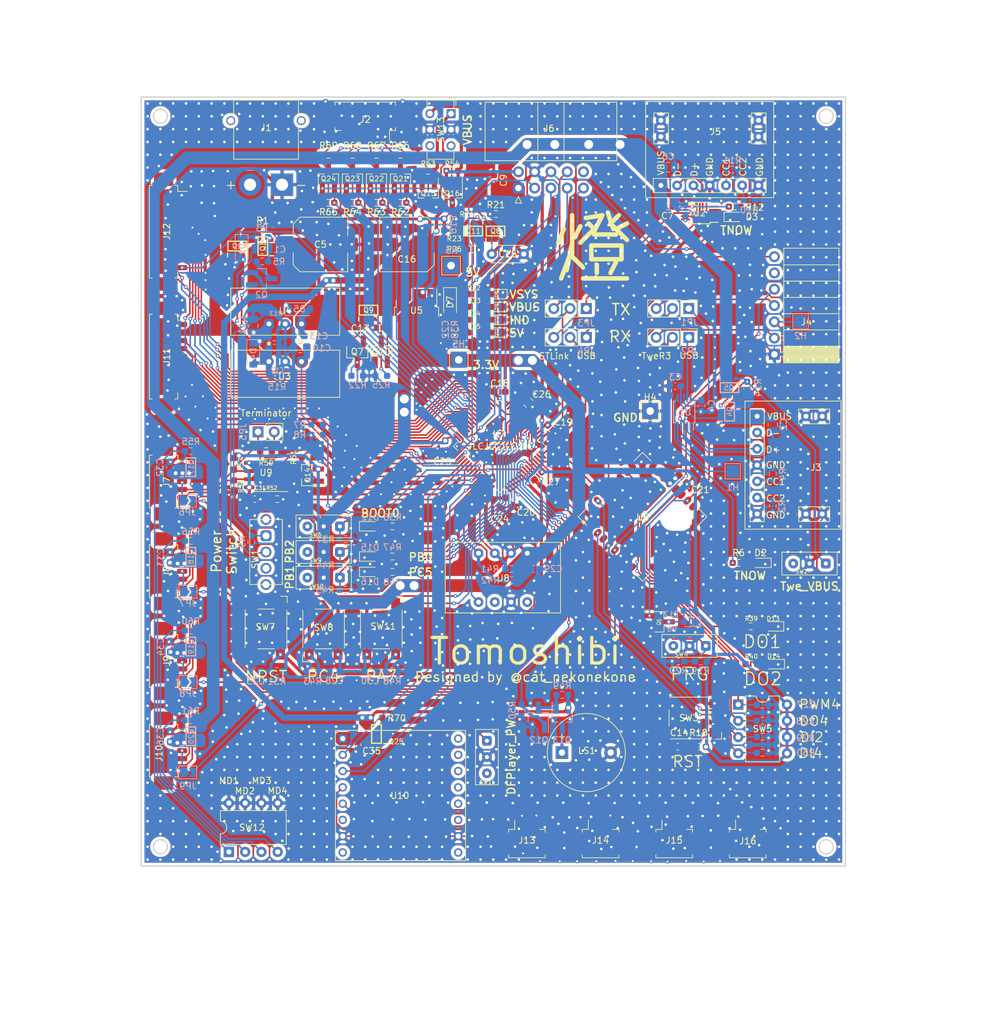
<source format=kicad_pcb>
(kicad_pcb (version 20211014) (generator pcbnew)
  (layers (0 "F.Cu" signal) (31 "B.Cu" signal) (34 "B.Paste" user) (35 "F.Paste" user) (36 "B.SilkS" user "B.Silkscreen") (37 "F.SilkS" user "F.Silkscreen") (38 "B.Mask" user) (39 "F.Mask" user) (44 "Edge.Cuts" user))
  (net 0 "")
  (net 1 "/S-S")
  (net 2 "Net-(C1-Pad2)")
  (net 3 "GND")
  (net 4 "/Twe_VBUS")
  (net 5 "Net-(C4-Pad1)")
  (net 6 "VDD")
  (net 7 "VBUS")
  (net 8 "Net-(C8-Pad1)")
  (net 9 "/5V_UI")
  (net 10 "/VSYS")
  (net 11 "RST")
  (net 12 "Net-(C15-Pad2)")
  (net 13 "+5V")
  (net 14 "+3.3V")
  (net 15 "NRST")
  (net 16 "Net-(C26-Pad2)")
  (net 17 "Tact_Switch1")
  (net 18 "Tact_Switch2")
  (net 19 "MD1_Pw")
  (net 20 "MD2_Pw")
  (net 21 "MD3_Pw")
  (net 22 "DFPlayer_Pw")
  (net 23 "MD4_Pw")
  (net 24 "Net-(D2-Pad2)")
  (net 25 "Net-(D3-Pad2)")
  (net 26 "Net-(D6-Pad2)")
  (net 27 "Net-(D8-Pad2)")
  (net 28 "Net-(D9-Pad2)")
  (net 29 "Net-(D10-Pad2)")
  (net 30 "Net-(D11-Pad2)")
  (net 31 "Net-(D12-Pad2)")
  (net 32 "Net-(D13-Pad2)")
  (net 33 "Net-(D14-Pad2)")
  (net 34 "Net-(D15-Pad2)")
  (net 35 "Net-(D16-Pad2)")
  (net 36 "Net-(H1-Pad1)")
  (net 37 "PRG")
  (net 38 "+12V")
  (net 39 "Display1_H")
  (net 40 "Display2_H")
  (net 41 "Display3_H")
  (net 42 "Display4_H")
  (net 43 "Net-(J3-PadA5)")
  (net 44 "Net-(J3-PadA6)")
  (net 45 "Net-(J3-PadA7)")
  (net 46 "Net-(J3-PadB5)")
  (net 47 "TweR3RX")
  (net 48 "TweR3TX")
  (net 50 "SET")
  (net 51 "Net-(J5-PadA5)")
  (net 52 "Net-(J5-PadA6)")
  (net 53 "Net-(J5-PadA7)")
  (net 54 "Net-(J5-PadB5)")
  (net 55 "TCK")
  (net 56 "TMS")
  (net 57 "SWO")
  (net 58 "STLinkTX")
  (net 59 "STLinkRX")
  (net 61 "Net-(J7-Pad3)")
  (net 62 "RS485_MD_A")
  (net 63 "RS485_MD_B")
  (net 64 "Net-(J8-Pad3)")
  (net 65 "Net-(J9-Pad3)")
  (net 66 "Net-(J10-Pad3)")
  (net 67 "UI_LED1")
  (net 68 "UI_LED2")
  (net 69 "UI_LED3")
  (net 70 "UI_LED4")
  (net 71 "UI_LED5")
  (net 72 "UI_Toggle1")
  (net 73 "UI_TactLED1")
  (net 74 "UI_TactLED2")
  (net 75 "UI_TactLED3")
  (net 76 "UI_Tact1")
  (net 77 "UI_Tact2")
  (net 78 "UI_Tact3")
  (net 79 "UI_ADC1")
  (net 80 "DAC_R")
  (net 81 "DAC_L")
  (net 82 "TweUSBTX")
  (net 83 "TweWriteTX_TweRX0")
  (net 84 "TweUSBRX")
  (net 85 "TweWriteRX_TweTX0")
  (net 86 "F446USBTX")
  (net 87 "MainRX2_F446WriteTX")
  (net 88 "F446USBRX")
  (net 89 "MainTX2_F446WriteRX")
  (net 90 "Net-(JP5-Pad2)")
  (net 91 "MD1_GPIO")
  (net 92 "MD2_GPIO")
  (net 93 "MD3_GPIO")
  (net 94 "MD4_GPIO")
  (net 95 "Net-(LS1-Pad1)")
  (net 96 "主電源スイッチ")
  (net 97 "Net-(Q2-Pad3)")
  (net 98 "Net-(Q4-Pad3)")
  (net 99 "Net-(Q4-Pad4)")
  (net 100 "Net-(Q10-Pad1)")
  (net 101 "IndicatorLED")
  (net 102 "Net-(Q10-Pad3)")
  (net 103 "Buzzer")
  (net 104 "Net-(Q12-Pad3)")
  (net 105 "Net-(Q14-Pad1)")
  (net 106 "Net-(Q14-Pad3)")
  (net 107 "Net-(Q15-Pad1)")
  (net 108 "Display_Pw_H")
  (net 109 "Net-(Q16-Pad1)")
  (net 110 "Display_Pw_L")
  (net 111 "MD1")
  (net 112 "MD2")
  (net 113 "MD3")
  (net 114 "MD4")
  (net 115 "Display1_L")
  (net 116 "Display2_L")
  (net 117 "Display3_L")
  (net 118 "Display4_L")
  (net 119 "Net-(Q25-Pad3)")
  (net 120 "Net-(R6-Pad2)")
  (net 121 "V_Measure")
  (net 122 "Net-(R12-Pad2)")
  (net 123 "Twe_SW1")
  (net 124 "Twe_SW2")
  (net 125 "Twe_SW3")
  (net 126 "Twe_SW4")
  (net 127 "BOOT0")
  (net 128 "Twe_LED1")
  (net 129 "Twe_LED2")
  (net 130 "I2C1_SDA")
  (net 131 "I2C1_SCL")
  (net 132 "Slide_Switch1")
  (net 133 "Slide_Switch2")
  (net 134 "LED1")
  (net 135 "LED2")
  (net 136 "MainTX5_MDRX")
  (net 162 "gyro_reset")
  (net 163 "MainRX5_MDTX")
  (net 164 "MainRX3_M5TX")
  (net 168 "MainTX3_M5RX")
  (net 172 "MainRX4_TweTX1")
  (net 175 "MainTX4_TweRX1")
  (net 180 "MainTX1_DFPlayerRX")
  (net 181 "MainRX1_DFPlayerTX")
  (footprint "Capacitor_SMD:C_0603_1608Metric_Pad1.08x0.95mm_HandSolder" (layer "F.Cu") (at 95.25 79.84 180)
    (fp_text reference "C17")
    (fp_text value "1uF")
  )
  (footprint "Capacitor_SMD:C_0603_1608Metric_Pad1.08x0.95mm_HandSolder" (layer "F.Cu") (at 142.35 103.44 135)
    (fp_text reference "C21")
    (fp_text value "1uF")
  )
  (footprint "Button_Switch_SMD:SW_SPST_Omron_B3FS-100xP" (layer "F.Cu") (at 77.25 126.84 -90)
    (fp_text reference "SW7")
    (fp_text value "SW_SPST")
  )
  (footprint "Capacitor_SMD:C_0603_1608Metric_Pad1.08x0.95mm_HandSolder" (layer "F.Cu") (at 105.25 80.09 -90)
    (fp_text reference "C22")
    (fp_text value "1uF")
  )
  (footprint "Resistor_SMD:R_0603_1608Metric_Pad0.98x0.95mm_HandSolder" (layer "F.Cu") (at 94.5 52.84)
    (fp_text reference "R67")
    (fp_text value "10k")
  )
  (footprint "Resistor_SMD:R_0603_1608Metric_Pad0.98x0.95mm_HandSolder" (layer "F.Cu") (at 97 115.54)
    (fp_text reference "R47")
    (fp_text value "1k")
  )
  (footprint "Resistor_SMD:R_0603_1608Metric_Pad0.98x0.95mm_HandSolder" (layer "F.Cu") (at 87 52.84)
    (fp_text reference "R69")
    (fp_text value "10k")
  )
  (footprint "Resistor_SMD:R_0603_1608Metric_Pad0.98x0.95mm_HandSolder" (layer "F.Cu") (at 97 117.94)
    (fp_text reference "R48")
    (fp_text value "1k")
  )
  (footprint "Capacitor_SMD:C_0603_1608Metric_Pad1.08x0.95mm_HandSolder" (layer "F.Cu") (at 113.75 89.84 180)
    (fp_text reference "C18")
    (fp_text value "0.1uF")
  )
  (footprint "LED_SMD:LED_0603_1608Metric_Pad1.05x0.95mm_HandSolder" (layer "F.Cu") (at 113.25 74.59 180)
    (fp_text reference "D8")
    (fp_text value "LED")
  )
  (footprint "Resistor_SMD:R_0603_1608Metric_Pad0.98x0.95mm_HandSolder" (layer "F.Cu") (at 90.75 52.84)
    (fp_text reference "R68")
    (fp_text value "10k")
  )
  (footprint "TSOP6F:SSM6J808R" (layer "F.Cu") (at 93.25 77.09 90)
    (fp_text reference "Q9")
    (fp_text value "PMN48XP" hide)
  )
  (footprint "Diode_SMD:D_SOD-123" (layer "F.Cu") (at 106 75.84 -90)
    (fp_text reference "D7")
    (fp_text value "D")
  )
  (footprint "Package_TO_SOT_SMD:SOT-23_Handsoldering" (layer "F.Cu") (at 138.65 125.74)
    (fp_text reference "Q6")
    (fp_text value "Q_NMOS_GSD")
  )
  (footprint "Package_TO_SOT_SMD:SC-59_Handsoldering" (layer "F.Cu") (at 83.75 102.84 180)
    (fp_text reference "Q14")
    (fp_text value "Q_PNP_BEC")
  )
  (footprint "Capacitor_THT:C_Disc_D5.0mm_W2.5mm_P5.00mm" (layer "F.Cu") (at 117.5 68.34 180)
    (fp_text reference "C15")
    (fp_text value "ADJ_ST")
  )
  (footprint "Resistor_SMD:R_0603_1608Metric_Pad0.98x0.95mm_HandSolder" (layer "F.Cu") (at 152.95 126.44 180)
    (fp_text reference "R39")
    (fp_text value "1k")
  )
  (footprint "Slide_Switch:3P_SPDT_SlideSwitch" (layer "F.Cu") (at 143.4 129.49 -90)
    (fp_text reference "SW4")
    (fp_text value "SW_SPDT")
  )
  (footprint "TSOP6F:SSM6J808R" (layer "F.Cu") (at 113.1 64.752 90)
    (fp_text reference "Q8")
    (fp_text value "PMN48XP" hide)
  )
  (footprint "Resistor_SMD:R_0603_1608Metric_Pad0.98x0.95mm_HandSolder" (layer "F.Cu") (at 94.5 140.69)
    (fp_text reference "R70")
    (fp_text value "10k")
  )
  (footprint "Connector_Molex:Molex_PicoBlade_53261-0571_1x05-1MP_P1.25mm_Horizontal" (layer "F.Cu") (at 61.75 145.84 -90)
    (fp_text reference "J10")
    (fp_text value "Conn_01x05_Female")
  )
  (footprint "DCDC_Regulator:BP5293" (layer "F.Cu") (at 80.25 83.34 -90)
    (fp_text reference "U3")
    (fp_text value "LF50_TO220")
  )
  (footprint "TestPoint:TestPoint_THTPad_2.5x2.5mm_Drill1.2mm" (layer "F.Cu") (at 137.25 92.84)
    (fp_text reference "H4")
    (fp_text value "MountingHole_Pad")
  )
  (footprint "Resistor_SMD:R_0603_1608Metric_Pad0.98x0.95mm_HandSolder" (layer "F.Cu") (at 87 60.34 180)
    (fp_text reference "R65")
    (fp_text value "10k")
  )
  (footprint "TestPoint:TestPoint_THTPad_2.5x2.5mm_Drill1.2mm" (layer "F.Cu") (at 106.15 70.14)
    (fp_text reference "H3")
    (fp_text value "MountingHole_Pad")
  )
  (footprint "Resistor_SMD:R_0603_1608Metric_Pad0.98x0.95mm_HandSolder" (layer "F.Cu") (at 98.25 60.34 180)
    (fp_text reference "R62")
    (fp_text value "10k")
  )
  (footprint "Resistor_SMD:R_0603_1608Metric_Pad0.98x0.95mm_HandSolder" (layer "F.Cu") (at 72.25 104.59 -90)
    (fp_text reference "R58")
    (fp_text value "2.2k")
  )
  (footprint "USB_DIP:USB_C(simple)" (layer "F.Cu") (at 136.545 44.535)
    (fp_text reference "J5")
    (fp_text value "USB_C_Receptacle_USB2.0")
  )
  (footprint "Connector_PinHeader_2.54mm:PinHeader_1x02_P2.54mm_Vertical" (layer "F.Cu") (at 75.995 96.09 90)
    (fp_text reference "JP5")
    (fp_text value "Jumper_2_Open")
  )
  (footprint "Resistor_SMD:R_0603_1608Metric_Pad0.98x0.95mm_HandSolder" (layer "F.Cu") (at 79 106.59)
    (fp_text reference "R52")
    (fp_text value "20k")
  )
  (footprint "Connector_Molex:Molex_PicoBlade_53261-0571_1x05-1MP_P1.25mm_Horizontal" (layer "F.Cu") (at 61.75 117.84 -90)
    (fp_text reference "J8")
    (fp_text value "Conn_01x05_Female")
  )
  (footprint "LED_SMD:LED_0603_1608Metric_Pad1.05x0.95mm_HandSolder" (layer "F.Cu") (at 156.45 126.44 180)
    (fp_text reference "D13")
    (fp_text value "LED")
  )
  (footprint "Resistor_SMD:R_0603_1608Metric_Pad0.98x0.95mm_HandSolder" (layer "F.Cu") (at 145.05 145.24 180)
    (fp_text reference "R18")
    (fp_text value "10k")
  )
  (footprint "Connector_Molex:Molex_PicoBlade_53261-0571_1x05-1MP_P1.25mm_Horizontal" (layer "F.Cu") (at 61.75 103.84 -90)
    (fp_text reference "J7")
    (fp_text value "Conn_01x05_Female")
  )
  (footprint "LED_SMD:LED_0603_1608Metric_Pad1.05x0.95mm_HandSolder" (layer "F.Cu") (at 93.5 110.84)
    (fp_text reference "D12")
    (fp_text value "LED")
  )
  (footprint "BNO055:BNO055" (layer "F.Cu") (at 114.25 118.84 -90)
    (fp_text reference "U8")
    (fp_text value "BNO055")
  )
  (footprint "Resistor_SMD:R_0603_1608Metric_Pad0.98x0.95mm_HandSolder" (layer "F.Cu") (at 94.5 60.34 180)
    (fp_text reference "R63")
    (fp_text value "10k")
  )
  (footprint "Connector_PinSocket_2.54mm:PinSocket_1x07_P2.54mm_Horizontal" (layer "F.Cu") (at 156.65 83.99 180)
    (fp_text reference "J4")
    (fp_text value "Conn_01x07_Female")
  )
  (footprint "TSOP6F:SSM6J808R" (layer "F.Cu") (at 94.5 143.24 180)
    (fp_text reference "Q25")
    (fp_text value "PMN48XP" hide)
  )
  (footprint "Capacitor_SMD:C_0603_1608Metric_Pad1.08x0.95mm_HandSolder" (layer "F.Cu") (at 112.85 56.84 90)
    (fp_text reference "C9")
    (fp_text value "0.1uF")
  )
  (footprint "Package_DIP:DIP-8_W7.62mm" (layer "F.Cu") (at 151 138.64)
    (fp_text reference "SW5")
    (fp_text value "SW_DIP_x04")
  )
  (footprint "Capacitor_SMD:C_0603_1608Metric_Pad1.08x0.95mm_HandSolder" (layer "F.Cu") (at 105.25 98.34 -90)
    (fp_text reference "C25")
    (fp_text value "0.1uF")
  )
  (footprint "Resistor_SMD:R_0603_1608Metric_Pad0.98x0.95mm_HandSolder" (layer "F.Cu") (at 153.05 132.34 180)
    (fp_text reference "R40")
    (fp_text value "1k")
  )
  (footprint "Connector_Molex:Molex_PicoBlade_53261-0671_1x06-1MP_P1.25mm_Horizontal" (layer "F.Cu") (at 92.75 47.34 180)
    (fp_text reference "J2")
    (fp_text value "Conn_01x06_Female")
  )
  (footprint "LED_SMD:LED_0603_1608Metric_Pad1.05x0.95mm_HandSolder" (layer "F.Cu") (at 154.4875 116.54 180)
    (fp_text reference "D2")
    (fp_text value "LED")
  )
  (footprint "Capacitor_SMD:C_0603_1608Metric_Pad1.08x0.95mm_HandSolder" (layer "F.Cu") (at 121.85 95.64 -45)
    (fp_text reference "C19")
    (fp_text value "0.1uF")
  )
  (footprint "Connector_PinHeader_2.54mm:PinHeader_1x03_P2.54mm_Vertical" (layer "F.Cu") (at 127.275 81.34 -90)
    (fp_text reference "JP4")
    (fp_text value "Jumper_3_Open")
  )
  (footprint "Button_Switch_SMD:SW_SPST_Omron_B3FS-100xP" (layer "F.Cu") (at 143.3 140.74 180)
    (fp_text reference "SW3")
    (fp_text value "SW_SPST")
  )
  (footprint "Resistor_SMD:R_0603_1608Metric_Pad0.98x0.95mm_HandSolder" (layer "F.Cu") (at 106.75 80.09 90)
    (fp_text reference "R38")
    (fp_text value "10k")
  )
  (footprint "Resistor_SMD:R_0603_1608Metric_Pad0.98x0.95mm_HandSolder" (layer "F.Cu") (at 106.3375 55.34)
    (fp_text reference "R54")
    (fp_text value "10k")
  )
  (footprint "LED_SMD:LED_0603_1608Metric_Pad1.05x0.95mm_HandSolder" (layer "F.Cu") (at 156.55 132.34 180)
    (fp_text reference "D14")
    (fp_text value "LED")
  )
  (footprint "Resistor_SMD:R_0603_1608Metric_Pad0.98x0.95mm_HandSolder" (layer "F.Cu") (at 109.5875 67.59 180)
    (fp_text reference "R26")
    (fp_text value "10k")
  )
  (footprint "Capacitor_SMD:C_Elec_8x10.2" (layer "F.Cu") (at 85.75 66.84)
    (fp_text reference "C5")
    (fp_text value "470uF")
  )
  (footprint "DFPlayer Mini:MODULE_DFR0299" (layer "F.Cu") (at 98.25 152.84)
    (fp_text reference "U10")
    (fp_text value "DFR0299")
  )
  (footprint "Capacitor_SMD:C_0603_1608Metric_Pad1.08x0.95mm_HandSolder" (layer "F.Cu") (at 141.55 145.24 180)
    (fp_text reference "C14")
    (fp_text value "0.1uF")
  )
  (footprint "Package_DIP:DIP-8_W7.62mm" (layer "F.Cu") (at 71.45 161.64 90)
    (fp_text reference "SW12")
    (fp_text value "SW_DIP_x04")
  )
  (footprint "Capacitor_SMD:C_Elec_8x10.2" (layer "F.Cu") (at 99.25 66.84 180)
    (fp_text reference "C16")
    (fp_text value "470uF")
  )
  (footprint "LED_SMD:LED_0603_1608Metric_Pad1.05x0.95mm_HandSolder" (layer "F.Cu") (at 150.45 62.54)
    (fp_text reference "D3")
    (fp_text value "LED")
  )
  (footprint "LED_SMD:LED_0603_1608Metric_Pad1.05x0.95mm_HandSolder" (layer "F.Cu") (at 113.25 78.59 180)
    (fp_text reference "D10")
    (fp_text value "LED")
  )
  (footprint "Slide_Switch:3P_SPDT_SlideSwitch" (layer "F.Cu") (at 111.75 146.84)
    (fp_text reference "SW14")
    (fp_text value "SW_SPDT")
  )
  (footprint "Resistor_SMD:R_0603_1608Metric_Pad0.98x0.95mm_HandSolder" (layer "F.Cu") (at 76.7 64.54)
    (fp_text reference "R1")
    (fp_text value "10k")
  )
  (footprint "Package_TO_SOT_SMD:TO-252-3_TabPin2" (layer "F.Cu") (at 100.75 79.09 -90)
    (fp_text reference "U5")
    (fp_text value "AMS1117CD-3.3")
  )
  (footprint "Resistor_SMD:R_0603_1608Metric_Pad0.98x0.95mm_HandSolder" (layer "F.Cu") (at 90.75 60.34 180)
    (fp_text reference "R64")
    (fp_text value "10k")
  )
  (footprint "Button_Switch_THT:SW_CuK_JS202011CQN_DPDT_Straight" (layer "F.Cu") (at 106.15 46.4325 -90)
    (fp_text reference "SW13")
    (fp_text value "SW_DPDT_x2")
  )
  (footprint "Resistor_SMD:R_0603_1608Metric_Pad0.98x0.95mm_HandSolder" (layer "F.Cu") (at 72.25 101.09 -90)
    (fp_text reference "R57")
    (fp_text value "2.2k")
  )
  (footprint "RF_Module:MonoWireless_TWE-L-WX" (layer "F.Cu") (at 136.05 109.34 -135)
    (fp_text reference "U6")
    (fp_text value "TWE-L-WX")
  )
  (footprint "TSOP6F:SSM6J808R" (layer "F.Cu") (at 109.6 64.752 -90)
    (fp_text reference "Q11")
    (fp_text value "PMN48XP" hide)
  )
  (footprint "TSOP6F:SSM6J808R" (layer "F.Cu") (at 76.75 67.09 180)
    (fp_text reference "Q3")
    (fp_text value "PMN48XP" hide)
  )
  (footprint "Package_TO_SOT_SMD:SOT-23_Handsoldering" (layer "F.Cu") (at 90.75 56.59 90)
    (fp_text reference "Q23")
    (fp_text value "Q_NMOS_GSD")
  )
  (footprint "Capacitor_SMD:C_0603_1608Metric_Pad1.08x0.95mm_HandSolder" (layer "F.Cu") (at 91.55 144.89 -90)
    (fp_text reference "C35")
    (fp_text value "1uF")
  )
  (footprint "Connector_Molex:Molex_PicoBlade_53261-0371_1x03-1MP_P1.25mm_Horizontal" (layer "F.Cu") (at 118 159.84)
    (fp_text reference "J13")
    (fp_text value "Conn_01x03_Female")
  )
  (footprint "Resistor_SMD:R_0603_1608Metric_Pad0.98x0.95mm_HandSolder" (layer "F.Cu") (at 102.5875 55.34)
    (fp_text reference "R53")
    (fp_text value "10k")
  )
  (footprint "Package_TO_SOT_SMD:SOT-23_Handsoldering" (layer "F.Cu") (at 98.25 56.59 90)
    (fp_text reference "Q21")
    (fp_text value "Q_NMOS_GSD")
  )
  (footprint "Button_Switch_SMD:SW_SPST_Omron_B3FS-100xP" (layer "F.Cu") (at 95.25 126.84 -90)
    (fp_text reference "SW11")
    (fp_text value "SW_SPST")
  )
  (footprint "Package_SO:MSOP-10_3x3mm_P0.5mm" (layer "F.Cu") (at 144.95 61.94 180)
    (fp_text reference "U2")
    (fp_text value "CH340E")
  )
  (footprint "Connector_PinHeader_2.54mm:PinHeader_1x03_P2.54mm_Vertical" (layer "F.Cu") (at 143.275 76.84 -90)
    (fp_text reference "JP1")
    (fp_text value "Jumper_3_Open")
  )
  (footprint "Package_QFP:LQFP-64_10x10mm_P0.5mm" (layer "F.Cu") (at 113.75 98.34 135)
    (fp_text reference "U7")
    (fp_text value "STM32F446RETx")
  )
  (footprint "Capacitor_SMD:C_0603_1608Metric_Pad1.08x0.95mm_HandSolder" (layer "F.Cu") (at 115.24012 107.03012 -45)
    (fp_text reference "C20")
    (fp_text value "0.1uF")
  )
  (footprint "Slide_Switch:3P_SPDT_SlideSwitch" (layer "F.Cu") (at 162.1375 116.64 -90)
    (fp_text reference "SW2")
    (fp_text value "SW_SPDT")
  )
  (footprint "Resistor_SMD:R_0603_1608Metric_Pad0.98x0.95mm_HandSolder" (layer "F.Cu") (at 109.75 80.59 180)
    (fp_text reference "R35")
    (fp_text value "1k")
  )
  (footprint "Capacitor_SMD:C_0603_1608Metric_Pad1.08x0.95mm_HandSolder" (layer "F.Cu") (at 119.75 102.94 -135)
    (fp_text reference "C27")
    (fp_text value "1uF")
  )
  (footprint "Resistor_SMD:R_0603_1608Metric_Pad0.98x0.95mm_HandSolder" (layer "F.Cu") (at 106 64.59)
    (fp_text reference "R23")
    (fp_text value "10k")
  )
  (footprint "DCDC_Regulator:BP5293" (layer "F.Cu") (at 80.25 81.010999 90)
    (fp_text reference "U4")
    (fp_text value "LF50_TO220")
  )
  (footprint "Resistor_SMD:R_0603_1608Metric_Pad0.98x0.95mm_HandSolder" (layer "F.Cu") (at 106 62.84 180)
    (fp_text reference "R24")
    (fp_text value "1k")
  )
  (footprint "Capacitor_SMD:C_0603_1608Metric_Pad1.08x0.95mm_HandSolder" (layer "F.Cu") (at 75.5 106.59)
    (fp_text reference "C31")
    (fp_text value "0.1uF")
  )
  (footprint "Button_Switch_SMD:SW_SPST_Omron_B3FS-100xP" (layer "F.Cu") (at 86.25 126.84 90)
    (fp_text reference "SW8")
    (fp_text value "SW_SPST")
  )
  (footprint "LED_SMD:LED_0603_1608Metric_Pad1.05x0.95mm_HandSolder" (layer "F.Cu") (at 113.25 80.59 180)
    (fp_text reference "D11")
    (fp_text value "LED")
  )
  (footprint "Package_TO_SOT_SMD:SC-59_Handsoldering" (layer "F.Cu") (at 91.5 83.59 -90)
    (fp_text reference "Q7")
    (fp_text value "Q_PNP_BEC")
  )
  (footprint "Resistor_SMD:R_0603_1608Metric_Pad0.98x0.95mm_HandSolder" (layer "F.Cu") (at 77.25 99.09 180)
    (fp_text reference "R59")
    (fp_text value "120")
  )
  (footprint "Package_TO_SOT_SMD:SOT-23_Handsoldering" (layer "F.Cu") (at 106.3375 58.84 -90)
    (fp_text reference "Q16")
    (fp_text value "Q_PMOS_GSD")
  )
  (footprint "TestPoint:TestPoint_THTPad_2.5x2.5mm_Drill1.2mm" (layer "F.Cu") (at 107.35 84.84)
    (fp_text reference "H5")
    (fp_text value "MountingHole_Pad")
  )
  (footprint "TSOP6F:SSM6J808R" (layer "F.Cu") (at 72.75 67.09 90)
    (fp_text reference "Q1")
    (fp_text value "PMN48XP" hide)
  )
  (footprint "Package_TO_SOT_SMD:SC-59_Handsoldering" (layer "F.Cu") (at 95.25 83.59 90)
    (fp_text reference "Q10")
    (fp_text value "Q_PNP_BEC")
  )
  (footprint "Package_TO_SOT_SMD:SOT-23_Handsoldering" (layer "F.Cu") (at 87 56.59 90)
    (fp_text reference "Q24")
    (fp_text value "Q_NMOS_GSD")
  )
  (footprint "Toggle_Switch:3P_SPDT_5Pin_ToggleSwitch" (layer "F.Cu") (at 77.25 114.84)
    (fp_text reference "SW1")
    (fp_text value "SW_SPDT")
  )
  (footprint "Resistor_SMD:R_0603_1608Metric_Pad0.98x0.95mm_HandSolder" (layer "F.Cu") (at 113.1625 62.09)
    (fp_text reference "R21")
    (fp_text value "10k")
  )
  (footprint "Capacitor_SMD:C_0603_1608Metric_Pad1.08x0.95mm_HandSolder" (layer "F.Cu") (at 113.25 107.24 -45)
    (fp_text reference "C24")
    (fp_text value "0.1uF")
  )
  (footprint "Resistor_SMD:R_0603_1608Metric_Pad0.98x0.95mm_HandSolder" (layer "F.Cu") (at 97 110.84)
    (fp_text reference "R36")
    (fp_text value "1k")
  )
  (footprint "Connector_AMASS:AMASS_XT30PW-M_1x02_P2.50mm_Horizontal" (layer "F.Cu") (at 79.75 57.515)
    (fp_text reference "J1")
    (fp_text value "Conn_01x02_Female")
  )
  (footprint "Buzzer_Beeper:Buzzer_12x9.5RM7.6" (layer "F.Cu") (at 123.47 146.14)
    (fp_text reference "LS1")
    (fp_text value "Speaker_Crystal")
  )
  (footprint "Connector_PinHeader_2.54mm:PinHeader_1x03_P2.54mm_Vertical" (layer "F.Cu") (at 127.275 76.84 -90)
    (fp_text reference "JP3")
    (fp_text value "Jumper_3_Open")
  )
  (footprint "Slide_Switch:3P_SPDT_SlideSwitch" (layer "F.Cu") (at 86.25 114.84 -90)
    (fp_text reference "SW9")
    (fp_text value "SW_SPDT")
  )
  (footprint "USB_DIP:USB_C(simple)" (layer "F.Cu") (at 167.055 91.275 -90)
    (fp_text reference "J3")
    (fp_text value "USB_C_Receptacle_USB2.0")
  )
  (footprint "LED_SMD:LED_0603_1608Metric_Pad1.05x0.95mm_HandSolder" (layer "F.Cu") (at 93.5 115.54)
    (fp_text reference "D15")
    (fp_text value "LED")
  )
  (footprint "Resistor_SMD:R_0603_1608Metric_Pad0.98x0.95mm_HandSolder" (layer "F.Cu") (at 150.45 60.94 180)
    (fp_text reference "R12")
    (fp_text value "1k")
  )
  (footprint "Resistor_SMD:R_0603_1608Metric_Pad0.98x0.95mm_HandSolder" (layer "F.Cu") (at 109.75 74.59 180)
    (fp_text reference "R32")
    (fp_text value "1k")
  )
  (footprint "LED_SMD:LED_0603_1608Metric_Pad1.05x0.95mm_HandSolder" (layer "F.Cu") (at 113.25 76.59 180)
    (fp_text reference "D9")
    (fp_text value "LED")
  )
  (footprint "Connector_Molex:Molex_PicoBlade_53261-0371_1x03-1MP_P1.25mm_Horizontal" (layer "F.Cu") (at 129.5 159.84)
    (fp_text reference "J14")
    (fp_text value "Conn_01x03_Female")
  )
  (footprint "Resistor_SMD:R_0603_1608Metric_Pad0.98x0.95mm_HandSolder" (layer "F.Cu") (at 109.75 78.59 180)
    (fp_text reference "R34")
    (fp_text value "1k")
  )
  (footprint "Package_TO_SOT_SMD:SOT-23_Handsoldering" (layer "F.Cu") (at 94.5 56.59 90)
    (fp_text reference "Q22")
    (fp_text value "Q_NMOS_GSD")
  )
  (footprint "Connector_PinHeader_2.54mm:PinHeader_1x03_P2.54mm_Vertical" (layer "F.Cu") (at 143.275 81.34 -90)
    (fp_text reference "JP2")
    (fp_text value "Jumper_3_Open")
  )
  (footprint "Slide_Switch:3P_SPDT_SlideSwitch" (layer "F.Cu") (at 86.25 110.84 -90)
    (fp_text reference "SW6")
    (fp_text value "SW_SPDT")
  )
  (footprint "Connector_Molex:Molex_PicoBlade_53261-1071_1x10-1MP_P1.25mm_Horizontal" (layer "F.Cu") (at 61.75 64.84 -90)
    (fp_text reference "J12")
    (fp_text value "Conn_01x10_Female")
  )
  (footprint "Resistor_SMD:R_0603_1608Metric_Pad0.98x0.95mm_HandSolder" (layer "F.Cu") (at 98.25 52.84)
    (fp_text reference "R66")
    (fp_text value "10k")
  )
  (footprint "Connector_Molex:Molex_PicoBlade_53261-0371_1x03-1MP_P1.25mm_Horizontal" (layer "F.Cu") (at 141 159.84)
    (fp_text reference "J15")
    (fp_text value "Conn_01x03_Female")
  )
  (footprint "Resistor_SMD:R_0603_1608Metric_Pad0.98x0.95mm_HandSolder" (layer "F.Cu") (at 151.05 116.54 180)
    (fp_text reference "R6")
    (fp_text value "1k")
  )
  (footprint "LED_SMD:LED_0603_1608Metric_Pad1.05x0.95mm_HandSolder" (layer "F.Cu") (at 93.5 117.94)
    (fp_text reference "D16")
    (fp_text value "LED")
  )
  (footprint "Connector_Molex:Molex_PicoBlade_53261-0571_1x05-1MP_P1.25mm_Horizontal" (layer "F.Cu") (at 61.75 131.84 -90)
    (fp_text reference "J9")
    (fp_text value "Conn_01x05_Female")
  )
  (footprint "Package_TO_SOT_SMD:SOT-23_Handsoldering" (layer "F.Cu") (at 102.5875 58.84 -90)
    (fp_text reference "Q15")
    (fp_text value "Q_PMOS_GSD")
  )
  (footprint "Resistor_SMD:R_0603_1608Metric_Pad0.98x0.95mm_HandSolder" (layer "F.Cu") (at 109.75 76.59 180)
    (fp_text reference "R33")
    (fp_text value "1k")
  )
  (footprint "Capacitor_SMD:C_0805_2012Metric_Pad1.18x1.45mm_HandSolder" (layer "F.Cu") (at 118.233623 91.557246 135)
    (fp_text reference "C26")
    (fp_text value "4.7uF")
  )
  (footprint "Package_SO:SOP-8_3.9x4.9mm_P1.27mm" (layer "F.Cu") (at 77.25 102.84 180)
    (fp_text reference "U9")
    (fp_text value "MAX3485")
  )
  (footprint "Connector_IDC:IDC-Header_2x05_P2.54mm_Horizontal" (layer "F.Cu") (at 116.67 58.0375 90)
    (fp_text reference "J6")
    (fp_text value "Conn_01x10_Female")
  )
  (footprint "Capacitor_SMD:C_0603_1608Metric_Pad1.08x0.95mm_HandSolder" (layer "F.Cu") (at 139.95 60.94 180)
    (fp_text reference "C7")
    (fp_text value "0.1uF")
  )
  (footprint "Connector_Molex:Molex_PicoBlade_53261-0371_1x03-1MP_P1.25mm_Horizontal" (layer "F.Cu") (at 152.5 159.84)
    (fp_text reference "J16")
    (fp_text value "Conn_01x03_Female")
  )
  (footprint "Resistor_SMD:R_0603_1608Metric_Pad0.98x0.95mm_HandSolder" (layer "F.Cu") (at 83.75 100.09 180)
    (fp_text reference "R51")
    (fp_text value "7.5k")
  )
  (footprint "Slide_Switch:3P_SPDT_SlideSwitch" (layer "F.Cu") (at 86.25 118.84 -90)
    (fp_text reference "SW10")
    (fp_text value "SW_SPDT")
  )
  (footprint "Connector_Molex:Molex_PicoBlade_53261-0971_1x09-1MP_P1.25mm_Horizontal" (layer "F.Cu") (at 61.75 84.34 -90)
    (fp_text reference "J11")
    (fp_text value "Conn_01x09_Female")
  )
  (footprint "Package_TO_SOT_SMD:SOT-23_Handsoldering" (layer "B.Cu") (at 119.77 140.64 90)
    (fp_text reference "Q12")
    (fp_text value "Q_NMOS_GSD")
  )
  (footprint "Capacitor_SMD:C_0603_1608Metric_Pad1.08x0.95mm_HandSolder" (layer "B.Cu") (at 93.55 133.44)
    (fp_text reference "C30")
    (fp_text value "0.1uF")
  )
  (footprint "Capacitor_SMD:C_0805_2012Metric_Pad1.18x1.45mm_HandSolder" (layer "B.Cu") (at 156.4 94.93 90)
    (fp_text reference "C2")
    (fp_text value "10uF")
  )
  (footprint "Resistor_SMD:R_0603_1608Metric_Pad0.98x0.95mm_HandSolder" (layer "B.Cu") (at 145.15 131.9025 180)
    (fp_text reference "R19")
    (fp_text value "10k")
  )
  (footprint "Resistor_SMD:R_0603_1608Metric_Pad0.98x0.95mm_HandSolder" (layer "B.Cu") (at 89.65 120.74)
    (fp_text reference "R45")
    (fp_text value "10k")
  )
  (footprint "Package_TO_SOT_SMD:SOT-23_Handsoldering" (layer "B.Cu") (at 123.52 140.64 -90)
    (fp_text reference "Q13")
    (fp_text value "Q_PMOS_GSD")
  )
  (footprint "Resistor_SMD:R_0603_1608Metric_Pad0.98x0.95mm_HandSolder" (layer "B.Cu") (at 152.75 59.94 180)
    (fp_text reference "R10")
    (fp_text value "5.1k")
  )
  (footprint "Capacitor_SMD:C_0603_1608Metric_Pad1.08x0.95mm_HandSolder" (layer "B.Cu") (at 145.25 92.04 -90)
    (fp_text reference "C4")
    (fp_text value "0.1uF")
  )
  (footprint "Resistor_SMD:R_0603_1608Metric_Pad0.98x0.95mm_HandSolder" (layer "B.Cu") (at 74.95 113.24 -90)
    (fp_text reference "R9")
    (fp_text value "10k")
  )
  (footprint "Capacitor_SMD:C_0603_1608Metric_Pad1.08x0.95mm_HandSolder" (layer "B.Cu") (at 75.55 133.44 180)
    (fp_text reference "C23")
    (fp_text value "0.1uF")
  )
  (footprint "Capacitor_SMD:C_0603_1608Metric_Pad1.08x0.95mm_HandSolder" (layer "B.Cu") (at 141.15 88.94 180)
    (fp_text reference "C3")
    (fp_text value "0.1uF")
  )
  (footprint "Resistor_SMD:R_0603_1608Metric_Pad0.98x0.95mm_HandSolder" (layer "B.Cu") (at 65.45 141.09)
    (fp_text reference "R61")
    (fp_text value "10k")
  )
  (footprint "Diode_SMD:D_SOD-123" (layer "B.Cu") (at 73.45 67.54 -90)
    (fp_text reference "D1")
    (fp_text value "D")
  )
  (footprint "Resistor_SMD:R_0603_1608Metric_Pad0.98x0.95mm_HandSolder" (layer "B.Cu") (at 76.65 65.69)
    (fp_text reference "R3")
    (fp_text value "10k")
  )
  (footprint "Resistor_SMD:R_0603_1608Metric_Pad0.98x0.95mm_HandSolder" (layer "B.Cu") (at 150.05 55.14 180)
    (fp_text reference "R11")
    (fp_text value "5.1k")
  )
  (footprint "Capacitor_SMD:C_0603_1608Metric_Pad1.08x0.95mm_HandSolder" (layer "B.Cu") (at 142.75 61.44 90)
    (fp_text reference "C8")
    (fp_text value "0.1uF")
  )
  (footprint "TSOP6F:SSM6J808R" (layer "B.Cu") (at 65.5 143.59)
    (fp_text reference "Q20")
    (fp_text value "PMN48XP" hide)
  )
  (footprint "Resistor_SMD:R_0603_1608Metric_Pad0.98x0.95mm_HandSolder" (layer "B.Cu") (at 117.15 139.54 -90)
    (fp_text reference "R50")
    (fp_text value "10k")
  )
  (footprint "Resistor_SMD:R_0603_1608Metric_Pad0.98x0.95mm_HandSolder" (layer "B.Cu") (at 156.4 102.68 -90)
    (fp_text reference "R4")
    (fp_text value "5.1k")
  )
  (footprint "Resistor_SMD:R_0603_1608Metric_Pad0.98x0.95mm_HandSolder" (layer "B.Cu") (at 154.8 138.67 180)
    (fp_text reference "R27")
    (fp_text value "10k")
  )
  (footprint "TSOP6F:SSM6J808R" (layer "B.Cu") (at 149.65 92.93)
    (fp_text reference "Q4")
    (fp_text value "PMN48XP" hide)
  )
  (footprint "Resistor_SMD:R_0603_1608Metric_Pad0.98x0.95mm_HandSolder" (layer "B.Cu") (at 76.65 69.49 180)
    (fp_text reference "R5")
    (fp_text value "1k")
  )
  (footprint "Resistor_SMD:R_0603_1608Metric_Pad0.98x0.95mm_HandSolder" (layer "B.Cu") (at 78.55 81.34 180)
    (fp_text reference "R13")
    (fp_text value "10k")
  )
  (footprint "TestPoint:TestPoint_Pad_2.0x2.0mm" (layer "B.Cu") (at 160.75 78.84 180)
    (fp_text reference "H2")
    (fp_text value "MountingHole_Pad")
  )
  (footprint "Jumper:SolderJumper-2_P1.3mm_Open_TrianglePad1.0x1.5mm" (layer "B.Cu") (at 65.05 135.14)
    (fp_text reference "JP8")
    (fp_text value "Jumper_2_Open")
  )
  (footprint "Capacitor_SMD:C_0603_1608Metric_Pad1.08x0.95mm_HandSolder" (layer "B.Cu") (at 62.25 101.64 90)
    (fp_text reference "C32")
    (fp_text value "0.1uF")
  )
  (footprint "TestPoint:TestPoint_Pad_2.0x2.0mm" (layer "B.Cu") (at 150.15 102.24 180)
    (fp_text reference "H1")
    (fp_text value "MountingHole_Pad")
  )
  (footprint "Jumper:SolderJumper-2_P1.3mm_Open_TrianglePad1.0x1.5mm" (layer "B.Cu") (at 64.95 106.84)
    (fp_text reference "JP6")
    (fp_text value "Jumper_2_Open")
  )
  (footprint "Capacitor_SMD:C_0805_2012Metric_Pad1.18x1.45mm_HandSolder" (layer "B.Cu") (at 82.5875 82.99 180)
    (fp_text reference "C10")
    (fp_text value "10uF")
  )
  (footprint "Package_SO:MSOP-10_3x3mm_P0.5mm" (layer "B.Cu") (at 142.55 92.9925 90)
    (fp_text reference "U1")
    (fp_text value "CH340E")
  )
  (footprint "Capacitor_SMD:C_0603_1608Metric_Pad1.08x0.95mm_HandSolder" (layer "B.Cu") (at 62.25 143.59 90)
    (fp_text reference "C36")
    (fp_text value "0.1uF")
  )
  (footprint "TSOP6F:SSM6J808R" (layer "B.Cu") (at 65.5 129.59)
    (fp_text reference "Q19")
    (fp_text value "PMN48XP" hide)
  )
  (footprint "Diode_SMD:D_SOD-123" (layer "B.Cu") (at 75.25 83.94 -90)
    (fp_text reference "D4")
    (fp_text value "D")
  )
  (footprint "Capacitor_SMD:C_0603_1608Metric_Pad1.08x0.95mm_HandSolder" (layer "B.Cu") (at 87.95 133.44 180)
    (fp_text reference "C28")
    (fp_text value "0.1uF")
  )
  (footprint "Resistor_SMD:R_0603_1608Metric_Pad0.98x0.95mm_HandSolder" (layer "B.Cu") (at 85.2375 96.54 180)
    (fp_text reference "R8")
    (fp_text value "R")
  )
  (footprint "Capacitor_SMD:C_0805_2012Metric_Pad1.18x1.45mm_HandSolder" (layer "B.Cu") (at 75.25 79.54 90)
    (fp_text reference "C11")
    (fp_text value "10uF")
  )
  (footprint "Resistor_SMD:R_0603_1608Metric_Pad0.98x0.95mm_HandSolder" (layer "B.Cu") (at 115.55 119.24 180)
    (fp_text reference "R42")
    (fp_text value "R")
  )
  (footprint "Resistor_SMD:R_0603_1608Metric_Pad0.98x0.95mm_HandSolder" (layer "B.Cu") (at 65.5 127.09)
    (fp_text reference "R60")
    (fp_text value "10k")
  )
  (footprint "Diode_SMD:D_SOD-123" (layer "B.Cu") (at 82.45 76.94)
    (fp_text reference "D5")
    (fp_text value "D")
  )
  (footprint "TSOP6F:SSM6J808R" (layer "B.Cu") (at 65.5 101.59)
    (fp_text reference "Q17")
    (fp_text value "PMN48XP" hide)
  )
  (footprint "Resistor_SMD:R_0603_1608Metric_Pad0.98x0.95mm_HandSolder" (layer "B.Cu") (at 141.65 131.9025)
    (fp_text reference "R20")
    (fp_text value "10k")
  )
  (footprint "LED_SMD:LED_0603_1608Metric_Pad1.05x0.95mm_HandSolder" (layer "B.Cu") (at 143.4 125.74 180)
    (fp_text reference "D6")
    (fp_text value "LED")
  )
  (footprint "Resistor_SMD:R_0603_1608Metric_Pad0.98x0.95mm_HandSolder" (layer "B.Cu") (at 156.4 107.68 90)
    (fp_text reference "R2")
    (fp_text value "5.1k")
  )
  (footprint "Resistor_SMD:R_0603_1608Metric_Pad0.98x0.95mm_HandSolder" (layer "B.Cu") (at 85.2375 94.94)
    (fp_text reference "R7")
    (fp_text value "R")
  )
  (footprint "Capacitor_SMD:C_0805_2012Metric_Pad1.18x1.45mm_HandSolder" (layer "B.Cu") (at 140.05 54.79 180)
    (fp_text reference "C6")
    (fp_text value "10uF")
  )
  (footprint "Resistor_SMD:R_0603_1608Metric_Pad0.98x0.95mm_HandSolder" (layer "B.Cu") (at 89.65 112.84)
    (fp_text reference "R37")
    (fp_text value "10k")
  )
  (footprint "TSOP6F:SSM6J808R" (layer "B.Cu") (at 149.65 89.18 -90)
    (fp_text reference "Q5")
    (fp_text value "PMN48XP" hide)
  )
  (footprint "Resistor_SMD:R_0603_1608Metric_Pad0.98x0.95mm_HandSolder" (layer "B.Cu") (at 89.6375 116.84)
    (fp_text reference "R44")
    (fp_text value "10k")
  )
  (footprint "Resistor_SMD:R_0603_1608Metric_Pad0.98x0.95mm_HandSolder" (layer "B.Cu") (at 154.8 143.67 180)
    (fp_text reference "R29")
    (fp_text value "10k")
  )
  (footprint "Resistor_SMD:R_0603_1608Metric_Pad0.98x0.95mm_HandSolder" (layer "B.Cu") (at 91.5 87.34 180)
    (fp_text reference "R22")
    (fp_text value "10k")
  )
  (footprint "Capacitor_SMD:C_0603_1608Metric_Pad1.08x0.95mm_HandSolder" (layer "B.Cu") (at 62.25 129.59 90)
    (fp_text reference "C34")
    (fp_text value "0.1uF")
  )
  (footprint "Resistor_SMD:R_0603_1608Metric_Pad0.98x0.95mm_HandSolder" (layer "B.Cu") (at 154.8 141.17 180)
    (fp_text reference "R28")
    (fp_text value "10k")
  )
  (footprint "Resistor_SMD:R_0603_1608Metric_Pad0.98x0.95mm_HandSolder" (layer "B.Cu") (at 143.4 123.99 180)
    (fp_text reference "R17")
    (fp_text value "1k")
  )
  (footprint "Capacitor_SMD:C_0805_2012Metric_Pad1.18x1.45mm_HandSolder" (layer "B.Cu") (at 76.65 67.54)
    (fp_text reference "C1")
    (fp_text value "4.7uF")
  )
  (footprint "TSOP6F:SSM6J808R" (layer "B.Cu") (at 65.5 115.59)
    (fp_text reference "Q18")
    (fp_text value "PMN48XP" hide)
  )
  (footprint "Capacitor_SMD:C_0603_1608Metric_Pad1.08x0.95mm_HandSolder" (layer "B.Cu") (at 62.25 115.64 90)
    (fp_text reference "C33")
    (fp_text value "0.1uF")
  )
  (footprint "Resistor_SMD:R_0603_1608Metric_Pad0.98x0.95mm_HandSolder" (layer "B.Cu") (at 115.55 117.49 180)
    (fp_text reference "R41")
    (fp_text value "R")
  )
  (footprint "Jumper:SolderJumper-2_P1.3mm_Open_TrianglePad1.0x1.5mm" (layer "B.Cu") (at 65.025 149.24)
    (fp_text reference "JP9")
    (fp_text value "Jumper_2_Open")
  )
  (footprint "Resistor_SMD:R_0603_1608Metric_Pad0.98x0.95mm_HandSolder" (layer "B.Cu") (at 65.5 99.09)
    (fp_text reference "R55")
    (fp_text value "10k")
  )
  (footprint "Resistor_SMD:R_0603_1608Metric_Pad0.98x0.95mm_HandSolder" (layer "B.Cu") (at 95.25 87.34)
    (fp_text reference "R25")
    (fp_text value "10k")
  )
  (footprint "Resistor_SMD:R_0603_1608Metric_Pad0.98x0.95mm_HandSolder" (layer "B.Cu") (at 96.95 133.44 180)
    (fp_text reference "R46")
    (fp_text value "10k")
  )
  (footprint "Resistor_SMD:R_0603_1608Metric_Pad0.98x0.95mm_HandSolder" (layer "B.Cu") (at 84.55 133.44)
    (fp_text reference "R43")
    (fp_text value "10k")
  )
  (footprint "Resistor_SMD:R_0603_1608Metric_Pad0.98x0.95mm_HandSolder" (layer "B.Cu") (at 154.8 146.17 180)
    (fp_text reference "R30")
    (fp_text value "10k")
  )
  (footprint "Jumper:SolderJumper-2_P1.3mm_Open_TrianglePad1.0x1.5mm" (layer "B.Cu") (at 65.05 121.04)
    (fp_text reference "JP7")
    (fp_text value "Jumper_2_Open")
  )
  (footprint "Capacitor_SMD:C_0603_1608Metric_Pad1.08x0.95mm_HandSolder" (layer "B.Cu") (at 82.35 81.14 180)
    (fp_text reference "C13")
    (fp_text value "1uF")
  )
  (footprint "Resistor_SMD:R_0603_1608Metric_Pad0.98x0.95mm_HandSolder" (layer "B.Cu") (at 152.4 89.18 -90)
    (fp_text reference "R14")
    (fp_text value "10k")
  )
  (footprint "Capacitor_SMD:C_0603_1608Metric_Pad1.08x0.95mm_HandSolder" (layer "B.Cu") (at 78.55 82.94)
    (fp_text reference "C12")
    (fp_text value "1uF")
  )
  (footprint "Capacitor_SMD:C_0603_1608Metric_Pad1.08x0.95mm_HandSolder" (layer "B.Cu") (at 119.05 117.49)
    (fp_text reference "C29")
    (fp_text value "0.1uF")
  )
  (footprint "Resistor_SMD:R_0603_1608Metric_Pad0.98x0.95mm_HandSolder" (layer "B.Cu") (at 123.52 137.14 180)
    (fp_text reference "R49")
    (fp_text value "10k")
  )
  (footprint "Resistor_SMD:R_0603_1608Metric_Pad0.98x0.95mm_HandSolder" (layer "B.Cu") (at 65.5 113.09)
    (fp_text reference "R56")
    (fp_text value "10k")
  )
  (footprint "Resistor_SMD:R_0603_1608Metric_Pad0.98x0.95mm_HandSolder" (layer "B.Cu") (at 78.95 133.44 180)
    (fp_text reference "R31")
    (fp_text value "10k")
  )
  (footprint "Package_TO_SOT_SMD:SOT-23_Handsoldering" (layer "B.Cu") (at 76.55 72.19)
    (fp_text reference "Q2")
    (fp_text value "Q_NMOS_GSD")
  )
  (footprint "Resistor_SMD:R_0603_1608Metric_Pad0.98x0.95mm_HandSolder" (layer "B.Cu") (at 105.05 63.74 90)
    (fp_text reference "R16")
    (fp_text value "10k")
  )
  (footprint "Resistor_SMD:R_0603_1608Metric_Pad0.98x0.95mm_HandSolder" (layer "B.Cu") (at 78.9625 87.44 180)
    (fp_text reference "R15")
    (fp_text value "10k")
  )
  (gr_circle (center 60.75 46.84) (end 60.749999 45.74) (layer "Edge.Cuts") (width 0.2) (fill none))
  (gr_line (start 57.75 43.84) (end 167.75 43.84) (layer "Edge.Cuts") (width 0.2))
  (gr_line (start 167.75 163.84) (end 57.75 163.84) (layer "Edge.Cuts") (width 0.2))
  (gr_line (start 57.75 163.84) (end 57.75 43.84) (layer "Edge.Cuts") (width 0.2))
  (gr_circle (center 164.75 46.84) (end 164.750001 45.74) (layer "Edge.Cuts") (width 0.2) (fill none))
  (gr_circle (center 164.75 160.84) (end 164.750001 159.74) (layer "Edge.Cuts") (width 0.2) (fill none))
  (gr_line (start 167.75 43.84) (end 167.75 163.84) (layer "Edge.Cuts") (width 0.2))
  (gr_circle (center 60.75 160.84) (end 60.749999 159.74) (layer "Edge.Cuts") (width 0.2) (fill none))
  (gr_text "燈" (at 128.7 68.015) (layer "F.SilkS") (effects (font (size 9 9) (thickness 0.7))))
  (gr_text "3.3V" (at 111.61 85.63) (layer "F.SilkS") (effects (font (size 1.25 1.25) (thickness 0.225))))
  (gr_text "Power\nSwitch" (at 70.7 114.74 90) (layer "F.SilkS") (effects (font (size 1.5 1.5) (thickness 0.225))))
  (gr_text "TNOW" (at 152.825 118.54) (layer "F.SilkS") (effects (font (size 1.25 1.25) (thickness 0.225))))
  (gr_text "TX" (at 132.7 77.015) (layer "F.SilkS") (effects (font (size 1.75 1.75) (thickness 0.225))))
  (gr_text "STLink" (at 122.225 84.265) (layer "F.SilkS") (effects (font (size 1 1))))
  (gr_text "DFPlayer_PW" (at 115.55 146.84 90) (layer "F.SilkS") (effects (font (size 1.25 1.25) (thickness 0.225))))
  (gr_text "DO4" (at 162.83 141.21) (layer "F.SilkS") (effects (font (size 1.5 1.5) (thickness 0.18))))
  (gr_text "PC5" (at 101.4 118.015) (layer "F.SilkS") (effects (font (size 1.25 1.25) (thickness 0.225))))
  (gr_text "GND" (at 133.39 93.88) (layer "F.SilkS") (effects (font (size 1.25 1.25) (thickness 0.225))))
  (gr_text "DO2" (at 154.85 134.64) (layer "F.SilkS") (effects (font (size 2 2) (thickness 0.2))))
  (gr_text "RST" (at 143.1 147.54) (layer "F.SilkS") (effects (font (size 1.75 1.75) (thickness 0.2))))
  (gr_text "PA7" (at 95.225 134.19) (layer "F.SilkS") (effects (font (size 1.75 1.75) (thickness 0.2))))
  (gr_text "JLCJLCJLCJLC" (at 113.85 98.34) (layer "F.SilkS") (effects (font (size 1 1))))
  (gr_text "DI2" (at 162.5 143.74) (layer "F.SilkS") (effects (font (size 1.5 1.5) (thickness 0.18))))
  (gr_text "Terminator" (at 77.25 93.165) (layer "F.SilkS") (effects (font (size 1 1))))
  (gr_text "MD1" (at 71.45 150.54) (layer "F.SilkS") (effects (font (size 1 1))))
  (gr_text "IND" (at 116.85 78.665) (layer "F.SilkS") (effects (font (size 1.25 1.25) (thickness 0.225))))
  (gr_text "RX" (at 132.55 81.215) (layer "F.SilkS") (effects (font (size 1.75 1.75) (thickness 0.225))))
  (gr_text "Tomoshibi\n" (at 117.75 130.34) (layer "F.SilkS") (effects (font (size 4 4) (thickness 0.5))))
  (gr_text "DO1" (at 154.75 128.84) (layer "F.SilkS") (effects (font (size 2 2) (thickness 0.2))))
  (gr_text "DI4" (at 162.35 146.23) (layer "F.SilkS") (effects (font (size 1.5 1.5) (thickness 0.18))))
  (gr_text "VSYS" (at 117.54 74.64) (layer "F.SilkS") (effects (font (size 1.25 1.25) (thickness 0.225))))
  (gr_text "PWM4" (at 163.71 138.63) (layer "F.SilkS") (effects (font (size 1.5 1.5) (thickness 0.18))))
  (gr_text "TNOW" (at 150.7 64.615) (layer "F.SilkS") (effects (font (size 1.25 1.25) (thickness 0.225))))
  (gr_text "USB" (at 127.275 84.215) (layer "F.SilkS") (effects (font (size 1 1))))
  (gr_text "PC4" (at 86.2 134.265) (layer "F.SilkS") (effects (font (size 1.75 1.75) (thickness 0.2))))
  (gr_text "NRST" (at 77.275 134.29) (layer "F.SilkS") (effects (font (size 1.75 1.75) (thickness 0.2))))
  (gr_text "TweR3" (at 138.225 84.24) (layer "F.SilkS") (effects (font (size 1 1))))
  (gr_text "MD3" (at 76.575 150.54) (layer "F.SilkS") (effects (font (size 1 1))))
  (gr_text "PB2" (at 80.95 114.765 90) (layer "F.SilkS") (effects (font (size 1.25 1.25) (thickness 0.225))))
  (gr_text "MD2" (at 73.95 152.14) (layer "F.SilkS") (effects (font (size 1 1))))
  (gr_text "5V" (at 116.36 80.67) (layer "F.SilkS") (effects (font (size 1.25 1.25) (thickness 0.225))))
  (gr_text "VBUS" (at 117.64 76.63) (layer "F.SilkS") (effects (font (size 1.25 1.25) (thickness 0.225))))
  (gr_text "5V" (at 109.53 71.2) (layer "F.SilkS") (effects (font (size 1.25 1.25) (thickness 0.225))))
  (gr_text "USB" (at 143.325 84.165) (layer "F.SilkS") (effects (font (size 1 1))))
  (gr_text "PB1" (at 80.95 118.815 90) (layer "F.SilkS") (effects (font (size 1.25 1.25) (thickness 0.225))))
  (gr_text "Designed by @cat_nekonekone" (at 117.75 134.34) (layer "F.SilkS") (effects (font (size 1.5 1.5) (thickness 0.2))))
  (gr_text "PRG" (at 143.4 133.89) (layer "F.SilkS") (effects (font (size 2 2) (thickness 0.2))))
  (gr_text "PB0" (at 101.4 115.64) (layer "F.SilkS") (effects (font (size 1.25 1.25) (thickness 0.225))))
  (gr_text "MD4" (at 79.05 152.09) (layer "F.SilkS") (effects (font (size 1 1))))
  (gr_text "VBUS" (at 108.725 48.94 90) (layer "F.SilkS") (effects (font (size 1.25 1.25) (thickness 0.225))))
  (gr_text "BOOT0" (at 95.1 108.79) (layer "F.SilkS") (effects (font (size 1.25 1.25) (thickness 0.225))))
  (gr_text "Twe_VBUS" (at 162.125 120.19) (layer "F.SilkS") (effects (font (size 1.25 1.25) (thickness 0.225))))
  (segment (start 73.7 65.702) (end 73.65 65.752) (width 0.5) (layer "F.Cu") (net 1))
  (segment (start 75.385025 66.325026) (end 74.835026 66.325026) (width 0.5) (layer "F.Cu") (net 1))
  (segment (start 72.75 78.74) (end 72.747754 78.742246) (width 0.25) (layer "F.Cu") (net 1))
  (segment (start 73.7 64.89) (end 74.05 64.54) (width 0.5) (layer "F.Cu") (net 1))
  (segment (start 75.2 65.978) (end 75.2 65.59) (width 0.5) (layer "F.Cu") (net 1))
  (segment (start 75.4 65.29) (end 75.55 65.44) (width 0.5) (layer "F.Cu") (net 1))
  (segment (start 75.2 65.59) (end 74.688 65.59) (width 0.5) (layer "F.Cu") (net 1))
  (segment (start 73.64 65.642) (end 73.7 65.702) (width 0.5) (layer "F.Cu") (net 1))
  (segment (start 73.7 64.89) (end 73.64 64.95) (width 0.5) (layer "F.Cu") (net 1))
  (segment (start 73.7 64.89) (end 74.55 64.04) (width 0.5) (layer "F.Cu") (net 1))
  (segment (start 74.65 64.04) (end 75.9 64.04) (width 0.5) (layer "F.Cu") (net 1))
  (segment (start 75.9 64.04) (end 76.25 64.39) (width 0.5) (layer "F.Cu") (net 1))
  (segment (start 74.55 64.04) (end 74.65 64.04) (width 0.5) (layer "F.Cu") (net 1))
  (segment (start 75.36 66.33) (end 74.86 66.33) (width 0.5) (layer "F.Cu") (net 1))
  (segment (start 74.25 64.94) (end 75.5 64.94) (width 0.5) (layer "F.Cu") (net 1))
  (segment (start 73.65 66.14) (end 73.9 66.39) (width 0.5) (layer "F.Cu") (net 1))
  (segment (start 74.088 65.702) (end 74.5 65.29) (width 0.5) (layer "F.Cu") (net 1))
  (segment (start 75.85 65.84) (end 75.36 66.33) (width 0.5) (layer "F.Cu") (net 1))
  (segment (start 75.05 66.14) (end 74.65 66.14) (width 0.5) (layer "F.Cu") (net 1))
  (segment (start 76.05 66.14) (end 75.570051 66.14) (width 0.5) (layer "F.Cu") (net 1))
  (segment (start 73.7 65.702) (end 74.088 65.702) (width 0.5) (layer "F.Cu") (net 1))
  (segment (start 75.7875 64.54) (end 75.15 64.54) (width 0.5) (layer "F.Cu") (net 1))
  (segment (start 75.55 64.99) (end 75.55 65.44) (width 0.5) (layer "F.Cu") (net 1))
  (segment (start 75.238 66.14) (end 74.688 65.59) (width 0.5) (layer "F.Cu") (net 1))
  (segment (start 75.15 64.54) (end 74.65 64.04) (width 0.5) (layer "F.Cu") (net 1))
  (segment (start 72.75 75.34) (end 72.75 78.74) (width 0.25) (layer "F.Cu") (net 1))
  (segment (start 75.5 64.54) (end 75.85 64.89) (width 0.5) (layer "F.Cu") (net 1))
  (segment (start 73.7 65.702) (end 73.7 65.49) (width 0.5) (layer "F.Cu") (net 1))
  (segment (start 73.7 65.702) (end 73.7 64.89) (width 0.5) (layer "F.Cu") (net 1))
  (segment (start 76.25 65.94) (end 76.05 66.14) (width 0.5) (layer "F.Cu") (net 1))
  (segment (start 75.362 66.14) (end 75.2 65.978) (width 0.5) (layer "F.Cu") (net 1))
  (segment (start 75.570051 66.14) (end 75.385025 66.325026) (width 0.5) (layer "F.Cu") (net 1))
  (segment (start 74.8 66.39) (end 75.05 66.14) (width 0.5) (layer "F.Cu") (net 1))
  (segment (start 73.7 65.49) (end 74.25 64.94) (width 0.5) (layer "F.Cu") (net 1))
  (segment (start 74.688 65.59) (end 74.138 66.14) (width 0.5) (layer "F.Cu") (net 1))
  (segment (start 74.65 66.14) (end 74.138 66.14) (width 0.5) (layer "F.Cu") (net 1))
  (segment (start 75.85 65.84) (end 75.55 66.14) (width 0.5) (layer "F.Cu") (net 1))
  (segment (start 75.55 65.44) (end 75.55 65.952) (width 0.5) (layer "F.Cu") (net 1))
  (segment (start 74.138 66.14) (end 73.7 65.702) (width 0.5) (layer "F.Cu") (net 1))
  (segment (start 75.85 64.89) (end 75.85 65.84) (width 0.5) (layer "F.Cu") (net 1))
  (segment (start 75.362 66.14) (end 75.05 66.14) (width 0.5) (layer "F.Cu") (net 1))
  (segment (start 74.835026 66.325026) (end 74.65 66.14) (width 0.5) (layer "F.Cu") (net 1))
  (segment (start 74.05 64.54) (end 75.5 64.54) (width 0.5) (layer "F.Cu") (net 1))
  (segment (start 75.55 65.952) (end 75.362 66.14) (width 0.5) (layer "F.Cu") (net 1))
  (segment (start 75.55 66.14) (end 75.362 66.14) (width 0.5) (layer "F.Cu") (net 1))
  (segment (start 76.25 64.39) (end 76.25 65.94) (width 0.5) (layer "F.Cu") (net 1))
  (segment (start 75.362 66.14) (end 75.238 66.14) (width 0.5) (layer "F.Cu") (net 1))
  (segment (start 73.64 64.95) (end 73.64 65.642) (width 0.5) (layer "F.Cu") (net 1))
  (segment (start 73.9 66.39) (end 74.8 66.39) (width 0.5) (layer "F.Cu") (net 1))
  (segment (start 74.5 65.29) (end 75.4 65.29) (width 0.5) (layer "F.Cu") (net 1))
  (segment (start 73.65 65.752) (end 73.65 66.14) (width 0.5) (layer "F.Cu") (net 1))
  (segment (start 74.86 66.33) (end 74.8 66.39) (width 0.5) (layer "F.Cu") (net 1))
  (segment (start 75.5 64.94) (end 75.55 64.99) (width 0.5) (layer "F.Cu") (net 1))
  (via (at 72.75 75.34) (size 0.6) (drill 0.3) (layers "F.Cu" "B.Cu") (net 1))
  (via (at 72.747754 78.742246) (size 0.6) (drill 0.3) (layers "F.Cu" "B.Cu") (net 1))
  (via (at 75.7375 65.7525) (size 0.8) (drill 0.4) (layers "F.Cu" "B.Cu") (net 1))
  (segment (start 77.125 114.965) (end 77.25 114.84) (width 0.25) (layer "B.Cu") (net 1))
  (segment (start 75.6125 67.54) (end 74.925 68.2275) (width 0.25) (layer "B.Cu") (net 1))
  (segment (start 74.479505 114.965) (end 77.125 114.965) (width 0.25) (layer "B.Cu") (net 1))
  (segment (start 71.74199 112.227485) (end 74.479505 114.965) (width 0.25) (layer "B.Cu") (net 1))
  (segment (start 72.75 71.54) (end 72.75 75.34) (width 0.25) (layer "B.Cu") (net 1))
  (segment (start 75.7375 65.69) (end 75.7375 65.7525) (width 0.5) (layer "B.Cu") (net 1))
  (segment (start 75.7375 67.415) (end 75.6125 67.54) (width 0.5) (layer "B.Cu") (net 1))
  (segment (start 74.925 69.365) (end 72.75 71.54) (width 0.25) (layer "B.Cu") (net 1))
  (segment (start 72.747754 78.742246) (end 71.74199 79.74801) (width 0.25) (layer "B.Cu") (net 1))
  (segment (start 74.925 68.2275) (end 74.925 69.365) (width 0.25) (layer "B.Cu") (net 1))
  (segment (start 73.65 65.69) (end 73.45 65.89) (width 0.5) (layer "B.Cu") (net 1))
  (segment (start 75.7375 65.7525) (end 75.7375 67.415) (width 0.5) (layer "B.Cu") (net 1))
  (segment (start 75.7375 65.69) (end 73.65 65.69) (width 0.5) (layer "B.Cu") (net 1))
  (segment (start 71.74199 79.74801) (end 71.74199 112.227485) (width 0.25) (layer "B.Cu") (net 1))
  (segment (start 77.844 65.846) (end 78.138 66.14) (width 0.5) (layer "F.Cu") (net 2))
  (via (at 77.844 65.846) (size 0.8) (drill 0.4) (layers "F.Cu" "B.Cu") (net 2))
  (segment (start 77.6875 67.54) (end 77.6875 69.365) (width 0.5) (layer "B.Cu") (net 2))
  (segment (start 77.7185 65.846) (end 77.5625 65.69) (width 0.5) (layer "B.Cu") (net 2))
  (segment (start 77.5625 67.415) (end 77.6875 67.54) (width 0.5) (layer "B.Cu") (net 2))
  (segment (start 77.844 65.846) (end 77.7185 65.846) (width 0.5) (layer "B.Cu") (net 2))
  (segment (start 77.5625 65.69) (end 77.5625 67.415) (width 0.5) (layer "B.Cu") (net 2))
  (segment (start 77.6875 69.365) (end 77.5625 69.49) (width 0.5) (layer "B.Cu") (net 2))
  (segment (start 113.23 75.46) (end 113.23 76.48) (width 0.25) (layer "F.Cu") (net 3))
  (segment (start 159.935 144.845) (end 159.72 145.06) (width 0.25) (layer "F.Cu") (net 3))
  (segment (start 87.81 120.73) (end 90.58 120.73) (width 0.5) (layer "F.Cu") (net 3))
  (segment (start 114.05 79.54) (end 113.75 79.84) (width 0.25) (layer "F.Cu") (net 3))
  (segment (start 113.14 145.69) (end 113.21 145.62) (width 0.25) (layer "F.Cu") (net 3))
  (segment (start 87.72 61.78) (end 88.46 61.78) (width 0.25) (layer "F.Cu") (net 3))
  (segment (start 138.75 127.64) (end 138.75 128.84) (width 0.25) (layer "F.Cu") (net 3))
  (segment (start 107.439072 96.625266) (end 108.033527 97.219721) (width 0.25) (layer "F.Cu") (net 3))
  (segment (start 107.5125 81.0025) (end 107.95 81.44) (width 0.25) (layer "F.Cu") (net 3))
  (segment (start 113.32 80.59) (end 113.23 80.68) (width 0.25) (layer "F.Cu") (net 3))
  (segment (start 98.11 66.84) (end 96.335 68.615) (width 0.5) (layer "F.Cu") (net 3))
  (segment (start 116.32 68.32) (end 115.78 68.86) (width 0.25) (layer "F.Cu") (net 3))
  (segment (start 84.017251 109.61) (end 84.95 110.542749) (width 0.25) (layer "F.Cu") (net 3))
  (segment (start 109.38 112.72) (end 110.37 113.71) (width 0.25) (layer "F.Cu") (net 3))
  (segment (start 90.64 150.28) (end 90.65 150.29) (width 0.25) (layer "F.Cu") (net 3))
  (segment (start 104.11 100.1) (end 104.05 100.04) (width 0.25) (layer "F.Cu") (net 3))
  (segment (start 107.95 81.44) (end 107.95 81.84) (width 0.25) (layer "F.Cu") (net 3))
  (segment (start 152.68 100.11) (end 155.48 100.11) (width 0.25) (layer "F.Cu") (net 3))
  (segment (start 103.715 59.095) (end 103.66 59.15) (width 0.25) (layer "F.Cu") (net 3))
  (segment (start 154.77 95.06) (end 154.77 94.96) (width 0.25) (layer "F.Cu") (net 3))
  (segment (start 153.68 88.29) (end 146.99 94.98) (width 0.25) (layer "F.Cu") (net 3))
  (segment (start 150.43 62.2) (end 150.43 63.57) (width 0.25) (layer "F.Cu") (net 3))
  (segment (start 119.147 121.217) (end 119.147 123.103) (width 0.25) (layer "F.Cu") (net 3))
  (segment (start 75.43 113.62) (end 75 114.05) (width 0.25) (layer "F.Cu") (net 3))
  (segment (start 102.75 44.84) (end 103.11 44.48) (width 0.25) (layer "F.Cu") (net 3))
  (segment (start 157.95 70.04) (end 158.75 70.84) (width 0.25) (layer "F.Cu") (net 3))
  (segment (start 113.23 79.36) (end 113.23 80.68) (width 0.25) (layer "F.Cu") (net 3))
  (segment (start 114.125 76.59) (end 113.34 76.59) (width 0.25) (layer "F.Cu") (net 3))
  (segment (start 152.6 95.1) (end 152.6 97.32) (width 0.25) (layer "F.Cu") (net 3))
  (segment (start 144.026164 109.923836) (end 144.71 109.24) (width 0.5) (layer "F.Cu") (net 3))
  (segment (start 111.440811 107.259189) (end 111.440811 110.950811) (width 0.25) (layer "F.Cu") (net 3))
  (segment (start 133.37 114.37) (end 133.37 113.88) (width 0.5) (layer "F.Cu") (net 3))
  (segment (start 160.75 114.84) (end 160.75 118.84) (width 0.25) (layer "F.Cu") (net 3))
  (segment (start 157.25 132.39) (end 156.67 131.81) (width 0.5) (layer "F.Cu") (net 3))
  (segment (start 119.21 55.4975) (end 118.035 56.6725) (width 0.25) (layer "F.Cu") (net 3))
  (segment (start 108.033527 97.219721) (end 108.033527 97.586447) (width 0.25) (layer "F.Cu") (net 3))
  (segment (start 146.047011 60.142989) (end 146.55 59.64) (width 0.25) (layer "F.Cu") (net 3))
  (segment (start 106.129 155.671) (end 105.23 156.57) (width 0.25) (layer "F.Cu") (net 3))
  (segment (start 73.7 69.18) (end 73.69 69.19) (width 0.5) (layer "F.Cu") (net 3))
  (segment (start 160.745 144.845) (end 159.935 144.845) (width 0.25) (layer "F.Cu") (net 3))
  (segment (start 98.11 66.84) (end 96.26 66.84) (width 0.5) (layer "F.Cu") (net 3))
  (segment (start 152.25 104.83) (end 152.25 103.54) (width 0.25) (layer "F.Cu") (net 3))
  (segment (start 78.23 59.035) (end 79.75 57.515) (width 0.5) (layer "F.Cu") (net 3))
  (segment (start 144.547011 60.662989) (end 144.547011 63.237011) (width 0.25) (layer "F.Cu") (net 3))
  (segment (start 160.36 142.45) (end 157.37 142.45) (width 0.25) (layer "F.Cu") (net 3))
  (segment (start 72.75 153.99) (end 72.75 150.84) (width 0.5) (layer "F.Cu") (net 3))
  (segment (start 94.97 61.68) (end 94.87 61.68) (width 0.25) (layer "F.Cu") (net 3))
  (segment (start 115.85 107.64) (end 116.71 107.64) (width 0.25) (layer "F.Cu") (net 3))
  (segment (start 92.38 61.64) (end 92.68 61.34) (width 0.25) (layer "F.Cu") (net 3))
  (segment (start 155.3625 116.5975) (end 155.225 116.735) (width 0.5) (layer "F.Cu") (net 3))
  (segment (start 81.01 107.48) (end 81.02 107.49) (width 0.5) (layer "F.Cu") (net 3))
  (segment (start 119.385 119.045) (end 119.11 119.32) (width 0.25) (layer "F.Cu") (net 3))
  (segment (start 74.1 124.5) (end 74.18 124.58) (width 0.5) (layer "F.Cu") (net 3))
  (segment (start 156.19 127.71) (end 155.69 127.71) (width 0.5) (layer "F.Cu") (net 3))
  (segment (start 88.07 147.66) (end 87.98 147.75) (width 0.25) (layer "F.Cu") (net 3))
  (segment (start 156.97 145.06) (end 155.75 143.84) (width 0.25) (layer "F.Cu") (net 3))
  (segment (start 161.95 105.74) (end 161.95 107.25) (width 0.25) (layer "F.Cu") (net 3))
  (segment (start 75.26 162.91) (end 75.26 160.19) (width 0.25) (layer "F.Cu") (net 3))
  (segment (start 106.2375 58.29) (end 106.9675 59.02) (width 0.25) (layer "F.Cu") (net 3))
  (segment (start 117.845 56.4825) (end 118.035 56.6725) (width 0.25) (layer "F.Cu") (net 3))
  (segment (start 157.25 126.47) (end 157.25 126.24) (width 0.5) (layer "F.Cu") (net 3))
  (segment (start 119.000268 101.115394) (end 118.405813 100.520939) (width 0.25) (layer "F.Cu") (net 3))
  (segment (start 115.47 113.6) (end 115.86 113.99) (width 0.25) (layer "F.Cu") (net 3))
  (segment (start 89.49 68.97) (end 89.49 66.98) (width 0.5) (layer "F.Cu") (net 3))
  (segment (start 87.462 115.449211) (end 87.462 120.382) (width 0.5) (layer "F.Cu") (net 3))
  (segment (start 66.46 106.45) (end 66.73 106.18) (width 0.25) (layer "F.Cu") (net 3))
  (segment (start 113.72012 107.84988) (end 113.36 108.21) (width 0.25) (layer "F.Cu") (net 3))
  (segment (start 98.62 61.7) (end 98.27 61.35) (width 0.25) (layer "F.Cu") (net 3))
  (segment (start 159.72 145.06) (end 157.29 145.06) (width 0.25) (layer "F.Cu") (net 3))
  (segment (start 78.89 113.62) (end 75.43 113.62) (width 0.25) (layer "F.Cu") (net 3))
  (segment (start 76.75 156.23) (end 76.75 156.84) (width 0.5) (layer "F.Cu") (net 3))
  (segment (start 96.95 118.9) (end 96.49 119.36) (width 0.25) (layer "F.Cu") (net 3))
  (segment (start 158.75 72.84) (end 158.565 72.655) (width 0.25) (layer "F.Cu") (net 3))
  (segment (start 157.2 139.84) (end 155.75 139.84) (width 0.25) (layer "F.Cu") (net 3))
  (segment (start 105.25 80.9525) (end 105.2375 80.9525) (width 0.25) (layer "F.Cu") (net 3))
  (segment (start 146.047011 61.8405) (end 146.047011 60.142989) (width 0.25) (layer "F.Cu") (net 3))
  (segment (start 144.12 59.34) (end 144.42 59.64) (width 0.25) (layer "F.Cu") (net 3))
  (segment (start 105.25 99.2025) (end 105.3275 99.2025) (width 0.25) (layer "F.Cu") (net 3))
  (segment (start 89.49 66.98) (end 89.35 66.84) (width 0.5) (layer "F.Cu") (net 3))
  (segment (start 106.65 82.34) (end 106.75 82.24) (width 0.25) (layer "F.Cu") (net 3))
  (segment (start 104.75 146.84) (end 105.61 147.7) (width 0.25) (layer "F.Cu") (net 3))
  (segment (start 159.75 139.84) (end 157.2 139.84) (width 0.25) (layer "F.Cu") (net 3))
  (segment (start 87.67 66.21) (end 87.67 66.05) (width 0.5) (layer "F.Cu") (net 3))
  (segment (start 114.36 121.88) (end 114.23 121.88) (width 0.25) (layer "F.Cu") (net 3))
  (segment (start 77.92 155.06) (end 76.75 156.23) (width 0.5) (layer "F.Cu") (net 3))
  (segment (start 92.71 110.84) (end 93.56 111.69) (width 0.25) (layer "F.Cu") (net 3))
  (segment (start 73.15 104.52) (end 73.15 106.65) (width 0.5) (layer "F.Cu") (net 3))
  (segment (start 153.68 87.57) (end 153.68 88.29) (width 0.25) (layer "F.Cu") (net 3))
  (segment (start 114.07 75.52) (end 113.75 75.84) (width 0.25) (layer "F.Cu") (net 3))
  (segment (start 140.363351 114.551377) (end 140.385987 114.574013) (width 0.5) (layer "F.Cu") (net 3))
  (segment (start 81.01 107.36) (end 81.01 107.48) (width 0.5) (layer "F.Cu") (net 3))
  (segment (start 85.038 119.892) (end 85.038 113.768) (width 0.5) (layer "F.Cu") (net 3))
  (segment (start 156.34 125.25) (end 156.75 124.84) (width 0.5) (layer "F.Cu") (net 3))
  (segment (start 112.82 98.876609) (end 113.503305 98.193305) (width 0.25) (layer "F.Cu") (net 3))
  (segment (start 140.385987 114.574013) (end 140.651974 114.84) (width 0.5) (layer "F.Cu") (net 3))
  (segment (start 144.2 68.02) (end 147.97 68.02) (width 0.25) (layer "F.Cu") (net 3))
  (segment (start 98.38 56.49) (end 99.3 56.49) (width 0.5) (layer "F.Cu") (net 3))
  (segment (start 160.75 142.84) (end 160.36 142.45) (width 0.25) (layer "F.Cu") (net 3))
  (segment (start 76.75 151.92) (end 77.92 153.09) (width 0.5) (layer "F.Cu") (net 3))
  (segment (start 88.3 66.84) (end 87.67 66.21) (width 0.5) (layer "F.Cu") (net 3))
  (segment (start 112.22337 103.235317) (end 111.286937 102.298884) (width 0.25) (layer "F.Cu") (net 3))
  (segment (start 113.36 108.96) (end 114.84 110.44) (width 0.25) (layer "F.Cu") (net 3))
  (segment (start 152.75 48.84) (end 156.75 48.84) (width 0.25) (layer "F.Cu") (net 3))
  (segment (start 66.73 106.18) (end 71.5725 106.18) (width 0.25) (layer "F.Cu") (net 3))
  (segment (start 114.125 78.59) (end 114.125 78.435) (width 0.25) (layer "F.Cu") (net 3))
  (segment (start 109.38 109.19) (end 109.38 112.72) (width 0.25) (layer "F.Cu") (net 3))
  (segment (start 114.21 113.72) (end 114.21 115.93) (width 0.25) (layer "F.Cu") (net 3))
  (segment (start 73.15 104.6025) (end 72.78625 104.96625) (width 0.5) (layer "F.Cu") (net 3))
  (segment (start 118.75 61.84) (end 118.75 63.84) (width 0.25) (layer "F.Cu") (net 3))
  (segment (start 106.2375 54.1775) (end 105.304505 54.1775) (width 0.25) (layer "F.Cu") (net 3))
  (segment (start 140.55 52.84) (end 140.75 52.84) (width 0.5) (layer "F.Cu") (net 3))
  (segment (start 104.59 54.892005) (end 104.59 55.37) (width 0.25) (layer "F.Cu") (net 3))
  (segment (start 106.67 145.34) (end 110.08 145.34) (width 0.25) (layer "F.Cu") (net 3))
  (segment (start 106.17 160.84) (end 106.6 160.41) (width 0.25) (layer "F.Cu") (net 3))
  (segment (start 149.95 56.24) (end 150.15 56.44) (width 0.5) (layer "F.Cu") (net 3))
  (segment (start 71.4 104.65) (end 71.4 104.6525) (width 0.5) (layer "F.Cu") (net 3))
  (segment (start 139.971974 114.16) (end 140.363351 114.551377) (width 0.5) (layer "F.Cu") (net 3))
  (segment (start 112.55 99.55) (end 112.82 99.28) (width 0.25) (layer "F.Cu") (net 3))
  (segment (start 118.035 59.125) (end 118.75 59.84) (width 0.25) (layer "F.Cu") (net 3))
  (segment (start 147.97 68.02) (end 148.55 67.44) (width 0.25) (layer "F.Cu") (net 3))
  (segment (start 141.47 112.14) (end 140.65 112.14) (width 0.5) (layer "F.Cu") (net 3))
  (segment (start 112.035266 104.650928) (end 111.440811 105.245383) (width 0.25) (layer "F.Cu") (net 3))
  (segment (start 120.738173 98.051827) (end 121.25 97.54) (width 0.5) (layer "F.Cu") (net 3))
  (segment (start 108.99 156.66) (end 108.001 155.671) (width 0.25) (layer "F.Cu") (net 3))
  (segment (start 71.5725 106.18) (end 72.25 105.5025) (width 0.25) (layer "F.Cu") (net 3))
  (segment (start 125.655 59.035) (end 125.15 59.54) (width 0.25) (layer "F.Cu") (net 3))
  (segment (start 125.34 75.04) (end 125.91 75.61) (width 0.25) (layer "F.Cu") (net 3))
  (segment (start 72.865 160.045) (end 74.55 158.36) (width 0.25) (layer "F.Cu") (net 3))
  (segment (start 154.84 102.53) (end 156.53 100.84) (width 0.25) (layer "F.Cu") (net 3))
  (segment (start 104.75 152.84) (end 108.75 152.84) (width 0.25) (layer "F.Cu") (net 3))
  (segment (start 156.67 134.76) (end 156.75 134.84) (width 0.5) (layer "F.Cu") (net 3))
  (segment (start 127.655 56.775) (end 125.655 56.775) (width 0.25) (layer "F.Cu") (net 3))
  (segment (start 137.15 126.69) (end 136.8 126.69) (width 0.5) (layer "F.Cu") (net 3))
  (segment (start 107.71 59.02) (end 109.18 59.02) (width 0.25) (layer "F.Cu") (net 3))
  (segment (start 107.24 111.7) (end 107.24 112.87) (width 0.25) (layer "F.Cu") (net 3))
  (segment (start 72.78 154.02) (end 72.75 153.99) (width 0.5) (layer "F.Cu") (net 3))
  (segment (start 155.225 116.735) (end 154.65 117.31) (width 0.5) (layer "F.Cu") (net 3))
  (segment (start 76.24 105.06) (end 76.04 104.86) (width 0.5) (layer "F.Cu") (net 3))
  (segment (start 154.7 115.78) (end 154.7 114.89) (width 0.5) (layer "F.Cu") (net 3))
  (segment (start 75.3 153.18) (end 75.3 156.29) (width 0.5) (layer "F.Cu") (net 3))
  (segment (start 112.79 103.87) (end 112.79 103.464965) (width 0.25) (layer "F.Cu") (net 3))
  (segment (start 115.86 113.99) (end 115.86 114.69) (width 0.25) (layer "F.Cu") (net 3))
  (segment (start 139.05 128.54) (end 138.75 128.84) (width 0.5) (layer "F.Cu") (net 3))
  (segment (start 110.83 145.69) (end 113.14 145.69) (width 0.25) (layer "F.Cu") (net 3))
  (segment (start 96.26 66.84) (end 95.65 66.84) (width 0.5) (layer "F.Cu") (net 3))
  (segment (start 76.61 63.5375) (end 77.6125 64.54) (width 0.5) (layer "F.Cu") (net 3))
  (segment (start 156.67 130.92) (end 156.75 130.84) (width 0.5) (layer "F.Cu") (net 3))
  (segment (start 120.060928 96.625266) (end 119.45 97.236194) (width 0.25) (layer "F.Cu") (net 3))
  (segment (start 136.8 126.69) (end 135.66 125.55) (width 0.5) (layer "F.Cu") (net 3))
  (segment (start 90.35 160.44) (end 87.15 160.44) (width 0.25) (layer "F.Cu") (net 3))
  (segment (start 105.61 147.7) (end 107.89 147.7) (width 0.25) (layer "F.Cu") (net 3))
  (segment (start 105.3275 99.2025) (end 105.35 99.18) (width 0.25) (layer "F.Cu") (net 3))
  (segment (start 144.42 59.64) (end 144.42 60.535978) (width 0.25) (layer "F.Cu") (net 3))
  (segment (start 157.325 126.44) (end 157.325 126.575) (width 0.5) (layer "F.Cu") (net 3))
  (segment (start 93.11 112.14) (end 92.93 112.14) (width 0.25) (layer "F.Cu") (net 3))
  (segment (start 88.89 61.35) (end 88.89 56.69) (width 0.25) (layer "F.Cu") (net 3))
  (segment (start 121.38 105.46) (end 121.38 105.68) (width 0.25) (layer "F.Cu") (net 3))
  (segment (start 115.78 69.81) (end 114.25 71.34) (width 0.25) (layer "F.Cu") (net 3))
  (segment (start 137.8 126.69) (end 138.75 127.64) (width 0.25) (layer "F.Cu") (net 3))
  (segment (start 91.27 145.99) (end 90.791 145.511) (width 0.25) (layer "F.Cu") (net 3))
  (segment (start 154.9 97.32) (end 154.97 97.39) (width 0.25) (layer "F.Cu") (net 3))
  (segment (start 105.25 99.2025) (end 105.25 99.52) (width 0.25) (layer "F.Cu") (net 3))
  (segment (start 110.08 145.34) (end 110.48 145.34) (width 0.25) (layer "F.Cu") (net 3))
  (segment (start 84.95 110.542749) (end 84.95 112.22) (width 0.25) (layer "F.Cu") (net 3))
  (segment (start 112.25 62.09) (end 110.675 60.515) (width 0.5) (layer "F.Cu") (net 3))
  (segment (start 142.75 113.38) (end 142.75 114.84) (width 0.5) (layer "F.Cu") (net 3))
  (segment (start 78.83 118.52) (end 78.795 118.555) (width 0.25) (layer "F.Cu") (net 3))
  (segment (start 106.035 104.815) (end 105.455 105.395) (width 0.25) (layer "F.Cu") (net 3))
  (segment (start 149.75 63.04) (end 150.43 62.36) (width 0.25) (layer "F.Cu") (net 3))
  (segment (start 112.55 99.64) (end 112.55 99.55) (width 0.25) (layer "F.Cu") (net 3))
  (segment (start 92.68 56.49) (end 94.45 56.49) (width 0.5) (layer "F.Cu") (net 3))
  (segment (start 162.89 110.7) (end 161.85 111.74) (width 0.25) (layer "F.Cu") (net 3))
  (segment (start 89.233 159.19) (end 90.89 159.19) (width 0.25) (layer "F.Cu") (net 3))
  (segment (start 107.04 111.5) (end 107.24 111.7) (width 0.25) (layer "F.Cu") (net 3))
  (segment (start 154.62 74.01) (end 155.168299 74.01) (width 0.25) (layer "F.Cu") (net 3))
  (segment (start 72.78625 104.96625) (end 71.71625 104.96625) (width 0.5) (layer "F.Cu") (net 3))
  (segment (start 125.52 78.41) (end 125.52 79.79) (width 0.25) (layer "F.Cu") (net 3))
  (segment (start 90.279 145.511) (end 90.279 145.989) (width 0.25) (layer "F.Cu") (net 3))
  (segment (start 94.97 61.68) (end 96.08 61.68) (width 0.25) (layer "F.Cu") (net 3))
  (segment (start 77.6125 64.54) (end 78.24 64.54) (width 0.5) (layer "F.Cu") (net 3))
  (segment (start 114.5 67.91) (end 114.5 68.25) (width 0.25) (layer "F.Cu") (net 3))
  (segment (start 113.23 78.59) (end 113.23 79.36) (width 0.25) (layer "F.Cu") (net 3))
  (segment (start 66.46 107.48) (end 66.46 106.45) (width 0.25) (layer "F.Cu") (net 3))
  (segment (start 90.57 147.53) (end 90.44 147.66) (width 0.25) (layer "F.Cu") (net 3))
  (segment (start 114.99 113.72) (end 115.11 113.6) (width 0.25) (layer "F.Cu") (net 3))
  (segment (start 85.44 56.09) (end 85.84 56.49) (width 0.5) (layer "F.Cu") (net 3))
  (segment (start 146.545 59.635) (end 146.55 59.64) (width 0.5) (layer "F.Cu") (net 3))
  (segment (start 140.96 115.148026) (end 140.385987 114.574013) (width 0.5) (layer "F.Cu") (net 3))
  (segment (start 76.95 105.06) (end 76.24 105.06) (width 0.5) (layer "F.Cu") (net 3))
  (segment (start 124.75 53.34) (end 125.655 54.245) (width 0.25) (layer "F.Cu") (net 3))
  (segment (start 77.8 159.79) (end 78.75 158.84) (width 0.25) (layer "F.Cu") (net 3))
  (segment (start 119.755077 98.051827) (end 120.738173 98.051827) (width 0.5) (layer "F.Cu") (net 3))
  (segment (start 95.86 50.03) (end 95.94 50.03) (width 0.25) (layer "F.Cu") (net 3))
  (segment (start 88.402789 116.39) (end 87.462 115.449211) (width 0.5) (layer "F.Cu") (net 3))
  (segment (start 117.64 120.93) (end 116.7 121.87) (width 0.25) (layer "F.Cu") (net 3))
  (segment (start 157.325 126.575) (end 156.19 127.71) (width 0.5) (layer "F.Cu") (net 3))
  (segment (start 119.147 123.103) (end 117.93 124.32) (width 0.25) (layer "F.Cu") (net 3))
  (segment (start 118.75 53.34) (end 117.845 54.245) (width 0.25) (layer "F.Cu") (net 3))
  (segment (start 110.95 148.13) (end 113.08 148.13) (width 0.25) (layer "F.Cu") (net 3))
  (segment (start 115.75 78.64) (end 115.75 78.32) (width 0.25) (layer "F.Cu") (net 3))
  (segment (start 84.34 120.59) (end 85.038 119.892) (width 0.5) (layer "F.Cu") (net 3))
  (segment (start 88.555 65.165) (end 88.94 64.78) (width 0.5) (layer "F.Cu") (net 3))
  (segment (start 142.99 104.83) (end 143.35 105.19) (width 0.25) (layer "F.Cu") (net 3))
  (segment (start 67.74 66.17) (end 67.74 73.79) (width 0.5) (layer "F.Cu") (net 3))
  (segment (start 114.5 68.25) (end 113.01 69.74) (width 0.25) (layer "F.Cu") (net 3))
  (segment (start 113.75 88.84) (end 113.75 88.9775) (width 0.25) (layer "F.Cu") (net 3))
  (segment (start 140.75 114.938026) (end 140.363351 114.551377) (width 0.5) (layer "F.Cu") (net 3))
  (segment (start 111.286937 101.203063) (end 111.65 100.84) (width 0.25) (layer "F.Cu") (net 3))
  (segment (start 98.27 56.6) (end 98.38 56.49) (width 0.25) (layer "F.Cu") (net 3))
  (segment (start 142.159403 112.755326) (end 142.75 113.345923) (width 0.5) (layer "F.Cu") (net 3))
  (segment (start 92.625 115.645) (end 90.58 117.69) (width 0.5) (layer "F.Cu") (net 3))
  (segment (start 88.06 109.45) (end 87.39 110.12) (width 0.25) (layer "F.Cu") (net 3))
  (segment (start 157.97 77.68) (end 155.41 77.68) (width 0.25) (layer "F.Cu") (net 3))
  (segment (start 112.035266 104.650928) (end 112.035266 104.624734) (width 0.25) (layer "F.Cu") (net 3))
  (segment (start 63.49 77.97) (end 63.49 78.68) (width 0.5) (layer "F.Cu") (net 3))
  (segment (start 116.71 107.64) (end 116.9 107.64) (width 0.25) (layer "F.Cu") (net 3))
  (segment (start 105.2375 80.9525) (end 105.0375 80.9525) (width 0.25) (layer "F.Cu") (net 3))
  (segment (start 105.304505 54.1775) (end 104.59 54.892005) (width 0.25) (layer "F.Cu") (net 3))
  (segment (start 77.8 162.85) (end 77.8 159.79) (width 0.25) (layer "F.Cu") (net 3))
  (segment (start 119.46988 103.54988) (end 121.38 105.46) (width 0.25) (layer "F.Cu") (net 3))
  (segment (start 147.15 61.94) (end 146.146511 61.94) (width 0.25) (layer "F.Cu") (net 3))
  (segment (start 150.739009 142.51) (end 152.42 142.51) (width 0.25) (layer "F.Cu") (net 3))
  (segment (start 96.21 56.49) (end 98.38 56.49) (width 0.5) (layer "F.Cu") (net 3))
  (segment (start 108.18 150.27) (end 108.75 150.84) (width 0.25) (layer "F.Cu") (net 3))
  (segment (start 113.75 88.9775) (end 112.8875 89.84) (width 0.25) (layer "F.Cu") (net 3))
  (segment (start 112.82 99.28) (end 112.82 98.876609) (width 0.25) (layer "F.Cu") (net 3))
  (segment (start 155.3625 116.54) (end 155.3625 116.5975) (width 0.5) (layer "F.Cu") (net 3))
  (segment (start 87.59 103.17) (end 87.87 103.17) (width 0.25) (layer "F.Cu") (net 3))
  (segment (start 142.75 113.345923) (end 142.75 113.38) (width 0.5) (layer "F.Cu") (net 3))
  (segment (start 142.6 114.84) (end 142.75 114.84) (width 0.5) (layer "F.Cu") (net 3))
  (segment (start 111.440811 110.950811) (end 114.21 113.72) (width 0.25) (layer "F.Cu") (net 3))
  (segment (start 119.5 97.79675) (end 119.755077 98.051827) (width 0.5) (layer "F.Cu") (net 3))
  (segment (start 115.75 80.64) (end 115.75 80.15) (width 0.25) (layer "F.Cu") (net 3))
  (segment (start 152.6 97.32) (end 154.9 97.32) (width 0.25) (layer "F.Cu") (net 3))
  (segment (start 73.99 154.02) (end 72.78 154.02) (width 0.5) (layer "F.Cu") (net 3))
  (segment (start 104.59 58.22) (end 103.715 59.095) (width 0.25) (layer "F.Cu") (net 3))
  (segment (start 152.74 94.96) (end 152.6 95.1) (width 0.25) (layer "F.Cu") (net 3))
  (segment (start 152.75 54.84) (end 152.75 58.84) (width 0.25) (layer "F.Cu") (net 3))
  (segment (start 148.99 140.15) (end 147.3 138.46) (width 0.5) (layer "F.Cu") (net 3))
  (segment (start 144.12 59.34) (end 144.547011 59.767011) (width 0.25) (layer "F.Cu") (net 3))
  (segment (start 71.4 104.6525) (end 72.25 105.5025) (width 0.5) (layer "F.Cu") (net 3))
  (segment (start 118.75 59.84) (end 118.75 61.84) (width 0.25) (layer "F.Cu") (net 3))
  (segment (start 154.9 70.04) (end 157.95 70.04) (width 0.25) (layer "F.Cu") (net 3))
  (segment (start 103.11 44.48) (end 108.39 44.48) (width 0.25) (layer "F.Cu") (net 3))
  (segment (start 117.93 124.32) (end 117.12 124.32) (width 0.25) (layer "F.Cu") (net 3))
  (segment (start 140.651974 114.84) (end 142.6 114.84) (width 0.5) (layer "F.Cu") (net 3))
  (segment (start 106.17 144.84) (end 106.67 145.34) (width 0.25) (layer "F.Cu") (net 3))
  (segment (start 106.9675 59.02) (end 107.71 59.02) (width 0.25) (layer "F.Cu") (net 3))
  (segment (start 89.35 66.84) (end 88.87 66.84) (width 0.5) (layer "F.Cu") (net 3))
  (segment (start 119.45 98.44) (end 119.5 98.39) (width 0.5) (layer "F.Cu") (net 3))
  (segment (start 147.75 59.44) (end 148.35 60.04) (width 0.25) (layer "F.Cu") (net 3))
  (segment (start 116.34 65.75) (end 116.75 65.34) (width 0.25) (layer "F.Cu") (net 3))
  (segment (start 74.75 150.84) (end 74.75 152.63) (width 0.5) (layer "F.Cu") (net 3))
  (segment (start 137.15 126.69) (end 137.45 126.69) (width 0.25) (layer "F.Cu") (net 3))
  (segment (start 96.08 61.68) (end 96.31 61.45) (width 0.25) (layer "F.Cu") (net 3))
  (segment (start 75.9 116.1) (end 78.79 116.1) (width 0.25) (layer "F.Cu") (net 3))
  (segment (start 84.28 120.59) (end 84.34 120.59) (width 0.5) (layer "F.Cu") (net 3))
  (segment (start 112.85 56.03) (end 111.88 57) (width 0.25) (layer "F.Cu") (net 3))
  (segment (start 106.35 98.18) (end 106.89 98.18) (width 0.25) (layer "F.Cu") (net 3))
  (segment (start 125.655 56.775) (end 125.655 59.035) (width 0.25) (layer "F.Cu") (net 3))
  (segment (start 98.88 66.07) (end 98.11 66.84) (width 0.5) (layer "F.Cu") (net 3))
  (segment (start 111.88 57) (end 111.8 57) (width 0.25) (layer "F.Cu") (net 3))
  (segment (start 140.95 54.04) (end 140.15 53.24) (width 0.5) (layer "F.Cu") (net 3))
  (segment (start 145.34 103.2) (end 145.34 103.08) (width 0.25) (layer "F.Cu") (net 3))
  (segment (start 111.45 69.74) (end 111.21 69.5) (width 0.25) (layer "F.Cu") (net 3))
  (segment (start 105.01 148.84) (end 106.44 150.27) (width 0.25) (layer "F.Cu") (net 3))
  (segment (start 114 77.59) (end 113.75 77.84) (width 0.25) (layer "F.Cu") (net 3))
  (segment (start 76.75 150.84) (end 76.75 151.92) (width 0.5) (layer "F.Cu") (net 3))
  (segment (start 157.29 145.06) (end 156.97 145.06) (width 0.25) (layer "F.Cu") (net 3))
  (segment (start 87.29 66.84) (end 87.06 66.84) (width 0.5) (layer "F.Cu") (net 3))
  (segment (start 106.15 48.9325) (end 106.15 48.96) (width 0.25) (layer "F.Cu") (net 3))
  (segment (start 117.5 68.34) (end 116.34 68.34) (width 0.25) (layer "F.Cu") (net 3))
  (segment (start 112.79 103.464965) (end 112.560352 103.235317) (width 0.25) (layer "F.Cu") (net 3))
  (segment (start 155.35 105.14) (end 152.56 105.14) (width 0.25) (layer "F.Cu") (net 3))
  (segment (start 77.92 153.09) (end 77.92 155.06) (width 0.5) (layer "F.Cu") (net 3))
  (segment (start 143.35 105.19) (end 145.34 103.2) (width 0.25) (layer "F.Cu") (net 3))
  (segment (start 107.279974 98.34) (end 107.05 98.34) (width 0.25) (layer "F.Cu") (net 3))
  (segment (start 104.75 144.84) (end 106.17 144.84) (width 0.25) (layer "F.Cu") (net 3))
  (segment (start 108.001 155.671) (end 106.129 155.671) (width 0.25) (layer "F.Cu") (net 3))
  (segment (start 105.25 99.52) (end 104.67 100.1) (width 0.25) (layer "F.Cu") (net 3))
  (segment (start 87.15 160.44) (end 86.75 160.84) (width 0.25) (layer "F.Cu") (net 3))
  (segment (start 108.033527 97.586447) (end 107.279974 98.34) (width 0.25) (layer "F.Cu") (net 3))
  (segment (start 87.04 101.74) (end 87.04 102.62) (width 0.25) (layer "F.Cu") (net 3))
  (segment (start 150.55 59.99) (end 150.43 60.11) (width 0.25) (layer "F.Cu") (net 3))
  (segment (start 95.56 66.93) (end 95.65 66.84) (width 0.5) (layer "F.Cu") (net 3))
  (segment (start 155.2 97.39) (end 156.15 96.44) (width 0.25) (layer "F.Cu") (net 3))
  (segment (start 88.14 150.28) (end 90.64 150.28) (width 0.25) (layer "F.Cu") (net 3))
  (segment (start 67.74 73.79) (end 67.83 73.88) (width 0.5) (layer "F.Cu") (net 3))
  (segment (start 118.035 56.6725) (end 118.035 59.125) (width 0.25) (layer "F.Cu") (net 3))
  (segment (start 106.6 160.41) (end 108.32 160.41) (width 0.25) (layer "F.Cu") (net 3))
  (segment (start 89.09 56.49) (end 90.51 56.49) (width 0.5) (layer "F.Cu") (net 3))
  (segment (start 114.98 75.52) (end 114.07 75.52) (width 0.25) (layer "F.Cu") (net 3))
  (segment (start 138.16 114.73) (end 138.73 114.16) (width 0.5) (layer "F.Cu") (net 3))
  (segment (start 101.21 51.06) (end 102.09 50.18) (width 0.25) (layer "F.Cu") (net 3))
  (segment (start 106.75 82.24) (end 106.75 81.0025) (width 0.25) (layer "F.Cu") (net 3))
  (segment (start 115.86 114.69) (end 115.52 115.03) (width 0.25) (layer "F.Cu") (net 3))
  (segment (start 155.3625 116.54) (end 155.3625 116.4425) (width 0.5) (layer "F.Cu") (net 3))
  (segment (start 147.75 56.44) (end 147.95 56.24) (width 0.5) (layer "F.Cu") (net 3))
  (segment (start 146.545 57.63) (end 146.545 59.635) (width 0.5) (layer "F.Cu") (net 3))
  (segment (start 144.547011 59.767011) (end 144.547011 60.662989) (width 0.25) (layer "F.Cu") (net 3))
  (segment (start 92.625 115.54) (end 92.625 115.645) (width 0.5) (layer "F.Cu") (net 3))
  (segment (start 115.75 76.29) (end 114.98 75.52) (width 0.25) (layer "F.Cu") (net 3))
  (segment (start 132.634674 115.105326) (end 133.37 114.37) (width 0.5) (layer "F.Cu") (net 3))
  (segment (start 107.267 159.19) (end 105.43 159.19) (width 0.25) (layer "F.Cu") (net 3))
  (segment (start 150.43 60.11) (end 150.43 62.2) (width 0.25) (layer "F.Cu") (net 3))
  (segment (start 95.94 69.01) (end 95.56 69.01) (width 0.5) (layer "F.Cu") (net 3))
  (segment (start 142.25 112.74) (end 141.65 112.14) (width 0.5) (layer "F.Cu") (net 3))
  (segment (start 87.72 61.78) (end 87.43 61.78) (width 0.25) (layer "F.Cu") (net 3))
  (segment (start 87.43 61.78) (end 86.99 61.34) (width 0.25) (layer "F.Cu") (net 3))
  (segment (start 108.32 160.41) (end 108.75 160.84) (width 0.25) (layer "F.Cu") (net 3))
  (segment (start 87.462 113.972) (end 87.44 113.95) (width 0.5) (layer "F.Cu") (net 3))
  (segment (start 114.125 78.59) (end 113.23 78.59) (width 0.25) (layer "F.Cu") (net 3))
  (segment (start 107.89 147.7) (end 108.75 146.84) (width 0.25) (layer "F.Cu") (net 3))
  (segment (start 96.49 119.36) (end 95.94 119.36) (width 0.25) (layer "F.Cu") (net 3))
  (segment (start 71.45 154.02) (end 79.07 154.02) (width 0.5) (layer "F.Cu") (net 3))
  (segment (start 87.39 112.28) (end 88.25 113.14) (width 0.25) (layer "F.Cu") (net 3))
  (segment (start 106.35 82.64) (end 106.65 82.34) (width 0.25) (layer "F.Cu") (net 3))
  (segment (start 93.56 111.69) (end 93.11 112.14) (width 0.25) (layer "F.Cu") (net 3))
  (segment (start 88.46 61.78) (end 88.89 61.35) (width 0.25) (layer "F.Cu") (net 3))
  (segment (start 113.01 69.74) (end 111.45 69.74) (width 0.25) (layer "F.Cu") (net 3))
  (segment (start 72.91 162.95) (end 72.865 162.905) (width 0.25) (layer "F.Cu") (net 3))
  (segment (start 153.02 125.11) (end 153.02 128.03) (width 0.25) (layer "F.Cu") (net 3))
  (segment (start 78.91 65.52) (end 77.93 64.54) (width 0.5) (layer "F.Cu") (net 3))
  (segment (start 113.23 81.06) (end 113.75 81.58) (width 0.25) (layer "F.Cu") (net 3))
  (segment (start 113.36 108.21) (end 113.36 108.96) (width 0.25) (layer "F.Cu") (net 3))
  (segment (start 116.94 107.41) (end 116.08 107.41) (width 0.25) (layer "F.Cu") (net 3))
  (segment (start 164.75 114.84) (end 164.21 114.84) (width 0.25) (layer "F.Cu") (net 3))
  (segment (start 115.14 79.54) (end 114.05 79.54) (width 0.25) (layer "F.Cu") (net 3))
  (segment (start 107.24 112.87) (end 108.02 113.65) (width 0.25) (layer "F.Cu") (net 3))
  (segment (start 115.78 68.86) (end 115.78 69.81) (width 0.25) (layer "F.Cu") (net 3))
  (segment (start 113.23 74.72) (end 113.23 75.46) (width 0.25) (layer "F.Cu") (net 3))
  (segment (start 90.279 145.511) (end 87.941 145.511) (width 0.25) (layer "F.Cu") (net 3))
  (segment (start 103.15 75.84) (end 103.75 76.44) (width 0.25) (layer "F.Cu") (net 3))
  (segment (start 110.82 113.71) (end 111.72 114.61) (width 0.25) (layer "F.Cu") (net 3))
  (segment (start 72.865 162.905) (end 72.865 160.045) (width 0.25) (layer "F.Cu") (net 3))
  (segment (start 88.87 66.84) (end 87.29 66.84) (width 0.5) (layer "F.Cu") (net 3))
  (segment (start 85.038 113.768) (end 84.22 112.95) (width 0.5) (layer "F.Cu") (net 3))
  (segment (start 160.75 144.84) (end 160.745 144.845) (width 0.25) (layer "F.Cu") (net 3))
  (segment (start 156.65 85.13) (end 156.65 83.99) (width 0.25) (layer "F.Cu") (net 3))
  (segment (start 150.172 56.462) (end 150.172 58.662) (width 0.25) (layer "F.Cu") (net 3))
  (segment (start 114.23 121.88) (end 114.23 124) (width 0.25) (layer "F.Cu") (net 3))
  (segment (start 155.168299 74.01) (end 156.258299 75.1) (width 0.25) (layer "F.Cu") (net 3))
  (segment (start 91.16 61.64) (end 92.38 61.64) (width 0.25) (layer "F.Cu") (net 3))
  (segment (start 154.65 118.74) (end 154.75 118.84) (width 0.5) (layer "F.Cu") (net 3))
  (segment (start 119.5 98.39) (end 119.5 97.79675) (width 0.5) (layer "F.Cu") (net 3))
  (segment (start 73.15 106.65) (end 73.18 106.68) (width 0.5) (layer "F.Cu") (net 3))
  (segment (start 111.8 57) (end 111.42 56.62) (width 0.25) (layer "F.Cu") (net 3))
  (segment (start 146.99 94.98) (end 146.23 94.98) (width 0.25) (layer "F.Cu") (net 3))
  (segment (start 157.37 142.45) (end 156.23 142.45) (width 0.25) (layer "F.Cu") (net 3))
  (segment (start 92.625 110.84) (end 92.71 110.84) (width 0.25) (layer "F.Cu") (net 3))
  (segment (start 116.08 107.41) (end 115.85 107.64) (width 0.25) (layer "F.Cu") (net 3))
  (segment (start 104.95 82.64) (end 106.35 82.64) (width 0.25) (layer "F.Cu") (net 3))
  (segment (start 162.89 108.19) (end 162.89 110.7) (width 0.25) (layer "F.Cu") (net 3))
  (segment (start 114.25 97.44661) (end 113.503305 98.193305) (width 0.25) (layer "F.Cu") (net 3))
  (segment (start 114.06 72.78) (end 113.23 73.61) (width 0.25) (layer "F.Cu") (net 3))
  (segment (start 110.79 148.29) (end 110.95 148.13) (width 0.25) (layer "F.Cu") (net 3))
  (segment (start 117.845 54.245) (end 117.845 56.4825) (width 0.25) (layer "F.Cu") (net 3))
  (segment (start 150.43 63.57) (end 150.75 63.89) (width 0.25) (layer "F.Cu") (net 3))
  (segment (start 98.77 61.7) (end 98.62 61.7) (width 0.25) (layer "F.Cu") (net 3))
  (segment (start 119.27 91.988115) (end 118.967246 92.290869) (width 0.5) (layer "F.Cu") (net 3))
  (segment (start 132.634674 115.449403) (end 132.634674 115.105326) (width 0.5) (layer "F.Cu") (net 3))
  (segment (start 125.655 54.245) (end 125.655 56.775) (width 0.25) (layer "F.Cu") (net 3))
  (segment (start 73.69 68.488) (end 73.7 68.478) (width 0.5) (layer "F.Cu") (net 3))
  (segment (start 115.64012 107.84988) (end 115.85 107.64) (width 0.25) (layer "F.Cu") (net 3))
  (segment (start 113.85988 107.84988) (end 113.72012 107.84988) (width 0.25) (layer "F.Cu") (net 3))
  (segment (start 90.76 61.33) (end 90.76 56.74) (width 0.25) (layer "F.Cu") (net 3))
  (segment (start 106.75 81.0025) (end 107.5125 81.0025) (width 0.25) (layer "F.Cu") (net 3))
  (segment (start 67.03 108.05) (end 66.46 107.48) (width 0.25) (layer "F.Cu") (net 3))
  (segment (start 156.3 85.48) (end 156.65 85.13) (width 0.25) (layer "F.Cu") (net 3))
  (segment (start 154.82 71.74) (end 154.72 71.74) (width 0.25) (layer "F.Cu") (net 3))
  (segment (start 110.48 145.34) (end 110.83 145.69) (width 0.25) (layer "F.Cu") (net 3))
  (segment (start 132.82 115.634729) (end 132.634674 115.449403) (width 0.5) (layer "F.Cu") (net 3))
  (segment (start 114.21 113.72) (end 114.99 113.72) (width 0.25) (layer "F.Cu") (net 3))
  (segment (start 102.78 50.18) (end 102.85 50.11) (width 0.25) (layer "F.Cu") (net 3))
  (segment (start 90.57 115.16) (end 89.34 116.39) (width 0.5) (layer "F.Cu") (net 3))
  (segment (start 113.75 95.84) (end 114.25 96.34) (width 0.25) (layer "F.Cu") (net 3))
  (segment (start 110.37 113.71) (end 110.82 113.71) (width 0.25) (layer "F.Cu") (net 3))
  (segment (start 87.06 66.84) (end 86.54 67.36) (width 0.5) (layer "F.Cu") (net 3))
  (segment (start 87.44 113.95) (end 88.25 113.14) (width 0.5) (layer "F.Cu") (net 3))
  (segment (start 152.65 107.64) (end 155.35 107.64) (width 0.25) (layer "F.Cu") (net 3))
  (segment (start 155.75 141.97) (end 155.75 141.84) (width 0.25) (layer "F.Cu") (net 3))
  (segment (start 152.15 100.64) (end 152.15 101.8) (width 0.25) (layer "F.Cu") (net 3))
  (segment (start 155.3625 116.4425) (end 154.7 115.78) (width 0.5) (layer "F.Cu") (net 3))
  (segment (start 156.23 142.45) (end 155.75 141.97) (width 0.25) (layer "F.Cu") (net 3))
  (segment (start 75.89 105.01) (end 76.04 104.86) (width 0.5) (layer "F.Cu") (net 3))
  (segment (start 152.75 130.84) (end 152.95 131.04) (width 0.25) (layer "F.Cu") (net 3))
  (segment (start 87.462 115.449211) (end 87.462 113.972) (width 0.5) (layer "F.Cu") (net 3))
  (segment (start 148.99 140.760991) (end 150.739009 142.51) (width 0.25) (layer "F.Cu") (net 3))
  (segment (start 132.82 117.91) (end 132.82 115.634729) (width 0.5) (layer "F.Cu") (net 3))
  (segment (start 119.27 90.13) (end 119.27 91.988115) (width 0.5) (layer "F.Cu") (net 3))
  (segment (start 106.289 157.629) (end 108.021 157.629) (width 0.25) (layer "F.Cu") (net 3))
  (segment (start 154.97 97.39) (end 155.2 97.39) (width 0.25) (layer "F.Cu") (net 3))
  (segment (start 87.13 68.97) (end 89.49 68.97) (width 0.5) (layer "F.Cu") (net 3))
  (segment (start 80.8025 107.48) (end 79.9125 106.59) (width 0.5) (layer "F.Cu") (net 3))
  (segment (start 102.006299 100.083701) (end 99.146299 100.083701) (width 0.25) (layer "F.Cu") (net 3))
  (segment (start 128.75 55.84) (end 128.59 55.84) (width 0.25) (layer "F.Cu") (net 3))
  (segment (start 101.21 51.41) (end 101.21 51.06) (width 0.25) (layer "F.Cu") (net 3))
  (segment (start 106.15 48.96) (end 104.88 50.23) (width 0.25) (layer "F.Cu") (net 3))
  (segment (start 110.21 148.29) (end 110.79 148.29) (width 0.25) (layer "F.Cu") (net 3))
  (segment (start 106.2375 54.1775) (end 106.2375 58.29) (width 0.25) (layer "F.Cu") (net 3))
  (segment (start 84.95 112.22) (end 84.22 112.95) (width 0.25) (layer "F.Cu") (net 3))
  (segment (start 112.8875 89.84) (end 112.8875 89.9775) (width 0.5) (layer "F.Cu") (net 3))
  (segment (start 107.58 103.27) (end 106.035 104.815) (width 0.25) (layer "F.Cu") (net 3))
  (segment (start 114.125 76.355) (end 113.23 75.46) (width 0.25) (layer "F.Cu") (net 3))
  (segment (start 74.75 152.63) (end 75.3 153.18) (width 0.5) (layer "F.Cu") (net 3))
  (segment (start 104.7375 98.69) (end 105.25 99.2025) (width 0.25) (layer "F.Cu") (net 3))
  (segment (start 104.75 148.84) (end 105.01 148.84) (width 0.25) (layer "F.Cu") (net 3))
  (segment (start 119.14012 103.54988) (end 119.46988 103.54988) (width 0.25) (layer "F.Cu") (net 3))
  (segment (start 78.795 118.555) (end 75.795 118.555) (width 0.25) (layer "F.Cu") (net 3))
  (segment (start 90.89 159.19) (end 90.92 159.22) (width 0.25) (layer "F.Cu") (net 3))
  (segment (start 104.88 52.82) (end 106.2375 54.1775) (width 0.25) (layer "F.Cu") (net 3))
  (segment (start 87.04 102.62) (end 87.59 103.17) (width 0.25) (layer "F.Cu") (net 3))
  (segment (start 152.15 101.8) (end 152.88 102.53) (width 0.25) (layer "F.Cu") (net 3))
  (segment (start 104.67 100.1) (end 104.11 100.1) (width 0.25) (layer "F.Cu") (net 3))
  (segment (start 90.791 145.511) (end 90.279 145.511) (width 0.25) (layer "F.Cu") (net 3))
  (segment (start 78.23 60.33) (end 78.23 59.035) (width 0.5) (layer "F.Cu") (net 3))
  (segment (start 89.34 116.39) (end 88.402789 116.39) (width 0.5) (layer "F.Cu") (net 3))
  (segment (start 90.51 56.49) (end 92.68 56.49) (width 0.5) (layer "F.Cu") (net 3))
  (segment (start 113.23 77.54) (end 113.23 78.59) (width 0.25) (layer "F.Cu") (net 3))
  (segment (start 115.11 113.6) (end 115.47 113.6) (width 0.25) (layer "F.Cu") (net 3))
  (segment (start 80.81 107.16) (end 81.01 107.36) (width 0.5) (layer "F.Cu") (net 3))
  (segment (start 141.65 112.14) (end 141.47 112.14) (width 0.5) (layer "F.Cu") (net 3))
  (segment (start 146.146511 61.94) (end 146.047011 61.8405) (width 0.25) (layer "F.Cu") (net 3))
  (segment (start 109.18 59.02) (end 110.675 60.515) (width 0.25) (layer "F.Cu") (net 3))
  (segment (start 108.021 157.629) (end 108.99 156.66) (width 0.25) (layer "F.Cu") (net 3))
  (segment (start 152.15 100.64) (end 152.68 100.11) (width 0.25) (layer "F.Cu") (net 3))
  (segment (start 140.15 53.24) (end 140.55 52.84) (width 0.5) (layer "F.Cu") (net 3))
  (segment (start 105.0375 80.9525) (end 104.35 81.64) (width 0.25) (layer "F.Cu") (net 3))
  (segment (start 94.45 61.26) (end 94.45 56.49) (width 0.25) (layer "F.Cu") (net 3))
  (segment (start 114.59 67.82) (end 114.5 67.91) (width 0.25) (layer "F.Cu") (net 3))
  (segment (start 82.48 109.61) (end 84.017251 109.61) (width 0.25) (layer "F.Cu") (net 3))
  (segment (start 90.279 145.989) (end 90.57 146.28) (width 0.25) (layer "F.Cu") (net 3))
  (segment (start 111.72 114.61) (end 111.72 116.66) (width 0.25) (layer "F.Cu") (net 3))
  (segment (start 118.405813 100.520939) (end 118.405813 99.484187) (width 0.25) (layer "F.Cu") (net 3))
  (segment (start 113.36 74.59) (end 113.23 74.72) (width 0.25) (layer "F.Cu") (net 3))
  (segment (start 112.8875 89.84) (end 112.85 89.84) (width 0.25) (layer "F.Cu") (net 3))
  (segment (start 95.56 69.01) (end 95.56 66.93) (width 0.5) (layer "F.Cu") (net 3))
  (segment (start 87.941 145.511) (end 87.9 145.47) (width 0.25) (layer "F.Cu") (net 3))
  (segment (start 87.67 66.05) (end 88.555 65.165) (width 0.5) (layer "F.Cu") (net 3))
  (segment (start 102.09 50.18) (end 102.78 50.18) (width 0.25) (layer "F.Cu") (net 3))
  (segment (start 93.91 79.84) (end 93.89 79.82) (width 1) (layer "F.Cu") (net 3))
  (segment (start 147.75 56.44) (end 147.75 59.44) (width 0.25) (layer "F.Cu") (net 3))
  (segment (start 113.23 73.61) (end 113.23 74.72) (width 0.25) (layer "F.Cu") (net 3))
  (segment (start 154.7 114.89) (end 154.75 114.84) (width 0.5) (layer "F.Cu") (net 3))
  (segment (start 162.75 90.84) (end 162.75 96.84) (width 0.25) (layer "F.Cu") (net 3))
  (segment (start 107.58 102.97) (end 107.58 103.27) (width 0.25) (layer "F.Cu") (net 3))
  (segment (start 144.026164 111.029985) (end 144.026164 109.923836) (width 0.5) (layer "F.Cu") (net 3))
  (segment (start 75.32 111.07) (end 74.96 110.71) (width 0.25) (layer "F.Cu") (net 3))
  (segment (start 73.69 69.19) (end 73.69 68.488) (width 0.5) (layer "F.Cu") (net 3))
  (segment (start 96.95 117.38) (end 96.95 118.9) (width 0.25) (layer "F.Cu") (net 3))
  (segment (start 150.172 58.662) (end 150.55 59.04) (width 0.25) (layer "F.Cu") (net 3))
  (segment (start 72.78 156.81) (end 72.75 156.84) (width 0.5) (layer "F.Cu") (net 3))
  (segment (start 164.21 114.84) (end 163.28 115.77) (width 0.25) (layer "F.Cu") (net 3))
  (segment (start 90.57 146.28) (end 90.57 147.53) (width 0.25) (layer "F.Cu") (net 3))
  (segment (start 114.125 74.59) (end 113.36 74.59) (width 0.25) (layer "F.Cu") (net 3))
  (segment (start 89.35 66.84) (end 88.3 66.84) (width 0.5) (layer "F.Cu") (net 3))
  (segment (start 75.3 156.29) (end 74.75 156.84) (width 0.5) (layer "F.Cu") (net 3))
  (segment (start 114.125 80.255) (end 113.23 79.36) (width 0.25) (layer "F.Cu") (net 3))
  (segment (start 113.85988 107.84988) (end 115.64012 107.84988) (width 0.25) (layer "F.Cu") (net 3))
  (segment (start 152.75 124.84) (end 153.02 125.11) (width 0.25) (layer "F.Cu") (net 3))
  (segment (start 140.96 116.36) (end 140.96 115.148026) (width 0.5) (layer "F.Cu") (net 3))
  (segment (start 136.75 48.84) (end 140.75 48.84) (width 0.25) (layer "F.Cu") (net 3))
  (segment (start 147.95 56.24) (end 149.95 56.24) (width 0.5) (layer "F.Cu") (net 3))
  (segment (start 155.735 72.655) (end 154.82 71.74) (width 0.25) (layer "F.Cu") (net 3))
  (segment (start 63.49 78.68) (end 64.15 79.34) (width 0.5) (layer "F.Cu") (net 3))
  (segment (start 104.88 50.23) (end 104.88 52.82) (width 0.25) (layer "F.Cu") (net 3))
  (segment (start 154.77 94.96) (end 152.74 94.96) (width 0.25) (layer "F.Cu") (net 3))
  (segment (start 104.35 81.64) (end 104.35 82.04) (width 0.25) (layer "F.Cu") (net 3))
  (segment (start 88.25 113.14) (end 90.66 113.14) (width 0.5) (layer "F.Cu") (net 3))
  (segment (start 109.39 159.19) (end 109.44 159.14) (width 0.25) (layer "F.Cu") (net 3))
  (segment (start 152.56 105.14) (end 152.25 104.83) (width 0.25) (layer "F.Cu") (net 3))
  (segment (start 150.15 56.44) (end 150.172 56.462) (width 0.25) (layer "F.Cu") (net 3))
  (segment (start 76.3625 106.59) (end 76.3625 105.9725) (width 0.5) (layer "F.Cu") (net 3))
  (segment (start 119.45 97.236194) (end 119.45 98.44) (width 0.25) (layer "F.Cu") (net 3))
  (segment (start 124.55 75.04) (end 125.34 75.04) (width 0.25) (layer "F.Cu") (net 3))
  (segment (start 80.47 107.16) (end 80.81 107.16) (width 0.5) (layer "F.Cu") (net 3))
  (segment (start 107.15 82.64) (end 106.35 82.64) (width 0.25) (layer "F.Cu") (net 3))
  (segment (start 156.15 96.44) (end 154.77 95.06) (width 0.25) (layer "F.Cu") (net 3))
  (segment (start 90.75 160.84) (end 90.35 160.44) (width 0.25) (layer "F.Cu") (net 3))
  (segment (start 114.125 78.435) (end 113.23 77.54) (width 0.25) (layer "F.Cu") (net 3))
  (segment (start 154.93 82.27) (end 154.93 81.76) (width 0.25) (layer "F.Cu") (net 3))
  (segment (start 163.28 115.77) (end 163.28 118) (width 0.25) (layer "F.Cu") (net 3))
  (segment (start 156.34 125.33) (end 156.34 125.25) (width 0.5) (layer "F.Cu") (net 3))
  (segment (start 161.95 107.25) (end 162.89 108.19) (width 0.25) (layer "F.Cu") (net 3))
  (segment (start 152.88 102.53) (end 154.84 102.53) (width 0.25) (layer "F.Cu") (net 3))
  (segment (start 156.53 100.84) (end 156.75 100.84) (width 0.25) (layer "F.Cu") (net 3))
  (segment (start 114.25 96.34) (end 114.25 97.44661) (width 0.25) (layer "F.Cu") (net 3))
  (segment (start 140.1846 112.6054) (end 140.1846 114.372626) (width 0.5) (layer "F.Cu") (net 3))
  (segment (start 106.89 98.18) (end 107.05 98.34) (width 0.25) (layer "F.Cu") (net 3))
  (segment (start 142.99 104.26) (end 142.99 104.83) (width 0.25) (layer "F.Cu") (net 3))
  (segment (start 111.440811 106.029189) (end 111.440811 107.259189) (width 0.25) (layer "F.Cu") (net 3))
  (segment (start 90.44 147.66) (end 88.07 147.66) (width 0.25) (layer "F.Cu") (net 3))
  (segment (start 154.65 117.31) (end 154.65 118.74) (width 0.5) (layer "F.Cu") (net 3))
  (segment (start 152.95 133.41) (end 152.9 133.46) (width 0.25) (layer "F.Cu") (net 3))
  (segment (start 137.45 126.69) (end 137.8 126.69) (width 0.25) (layer "F.Cu") (net 3))
  (segment (start 148.99 140.36) (end 148.99 140.15) (width 0.5) (layer "F.Cu") (net 3))
  (segment (start 143.46 68.76) (end 144.2 68.02) (width 0.25) (layer "F.Cu") (net 3))
  (segment (start 138.73 114.16) (end 139.971974 114.16) (width 0.5) (layer "F.Cu") (net 3))
  (segment (start 163.33 118.05) (end 163.33 118.26) (width 0.25) (layer "F.Cu") (net 3))
  (segment (start 153.13 133.69) (end 155.5 133.69) (width 0.25) (layer "F.Cu") (net 3))
  (segment (start 76.53 154.02) (end 73.99 154.02) (width 0.5) (layer "F.Cu") (net 3))
  (segment (start 102.25 99.84) (end 102.006299 100.083701) (width 0.25) (layer "F.Cu") (net 3))
  (segment (start 148.99 140.36) (end 148.99 140.760991) (width 0.25) (layer "F.Cu") (net 3))
  (segment (start 102.85 50.11) (end 102.85 48.9325) (width 0.25) (layer "F.Cu") (net 3))
  (segment (start 118.75 67.09) (end 117.5 68.34) (width 0.25) (layer "F.Cu") (net 3))
  (segment (start 116.17 91.323806) (end 115.464734 92.029072) (width 0.25) (layer "F.Cu") (net 3))
  (segment (start 108.39 44.48) (end 108.75 44.84) (width 0.25) (layer "F.Cu") (net 3))
  (segment (start 112.560352 103.235317) (end 112.22337 103.235317) (width 0.25) (layer "F.Cu") (net 3))
  (segment (start 156.65 83.99) (end 154.93 82.27) (width 0.25) (layer "F.Cu") (net 3))
  (segment (start 150.75 63.89) (end 150.75 65.24) (width 0.25) (layer "F.Cu") (net 3))
  (segment (start 150.43 62.36) (end 150.43 62.2) (width 0.25) (layer "F.Cu") (net 3))
  (segment (start 112.85 89.84) (end 111.68 88.67) (width 0.25) (layer "F.Cu") (net 3))
  (segment (start 158.565 72.655) (end 155.735 72.655) (width 0.25) (layer "F.Cu") (net 3))
  (segment (start 144.42 60.535978) (end 144.547011 60.662989) (width 0.25) (layer "F.Cu") (net 3))
  (segment (start 74.1 121.74) (end 74.1 124.5) (width 0.5) (layer "F.Cu") (net 3))
  (segment (start 113.08 148.13) (end 113.4 148.45) (width 0.25) (layer "F.Cu") (net 3))
  (segment (start 114.2 72.78) (end 114.06 72.78) (width 0.25) (layer "F.Cu") (net 3))
  (segment (start 104.35 82.04) (end 104.55 82.24) (width 0.25) (layer "F.Cu") (net 3))
  (segment (start 152.9 133.46) (end 153.13 133.69) (width 0.25) (layer "F.Cu") (net 3))
  (segment (start 150.55 59.04) (end 150.55 59.99) (width 0.25) (layer "F.Cu") (net 3))
  (segment (start 108.02 113.65) (end 108.02 115.94) (width 0.25) (layer "F.Cu") (net 3))
  (segment (start 73.7 68.478) (end 73.7 69.18) (width 0.5) (layer "F.Cu") (net 3))
  (segment (start 158.49 75.1) (end 158.75 74.84) (width 0.25) (layer "F.Cu") (net 3))
  (segment (start 104.59 55.37) (end 104.59 58.22) (width 0.25) (layer "F.Cu") (net 3))
  (segment (start 86.99 61.34) (end 86.99 56.59) (width 0.25) (layer "F.Cu") (net 3))
  (segment (start 94.87 61.68) (end 94.45 61.26) (width 0.25) (layer "F.Cu") (net 3))
  (segment (start 155.48 100.11) (end 156.75 98.84) (width 0.25) (layer "F.Cu") (net 3))
  (segment (start 108.02 115.94) (end 110.23 118.15) (width 0.25) (layer "F.Cu") (net 3))
  (segment (start 139.32 128.54) (end 139.05 128.54) (width 0.5) (layer "F.Cu") (net 3))
  (segment (start 104.55 82.24) (end 104.95 82.64) (width 0.25) (layer "F.Cu") (net 3))
  (segment (start 72.78 154.02) (end 72.78 156.81) (width 0.5) (layer "F.Cu") (net 3))
  (segment (start 115.02 77.59) (end 114 77.59) (width 0.25) (layer "F.Cu") (net 3))
  (segment (start 87.39 110.12) (end 87.39 112.28) (width 0.25) (layer "F.Cu") (net 3))
  (segment (start 76.95 105.06) (end 76.95 106.0025) (width 0.5) (layer "F.Cu") (net 3))
  (segment (start 163.28 118) (end 163.33 118.05) (width 0.25) (layer "F.Cu") (net 3))
  (segment (start 118.9 112.76) (end 119.385 113.245) (width 0.25) (layer "F.Cu") (net 3))
  (segment (start 113.23 80.68) (end 113.23 81.06) (width 0.25) (layer "F.Cu") (net 3))
  (segment (start 88.94 64.78) (end 89.3 64.78) (width 0.5) (layer "F.Cu") (net 3))
  (segment (start 115.75 78.32) (end 115.02 77.59) (width 0.25) (layer "F.Cu") (net 3))
  (segment (start 111.72 116.66) (end 110.23 118.15) (width 0.25) (layer "F.Cu") (net 3))
  (segment (start 116.7 123.9) (end 117.12 124.32) (width 0.25) (layer "F.Cu") (net 3))
  (segment (start 72.78625 104.96625) (end 72.25 105.5025) (width 0.5) (layer "F.Cu") (net 3))
  (segment (start 155.69 127.71) (end 155.68 127.7) (width 0.5) (layer "F.Cu") (net 3))
  (segment (start 155.96 85.48) (end 156.3 85.48) (width 0.25) (layer "F.Cu") (net 3))
  (segment (start 116.34 68.34) (end 116.34 65.75) (width 0.25) (layer "F.Cu") (net 3))
  (segment (start 160.75 138.84) (end 159.75 139.84) (width 0.25) (layer "F.Cu") (net 3))
  (segment (start 112.8875 89.9775) (end 113.75 90.84) (width 0.5) (layer "F.Cu") (net 3))
  (segment (start 76.96 55.27) (end 76.96 55.62) (width 0.5) (layer "F.Cu") (net 3))
  (segment (start 111.286937 102.298884) (end 111.286937 101.203063) (width 0.25) (layer "F.Cu") (net 3))
  (segment (start 156.67 131.81) (end 156.67 134.76) (width 0.5) (layer "F.Cu") (net 3))
  (segment (start 79.3 65.13) (end 78.91 65.52) (width 0.5) (layer "F.Cu") (net 3))
  (segment (start 76.96 55.62) (end 78.855 57.515) (width 0.5) (layer "F.Cu") (net 3))
  (segment (start 86.54 67.36) (end 86.54 68.38) (width 0.5) (layer "F.Cu") (net 3))
  (segment (start 96.31 56.59) (end 96.21 56.49) (width 0.25) (layer "F.Cu") (net 3))
  (segment (start 105.23 156.57) (end 106.289 157.629) (width 0.25) (layer "F.Cu") (net 3))
  (segment (start 116.34 68.34) (end 116.32 68.32) (width 0.25) (layer "F.Cu") (net 3))
  (segment (start 112.035266 104.624734) (end 112.79 103.87) (width 0.25) (layer "F.Cu") (net 3))
  (segment (start 89.3 64.78) (end 89.35 64.83) (width 0.5) (layer "F.Cu") (net 3))
  (segment (start 85.84 56.49) (end 87.09 56.49) (width 0.5) (layer "F.Cu") (net 3))
  (segment (start 75.89 105.5) (end 75.89 105.01) (width 0.5) (layer "F.Cu") (net 3))
  (segment (start 114.125 80.59) (end 114.125 80.255) (width 0.25) (layer "F.Cu") (net 3))
  (segment (start 157.25 126.24) (end 156.34 125.33) (width 0.5) (layer "F.Cu") (net 3))
  (segment (start 87.462 120.382) (end 87.81 120.73) (width 0.5) (layer "F.Cu") (net 3))
  (segment (start 74.15 129.03) (end 74.15 131.17) (width 0.5) (layer "F.Cu") (net 3))
  (segment (start 105.35 99.18) (end 106.35 98.18) (width 0.25) (layer "F.Cu") (net 3))
  (segment (start 104.03 98.69) (end 104.7375 98.69) (width 0.25) (layer "F.Cu") (net 3))
  (segment (start 85.96 100.66) (end 87.04 101.74) (width 0.25) (layer "F.Cu") (net 3))
  (segment (start 88.89 56.69) (end 89.09 56.49) (width 0.25) (layer "F.Cu") (net 3))
  (segment (start 156.67 131.81) (end 156.67 130.92) (width 0.5) (layer "F.Cu") (net 3))
  (segment (start 96.31 61.45) (end 96.31 56.59) (width 0.25) (layer "F.Cu") (net 3))
  (segment (start 142.88 68.76) (end 143.46 68.76) (width 0.25) (layer "F.Cu") (net 3))
  (segment (start 103.15 74.84) (end 103.15 75.84) (width 0.25) (layer "F.Cu") (net 3))
  (segment (start 91.81 108.4) (end 90.76 109.45) (width 0.25) (layer "F.Cu") (net 3))
  (segment (start 90.76 109.45) (end 88.06 109.45) (width 0.25) (layer "F.Cu") (net 3))
  (segment (start 81.02 107.49) (end 82.35 107.49) (width 0.5) (layer "F.Cu") (net 3))
  (segment (start 77.93 64.54) (end 77.6125 64.54) (width 0.5) (layer "F.Cu") (net 3))
  (segment (start 78.855 57.515) (end 79.75 57.515) (width 0.5) (layer "F.Cu") (net 3))
  (segment (start 118.75 63.84) (end 118.75 67.09) (width 0.25) (layer "F.Cu") (net 3))
  (segment (start 78.64 111.07) (end 75.32 111.07) (width 0.25) (layer "F.Cu") (net 3))
  (segment (start 76.95 106.0025) (end 76.3625 106.59) (width 0.5) (layer "F.Cu") (net 3))
  (segment (start 114.125 80.59) (end 113.32 80.59) (width 0.25) (layer "F.Cu") (net 3))
  (segment (start 114.84 110.44) (end 115.19 110.44) (width 0.25) (layer "F.Cu") (net 3))
  (segment (start 155.41 77.68) (end 155.26 77.53) (width 0.25) (layer "F.Cu") (net 3))
  (segment (start 113.75 81.58) (end 113.75 81.84) (width 0.25) (layer "F.Cu") (net 3))
  (segment (start 144.71 109.24) (end 145.45 109.24) (width 0.5) (layer "F.Cu") (net 3))
  (segment (start 98.88 65.61) (end 98.88 66.07) (width 0.5) (layer "F.Cu") (net 3))
  (segment (start 143.15 111.84) (end 140.95 111.84) (width 0.5) (layer "F.Cu") (net 3))
  (segment (start 89.35 64.83) (end 89.35 66.84) (width 0.5) (layer "F.Cu") (net 3))
  (segment (start 79.3 63.49) (end 79.3 65.13) (width 0.5) (layer "F.Cu") (net 3))
  (segment (start 140.65 112.14) (end 140.1846 112.6054) (width 0.5) (layer "F.Cu") (net 3))
  (segment (start 119.385 113.245) (end 119.385 119.045) (width 0.25) (layer "F.Cu") (net 3))
  (segment (start 85.69 100.66) (end 85.96 100.66) (width 0.25) (layer "F.Cu") (net 3))
  (segment (start 140.95 56.04) (end 140.95 54.04) (width 0.5) (layer "F.Cu") (net 3))
  (segment (start 140.1846 114.372626) (end 140.363351 114.551377) (width 0.5) (layer "F.Cu") (net 3))
  (segment (start 106.44 150.27) (end 108.18 150.27) (width 0.25) (layer "F.Cu") (net 3))
  (segment (start 91.81 107.75) (end 91.81 108.4) (width 0.25) (layer "F.Cu") (net 3))
  (segment (start 92.68 61.34) (end 92.68 56.49) (width 0.25) (layer "F.Cu") (net 3))
  (segment (start 115.75 80.15) (end 115.14 79.54) (width 0.25) (layer "F.Cu") (net 3))
  (segment (start 91.07 61.64) (end 90.76 61.33) (width 0.25) (layer "F.Cu") (net 3))
  (segment (start 111.99 118.15) (end 110.23 118.15) (width 0.25) (layer "F.Cu") (net 3))
  (segment (start 86.99 56.59) (end 87.09 56.49) (width 0.25) (layer "F.Cu") (net 3))
  (segment (start 118.405813 99.484187) (end 119.45 98.44) (width 0.25) (layer "F.Cu") (net 3))
  (segment (start 105.43 159.19) (end 105.37 159.25) (width 0.25) (layer "F.Cu") (net 3))
  (segment (start 114.21 115.93) (end 111.99 118.15) (width 0.25) (layer "F.Cu") (net 3))
  (segment (start 78.79 116.1) (end 78.8 116.11) (width 0.25) (layer "F.Cu") (net 3))
  (segment (start 107.95 81.84) (end 107.15 82.64) (width 0.25) (layer "F.Cu") (net 3))
  (segment (start 75.795 118.555) (end 75.72 118.48) (width 0.25) (layer "F.Cu") (net 3))
  (segment (start 112.85 55.9775) (end 112.85 56.03) (width 0.25) (layer "F.Cu") (net 3))
  (segment (start 111.440811 105.245383) (end 111.440811 106.029189) (width 0.25) (layer "F.Cu") (net 3))
  (segment (start 116.17 89.96) (end 116.17 91.323806) (width 0.25) (layer "F.Cu") (net 3))
  (segment (start 99.146299 100.083701) (end 99.05 100.18) (width 0.25) (layer "F.Cu") (net 3))
  (segment (start 155.54 85.9) (end 155.96 85.48) (width 0.25) (layer "F.Cu") (net 3))
  (segment (start 98.27 61.35) (end 98.27 56.6) (width 0.25) (layer "F.Cu") (net 3))
  (segment (start 128.59 55.84) (end 127.655 56.775) (width 0.25) (layer "F.Cu") (net 3))
  (segment (start 113.23 76.48) (end 113.23 77.54) (width 0.25) (layer "F.Cu") (net 3))
  (segment (start 116.71 107.64) (end 116.94 107.41) (width 0.25) (layer "F.Cu") (net 3))
  (segment (start 95.94 50.03) (end 96.75 50.84) (width 0.25) (layer "F.Cu") (net 3))
  (segment (start 155.35 107.64) (end 156.35 108.64) (width 0.25) (layer "F.Cu") (net 3))
  (segment (start 116.7 121.87) (end 116.7 123.9) (width 0.25) (layer "F.Cu") (net 3))
  (segment (start 99.3 56.49) (end 99.42 56.37) (width 0.5) (layer "F.Cu") (net 3))
  (segment (start 119.13 121.2) (end 119.147 121.217) (width 0.25) (layer "F.Cu") (net 3))
  (segment (start 76.3625 105.9725) (end 75.89 105.5) (width 0.5) (layer "F.Cu") (net 3))
  (segment (start 140.95 111.84) (end 140.65 112.14) (width 0.5) (layer "F.Cu") (net 3))
  (segment (start 79.93 106.62) (end 80.47 107.16) (width 0.5) (layer "F.Cu") (net 3))
  (segment (start 96.335 68.615) (end 95.94 69.01) (width 0.5) (layer "F.Cu") (net 3))
  (segment (start 73.15 104.52) (end 73.15 104.6025) (width 0.5) (layer "F.Cu") (net 3))
  (segment (start 156.258299 75.1) (end 158.49 75.1) (width 0.25) (layer "F.Cu") (net 3))
  (segment (start 125.91 75.61) (end 125.91 78.02) (width 0.25) (layer "F.Cu") (net 3))
  (segment (start 152.95 131.04) (end 152.95 133.41) (width 0.25) (layer "F.Cu") (net 3))
  (segment (start 94.3875 79.84) (end 93.91 79.84) (width 1) (layer "F.Cu") (net 3))
  (segment (start 132.634674 115.449403) (end 132.634674 117.024674) (width 0.25) (layer "F.Cu") (net 3))
  (segment (start 75.26 160.19) (end 76.96 158.49) (width 0.25) (layer "F.Cu") (net 3))
  (segment (start 97.6 116.73) (end 96.95 117.38) (width 0.25) (layer "F.Cu") (net 3))
  (segment (start 76.61 63.01) (end 76.61 63.5375) (width 0.5) (layer "F.Cu") (net 3))
  (segment (start 71.71625 104.96625) (end 71.4 104.65) (width 0.5) (layer "F.Cu") (net 3))
  (segment (start 115.31 120.93) (end 114.36 121.88) (width 0.25) (layer "F.Cu") (net 3))
  (segment (start 78.81 110.9) (end 78.64 111.07) (width 0.25) (layer "F.Cu") (net 3))
  (segment (start 91.16 61.64) (end 91.07 61.64) (width 0.25) (layer "F.Cu") (net 3))
  (segment (start 94.45 56.49) (end 96.21 56.49) (width 0.5) (layer "F.Cu") (net 3))
  (segment (start 114.21 113.72) (end 115.52 115.03) (width 0.25) (layer "F.Cu") (net 3))
  (segment (start 113.34 76.59) (end 113.23 76.48) (width 0.25) (layer "F.Cu") (net 3))
  (segment (start 87.09 56.49) (end 89.09 56.49) (width 0.5) (layer "F.Cu") (net 3))
  (segment (start 125.91 78.02) (end 125.52 78.41) (width 0.25) (layer "F.Cu") (net 3))
  (segment (start 81.01 107.48) (end 80.8025 107.48) (width 0.5) (layer "F.Cu") (net 3))
  (segment (start 107.267 159.19) (end 109.39 159.19) (width 0.25) (layer "F.Cu") (net 3))
  (segment (start 144.547011 63.237011) (end 144.92 63.61) (width 0.25) (layer "F.Cu") (net 3))
  (segment (start 104.75 160.84) (end 106.17 160.84) (width 0.25) (layer "F.Cu") (net 3))
  (segment (start 90.76 56.74) (end 90.51 56.49) (width 0.25) (layer "F.Cu") (net 3))
  (segment (start 86.54 68.38) (end 87.13 68.97) (width 0.5) (layer "F.Cu") (net 3))
  (segment (start 114.125 76.59) (end 114.125 76.355) (width 0.25) (layer "F.Cu") (net 3))
  (segment (start 114.23 124) (end 114.39 124.16) (width 0.25) (layer "F.Cu") (net 3))
  (segment (start 115.75 76.64) (end 115.75 76.29) (width 0.25) (layer "F.Cu") (net 3))
  (segment (start 74.15 131.17) (end 74.94 131.96) (width 0.5) (layer "F.Cu") (net 3))
  (segment (start 163.33 118.26) (end 162.75 118.84) (width 0.25) (layer "F.Cu") (net 3))
  (via (at 148.75 48.84) (size 0.8) (drill 0.4) (layers "F.Cu" "B.Cu") (net 3))
  (via (at 112.75 48.84) (size 0.8) (drill 0.4) (layers "F.Cu" "B.Cu") (net 3))
  (via (at 96.75 46.84) (size 0.8) (drill 0.4) (layers "F.Cu" "B.Cu") (net 3))
  (via (at 156.75 152.84) (size 0.8) (drill 0.4) (layers "F.Cu" "B.Cu") (net 3))
  (via (at 130.75 148.84) (size 0.8) (drill 0.4) (layers "F.Cu" "B.Cu") (net 3))
  (via (at 75 114.05) (size 0.8) (drill 0.4) (layers "F.Cu" "B.Cu") (net 3))
  (via (at 96.75 160.84) (size 0.8) (drill 0.4) (layers "F.Cu" "B.Cu") (net 3))
  (via (at 139.6 117.69) (size 0.8) (drill 0.4) (layers "F.Cu" "B.Cu") (net 3))
  (via (at 128.83 163.1) (size 0.6) (drill 0.3) (layers "F.Cu" "B.Cu") (net 3))
  (via (at 150.75 148.84) (size 0.8) (drill 0.4) (layers "F.Cu" "B.Cu") (net 3))
  (via (at 118.75 150.84) (size 0.8) (drill 0.4) (layers "F.Cu" "B.Cu") (net 3))
  (via (at 58.75 148.84) (size 0.8) (drill 0.4) (layers "F.Cu" "B.Cu") (net 3))
  (via (at 71.47 72.15) (size 0.8) (drill 0.4) (layers "F.Cu" "B.Cu") (net 3))
  (via (at 160.75 112.84) (size 0.8) (drill 0.4) (layers "F.Cu" "B.Cu") (net 3))
  (via (at 61.91 60.61) (size 0.8) (drill 0.4) (layers "F.Cu" "B.Cu") (net 3))
  (via (at 82.75 148.84) (size 0.8) (drill 0.4) (layers "F.Cu" "B.Cu") (net 3))
  (via (at 72.75 146.84) (size 0.8) (drill 0.4) (layers "F.Cu" "B.Cu") (net 3))
  (via (at 125.65 112.64) (size 0.8) (drill 0.4) (layers "F.Cu" "B.Cu") (net 3))
  (via (at 92.62 115.71) (size 0.8) (drill 0.4) (layers "F.Cu" "B.Cu") (net 3))
  (via (at 74.75 142.84) (size 0.8) (drill 0.4) (layers "F.Cu" "B.Cu") (net 3))
  (via (at 164.75 88.84) (size 0.8) (drill 0.4) (layers "F.Cu" "B.Cu") (net 3))
  (via (at 88.19 142.09) (size 0.8) (drill 0.4) (layers "F.Cu" "B.Cu") (net 3))
  (via (at 64.68 90.56) (size 0.6) (drill 0.3) (layers "F.Cu" "B.Cu") (net 3))
  (via (at 149.75 151.84) (size 0.8) (drill 0.4) (layers "F.Cu" "B.Cu") (net 3))
  (via (at 144.74 135.4) (size 0.8) (drill 0.4) (layers "F.Cu" "B.Cu") (net 3))
  (via (at 72.75 50.84) (size 0.8) (drill 0.4) (layers "F.Cu" "B.Cu") (net 3))
  (via (at 84.75 142.84) (size 0.8) (drill 0.4) (layers "F.Cu" "B.Cu") (net 3))
  (via (at 156.75 122.84) (size 0.8) (drill 0.4) (layers "F.Cu" "B.Cu") (net 3))
  (via (at 164.75 148.84) (size 0.8) (drill 0.4) (layers "F.Cu" "B.Cu") (net 3))
  (via (at 125.33 127.22) (size 0.8) (drill 0.4) (layers "F.Cu" "B.Cu") (net 3))
  (via (at 162.75 156.84) (size 0.8) (drill 0.4) (layers "F.Cu" "B.Cu") (net 3))
  (via (at 150.75 54.84) (size 0.8) (drill 0.4) (layers "F.Cu" "B.Cu") (net 3))
  (via (at 154.75 124.84) (size 0.8) (drill 0.4) (layers "F.Cu" "B.Cu") (net 3))
  (via (at 92.75 162.84) (size 0.8) (drill 0.4) (layers "F.Cu" "B.Cu") (net 3))
  (via (at 122.75 46.84) (size 0.8) (drill 0.4) (layers "F.Cu" "B.Cu") (net 3))
  (via (at 83 64.66) (size 0.8) (drill 0.4) (layers "F.Cu" "B.Cu") (net 3))
  (via (at 76.75 44.84) (size 0.8) (drill 0.4) (layers "F.Cu" "B.Cu") (net 3))
  (via (at 137.46 157.74) (size 0.8) (drill 0.4) (layers "F.Cu" "B.Cu") (net 3))
  (via (at 132.82 123.22) (size 0.8) (drill 0.4) (layers "F.Cu" "B.Cu") (net 3))
  (via (at 93.85 134.9) (size 0.55) (drill 0.3) (layers "F.Cu" "B.Cu") (net 3))
  (via (at 64.75 160.84) (size 0.8) (drill 0.4) (layers "F.Cu" "B.Cu") (net 3))
  (via (at 157.29 145.06) (size 0.8) (drill 0.4) (layers "F.Cu" "B.Cu") (net 3))
  (via (at 128.82 100.51) (size 0.8) (drill 0.4) (layers "F.Cu" "B.Cu") (net 3))
  (via (at 104.03 98.69) (size 0.55) (drill 0.3) (layers "F.Cu" "B.Cu") (net 3))
  (via (at 120.75 148.84) (size 0.8) (drill 0.4) (layers "F.Cu" "B.Cu") (net 3))
  (via (at 110.97 156.57) (size 0.8) (drill 0.4) (layers "F.Cu" "B.Cu") (net 3))
  (via (at 160.75 50.84) (size 0.8) (drill 0.4) (layers "F.Cu" "B.Cu") (net 3))
  (via (at 129.63 90.32) (size 0.8) (drill 0.4) (layers "F.Cu" "B.Cu") (net 3))
  (via (at 154.75 136.84) (size 0.8) (drill 0.4) (layers "F.Cu" "B.Cu") (net 3))
  (via (at 122.75 148.84) (size 0.8) (drill 0.4) (layers "F.Cu" "B.Cu") (net 3))
  (via (at 148.75 133.8) (size 0.8) (drill 0.4) (layers "F.Cu" "B.Cu") (net 3))
  (via (at 89.02 134.95) (size 0.55) (drill 0.3) (layers "F.Cu" "B.Cu") (net 3))
  (via (at 136.75 59.84) (size 0.8) (drill 0.4) (layers "F.Cu" "B.Cu") (net 3))
  (via (at 82.48 98.59) (size 0.8) (drill 0.4) (layers "F.Cu" "B.Cu") (net 3))
  (via (at 79.64 138.19) (size 0.8) (drill 0.4) (layers "F.Cu" "B.Cu") (net 3))
  (via (at 76.75 50.84) (size 0.8) (drill 0.4) (layers "F.Cu" "B.Cu") (net 3))
  (via (at 151.09 71.68) (size 0.8) (drill 0.4) (layers "F.Cu" "B.Cu") (net 3))
  (via (at 127.75 116.34) (size 0.8) (drill 0.4) (layers "F.Cu" "B.Cu") (net 3))
  (via (at 58.75 122.84) (size 0.8) (drill 0.4) (layers "F.Cu" "B.Cu") (net 3))
  (via (at 80.75 50.84) (size 0.8) (drill 0.4) (layers "F.Cu" "B.Cu") (net 3))
  (via (at 109.43 124.42) (size 0.8) (drill 0.4) (layers "F.Cu" "B.Cu") (net 3))
  (via (at 99.03 64.06) (size 0.8) (drill 0.4) (layers "F.Cu" "B.Cu") (net 3))
  (via (at 150.75 118.84) (size 0.8) (drill 0.4) (layers "F.Cu" "B.Cu") (net 3))
  (via (at 148.71 95.89) (size 0.8) (drill 0.4) (layers "F.Cu" "B.Cu") (net 3))
  (via (at 83.98 105.37) (size 0.8) (drill 0.4) (layers "F.Cu" "B.Cu") (net 3))
  (via (at 62.26 114.87) (size 0.8) (drill 0.4) (layers "F.Cu" "B.Cu") (net 3))
  (via (at 62.75 46.84) (size 0.8) (drill 0.4) (layers "F.Cu" "B.Cu") (net 3))
  (via (at 137.52 78.61) (size 0.8) (drill 0.4) (layers "F.Cu" "B.Cu") (net 3))
  (via (at 66.73 106.18) (size 0.6) (drill 0.3) (layers "F.Cu" "B.Cu") (net 3))
  (via (at 100.675 89.09) (size 0.55) (drill 0.3) (layers "F.Cu" "B.Cu") (net 3))
  (via (at 104.87 112.59) (size 0.8) (drill 0.4) (layers "F.Cu" "B.Cu") (net 3))
  (via (at 62.43 118.27) (size 0.8) (drill 0.4) (layers "F.Cu" "B.Cu") (net 3))
  (via (at 134.75 132.84) (size 0.8) (drill 0.4) (layers "F.Cu" "B.Cu") (net 3))
  (via (at 124.1 108.15) (size 0.6) (drill 0.3) (layers "F.Cu" "B.Cu") (net 3))
  (via (at 75.72 118.48) (size 0.8) (drill 0.4) (layers "F.Cu" "B.Cu") (net 3))
  (via (at 114.75 144.84) (size 0.8) (drill 0.4) (layers "F.Cu" "B.Cu") (net 3))
  (via (at 126.75 48.84) (size 0.8) (drill 0.4) (layers "F.Cu" "B.Cu") (net 3))
  (via (at 148.25 103.34) (size 0.8) (drill 0.4) (layers "F.Cu" "B.Cu") (net 3))
  (via (at 159.32 76.68) (size 0.8) (drill 0.4) (layers "F.Cu" "B.Cu") (net 3))
  (via (at 127.25 67.84) (size 0.8) (drill 0.4) (layers "F.Cu" "B.Cu") (net 3))
  (via (at 132.93 156.22) (size 0.8) (drill 0.4) (layers "F.Cu" "B.Cu") (net 3))
  (via (at 144.63 102.27) (size 0.6) (drill 0.3) (layers "F.Cu" "B.Cu") (net 3))
  (via (at 160.75 70.84) (size 0.8) (drill 0.4) (layers "F.Cu" "B.Cu") (net 3))
  (via (at 136.75 146.84) (size 0.8) (drill 0.4) (layers "F.Cu" "B.Cu") (net 3))
  (via (at 68.75 162.84) (size 0.8) (drill 0.4) (layers "F.Cu" "B.Cu") (net 3))
  (via (at 164.75 60.84) (size 0.8) (drill 0.4) (layers "F.Cu" "B.Cu") (net 3))
  (via (at 76.75 150.84) (size 0.8) (drill 0.4) (layers "F.Cu" "B.Cu") (net 3))
  (via (at 164.75 98.84) (size 0.8) (drill 0.4) (layers "F.Cu" "B.Cu") (net 3))
  (via (at 95.22 105.82) (size 0.55) (drill 0.3) (layers "F.Cu" "B.Cu") (net 3))
  (via (at 152.75 124.84) (size 0.8) (drill 0.4) (layers "F.Cu" "B.Cu") (net 3))
  (via (at 92.65 146.6) (size 0.8) (drill 0.4) (layers "F.Cu" "B.Cu") (net 3))
  (via (at 74.94 131.96) (size 0.8) (drill 0.4) (layers "F.Cu" "B.Cu") (net 3))
  (via (at 150.75 152.84) (size 0.8) (drill 0.4) (layers "F.Cu" "B.Cu") (net 3))
  (via (at 70.75 150.84) (size 0.8) (drill 0.4) (layers "F.Cu" "B.Cu") (net 3))
  (via (at 154.26 160.58) (size 0.8) (drill 0.4) (layers "F.Cu" "B.Cu") (net 3))
  (via (at 130.61 159.22) (size 0.8) (drill 0.4) (layers "F.Cu" "B.Cu") (net 3))
  (via (at 151.83 129.45) (size 0.8) (drill 0.4) (layers "F.Cu" "B.Cu") (net 3))
  (via (at 98.75 148.84) (size 0.8) (drill 0.4) (layers "F.Cu" "B.Cu") (net 3))
  (via (at 88.75 44.84) (size 0.8) (drill 0.4) (layers "F.Cu" "B.Cu") (net 3))
  (via (at 98.28 107.81) (size 0.8) (drill 0.4) (layers "F.Cu" "B.Cu") (net 3))
  (via (at 126.75 44.84) (size 0.8) (drill 0.4) (layers "F.Cu" "B.Cu") (net 3))
  (via (at 142.99 104.26) (size 0.8) (drill 0.4) (layers "F.Cu" "B.Cu") (net 3))
  (via (at 108.42 72.41) (size 0.8) (drill 0.4) (layers "F.Cu" "B.Cu") (net 3))
  (via (at 155.08 157.9) (size 0.8) (drill 0.4) (layers "F.Cu" "B.Cu") (net 3))
  (via (at 100.15 113.11) (size 0.8) (drill 0.4) (layers "F.Cu" "B.Cu") (net 3))
  (via (at 95.76 138.29) (size 0.8) (drill 0.4) (layers "F.Cu" "B.Cu") (net 3))
  (via (at 112.75 94.84) (size 0.6) (drill 0.3) (layers "F.Cu" "B.Cu") (net 3))
  (via (at 156.75 124.84) (size 0.8) (drill 0.4) (layers "F.Cu" "B.Cu") (net 3))
  (via (at 155.75 141.84) (size 0.8) (drill 0.4) (layers "F.Cu" "B.Cu") (net 3))
  (via (at 155.75 145.84) (size 0.8) (drill 0.4) (layers "F.Cu" "B.Cu") (net 3))
  (via (at 115.9 71.44) (size 0.8) (drill 0.4) (layers "F.Cu" "B.Cu") (net 3))
  (via (at 157.37 142.45) (size 0.8) (drill 0.4) (layers "F.Cu" "B.Cu") (net 3))
  (via (at 64.75 46.84) (size 0.8) (drill 0.4) (layers "F.Cu" "B.Cu") (net 3))
  (via (at 142.66 161.04) (size 0.8) (drill 0.4) (layers "F.Cu" "B.Cu") (net 3))
  (via (at 164.75 50.84) (size 0.8) (drill 0.4) (layers "F.Cu" "B.Cu") (net 3))
  (via (at 145.4 106.32) (size 0.8) (drill 0.4) (layers "F.Cu" "B.Cu") (net 3))
  (via (at 138.75 140.84) (size 0.8) (drill 0.4) (layers "F.Cu" "B.Cu") (net 3))
  (via (at 116.75 152.84) (size 0.8) (drill 0.4) (layers "F.Cu" "B.Cu") (net 3))
  (via (at 61.67 106.97) (size 0.8) (drill 0.4) (layers "F.Cu" "B.Cu") (net 3))
  (via (at 156.75 116.84) (size 0.8) (drill 0.4) (layers "F.Cu" "B.Cu") (net 3))
  (via (at 111.82 82.97) (size 0.8) (drill 0.4) (layers "F.Cu" "B.Cu") (net 3))
  (via (at 134.75 148.84) (size 0.8) (drill 0.4) (layers "F.Cu" "B.Cu") (net 3))
  (via (at 123.52 135.95) (size 0.8) (drill 0.4) (layers "F.Cu" "B.Cu") (net 3))
  (via (at 101.77 153.89) (size 0.8) (drill 0.4) (layers "F.Cu" "B.Cu") (net 3))
  (via (at 124.75 130.84) (size 0.8) (drill 0.4) (layers "F.Cu" "B.Cu") (net 3))
  (via (at 126.08 84.43) (size 0.8) (drill 0.4) (layers "F.Cu" "B.Cu") (net 3))
  (via (at 95.47 128.21) (size 0.8) (drill 0.4) (layers "F.Cu" "B.Cu") (net 3))
  (via (at 137.25 89.15) (size 0.8) (drill 0.4) (layers "F.Cu" "B.Cu") (net 3))
  (via (at 112.72 156.54) (size 0.8) (drill 0.4) (layers "F.Cu" "B.Cu") (net 3))
  (via (at 138.66 51.61) (size 0.8) (drill 0.4) (layers "F.Cu" "B.Cu") (net 3))
  (via (at 76.75 146.84) (size 0.8) (drill 0.4) (layers "F.Cu" "B.Cu") (net 3))
  (via (at 134.39 131.28) (size 0.8) (drill 0.4) (layers "F.Cu" "B.Cu") (net 3))
  (via (at 125.15 65.74) (size 0.55) (drill 0.3) (layers "F.Cu" "B.Cu") (net 3))
  (via (at 164.75 130.84) (size 0.8) (drill 0.4) (layers "F.Cu" "B.Cu") (net 3))
  (via (at 81.73 92.41) (size 0.6) (drill 0.3) (layers "F.Cu" "B.Cu") (net 3))
  (via (at 63.61 125.84) (size 0.8) (drill 0.4) (layers "F.Cu" "B.Cu") (net 3))
  (via (at 116.75 46.84) (size 0.8) (drill 0.4) (layers "F.Cu" "B.Cu") (net 3))
  (via (at 124.75 53.34) (size 0.8) (drill 0.4) (layers "F.Cu" "B.Cu") (net 3))
  (via (at 90.86 126.06) (size 0.8) (drill 0.4) (layers "F.Cu" "B.Cu") (net 3))
  (via (at 140.96 116.36) (size 0.8) (drill 0.4) (layers "F.Cu" "B.Cu") (net 3))
  (via (at 125.65 147.34) (size 0.8) (drill 0.4) (layers "F.Cu" "B.Cu") (net 3))
  (via (at 70.19 163) (size 0.8) (drill 0.4) (layers "F.Cu" "B.Cu") (net 3))
  (via (at 160.75 68.84) (size 0.8) (drill 0.4) (layers "F.Cu" "B.Cu") (net 3))
  (via (at 119.25 69.84) (size 0.8) (drill 0.4) (layers "F.Cu" "B.Cu") (net 3))
  (via (at 73.15 104.52) (size 0.8) (drill 0.4) (layers "F.Cu" "B.Cu") (net 3))
  (via (at 78.83 118.52) (size 0.8) (drill 0.4) (layers "F.Cu" "B.Cu") (net 3))
  (via (at 141.59 85.13) (size 0.8) (drill 0.4) (layers "F.Cu" "B.Cu") (net 3))
  (via (at 147.16 74.16) (size 0.8) (drill 0.4) (layers "F.Cu" "B.Cu") (net 3))
  (via (at 164.75 72.84) (size 0.8) (drill 0.4) (layers "F.Cu" "B.Cu") (net 3))
  (via (at 84.86 138.15) (size 0.8) (drill 0.4) (layers "F.Cu" "B.Cu") (net 3))
  (via (at 62.34 58.61) (size 0.8) (drill 0.4) (layers "F.Cu" "B.Cu") (net 3))
  (via (at 158.75 106.84) (size 0.8) (drill 0.4) (layers "F.Cu" "B.Cu") (net 3))
  (via (at 91.91 139.22) (size 0.8) (drill 0.4) (layers "F.Cu" "B.Cu") (net 3))
  (via (at 75.53 94.09) (size 0.6) (drill 0.3) (layers "F.Cu" "B.Cu") (net 3))
  (via (at 125.83 163.11) (size 0.6) (drill 0.3) (layers "F.Cu" "B.Cu") (net 3))
  (via (at 144.75 52.84) (size 0.8) (drill 0.4) (layers "F.Cu" "B.Cu") (net 3))
  (via (at 71.84 122.93) (size 0.6) (drill 0.3) (layers "F.Cu" "B.Cu") (net 3))
  (via (at 150.75 48.84) (size 0.8) (drill 0.4) (layers "F.Cu" "B.Cu") (net 3))
  (via (at 107.55 141.14) (size 0.8) (drill 0.4) (layers "F.Cu" "B.Cu") (net 3))
  (via (at 68.75 50.84) (size 0.8) (drill 0.4) (layers "F.Cu" "B.Cu") (net 3))
  (via (at 92.4 120.58) (size 0.8) (drill 0.4) (layers "F.Cu" "B.Cu") (net 3))
  (via (at 152.75 152.84) (size 0.8) (drill 0.4) (layers "F.Cu" "B.Cu") (net 3))
  (via (at 62.42 146.19) (size 0.8) (drill 0.4) (layers "F.Cu" "B.Cu") (net 3))
  (via (at 162.75 118.84) (size 0.8) (drill 0.4) (layers "F.Cu" "B.Cu") (net 3))
  (via (at 137.97 103.9) (size 0.8) (drill 0.4) (layers "F.Cu" "B.Cu") (net 3))
  (via (at 140.385987 114.574013) (size 0.8) (drill 0.4) (layers "F.Cu" "B.Cu") (net 3))
  (via (at 73.06 46.48) (size 0.8) (drill 0.4) (layers "F.Cu" "B.Cu") (net 3))
  (via (at 135.11 71.15) (size 0.8) (drill 0.4) (layers "F.Cu" "B.Cu") (net 3))
  (via (at 148.35 60.04) (size 0.8) (drill 0.4) (layers "F.Cu" "B.Cu") (net 3))
  (via (at 96.21 64.15) (size 0.8) (drill 0.4) (layers "F.Cu" "B.Cu") (net 3))
  (via (at 142.75 142.84) (size 0.8) (drill 0.4) (layers "F.Cu" "B.Cu") (net 3))
  (via (at 164.75 62.84) (size 0.8) (drill 0.4) (layers "F.Cu" "B.Cu") (net 3))
  (via (at 158.75 46.84) (size 0.8) (drill 0.4) (layers "F.Cu" "B.Cu") (net 3))
  (via (at 130.75 61.84) (size 0.8) (drill 0.4) (layers "F.Cu" "B.Cu") (net 3))
  (via (at 164.75 134.84) (size 0.8) (drill 0.4) (layers "F.Cu" "B.Cu") (net 3))
  (via (at 125.65 116.14) (size 0.8) (drill 0.4) (layers "F.Cu" "B.Cu") (net 3))
  (via (at 133.19 84.48) (size 0.8) (drill 0.4) (layers "F.Cu" "B.Cu") (net 3))
  (via (at 148.86 143.98) (size 0.8) (drill 0.4) (layers "F.Cu" "B.Cu") (net 3))
  (via (at 126.75 134.84) (size 0.8) (drill 0.4) (layers "F.Cu" "B.Cu") (net 3))
  (via (at 98.78 138.41) (size 0.8) (drill 0.4) (layers "F.Cu" "B.Cu") (net 3))
  (via (at 103.9 126.48) (size 0.8) (drill 0.4) (layers "F.Cu" "B.Cu") (net 3))
  (via (at 132.75 130.84) (size 0.8) (drill 0.4) (layers "F.Cu" "B.Cu") (net 3))
  (via (at 156.75 130.84) (size 0.8) (drill 0.4) (layers "F.Cu" "B.Cu") (net 3))
  (via (at 76.75 148.84) (size 0.8) (drill 0.4) (layers "F.Cu" "B.Cu") (net 3))
  (via (at 63.72 140.05) (size 0.8) (drill 0.4) (layers "F.Cu" "B.Cu") (net 3))
  (via (at 82.15 94.11) (size 0.6) (drill 0.3) (layers "F.Cu" "B.Cu") (net 3))
  (via (at 105.45 83.14) (size 0.55) (drill 0.3) (layers "F.Cu" "B.Cu") (net 3))
  (via (at 154.62 74.01) (size 0.8) (drill 0.4) (layers "F.Cu" "B.Cu") (net 3))
  (via (at 76.32 124.62) (size 0.8) (drill 0.4) (layers "F.Cu" "B.Cu") (net 3))
  (via (at 91.4 132.27) (size 0.8) (drill 0.4) (layers "F.Cu" "B.Cu") (net 3))
  (via (at 112.65 100.94) (size 0.55) (drill 0.3) (layers "F.Cu" "B.Cu") (net 3))
  (via (at 160.85 95.04) (size 0.8) (drill 0.4) (layers "F.Cu" "B.Cu") (net 3))
  (via (at 160.75 120.84) (size 0.8) (drill 0.4) (layers "F.Cu" "B.Cu") (net 3))
  (via (at 77.84 130.6) (size 0.8) (drill 0.4) (layers "F.Cu" "B.Cu") (net 3))
  (via (at 146.75 122.84) (size 0.8) (drill 0.4) (layers "F.Cu" "B.Cu") (net 3))
  (via (at 82.76 61.38) (size 0.8) (drill 0.4) (layers "F.Cu" "B.Cu") (net 3))
  (via (at 68.93 144.45) (size 0.8) (drill 0.4) (layers "F.Cu" "B.Cu") (net 3))
  (via (at 148.75 124.84) (size 0.8) (drill 0.4) (layers "F.Cu" "B.Cu") (net 3))
  (via (at 91.42 98.29) (size 0.6) (drill 0.3) (layers "F.Cu" "B.Cu") (net 3))
  (via (at 76.75 156.84) (size 0.8) (drill 0.4) (layers "F.Cu" "B.Cu") (net 3))
  (via (at 142.19 96.8) (size 0.6) (drill 0.3) (layers "F.Cu" "B.Cu") (net 3))
  (via (at 137.15 97.48) (size 0.8) (drill 0.4) (layers "F.Cu" "B.Cu") (net 3))
  (via (at 121.75 63.79) (size 0.8) (drill 0.4) (layers "F.Cu" "B.Cu") (net 3))
  (via (at 134.75 44.84) (size 0.8) (drill 0.4) (layers "F.Cu" "B.Cu") (net 3))
  (via (at 103.425 89.99) (size 0.55) (drill 0.3) (layers "F.Cu" "B.Cu") (net 3))
  (via (at 104.75 146.84) (size 0.8) (drill 0.4) (layers "F.Cu" "B.Cu") (net 3))
  (via (at 101.35 92.04) (size 0.6) (drill 0.3) (layers "F.Cu" "B.Cu") (net 3))
  (via (at 113.67 131.87) (size 0.8) (drill 0.4) (layers "F.Cu" "B.Cu") (net 3))
  (via (at 115.75 80.64) (size 0.8) (drill 0.4) (layers "F.Cu" "B.Cu") (net 3))
  (via (at 66.75 152.84) (size 0.8) (drill 0.4) (layers "F.Cu" "B.Cu") (net 3))
  (via (at 135.87 100.75) (size 0.8) (drill 0.4) (layers "F.Cu" "B.Cu") (net 3))
  (via (at 164.75 138.84) (size 0.8) (drill 0.4) (layers "F.Cu" "B.Cu") (net 3))
  (via (at 148.75 50.84) (size 0.8) (drill 0.4) (layers "F.Cu" "B.Cu") (net 3))
  (via (at 111.86 86.88) (size 0.8) (drill 0.4) (layers "F.Cu" "B.Cu") (net 3))
  (via (at 66.75 162.84) (size 0.8) (drill 0.4) (layers "F.Cu" "B.Cu") (net 3))
  (via (at 82.75 162.84) (size 0.8) (drill 0.4) (layers "F.Cu" "B.Cu") (net 3))
  (via (at 95.78 112.28) (size 0.8) (drill 0.4) (layers "F.Cu" "B.Cu") (net 3))
  (via (at 150.05 104.24) (size 0.8) (drill 0.4) (layers "F.Cu" "B.Cu") (net 3))
  (via (at 150.75 52.84) (size 0.8) (drill 0.4) (layers "F.Cu" "B.Cu") (net 3))
  (via (at 160.75 52.84) (size 0.8) (drill 0.4) (layers "F.Cu" "B.Cu") (net 3))
  (via (at 156.75 54.84) (size 0.8) (drill 0.4) (layers "F.Cu" "B.Cu") (net 3))
  (via (at 101.39 132.49) (size 0.8) (drill 0.4) (layers "F.Cu" "B.Cu") (net 3))
  (via (at 134.75 146.84) (size 0.8) (drill 0.4) (layers "F.Cu" "B.Cu") (net 3))
  (via (at 158.75 134.84) (size 0.8) (drill 0.4) (layers "F.Cu" "B.Cu") (net 3))
  (via (at 76.96 55.27) (size 0.8) (drill 0.4) (layers "F.Cu" "B.Cu") (net 3))
  (via (at 149.01 146.28) (size 0.8) (drill 0.4) (layers "F.Cu" "B.Cu") (net 3))
  (via (at 160.75 124.84) (size 0.8) (drill 0.4) (layers "F.Cu" "B.Cu") (net 3))
  (via (at 141.14 74.03) (size 0.8) (drill 0.4) (layers "F.Cu" "B.Cu") (net 3))
  (via (at 136.01 120.37) (size 0.8) (drill 0.4) (layers "F.Cu" "B.Cu") (net 3))
  (via (at 162.75 158.84) (size 0.8) (drill 0.4) (layers "F.Cu" "B.Cu") (net 3))
  (via (at 166.75 134.84) (size 0.8) (drill 0.4) (layers "F.Cu" "B.Cu") (net 3))
  (via (at 93.86 156.83) (size 0.8) (drill 0.4) (layers "F.Cu" "B.Cu") (net 3))
  (via (at 119.62 161) (size 0.8) (drill 0.4) (layers "F.Cu" "B.Cu") (net 3))
  (via (at 139.5 70.05) (size 0.8) (drill 0.4) (layers "F.Cu" "B.Cu") (net 3))
  (via (at 97.26 105.82) (size 0.55) (drill 0.3) (layers "F.Cu" "B.Cu") (net 3))
  (via (at 92.75 160.84) (size 0.8) (drill 0.4) (layers "F.Cu" "B.Cu") (net 3))
  (via (at 86.75 158.84) (size 0.8) (drill 0.4) (layers "F.Cu" "B.Cu") (net 3))
  (via (at 138.05 73.38) (size 0.8) (drill 0.4) (layers "F.Cu" "B.Cu") (net 3))
  (via (at 124.55 68.04) (size 0.8) (drill 0.4) (layers "F.Cu" "B.Cu") (net 3))
  (via (at 116.15 160.82) (size 0.8) (drill 0.4) (layers "F.Cu" "B.Cu") (net 3))
  (via (at 130.75 53.34) (size 0.8) (drill 0.4) (layers "F.Cu" "B.Cu") (net 3))
  (via (at 86.68 127.56) (size 0.8) (drill 0.4) (layers "F.Cu" "B.Cu") (net 3))
  (via (at 64.75 48.84) (size 0.8) (drill 0.4) (layers "F.Cu" "B.Cu") (net 3))
  (via (at 110.21 148.29) (size 0.8) (drill 0.4) (layers "F.Cu" "B.Cu") (net 3))
  (via (at 67.81 68.46) (size 0.6) (drill 0.3) (layers "F.Cu" "B.Cu") (net 3))
  (via (at 119.45 98.44) (size 0.55) (drill 0.3) (layers "F.Cu" "B.Cu") (net 3))
  (via (at 141.19 70.29) (size 0.8) (drill 0.4) (layers "F.Cu" "B.Cu") (net 3))
  (via (at 124.79 87.89) (size 0.8) (drill 0.4) (layers "F.Cu" "B.Cu") (net 3))
  (via (at 74.75 150.84) (size 0.8) (drill 0.4) (layers "F.Cu" "B.Cu") (net 3))
  (via (at 156.75 64.84) (size 0.8) (drill 0.4) (layers "F.Cu" "B.Cu") (net 3))
  (via (at 166.75 124.84) (size 0.8) (drill 0.4) (layers "F.Cu" "B.Cu") (net 3))
  (via (at 106.6 87.165) (size 0.8) (drill 0.4) (layers "F.Cu" "B.Cu") (net 3))
  (via (at 115.87 137.34) (size 0.8) (drill 0.4) (layers "F.Cu" "B.Cu") (net 3))
  (via (at 152.55 67.44) (size 0.8) (drill 0.4) (layers "F.Cu" "B.Cu") (net 3))
  (via (at 76.22 126.65) (size 0.8) (drill 0.4) (layers "F.Cu" "B.Cu") (net 3))
  (via (at 155.68 127.7) (size 0.8) (drill 0.4) (layers "F.Cu" "B.Cu") (net 3))
  (via (at 62.75 154.84) (size 0.8) (drill 0.4) (layers "F.Cu" "B.Cu") (net 3))
  (via (at 166.75 146.84) (size 0.8) (drill 0.4) (layers "F.Cu" "B.Cu") (net 3))
  (via (at 114.75 50.84) (size 0.8) (drill 0.4) (layers "F.Cu" "B.Cu") (net 3))
  (via (at 118.75 53.34) (size 0.8) (drill 0.4) (layers "F.Cu" "B.Cu") (net 3))
  (via (at 158.75 62.84) (size 0.8) (drill 0.4) (layers "F.Cu" "B.Cu") (net 3))
  (via (at 70.75 50.84) (size 0.8) (drill 0.4) (layers "F.Cu" "B.Cu") (net 3))
  (via (at 166.75 90.84) (size 0.8) (drill 0.4) (layers "F.Cu" "B.Cu") (net 3))
  (via (at 142.88 163.05) (size 0.6) (drill 0.3) (layers "F.Cu" "B.Cu") (net 3))
  (via (at 148.75 106.84) (size 0.8) (drill 0.4) (layers "F.Cu" "B.Cu") (net 3))
  (via (at 98.75 160.84) (size 0.8) (drill 0.4) (layers "F.Cu" "B.Cu") (net 3))
  (via (at 111.75 97.34) (size 0.6) (drill 0.3) (layers "F.Cu" "B.Cu") (net 3))
  (via (at 111.83 82.01) (size 0.8) (drill 0.4) (layers "F.Cu" "B.Cu") (net 3))
  (via (at 160.75 66.84) (size 0.8) (drill 0.4) (layers "F.Cu" "B.Cu") (net 3))
  (via (at 155.75 137.84) (size 0.8) (drill 0.4) (layers "F.Cu" "B.Cu") (net 3))
  (via (at 94.75 162.84) (size 0.8) (drill 0.4) (layers "F.Cu" "B.Cu") (net 3))
  (via (at 162.75 64.84) (size 0.8) (drill 0.4) (layers "F.Cu" "B.Cu") (net 3))
  (via (at 101.65 64.3) (size 0.8) (drill 0.4) (layers "F.Cu" "B.Cu") (net 3))
  (via (at 67.2 104.2) (size 0.6) (drill 0.3) (layers "F.Cu" "B.Cu") (net 3))
  (via (at 99.05 100.18) (size 0.6) (drill 0.3) (layers "F.Cu" "B.Cu") (net 3))
  (via (at 110.35 141.04) (size 0.8) (drill 0.4) (layers "F.Cu" "B.Cu") (net 3))
  (via (at 128.75 138.84) (size 0.8) (drill 0.4) (layers "F.Cu" "B.Cu") (net 3))
  (via (at 102.575 90.965) (size 0.55) (drill 0.3) (layers "F.Cu" "B.Cu") (net 3))
  (via (at 130.75 130.84) (size 0.8) (drill 0.4) (layers "F.Cu" "B.Cu") (net 3))
  (via (at 124.75 46.84) (size 0.8) (drill 0.4) (layers "F.Cu" "B.Cu") (net 3))
  (via (at 146.85 92.74) (size 0.8) (drill 0.4) (layers "F.Cu" "B.Cu") (net 3))
  (via (at 118.75 46.84) (size 0.8) (drill 0.4) (layers "F.Cu" "B.Cu") (net 3))
  (via (at 136.75 46.84) (size 0.8) (drill 0.4) (layers "F.Cu" "B.Cu") (net 3))
  (via (at 61.57 62.74) (size 0.8) (drill 0.4) (layers "F.Cu" "B.Cu") (net 3))
  (via (at 84.23 116.93) (size 0.8) (drill 0.4) (layers "F.Cu" "B.Cu") (net 3))
  (via (at 98.75 144.84) (size 0.8) (drill 0.4) (layers "F.Cu" "B.Cu") (net 3))
  (via (at 150.55 59.04) (size 0.8) (drill 0.4) (layers "F.Cu" "B.Cu") (net 3))
  (via (at 146.75 44.84) (size 0.8) (drill 0.4) (layers "F.Cu" "B.Cu") (net 3))
  (via (at 122.75 130.84) (size 0.8) (drill 0.4) (layers "F.Cu" "B.Cu") (net 3))
  (via (at 92.93 112.14) (size 0.8) (drill 0.4) (layers "F.Cu" "B.Cu") (net 3))
  (via (at 103.45 104.04) (size 0.55) (drill 0.3) (layers "F.Cu" "B.Cu") (net 3))
  (via (at 94.75 44.84) (size 0.8) (drill 0.4) (layers "F.Cu" "B.Cu") (net 3))
  (via (at 114.75 150.84) (size 0.8) (drill 0.4) (layers "F.Cu" "B.Cu") (net 3))
  (via (at 100.91 102) (size 0.55) (drill 0.3) (layers "F.Cu" "B.Cu") (net 3))
  (via (at 111.07 125.93) (size 0.8) (drill 0.4) (layers "F.Cu" "B.Cu") (net 3))
  (via (at 78.75 44.84) (size 0.8) (drill 0.4) (layers "F.Cu" "B.Cu") (net 3))
  (via (at 145.28 87.66) (size 0.8) (drill 0.4) (layers "F.Cu" "B.Cu") (net 3))
  (via (at 137.23 105.42) (size 0.8) (drill 0.4) (layers "F.Cu" "B.Cu") (net 3))
  (via (at 117.35 80.64) (size 0.8) (drill 0.4) (layers "F.Cu" "B.Cu") (net 3))
  (via (at 101.78 105.84) (size 0.55) (drill 0.3) (layers "F.Cu" "B.Cu") (net 3))
  (via (at 80.63 60.38) (size 0.8) (drill 0.4) (layers "F.Cu" "B.Cu") (net 3))
  (via (at 109.14 128.5) (size 0.8) (drill 0.4) (layers "F.Cu" "B.Cu") (net 3))
  (via (at 83.75 92.41) (size 0.6) (drill 0.3) (layers "F.Cu" "B.Cu") (net 3))
  (via (at 162.75 74.84) (size 0.8) (drill 0.4) (layers "F.Cu" "B.Cu") (net 3))
  (via (at 133.33 61.19) (size 0.8) (drill 0.4) (layers "F.Cu" "B.Cu") (net 3))
  (via (at 85.69 100.66) (size 0.6) (drill 0.3) (layers "F.Cu" "B.Cu") (net 3))
  (via (at 125.98 89.03) (size 0.8) (drill 0.4) (layers "F.Cu" "B.Cu") (net 3))
  (via (at 58.75 102.84) (size 0.8) (drill 0.4) (layers "F.Cu" "B.Cu") (net 3))
  (via (at 82.41 130.5) (size 0.8) (drill 0.4) (layers "F.Cu" "B.Cu") (net 3))
  (via (at 90.4 73.79) (size 0.8) (drill 0.4) (layers "F.Cu" "B.Cu") (net 3))
  (via (at 160.75 64.84) (size 0.8) (drill 0.4) (layers "F.Cu" "B.Cu") (net 3))
  (via (at 162.75 144.84) (size 0.8) (drill 0.4) (layers "F.Cu" "B.Cu") (net 3))
  (via (at 74.62 100.93) (size 0.8) (drill 0.4) (layers "F.Cu" "B.Cu") (net 3))
  (via (at 84.19 55.32) (size 0.8) (drill 0.4) (layers "F.Cu" "B.Cu") (net 3))
  (via (at 143.01 135.34) (size 0.8) (drill 0.4) (layers "F.Cu" "B.Cu") (net 3))
  (via (at 151.15 114.94) (size 0.8) (drill 0.4) (layers "F.Cu" "B.Cu") (net 3))
  (via (at 129.74 82.07) (size 0.8) (drill 0.4) (layers "F.Cu" "B.Cu") (net 3))
  (via (at 72.08 120.4) (size 0.8) (drill 0.4) (layers "F.Cu" "B.Cu") (net 3))
  (via (at 152.83 70.01) (size 0.8) (drill 0.4) (layers "F.Cu" "B.Cu") (net 3))
  (via (at 96.75 148.84) (size 0.8) (drill 0.4) (layers "F.Cu" "B.Cu") (net 3))
  (via (at 130.75 132.84) (size 0.8) (drill 0.4) (layers "F.Cu" "B.Cu") (net 3))
  (via (at 113.75 81.84) (size 0.6) (drill 0.3) (layers "F.Cu" "B.Cu") (net 3))
  (via (at 127.73 147.25) (size 0.8) (drill 0.4) (layers "F.Cu" "B.Cu") (net 3))
  (via (at 135.77 79.11) (size 0.8) (drill 0.4) (layers "F.Cu" "B.Cu") (net 3))
  (via (at 86.75 144.84) (size 0.8) (drill 0.4) (layers "F.Cu" "B.Cu") (net 3))
  (via (at 67.19 55.44) (size 0.8) (drill 0.4) (layers "F.Cu" "B.Cu") (net 3))
  (via (at 115.19 110.44) (size 0.8) (drill 0.4) (layers "F.Cu" "B.Cu") (net 3))
  (via (at 131.82 93.44) (size 0.8) (drill 0.4) (layers "F.Cu" "B.Cu") (net 3))
  (via (at 150.75 44.84) (size 0.8) (drill 0.4) (layers "F.Cu" "B.Cu") (net 3))
  (via (at 60.75 162.84) (size 0.8) (drill 0.4) (layers "F.Cu" "B.Cu") (net 3))
  (via (at 67.83 73.88) (size 0.6) (drill 0.3) (layers "F.Cu" "B.Cu") (net 3))
  (via (at 70.91 69.94) (size 0.8) (drill 0.4) (layers "F.Cu" "B.Cu") (net 3))
  (via (at 162.75 48.84) (size 0.8) (drill 0.4) (layers "F.Cu" "B.Cu") (net 3))
  (via (at 110.75 50.84) (size 0.8) (drill 0.4) (layers "F.Cu" "B.Cu") (net 3))
  (via (at 104.75 144.84) (size 0.8) (drill 0.4) (layers "F.Cu" "B.Cu") (net 3))
  (via (at 131.69 154.01) (size 0.8) (drill 0.4) (layers "F.Cu" "B.Cu") (net 3))
  (via (at 152.91 83.49) (size 0.8) (drill 0.4) (layers "F.Cu" "B.Cu") (net 3))
  (via (at 128.75 150.84) (size 0.8) (drill 0.4) (layers "F.Cu" "B.Cu") (net 3))
  (via (at 131.18 80.43) (size 0.8) (drill 0.4) (layers "F.Cu" "B.Cu") (net 3))
  (via (at 70.4 46.61) (size 0.8) (drill 0.4) (layers "F.Cu" "B.Cu") (net 3))
  (via (at 110.66 81.99) (size 0.8) (drill 0.4) (layers "F.Cu" "B.Cu") (net 3))
  (via (at 160.75 56.84) (size 0.8) (drill 0.4) (layers "F.Cu" "B.Cu") (net 3))
  (via (at 98.8 109.44) (size 0.8) (drill 0.4) (layers "F.Cu" "B.Cu") (net 3))
  (via (at 93.67 119.36) (size 0.8) (drill 0.4) (layers "F.Cu" "B.Cu") (net 3))
  (via (at 145.37 96.3) (size 0.8) (drill 0.4) (layers "F.Cu" "B.Cu") (net 3))
  (via (at 164.75 80.84) (size 0.8) (drill 0.4) (layers "F.Cu" "B.Cu") (net 3))
  (via (at 121.65 92.88) (size 0.8) (drill 0.4) (layers "F.Cu" "B.Cu") (net 3))
  (via (at 66.91 146.34) (size 0.8) (drill 0.4) (layers "F.Cu" "B.Cu") (net 3))
  (via (at 158.75 156.84) (size 0.8) (drill 0.4) (layers "F.Cu" "B.Cu") (net 3))
  (via (at 124.61 156.25) (size 0.8) (drill 0.4) (layers "F.Cu" "B.Cu") (net 3))
  (via (at 128.75 128.84) (size 0.8) (drill 0.4) (layers "F.Cu" "B.Cu") (net 3))
  (via (at 67.38 90.53) (size 0.6) (drill 0.3) (layers "F.Cu" "B.Cu") (net 3))
  (via (at 89.45 101.64) (size 0.55) (drill 0.3) (layers "F.Cu" "B.Cu") (net 3))
  (via (at 105.455 105.395) (size 0.6) (drill 0.3) (layers "F.Cu" "B.Cu") (net 3))
  (via (at 164.75 106.84) (size 0.8) (drill 0.4) (layers "F.Cu" "B.Cu") (net 3))
  (via (at 152.75 52.84) (size 0.8) (drill 0.4) (layers "F.Cu" "B.Cu") (net 3))
  (via (at 96.22 68.5) (size 0.8) (drill 0.4) (layers "F.Cu" "B.Cu") (net 3))
  (via (at 146.75 124.84) (size 0.8) (drill 0.4) (layers "F.Cu" "B.Cu") (net 3))
  (via (at 76.75 46.84) (size 0.8) (drill 0.4) (layers "F.Cu" "B.Cu") (net 3))
  (via (at 84.75 48.84) (size 0.8) (drill 0.4) (layers "F.Cu" "B.Cu") (net 3))
  (via (at 130.8 73.55) (size 0.8) (drill 0.4) (layers "F.Cu" "B.Cu") (net 3))
  (via (at 82.41 116.9) (size 0.8) (drill 0.4) (layers "F.Cu" "B.Cu") (net 3))
  (via (at 141.64 83.02) (size 0.8) (drill 0.4) (layers "F.Cu" "B.Cu") (net 3))
  (via (at 148.75 148.84) (size 0.8) (drill 0.4) (layers "F.Cu" "B.Cu") (net 3))
  (via (at 123.25 95.54) (size 0.55) (drill 0.3) (layers "F.Cu" "B.Cu") (net 3))
  (via (at 151.97 133.73) (size 0.8) (drill 0.4) (layers "F.Cu" "B.Cu") (net 3))
  (via (at 140.87 133.31) (size 0.8) (drill 0.4) (layers "F.Cu" "B.Cu") (net 3))
  (via (at 122.08 99.58) (size 0.8) (drill 0.4) (layers "F.Cu" "B.Cu") (net 3))
  (via (at 71.31 74.72) (size 0.8) (drill 0.4) (layers "F.Cu" "B.Cu") (net 3))
  (via (at 113.75 86.84) (size 0.6) (drill 0.3) (layers "F.Cu" "B.Cu") (net 3))
  (via (at 111.65 100.84) (size 0.55) (drill 0.3) (layers "F.Cu" "B.Cu") (net 3))
  (via (at 113.75 88.84) (size 0.6) (drill 0.3) (layers "F.Cu" "B.Cu") (net 3))
  (via (at 114.75 44.84) (size 0.8) (drill 0.4) (layers "F.Cu" "B.Cu") (net 3))
  (via (at 147.71 97.3) (size 0.8) (drill 0.4) (layers "F.Cu" "B.Cu") (net 3))
  (via (at 116.75 144.84) (size 0.8) (drill 0.4) (layers "F.Cu" "B.Cu") (net 3))
  (via (at 136.75 63.84) (size 0.8) (drill 0.4) (layers "F.Cu" "B.Cu") (net 3))
  (via (at 160.75 138.84) (size 0.8) (drill 0.4) (layers "F.Cu" "B.Cu") (net 3))
  (via (at 142.6 114.84) (size 0.8) (drill 0.4) (layers "F.Cu" "B.Cu") (net 3))
  (via (at 127.75 120.84) (size 0.8) (drill 0.4) (layers "F.Cu" "B.Cu") (net 3))
  (via (at 97.06 143.19) (size 0.6) (drill 0.3) (layers "F.Cu" "B.Cu") (net 3))
  (via (at 164.75 142.84) (size 0.8) (drill 0.4) (layers "F.Cu" "B.Cu") (net 3))
  (via (at 131.84 163.05) (size 0.6) (drill 0.3) (layers "F.Cu" "B.Cu") (net 3))
  (via (at 161.85 101.84) (size 0.8) (drill 0.4) (layers "F.Cu" "B.Cu") (net 3))
  (via (at 128.75 59.84) (size 0.8) (drill 0.4) (layers "F.Cu" "B.Cu") (net 3))
  (via (at 154.75 112.84) (size 0.8) (drill 0.4) (layers "F.Cu" "B.Cu") (net 3))
  (via (at 91.27 145.99) (size 0.8) (drill 0.4) (layers "F.Cu" "B.Cu") (net 3))
  (via (at 105.25 88.215) (size 0.55) (drill 0.3) (layers "F.Cu" "B.Cu") (net 3))
  (via (at 116.08 129.3) (size 0.8) (drill 0.4) (layers "F.Cu" "B.Cu") (net 3))
  (via (at 58.75 54.84) (size 0.8) (drill 0.4) (layers "F.Cu" "B.Cu") (net 3))
  (via (at 87.95 97.44) (size 0.55) (drill 0.3) (layers "F.Cu" "B.Cu") (net 3))
  (via (at 100.75 146.84) (size 0.8) (drill 0.4) (layers "F.Cu" "B.Cu") (net 3))
  (via (at 108.75 44.84) (size 0.8) (drill 0.4) (layers "F.Cu" "B.Cu") (net 3))
  (via (at 166.75 150.84) (size 0.8) (drill 0.4) (layers "F.Cu" "B.Cu") (net 3))
  (via (at 93.07 138.16) (size 0.8) (drill 0.4) (layers "F.Cu" "B.Cu") (net 3))
  (via (at 157.97 77.68) (size 0.8) (drill 0.4) (layers "F.Cu" "B.Cu") (net 3))
  (via (at 58.75 108.84) (size 0.8) (drill 0.4) (layers "F.Cu" "B.Cu") (net 3))
  (via (at 62.4 104.64) (size 0.8) (drill 0.4) (layers "F.Cu" "B.Cu") (net 3))
  (via (at 78.8 116.11) (size 0.8) (drill 0.4) (layers "F.Cu" "B.Cu") (net 3))
  (via (at 164.75 120.84) (size 0.8) (drill 0.4) (layers "F.Cu" "B.Cu") (net 3))
  (via (at 153.4 135.16) (size 0.8) (drill 0.4) (layers "F.Cu" "B.Cu") (net 3))
  (via (at 122.05 141.14) (size 0.8) (drill 0.4) (layers "F.Cu" "B.Cu") (net 3))
  (via (at 146.25 63.95) (size 0.8) (drill 0.4) (layers "F.Cu" "B.Cu") (net 3))
  (via (at 166.75 78.84) (size 0.8) (drill 0.4) (layers "F.Cu" "B.Cu") (net 3))
  (via (at 76.75 142.84) (size 0.8) (drill 0.4) (layers "F.Cu" "B.Cu") (net 3))
  (via (at 114.99 138.44) (size 0.8) (drill 0.4) (layers "F.Cu" "B.Cu") (net 3))
  (via (at 136.75 144.84) (size 0.8) (drill 0.4) (layers "F.Cu" "B.Cu") (net 3))
  (via (at 160.75 146.84) (size 0.8) (drill 0.4) (layers "F.Cu" "B.Cu") (net 3))
  (via (at 111.91 73.19) (size 0.8) (drill 0.4) (layers "F.Cu" "B.Cu") (net 3))
  (via (at 119.07 88.28) (size 0.8) (drill 0.4) (layers "F.Cu" "B.Cu") (net 3))
  (via (at 113.75 75.84) (size 0.6) (drill 0.3) (layers "F.Cu" "B.Cu") (net 3))
  (via (at 119.13 121.2) (size 0.8) (drill 0.4) (layers "F.Cu" "B.Cu") (net 3))
  (via (at 64.09 59.15) (size 0.8) (drill 0.4) (layers "F.Cu" "B.Cu") (net 3))
  (via (at 158.75 136.84) (size 0.8) (drill 0.4) (layers "F.Cu" "B.Cu") (net 3))
  (via (at 79.63 97.69) (size 0.8) (drill 0.4) (layers "F.Cu" "B.Cu") (net 3))
  (via (at 107.21 130.62) (size 0.8) (drill 0.4) (layers "F.Cu" "B.Cu") (net 3))
  (via (at 89.75 96.57) (size 0.6) (drill 0.3) (layers "F.Cu" "B.Cu") (net 3))
  (via (at 103.83 61.01) (size 0.8) (drill 0.4) (layers "F.Cu" "B.Cu") (net 3))
  (via (at 140.75 52.84) (size 0.8) (drill 0.4) (layers "F.Cu" "B.Cu") (net 3))
  (via (at 67.19 60.33) (size 0.8) (drill 0.4) (layers "F.Cu" "B.Cu") (net 3))
  (via (at 104.74 127.67) (size 0.8) (drill 0.4) (layers "F.Cu" "B.Cu") (net 3))
  (via (at 164.75 156.84) (size 0.8) (drill 0.4) (layers "F.Cu" "B.Cu") (net 3))
  (via (at 125.52 79.79) (size 0.8) (drill 0.4) (layers "F.Cu" "B.Cu") (net 3))
  (via (at 82.86 58.5) (size 0.8) (drill 0.4) (layers "F.Cu" "B.Cu") (net 3))
  (via (at 160.75 80.84) (size 0.8) (drill 0.4) (layers "F.Cu" "B.Cu") (net 3))
  (via (at 158.75 110.84) (size 0.8) (drill 0.4) (layers "F.Cu" "B.Cu") (net 3))
  (via (at 82.63 49.08) (size 0.8) (drill 0.4) (layers "F.Cu" "B.Cu") (net 3))
  (via (at 156.35 108.64) (size 0.8) (drill 0.4) (layers "F.Cu" "B.Cu") (net 3))
  (via (at 164.75 154.84) (size 0.8) (drill 0.4) (layers "F.Cu" "B.Cu") (net 3))
  (via (at 67.29 149.2) (size 0.8) (drill 0.4) (layers "F.Cu" "B.Cu") (net 3))
  (via (at 156.75 110.84) (size 0.8) (drill 0.4) (layers "F.Cu" "B.Cu") (net 3))
  (via (at 132.75 140.84) (size 0.8) (drill 0.4) (layers "F.Cu" "B.Cu") (net 3))
  (via (at 155.26 77.53) (size 0.8) (drill 0.4) (layers "F.Cu" "B.Cu") (net 3))
  (via (at 162.75 68.84) (size 0.8) (drill 0.4) (layers "F.Cu" "B.Cu") (net 3))
  (via (at 79.97 92.42) (size 0.6) (drill 0.3) (layers "F.Cu" "B.Cu") (net 3))
  (via (at 130.75 128.84) (size 0.8) (drill 0.4) (layers "F.Cu" "B.Cu") (net 3))
  (via (at 136.29 73.24) (size 0.8) (drill 0.4) (layers "F.Cu" "B.Cu") (net 3))
  (via (at 76.75 140.84) (size 0.8) (drill 0.4) (layers "F.Cu" "B.Cu") (net 3))
  (via (at 91.05 100.34) (size 0.55) (drill 0.3) (layers "F.Cu" "B.Cu") (net 3))
  (via (at 166.75 54.84) (size 0.8) (drill 0.4) (layers "F.Cu" "B.Cu") (net 3))
  (via (at 138.46 110.63) (size 0.8) (drill 0.4) (layers "F.Cu" "B.Cu") (net 3))
  (via (at 156.75 58.84) (size 0.8) (drill 0.4) (layers "F.Cu" "B.Cu") (net 3))
  (via (at 164.75 74.84) (size 0.8) (drill 0.4) (layers "F.Cu" "B.Cu") (net 3))
  (via (at 134.75 136.84) (size 0.8) (drill 0.4) (layers "F.Cu" "B.Cu") (net 3))
  (via (at 89.79 129.28) (size 0.8) (drill 0.4) (layers "F.Cu" "B.Cu") (net 3))
  (via (at 132.29 82.9) (size 0.8) (drill 0.4) (layers "F.Cu" "B.Cu") (net 3))
  (via (at 139.68 100.85) (size 0.8) (drill 0.4) (layers "F.Cu" "B.Cu") (net 3))
  (via (at 110.49 67.69) (size 0.8) (drill 0.4) (layers "F.Cu" "B.Cu") (net 3))
  (via (at 100.75 144.84) (size 0.8) (drill 0.4) (layers "F.Cu" "B.Cu") (net 3))
  (via (at 84.75 150.84) (size 0.8) (drill 0.4) (layers "F.Cu" "B.Cu") (net 3))
  (via (at 110.08 145.34) (size 0.8) (drill 0.4) (layers "F.Cu" "B.Cu") (net 3))
  (via (at 60.5 54.59) (size 0.8) (drill 0.4) (layers "F.Cu" "B.Cu") (net 3))
  (via (at 62.32 100.77) (size 0.8) (drill 0.4) (layers "F.Cu" "B.Cu") (net 3))
  (via (at 108.55 58.13) (size 0.8) (drill 0.4) (layers "F.Cu" "B.Cu") (net 3))
  (via (at 114.75 162.84) (size 0.8) (drill 0.4) (layers "F.Cu" "B.Cu") (net 3))
  (via (at 72.95 140.07) (size 0.8) (drill 0.4) (layers "F.Cu" "B.Cu") (net 3))
  (via (at 137.27 128) (size 0.8) (drill 0.4) (layers "F.Cu" "B.Cu") (net 3))
  (via (at 155.75 139.84) (size 0.8) (drill 0.4) (layers "F.Cu" "B.Cu") (net 3))
  (via (at 126.75 136.84) (size 0.8) (drill 0.4) (layers "F.Cu" "B.Cu") (net 3))
  (via (at 158.75 118.84) (size 0.8) (drill 0.4) (layers "F.Cu" "B.Cu") (net 3))
  (via (at 162.75 86.84) (size 0.8) (drill 0.4) (layers "F.Cu" "B.Cu") (net 3))
  (via (at 134.75 152.84) (size 0.8) (drill 0.4) (layers "F.Cu" "B.Cu") (net 3))
  (via (at 150.32 69.89) (size 0.8) (drill 0.4) (layers "F.Cu" "B.Cu") (net 3))
  (via (at 100.75 148.84) (size 0.8) (drill 0.4) (layers "F.Cu" "B.Cu") (net 3))
  (via (at 78.75 158.84) (size 0.8) (drill 0.4) (layers "F.Cu" "B.Cu") (net 3))
  (via (at 68.75 48.84) (size 0.8) (drill 0.4) (layers "F.Cu" "B.Cu") (net 3))
  (via (at 160.75 54.84) (size 0.8) (drill 0.4) (layers "F.Cu" "B.Cu") (net 3))
  (via (at 72.91 162.95) (size 0.8) (drill 0.4) (layers "F.Cu" "B.Cu") (net 3))
  (via (at 127.64 154.03) (size 0.8) (drill 0.4) (layers "F.Cu" "B.Cu") (net 3))
  (via (at 99.15 104.04) (size 0.55) (drill 0.3) (layers "F.Cu" "B.Cu") (net 3))
  (via (at 156.15 96.44) (size 0.8) (drill 0.4) (layers "F.Cu" "B.Cu") (net 3))
  (via (at 151.29 158.18) (size 0.8) (drill 0.4) (layers "F.Cu" "B.Cu") (net 3))
  (via (at 136.75 138.84) (size 0.8) (drill 0.4) (layers "F.Cu" "B.Cu") (net 3))
  (via (at 157.6 157.96) (size 0.8) (drill 0.4) (layers "F.Cu" "B.Cu") (net 3))
  (via (at 145.22 81.41) (size 0.8) (drill 0.4) (layers "F.Cu" "B.Cu") (net 3))
  (via (at 135.12 160.88) (size 0.8) (drill 0.4) (layers "F.Cu" "B.Cu") (net 3))
  (via (at 160.75 154.84) (size 0.8) (drill 0.4) (layers "F.Cu" "B.Cu") (net 3))
  (via (at 84.22 112.95) (size 0.8) (drill 0.4) (layers "F.Cu" "B.Cu") (net 3))
  (via (at 118.75 48.84) (size 0.8) (drill 0.4) (layers "F.Cu" "B.Cu") (net 3))
  (via (at 160.75 104.84) (size 0.8) (drill 0.4) (layers "F.Cu" "B.Cu") (net 3))
  (via (at 121.84 72.73) (size 0.8) (drill 0.4) (layers "F.Cu" "B.Cu") (net 3))
  (via (at 124.75 150.84) (size 0.8) (drill 0.4) (layers "F.Cu" "B.Cu") (net 3))
  (via (at 154.75 118.84) (size 0.8) (drill 0.4) (layers "F.Cu" "B.Cu") (net 3))
  (via (at 121.64 90.74) (size 0.8) (drill 0.4) (layers "F.Cu" "B.Cu") (net 3))
  (via (at 112.75 142.84) (size 0.8) (drill 0.4) (layers "F.Cu" "B.Cu") (net 3))
  (via (at 152.75 162.84) (size 0.8) (drill 0.4) (layers "F.Cu" "B.Cu") (net 3))
  (via (at 116.75 65.34) (size 0.8) (drill 0.4) (layers "F.Cu" "B.Cu") (net 3))
  (via (at 123.12 163.11) (size 0.6) (drill 0.3) (layers "F.Cu" "B.Cu") (net 3))
  (via (at 117.61 112.63) (size 0.8) (drill 0.4) (layers "F.Cu" "B.Cu") (net 3))
  (via (at 96.37 126.77) (size 0.8) (drill 0.4) (layers "F.Cu" "B.Cu") (net 3))
  (via (at 142.88 60.12) (size 0.8) (drill 0.4) (layers "F.Cu" "B.Cu") (net 3))
  (via (at 132.75 44.84) (size 0.8) (drill 0.4) (layers "F.Cu" "B.Cu") (net 3))
  (via (at 116.17 89.96) (size 0.8) (drill 0.4) (layers "F.Cu" "B.Cu") (net 3))
  (via (at 154.42 84.74) (size 0.8) (drill 0.4) (layers "F.Cu" "B.Cu") (net 3))
  (via (at 146.75 118.84) (size 0.8) (drill 0.4) (layers "F.Cu" "B.Cu") (net 3))
  (via (at 87.88 69.64) (size 0.8) (drill 0.4) (layers "F.Cu" "B.Cu") (net 3))
  (via (at 158.75 66.84) (size 0.8) (drill 0.4) (layers "F.Cu" "B.Cu") (net 3))
  (via (at 128.03 156.16) (size 0.8) (drill 0.4) (layers "F.Cu" "B.Cu") (net 3))
  (via (at 80.95 115.84) (size 0.8) (drill 0.4) (layers "F.Cu" "B.Cu") (net 3))
  (via (at 101.8 99.04) (size 0.6) (drill 0.3) (layers "F.Cu" "B.Cu") (net 3))
  (via (at 82.75 44.84) (size 0.8) (drill 0.4) (layers "F.Cu" "B.Cu") (net 3))
  (via (at 152.75 150.84) (size 0.8) (drill 0.4) (layers "F.Cu" "B.Cu") (net 3))
  (via (at 111.68 88.67) (size 0.8) (drill 0.4) (layers "F.Cu" "B.Cu") (net 3))
  (via (at 142.88 93.9) (size 0.6) (drill 0.3) (layers "F.Cu" "B.Cu") (net 3))
  (via (at 152.11 81.25) (size 0.8) (drill 0.4) (layers "F.Cu" "B.Cu") (net 3))
  (via (at 160.75 86.84) (size 0.8) (drill 0.4) (layers "F.Cu" "B.Cu") (net 3))
  (via (at 135.58 153.98) (size 0.8) (drill 0.4) (layers "F.Cu" "B.Cu") (net 3))
  (via (at 65.51 57.77) (size 0.8) (drill 0.4) (layers "F.Cu" "B.Cu") (net 3))
  (via (at 130.89 118.71) (size 0.55) (drill 0.3) (layers "F.Cu" "B.Cu") (net 3))
  (via (at 130.75 152.84) (size 0.8) (drill 0.4) (layers "F.Cu" "B.Cu") (net 3))
  (via (at 164.75 102.84) (size 0.8) (drill 0.4) (layers "F.Cu" "B.Cu") (net 3))
  (via (at 166.75 154.84) (size 0.8) (drill 0.4) (layers "F.Cu" "B.Cu") (net 3))
  (via (at 142.75 52.84) (size 0.8) (drill 0.4) (layers "F.Cu" "B.Cu") (net 3))
  (via (at 166.75 136.84) (size 0.8) (drill 0.4) (layers "F.Cu" "B.Cu") (net 3))
  (via (at 110.19 99.29) (size 0.8) (drill 0.4) (layers "F.Cu" "B.Cu") (net 3))
  (via (at 137.28 95.55) (size 0.8) (drill 0.4) (layers "F.Cu" "B.Cu") (net 3))
  (via (at 164.75 110.84) (size 0.8) (drill 0.4) (layers "F.Cu" "B.Cu") (net 3))
  (via (at 114.75 152.84) (size 0.8) (drill 0.4) (layers "F.Cu" "B.Cu") (net 3))
  (via (at 126.75 122.84) (size 0.8) (drill 0.4) (layers "F.Cu" "B.Cu") (net 3))
  (via (at 156.75 66.84) (size 0.8) (drill 0.4) (layers "F.Cu" "B.Cu") (net 3))
  (via (at 69.25 62.4) (size 0.8) (drill 0.4) (layers "F.Cu" "B.Cu") (net 3))
  (via (at 141.26 119.26) (size 0.8) (drill 0.4) (layers "F.Cu" "B.Cu") (net 3))
  (via (at 73.59 98.29) (size 0.8) (drill 0.4) (layers "F.Cu" "B.Cu") (net 3))
  (via (at 153.12 78.94) (size 0.8) (drill 0.4) (layers "F.Cu" "B.Cu") (net 3))
  (via (at 76.22 128.87) (size 0.8) (drill 0.4) (layers "F.Cu" "B.Cu") (net 3))
  (via (at 136.75 48.84) (size 0.8) (drill 0.4) (layers "F.Cu" "B.Cu") (net 3))
  (via (at 164.75 126.84) (size 0.8) (drill 0.4) (layers "F.Cu" "B.Cu") (net 3))
  (via (at 144.75 46.84) (size 0.8) (drill 0.4) (layers "F.Cu" "B.Cu") (net 3))
  (via (at 112.75 96.34) (size 0.6) (drill 0.3) (layers "F.Cu" "B.Cu") (net 3))
  (via (at 91.99 113.03) (size 0.8) (drill 0.4) (layers "F.Cu" "B.Cu") (net 3))
  (via (at 158.75 58.84) (size 0.8) (drill 0.4) (layers "F.Cu" "B.Cu") (net 3))
  (via (at 67.26 57.62) (size 0.8) (drill 0.4) (layers "F.Cu" "B.Cu") (net 3))
  (via (at 162.75 124.84) (size 0.8) (drill 0.4) (layers "F.Cu" "B.Cu") (net 3))
  (via (at 106.75 81.0025) (size 0.6) (drill 0.3) (layers "F.Cu" "B.Cu") (net 3))
  (via (at 138.75 150.84) (size 0.8) (drill 0.4) (layers "F.Cu" "B.Cu") (net 3))
  (via (at 120.75 150.84) (size 0.8) (drill 0.4) (layers "F.Cu" "B.Cu") (net 3))
  (via (at 144.26 88.94) (size 0.8) (drill 0.4) (layers "F.Cu" "B.Cu") (net 3))
  (via (at 94.2 126.88) (size 0.8) (drill 0.4) (layers "F.Cu" "B.Cu") (net 3))
  (via (at 147.03 78.78) (size 0.8) (drill 0.4) (layers "F.Cu" "B.Cu") (net 3))
  (via (at 162.75 120.84) (size 0.8) (drill 0.4) (layers "F.Cu" "B.Cu") (net 3))
  (via (at 122.6 91.72) (size 0.8) (drill 0.4) (layers "F.Cu" "B.Cu") (net 3))
  (via (at 162.75 80.84) (size 0.8) (drill 0.4) (layers "F.Cu" "B.Cu") (net 3))
  (via (at 128.75 61.84) (size 0.8) (drill 0.4) (layers "F.Cu" "B.Cu") (net 3))
  (via (at 121.25 97.54) (size 0.55) (drill 0.3) (layers "F.Cu" "B.Cu") (net 3))
  (via (at 76.61 63.01) (size 0.8) (drill 0.4) (layers "F.Cu" "B.Cu") (net 3))
  (via (at 108.7 56.7) (size 0.8) (drill 0.4) (layers "F.Cu" "B.Cu") (net 3))
  (via (at 158.75 90.84) (size 0.8) (drill 0.4) (layers "F.Cu" "B.Cu") (net 3))
  (via (at 103.69 129.04) (size 0.8) (drill 0.4) (layers "F.Cu" "B.Cu") (net 3))
  (via (at 83.95 142.09) (size 0.8) (drill 0.4) (layers "F.Cu" "B.Cu") (net 3))
  (via (at 160.75 102.84) (size 0.8) (drill 0.4) (layers "F.Cu" "B.Cu") (net 3))
  (via (at 130.87 115.69) (size 0.55) (drill 0.3) (layers "F.Cu" "B.Cu") (net 3))
  (via (at 97.38 113.16) (size 0.8) (drill 0.4) (layers "F.Cu" "B.Cu") (net 3))
  (via (at 132.75 48.84) (size 0.8) (drill 0.4) (layers "F.Cu" "B.Cu") (net 3))
  (via (at 64.13 111.02) (size 0.8) (drill 0.4) (layers "F.Cu" "B.Cu") (net 3))
  (via (at 114.75 46.84) (size 0.8) (drill 0.4) (layers "F.Cu" "B.Cu") (net 3))
  (via (at 158.75 82.84) (size 0.8) (drill 0.4) (layers "F.Cu" "B.Cu") (net 3))
  (via (at 162.75 82.84) (size 0.8) (drill 0.4) (layers "F.Cu" "B.Cu") (net 3))
  (via (at 71.02 136.32) (size 0.8) (drill 0.4) (layers "F.Cu" "B.Cu") (net 3))
  (via (at 101.75 104.04) (size 0.55) (drill 0.3) (layers "F.Cu" "B.Cu") (net 3))
  (via (at 98.75 50.84) (size 0.8) (drill 0.4) (layers "F.Cu" "B.Cu") (net 3))
  (via (at 160.75 136.84) (size 0.8) (drill 0.4) (layers "F.Cu" "B.Cu") (net 3))
  (via (at 100.01 130.31) (size 0.8) (drill 0.4) (layers "F.Cu" "B.Cu") (net 3))
  (via (at 123.61 129.22) (size 0.8) (drill 0.4) (layers "F.Cu" "B.Cu") (net 3))
  (via (at 108.55 81.84) (size 0.6) (drill 0.3) (layers "F.Cu" "B.Cu") (net 3))
  (via (at 122.75 53.34) (size 0.8) (drill 0.4) (layers "F.Cu" "B.Cu") (net 3))
  (via (at 140.75 150.84) (size 0.8) (drill 0.4) (layers "F.Cu" "B.Cu") (net 3))
  (via (at 89.14 104.56) (size 0.8) (drill 0.4) (layers "F.Cu" "B.Cu") (net 3))
  (via (at 139.62 130.77) (size 0.8) (drill 0.4) (layers "F.Cu" "B.Cu") (net 3))
  (via (at 87.95 100.24) (size 0.55) (drill 0.3) (layers "F.Cu" "B.Cu") (net 3))
  (via (at 131.03 155.96) (size 0.55) (drill 0.3) (layers "F.Cu" "B.Cu") (net 3))
  (via (at 126.75 142.84) (size 0.8) (drill 0.4) (layers "F.Cu" "B.Cu") (net 3))
  (via (at 164.75 44.84) (size 0.8) (drill 0.4) (layers "F.Cu" "B.Cu") (net 3))
  (via (at 60.75 48.84) (size 0.8) (drill 0.4) (layers "F.Cu" "B.Cu") (net 3))
  (via (at 110.23 118.15) (size 0.8) (drill 0.4) (layers "F.Cu" "B.Cu") (net 3))
  (via (at 158.75 132.84) (size 0.8) (drill 0.4) (layers "F.Cu" "B.Cu") (net 3))
  (via (at 137.45 126.69) (size 0.8) (drill 0.4) (layers "F.Cu" "B.Cu") (net 3))
  (via (at 164.75 76.84) (size 0.8) (drill 0.4) (layers "F.Cu" "B.Cu") (net 3))
  (via (at 131.47 109.31) (size 0.8) (drill 0.4) (layers "F.Cu" "B.Cu") (net 3))
  (via (at 100.75 162.84) (size 0.8) (drill 0.4) (layers "F.Cu" "B.Cu") (net 3))
  (via (at 121.75 148.04) (size 0.8) (drill 0.4) (layers "F.Cu" "B.Cu") (net 3))
  (via (at 140.83 68.76) (size 0.8) (drill 0.4) (layers "F.Cu" "B.Cu") (net 3))
  (via (at 113.75 79.84) (size 0.6) (drill 0.3) (layers "F.Cu" "B.Cu") (net 3))
  (via (at 158.75 56.84) (size 0.8) (drill 0.4) (layers "F.Cu" "B.Cu") (net 3))
  (via (at 101.37 117.95) (size 0.8) (drill 0.4) (layers "F.Cu" "B.Cu") (net 3))
  (via (at 122.03 156.23) (size 0.8) (drill 0.4) (layers "F.Cu" "B.Cu") (net 3))
  (via (at 156.75 56.84) (size 0.8) (drill 0.4) (layers "F.Cu" "B.Cu") (net 3))
  (via (at 89.64 127.22) (size 0.8) (drill 0.4) (layers "F.Cu" "B.Cu") (net 3))
  (via (at 82.75 150.84) (size 0.8) (drill 0.4) (layers "F.Cu" "B.Cu") (net 3))
  (via (at 61.55 67.56) (size 0.8) (drill 0.4) (layers "F.Cu" "B.Cu") (net 3))
  (via (at 166.75 128.84) (size 0.8) (drill 0.4) (layers "F.Cu" "B.Cu") (net 3))
  (via (at 74.75 44.84) (size 0.8) (drill 0.4) (layers "F.Cu" "B.Cu") (net 3))
  (via (at 102.75 150.84) (size 0.8) (drill 0.4) (layers "F.Cu" "B.Cu") (net 3))
  (via (at 74.55 158.36) (size 0.8) (drill 0.4) (layers "F.Cu" "B.Cu") (net 3))
  (via (at 139.68 157.38) (size 0.8) (drill 0.4) (layers "F.Cu" "B.Cu") (net 3))
  (via (at 138.75 86.12) (size 0.8) (drill 0.4) (layers "F.Cu" "B.Cu") (net 3))
  (via (at 76.75 144.84) (size 0.8) (drill 0.4) (layers "F.Cu" "B.Cu") (net 3))
  (via (at 58.75 134.84) (size 0.8) (drill 0.4) (layers "F.Cu" "B.Cu") (net 3))
  (via (at 86.46 131.97) (size 0.8) (drill 0.4) (layers "F.Cu" "B.Cu") (net 3))
  (via (at 142.6 127.27) (size 0.8) (drill 0.4) (layers "F.Cu" "B.Cu") (net 3))
  (via (at 80.07 94.05) (size 0.6) (drill 0.3) (layers "F.Cu" "B.Cu") (net 3))
  (via (at 138.21 121.14) (size 0.8) (drill 0.4) (layers "F.Cu" "B.Cu") (net 3))
  (via (at 137.22 87.14) (size 0.8) (drill 0.4) (layers "F.Cu" "B.Cu") (net 3))
  (via (at 60.75 44.84) (size 0.8) (drill 0.4) (layers "F.Cu" "B.Cu") (net 3))
  (via (at 156.75 162.84) (size 0.8) (drill 0.4) (layers "F.Cu" "B.Cu") (net 3))
  (via (at 58.75 150.84) (size 0.8) (drill 0.4) (layers "F.Cu" "B.Cu") (net 3))
  (via (at 58.75 44.84) (size 0.8) (drill 0.4) (layers "F.Cu" "B.Cu") (net 3))
  (via (at 160.75 84.84) (size 0.8) (drill 0.4) (layers "F.Cu" "B.Cu") (net 3))
  (via (at 144.75 48.84) (size 0.8) (drill 0.4) (layers "F.Cu" "B.Cu") (net 3))
  (via (at 126.75 152.84) (size 0.8) (drill 0.4) (layers "F.Cu" "B.Cu") (net 3))
  (via (at 76.75 48.84) (size 0.8) (drill 0.4) (layers "F.Cu" "B.Cu") (net 3))
  (via (at 127.25 61.84) (size 0.8) (drill 0.4) (layers "F.Cu" "B.Cu") (net 3))
  (via (at 158.75 44.84) (size 0.8) (drill 0.4) (layers "F.Cu" "B.Cu") (net 3))
  (via (at 162.75 50.84) (size 0.8) (drill 0.4) (layers "F.Cu" "B.Cu") (net 3))
  (via (at 142.88 68.76) (size 0.8) (drill 0.4) (layers "F.Cu" "B.Cu") (net 3))
  (via (at 84.75 148.84) (size 0.8) (drill 0.4) (layers "F.Cu" "B.Cu") (net 3))
  (via (at 134.76 76.63) (size 0.8) (drill 0.4) (layers "F.Cu" "B.Cu") (net 3))
  (via (at 164.75 100.84) (size 0.8) (drill 0.4) (layers "F.Cu" "B.Cu") (net 3))
  (via (at 142.75 148.84) (size 0.8) (drill 0.4) (layers "F.Cu" "B.Cu") (net 3))
  (via (at 80.75 156.84) (size 0.8) (drill 0.4) (layers "F.Cu" "B.Cu") (net 3))
  (via (at 97.82 132.48) (size 0.6) (drill 0.3) (layers "F.Cu" "B.Cu") (net 3))
  (via (at 126.75 140.84) (size 0.8) (drill 0.4) (layers "F.Cu" "B.Cu") (net 3))
  (via (at 113.21 145.62) (size 0.8) (drill 0.4) (layers "F.Cu" "B.Cu") (net 3))
  (via (at 152.65 107.64) (size 0.8) (drill 0.4) (layers "F.Cu" "B.Cu") (net 3))
  (via (at 79.79 159.91) (size 0.8) (drill 0.4) (layers "F.Cu" "B.Cu") (net 3))
  (via (at 112.75 152.84) (size 0.8) (drill 0.4) (layers "F.Cu" "B.Cu") (net 3))
  (via (at 117.35 75.04) (size 0.8) (drill 0.4) (layers "F.Cu" "B.Cu") (net 3))
  (via (at 130.75 55.84) (size 0.8) (drill 0.4) (layers "F.Cu" "B.Cu") (net 3))
  (via (at 160.75 110.84) (size 0.8) (drill 0.4) (layers "F.Cu" "B.Cu") (net 3))
  (via (at 166.75 140.84) (size 0.8) (drill 0.4) (layers "F.Cu" "B.Cu") (net 3))
  (via (at 160.75 122.84) (size 0.8) (drill 0.4) (layers "F.Cu" "B.Cu") (net 3))
  (via (at 134.75 59.84) (size 0.8) (drill 0.4) (layers "F.Cu" "B.Cu") (net 3))
  (via (at 98.71 112.08) (size 0.8) (drill 0.4) (layers "F.Cu" "B.Cu") (net 3))
  (via (at 124.75 134.84) (size 0.8) (drill 0.4) (layers "F.Cu" "B.Cu") (net 3))
  (via (at 109.09 130.46) (size 0.8) (drill 0.4) (layers "F.Cu" "B.Cu") (net 3))
  (via (at 84.75 156.84) (size 0.8) (drill 0.4) (layers "F.Cu" "B.Cu") (net 3))
  (via (at 128.75 136.84) (size 0.8) (drill 0.4) (layers "F.Cu" "B.Cu") (net 3))
  (via (at 146.75 108.84) (size 0.8) (drill 0.4) (layers "F.Cu" "B.Cu") (net 3))
  (via (at 76.95 105.06) (size 0.8) (drill 0.4) (layers "F.Cu" "B.Cu") (net 3))
  (via (at 145.44 156.03) (size 0.8) (drill 0.4) (layers "F.Cu" "B.Cu") (net 3))
  (via (at 166.75 130.84) (size 0.8) (drill 0.4) (layers "F.Cu" "B.Cu") (net 3))
  (via (at 156.75 46.84) (size 0.8) (drill 0.4) (layers "F.Cu" "B.Cu") (net 3))
  (via (at 164.75 90.84) (size 0.8) (drill 0.4) (layers "F.Cu" "B.Cu") (net 3))
  (via (at 78.28 124.39) (size 0.8) (drill 0.4) (layers "F.Cu" "B.Cu") (net 3))
  (via (at 94.28 124.76) (size 0.8) (drill 0.4) (layers "F.Cu" "B.Cu") (net 3))
  (via (at 109.44 159.14) (size 0.8) (drill 0.4) (layers "F.Cu" "B.Cu") (net 3))
  (via (at 150.36 97.38) (size 0.8) (drill 0.4) (layers "F.Cu" "B.Cu") (net 3))
  (via (at 140.69 131.88) (size 0.8) (drill 0.4) (layers "F.Cu" "B.Cu") (net 3))
  (via (at 62.26 142.91) (size 0.8) (drill 0.4) (layers "F.Cu" "B.Cu") (net 3))
  (via (at 148.99 140.36) (size 0.8) (drill 0.4) (layers "F.Cu" "B.Cu") (net 3))
  (via (at 136.08 123.42) (size 0.8) (drill 0.4) (layers "F.Cu" "B.Cu") (net 3))
  (via (at 61.95 120.91) (size 0.8) (drill 0.4) (layers "F.Cu" "B.Cu") (net 3))
  (via (at 149.75 63.04) (size 0.8) (drill 0.4) (layers "F.Cu" "B.Cu") (net 3))
  (via (at 121.8 65.42) (size 0.8) (drill 0.4) (layers "F.Cu" "B.Cu") (net 3))
  (via (at 156.75 88.84) (size 0.8) (drill 0.4) (layers "F.Cu" "B.Cu") (net 3))
  (via (at 148.75 44.84) (size 0.8) (drill 0.4) (layers "F.Cu" "B.Cu") (net 3))
  (via (at 156.75 150.84) (size 0.8) (drill 0.4) (layers "F.Cu" "B.Cu") (net 3))
  (via (at 166.75 142.84) (size 0.8) (drill 0.4) (layers "F.Cu" "B.Cu") (net 3))
  (via (at 122.75 48.84) (size 0.8) (drill 0.4) (layers "F.Cu" "B.Cu") (net 3))
  (via (at 147.45 90.74) (size 0.8) (drill 0.4) (layers "F.Cu" "B.Cu") (net 3))
  (via (at 75.19 141.41) (size 0.8) (drill 0.4) (layers "F.Cu" "B.Cu") (net 3))
  (via (at 107.05 98.34) (size 0.55) (drill 0.3) (layers "F.Cu" "B.Cu") (net 3))
  (via (at 160.75 140.84) (size 0.8) (drill 0.4) (layers "F.Cu" "B.Cu") (net 3))
  (via (at 109.42 107.41) (size 0.8) (drill 0.4) (layers "F.Cu" "B.Cu") (net 3))
  (via (at 164.75 132.84) (size 0.8) (drill 0.4) (layers "F.Cu" "B.Cu") (net 3))
  (via (at 148.75 120.84) (size 0.8) (drill 0.4) (layers "F.Cu" "B.Cu") (net 3))
  (via (at 60.75 52.84) (size 0.8) (drill 0.4) (layers "F.Cu" "B.Cu") (net 3))
  (via (at 91.01 142.08) (size 0.8) (drill 0.4) (layers "F.Cu" "B.Cu") (net 3))
  (via (at 147.35 81.24) (size 0.55) (drill 0.3) (layers "F.Cu" "B.Cu") (net 3))
  (via (at 120.75 136.84) (size 0.8) (drill 0.4) (layers "F.Cu" "B.Cu") (net 3))
  (via (at 63.66 92.5) (size 0.8) (drill 0.4) (layers "F.Cu" "B.Cu") (net 3))
  (via (at 80.99 113.47) (size 0.8) (drill 0.4) (layers "F.Cu" "B.Cu") (net 3))
  (via (at 58.75 114.84) (size 0.8) (drill 0.4) (layers "F.Cu" "B.Cu") (net 3))
  (via (at 130.75 69.84) (size 0.8) (drill 0.4) (layers "F.Cu" "B.Cu") (net 3))
  (via (at 78.75 48.84) (size 0.8) (drill 0.4) (layers "F.Cu" "B.Cu") (net 3))
  (via (at 154.96 156.45) (size 0.8) (drill 0.4) (layers "F.Cu" "B.Cu") (net 3))
  (via (at 87.29 66.84) (size 0.8) (drill 0.4) (layers "F.Cu" "B.Cu") (net 3))
  (via (at 113.75 95.84) (size 0.6) (drill 0.3) (layers "F.Cu" "B.Cu") (net 3))
  (via (at 128.21 158.35) (size 0.8) (drill 0.4) (layers "F.Cu" "B.Cu") (net 3))
  (via (at 144.59 95) (size 0.8) (drill 0.4) (layers "F.Cu" "B.Cu") (net 3))
  (via (at 141.59 87.38) (size 0.8) (drill 0.4) (layers "F.Cu" "B.Cu") (net 3))
  (via (at 132.75 132.84) (size 0.8) (drill 0.4) (layers "F.Cu" "B.Cu") (net 3))
  (via (at 143.41 143.91) (size 0.8) (drill 0.4) (layers "F.Cu" "B.Cu") (net 3))
  (via (at 160.75 118.84) (size 0.8) (drill 0.4) (layers "F.Cu" "B.Cu") (net 3))
  (via (at 164.75 56.84) (size 0.8) (drill 0.4) (layers "F.Cu" "B.Cu") (net 3))
  (via (at 92.62 117.9) (size 0.8) (drill 0.4) (layers "F.Cu" "B.Cu") (net 3))
  (via (at 85.35 127.67) (size 0.8) (drill 0.4) (layers "F.Cu" "B.Cu") (net 3))
  (via (at 160.75 76.84) (size 0.8) (drill 0.4) (layers "F.Cu" "B.Cu") (net 3))
  (via (at 106.355 104.605) (size 0.6) (drill 0.3) (layers "F.Cu" "B.Cu") (net 3))
  (via (at 166.75 104.84) (size 0.8) (drill 0.4) (layers "F.Cu" "B.Cu") (net 3))
  (via (at 156.75 48.84) (size 0.8) (drill 0.4) (layers "F.Cu" "B.Cu") (net 3))
  (via (at 154.75 62.84) (size 0.8) (drill 0.4) (layers "F.Cu" "B.Cu") (net 3))
  (via (at 108.99 156.66) (size 0.8) (drill 0.4) (layers "F.Cu" "B.Cu") (net 3))
  (via (at 160.75 142.84) (size 0.8) (drill 0.4) (layers "F.Cu" "B.Cu") (net 3))
  (via (at 85.44 56.09) (size 0.8) (drill 0.4) (layers "F.Cu" "B.Cu") (net 3))
  (via (at 109.11 132.29) (size 0.8) (drill 0.4) (layers "F.Cu" "B.Cu") (net 3))
  (via (at 121.38 105.68) (size 0.8) (drill 0.4) (layers "F.Cu" "B.Cu") (net 3))
  (via (at 94.48 113.25) (size 0.8) (drill 0.4) (layers "F.Cu" "B.Cu") (net 3))
  (via (at 117.22 156) (size 0.55) (drill 0.3) (layers "F.Cu" "B.Cu") (net 3))
  (via (at 124.88 83.37) (size 0.8) (drill 0.4) (layers "F.Cu" "B.Cu") (net 3))
  (via (at 86.3 139.3) (size 0.8) (drill 0.4) (layers "F.Cu" "B.Cu") (net 3))
  (via (at 118.75 63.84) (size 0.8) (drill 0.4) (layers "F.Cu" "B.Cu") (net 3))
  (via (at 150.75 124.84) (size 0.8) (drill 0.4) (layers "F.Cu" "B.Cu") (net 3))
  (via (at 134.66 118.84) (size 0.8) (drill 0.4) (layers "F.Cu" "B.Cu") (net 3))
  (via (at 147.07 141.68) (size 0.55) (drill 0.3) (layers "F.Cu" "B.Cu") (net 3))
  (via (at 136.75 134.84) (size 0.8) (drill 0.4) (layers "F.Cu" "B.Cu") (net 3))
  (via (at 86.75 150.84) (size 0.8) (drill 0.4) (layers "F.Cu" "B.Cu") (net 3))
  (via (at 120.75 46.84) (size 0.8) (drill 0.4) (layers "F.Cu" "B.Cu") (net 3))
  (via (at 110.57 86.95) (size 0.8) (drill 0.4) (layers "F.Cu" "B.Cu") (net 3))
  (via (at 113.51 126.06) (size 0.8) (drill 0.4) (layers "F.Cu" "B.Cu") (net 3))
  (via (at 134.34 112.91) (size 0.8) (drill 0.4) (layers "F.Cu" "B.Cu") (net 3))
  (via (at 86.75 160.84) (size 0.8) (drill 0.4) (layers "F.Cu" "B.Cu") (net 3))
  (via (at 119.34 133.53) (size 0.8) (drill 0.4) (layers "F.Cu" "B.Cu") (net 3))
  (via (at 90.75 152.84) (size 0.8) (drill 0.4) (layers "F.Cu" "B.Cu") (net 3))
  (via (at 102.16 134.87) (size 0.55) (drill 0.3) (layers "F.Cu" "B.Cu") (net 3))
  (via (at 88.14 150.28) (size 0.8) (drill 0.4) (layers "F.Cu" "B.Cu") (net 3))
  (via (at 139.32 128.54) (size 0.8) (drill 0.4) (layers "F.Cu" "B.Cu") (net 3))
  (via (at 86.75 146.84) (size 0.8) (drill 0.4) (layers "F.Cu" "B.Cu") (net 3))
  (via (at 166.75 72.84) (size 0.8) (drill 0.4) (layers "F.Cu" "B.Cu") (net 3))
  (via (at 156.75 128.84) (size 0.8) (drill 0.4) (layers "F.Cu" "B.Cu") (net 3))
  (via (at 158.75 92.84) (size 0.8) (drill 0.4) (layers "F.Cu" "B.Cu") (net 3))
  (via (at 58.75 48.84) (size 0.8) (drill 0.4) (layers "F.Cu" "B.Cu") (net 3))
  (via (at 108.75 148.84) (size 0.8) (drill 0.4) (layers "F.Cu" "B.Cu") (net 3))
  (via (at 136.8 82.74) (size 0.8) (drill 0.4) (layers "F.Cu" "B.Cu") (net 3))
  (via (at 100.75 150.84) (size 0.8) (drill 0.4) (layers "F.Cu" "B.Cu") (net 3))
  (via (at 66.17 136.8) (size 0.8) (drill 0.4) (layers "F.Cu" "B.Cu") (net 3))
  (via (at 120.75 132.84) (size 0.8) (drill 0.4) (layers "F.Cu" "B.Cu") (net 3))
  (via (at 128.33 93.26) (size 0.8) (drill 0.4) (layers "F.Cu" "B.Cu") (net 3))
  (via (at 73.32 96.81) (size 0.8) (drill 0.4) (layers "F.Cu" "B.Cu") (net 3))
  (via (at 118.87 92.21) (size 0.8) (drill 0.4) (layers "F.Cu" "B.Cu") (net 3))
  (via (at 151.01 156.13) (size 0.8) (drill 0.4) (layers "F.Cu" "B.Cu") (net 3))
  (via (at 78.71 141.61) (size 0.8) (drill 0.4) (layers "F.Cu" "B.Cu") (net 3))
  (via (at 104.75 152.84) (size 0.8) (drill 0.4) (layers "F.Cu" "B.Cu") (net 3))
  (via (at 120.79 157.78) (size 0.8) (drill 0.4) (layers "F.Cu" "B.Cu") (net 3))
  (via (at 74.11 126.76) (size 0.8) (drill 0.4) (layers "F.Cu" "B.Cu") (net 3))
  (via (at 132.75 148.84) (size 0.8) (drill 0.4) (layers "F.Cu" "B.Cu") (net 3))
  (via (at 138.8 96.83) (size 0.8) (drill 0.4) (layers "F.Cu" "B.Cu") (net 3))
  (via (at 99.84 105.84) (size 0.55) (drill 0.3) (layers "F.Cu" "B.Cu") (net 3))
  (via (at 78.75 144.84) (size 0.8) (drill 0.4) (layers "F.Cu" "B.Cu") (net 3))
  (via (at 152.6 97.32) (size 0.8) (drill 0.4) (layers "F.Cu" "B.Cu") (net 3))
  (via (at 156.75 100.84) (size 0.8) (drill 0.4) (layers "F.Cu" "B.Cu") (net 3))
  (via (at 124.55 73.44) (size 0.8) (drill 0.4) (layers "F.Cu" "B.Cu") (net 3))
  (via (at 139.25 64.83) (size 0.8) (drill 0.4) (layers "F.Cu" "B.Cu") (net 3))
  (via (at 98.91 101.97) (size 0.55) (drill 0.3) (layers "F.Cu" "B.Cu") (net 3))
  (via (at 73.4 143.23) (size 0.8) (drill 0.4) (layers "F.Cu" "B.Cu") (net 3))
  (via (at 98.59 44.55) (size 0.8) (drill 0.4) (layers "F.Cu" "B.Cu") (net 3))
  (via (at 161.95 113.74) (size 0.8) (drill 0.4) (layers "F.Cu" "B.Cu") (net 3))
  (via (at 155.2 89.37) (size 0.8) (drill 0.4) (layers "F.Cu" "B.Cu") (net 3))
  (via (at 88.91 139.25) (size 0.8) (drill 0.4) (layers "F.Cu" "B.Cu") (net 3))
  (via (at 87.1 73.815) (size 0.8) (drill 0.4) (layers "F.Cu" "B.Cu") (net 3))
  (via (at 126.75 128.84) (size 0.8) (drill 0.4) (layers "F.Cu" "B.Cu") (net 3))
  (via (at 144.86 141.36) (size 0.8) (drill 0.4) (layers "F.Cu" "B.Cu") (net 3))
  (via (at 74.75 46.84) (size 0.8) (drill 0.4) (layers "F.Cu" "B.Cu") (net 3))
  (via (at 109.14 126.38) (size 0.8) (drill 0.4) (layers "F.Cu" "B.Cu") (net 3))
  (via (at 141.79 100.98) (size 0.8) (drill 0.4) (layers "F.Cu" "B.Cu") (net 3))
  (via (at 115.78 69.81) (size 0.8) (drill 0.4) (layers "F.Cu" "B.Cu") (net 3))
  (via (at 146.95 66.44) (size 0.8) (drill 0.4) (layers "F.Cu" "B.Cu") (net 3))
  (via (at 162.75 88.84) (size 0.8) (drill 0.4) (layers "F.Cu" "B.Cu") (net 3))
  (via (at 112.4 160.8) (size 0.8) (drill 0.4) (layers "F.Cu" "B.Cu") (net 3))
  (via (at 136.48 67.82) (size 0.8) (drill 0.4) (layers "F.Cu" "B.Cu") (net 3))
  (via (at 99.79 108.43) (size 0.8) (drill 0.4) (layers "F.Cu" "B.Cu") (net 3))
  (via (at 93.57 100.13) (size 0.6) (drill 0.3) (layers "F.Cu" "B.Cu") (net 3))
  (via (at 104.75 117.92) (size 0.8) (drill 0.4) (layers "F.Cu" "B.Cu") (net 3))
  (via (at 106.89 134.87) (size 0.55) (drill 0.3) (layers "F.Cu" "B.Cu") (net 3))
  (via (at 94.84 120.55) (size 0.8) (drill 0.4) (layers "F.Cu" "B.Cu") (net 3))
  (via (at 58.75 144.84) (size 0.8) (drill 0.4) (layers "F.Cu" "B.Cu") (net 3))
  (via (at 101.32 126.68) (size 0.8) (drill 0.4) (layers "F.Cu" "B.Cu") (net 3))
  (via (at 90.94 128.18) (size 0.8) (drill 0.4) (layers "F.Cu" "B.Cu") (net 3))
  (via (at 124.24 99.61) (size 0.8) (drill 0.4) (layers "F.Cu" "B.Cu") (net 3))
  (via (at 133.56 116.4) (size 0.8) (drill 0.4) (layers "F.Cu" "B.Cu") (net 3))
  (via (at 143.8 101.47) (size 0.6) (drill 0.3) (layers "F.Cu" "B.Cu") (net 3))
  (via (at 58.75 154.84) (size 0.8) (drill 0.4) (layers "F.Cu" "B.Cu") (net 3))
  (via (at 166.75 44.84) (size 0.8) (drill 0.4) (layers "F.Cu" "B.Cu") (net 3))
  (via (at 76.8 131.95) (size 0.8) (drill 0.4) (layers "F.Cu" "B.Cu") (net 3))
  (via (at 130.75 65.84) (size 0.8) (drill 0.4) (layers "F.Cu" "B.Cu") (net 3))
  (via (at 136.54 103.7) (size 0.8) (drill 0.4) (layers "F.Cu" "B.Cu") (net 3))
  (via (at 90.92 159.22) (size 0.8) (drill 0.4) (layers "F.Cu" "B.Cu") (net 3))
  (via (at 147.29 135.05) (size 0.8) (drill 0.4) (layers "F.Cu" "B.Cu") (net 3))
  (via (at 162.75 140.84) (size 0.8) (drill 0.4) (layers "F.Cu" "B.Cu") (net 3))
  (via (at 119.15 82.84) (size 0.8) (drill 0.4) (layers "F.Cu" "B.Cu") (net 3))
  (via (at 84.75 46.84) (size 0.8) (drill 0.4) (layers "F.Cu" "B.Cu") (net 3))
  (via (at 142.75 48.84) (size 0.8) (drill 0.4) (layers "F.Cu" "B.Cu") (net 3))
  (via (at 126.75 145.84) (size 0.8) (drill 0.4) (layers "F.Cu" "B.Cu") (net 3))
  (via (at 78.91 65.52) (size 0.6) (drill 0.3) (layers "F.Cu" "B.Cu") (net 3))
  (via (at 117.4 161.86) (size 0.6) (drill 0.3) (layers "F.Cu" "B.Cu") (net 3))
  (via (at 164.75 158.84) (size 0.8) (drill 0.4) (layers "F.Cu" "B.Cu") (net 3))
  (via (at 166.75 144.84) (size 0.8) (drill 0.4) (layers "F.Cu" "B.Cu") (net 3))
  (via (at 148.75 52.84) (size 0.8) (drill 0.4) (layers "F.Cu" "B.Cu") (net 3))
  (via (at 70.75 156.84) (size 0.8) (drill 0.4) (layers "F.Cu" "B.Cu") (net 3))
  (via (at 128.75 71.84) (size 0.8) (drill 0.4) (layers "F.Cu" "B.Cu") (net 3))
  (via (at 100.01 127.72) (size 0.8) (drill 0.4) (layers "F.Cu" "B.Cu") (net 3))
  (via (at 119.67 153.96) (size 0.8) (drill 0.4) (layers "F.Cu" "B.Cu") (net 3))
  (via (at 89.08 46.74) (size 0.8) (drill 0.4) (layers "F.Cu" "B.Cu") (net 3))
  (via (at 138.33 135.08) (size 0.8) (drill 0.4) (layers "F.Cu" "B.Cu") (net 3))
  (via (at 58.75 110.84) (size 0.8) (drill 0.4) (layers "F.Cu" "B.Cu") (net 3))
  (via (at 140.75 46.84) (size 0.8) (drill 0.4) (layers "F.Cu" "B.Cu") (net 3))
  (via (at 58.75 116.84) (size 0.8) (drill 0.4) (layers "F.Cu" "B.Cu") (net 3))
  (via (at 84.28 96.62) (size 0.8) (drill 0.4) (layers "F.Cu" "B.Cu") (net 3))
  (via (at 125.15 59.54) (size 0.55) (drill 0.3) (layers "F.Cu" "B.Cu") (net 3))
  (via (at 148.55 67.44) (size 0.8) (drill 0.4) (layers "F.Cu" "B.Cu") (net 3))
  (via (at 67.03 95.81) (size 0.8) (drill 0.4) (layers "F.Cu" "B.Cu") (net 3))
  (via (at 128.75 44.84) (size 0.8) (drill 0.4) (layers "F.Cu" "B.Cu") (net 3))
  (via (at 82.75 144.84) (size 0.8) (drill 0.4) (layers "F.Cu" "B.Cu") (net 3))
  (via (at 132.78 129.51) (size 0.8) (drill 0.4) (layers "F.Cu" "B.Cu") (net 3))
  (via (at 133.97 81.04) (size 0.8) (drill 0.4) (layers "F.Cu" "B.Cu") (net 3))
  (via (at 133.01 78.45) (size 0.8) (drill 0.4) (layers "F.Cu" "B.Cu") (net 3))
  (via (at 158.75 130.84) (size 0.8) (drill 0.4) (layers "F.Cu" "B.Cu") (net 3))
  (via (at 127.3 78.72) (size 0.8) (drill 0.4) (layers "F.Cu" "B.Cu") (net 3))
  (via (at 154.75 148.84) (size 0.8) (drill 0.4) (layers "F.Cu" "B.Cu") (net 3))
  (via (at 158.75 128.84) (size 0.8) (drill 0.4) (layers "F.Cu" "B.Cu") (net 3))
  (via (at 67.8 72.4) (size 0.6) (drill 0.3) (layers "F.Cu" "B.Cu") (net 3))
  (via (at 90.65 66.82) (size 0.8) (drill 0.4) (layers "F.Cu" "B.Cu") (net 3))
  (via (at 162.75 138.84) (size 0.8) (drill 0.4) (layers "F.Cu" "B.Cu") (net 3))
  (via (at 80.75 48.84) (size 0.8) (drill 0.4) (layers "F.Cu" "B.Cu") (net 3))
  (via (at 138.28 112.52) (size 0.8) (drill 0.4) (layers "F.Cu" "B.Cu") (net 3))
  (via (at 158.75 120.84) (size 0.8) (drill 0.4) (layers "F.Cu" "B.Cu") (net 3))
  (via (at 114.75 142.84) (size 0.8) (drill 0.4) (layers "F.Cu" "B.Cu") (net 3))
  (via (at 129.63 84.9) (size 0.8) (drill 0.4) (layers "F.Cu" "B.Cu") (net 3))
  (via (at 148.75 112.84) (size 0.8) (drill 0.4) (layers "F.Cu" "B.Cu") (net 3))
  (via (at 80.68 126.77) (size 0.8) (drill 0.4) (layers "F.Cu" "B.Cu") (net 3))
  (via (at 108.75 150.84) (size 0.8) (drill 0.4) (layers "F.Cu" "B.Cu") (net 3))
  (via (at 68.13 94.01) (size 0.6) (drill 0.3) (layers "F.Cu" "B.Cu") (net 3))
  (via (at 152.75 62.84) (size 0.8) (drill 0.4) (layers "F.Cu" "B.Cu") (net 3))
  (via (at 68.75 154.84) (size 0.8) (drill 0.4) (layers "F.Cu" "B.Cu") (net 3))
  (via (at 140.75 140.84) (size 0.8) (drill 0.4) (layers "F.Cu" "B.Cu") (net 3))
  (via (at 71.82 128.77) (size 0.6) (drill 0.3) (layers "F.Cu" "B.Cu") (net 3))
  (via (at 69.13 60.41) (size 0.8) (drill 0.4) (layers "F.Cu" "B.Cu") (net 3))
  (via (at 118.75 44.84) (size 0.8) (drill 0.4) (layers "F.Cu" "B.Cu") (net 3))
  (via (at 144.75 146.84) (size 0.8) (drill 0.4) (layers "F.Cu" "B.Cu") (net 3))
  (via (at 138.91 105.12) (size 0.8) (drill 0.4) (layers "F.Cu" "B.Cu") (net 3))
  (via (at 123.83 158.61) (size 0.8) (drill 0.4) (layers "F.Cu" "B.Cu") (net 3))
  (via (at 152.42 142.51) (size 0.8) (drill 0.4) (layers "F.Cu" "B.Cu") (net 3))
  (via (at 105.35 99.18) (size 0.6) (drill 0.3) (layers "F.Cu" "B.Cu") (net 3))
  (via (at 128.14 82.96) (size 0.8) (drill 0.4) (layers "F.Cu" "B.Cu") (net 3))
  (via (at 108.75 146.84) (size 0.8) (drill 0.4) (layers "F.Cu" "B.Cu") (net 3))
  (via (at 146.75 106.84) (size 0.8) (drill 0.4) (layers "F.Cu" "B.Cu") (net 3))
  (via (at 152.75 58.84) (size 0.8) (drill 0.4) (layers "F.Cu" "B.Cu") (net 3))
  (via (at 90.05 130.9) (size 0.8) (drill 0.4) (layers "F.Cu" "B.Cu") (net 3))
  (via (at 148.79 132.12) (size 0.8) (drill 0.4) (layers "F.Cu" "B.Cu") (net 3))
  (via (at 103.64 109.48) (size 0.8) (drill 0.4) (layers "F.Cu" "B.Cu") (net 3))
  (via (at 101.5 89.915) (size 0.55) (drill 0.3) (layers "F.Cu" "B.Cu") (net 3))
  (via (at 96.75 50.84) (size 0.8) (drill 0.4) (layers "F.Cu" "B.Cu") (net 3))
  (via (at 63.29 74.91) (size 0.8) (drill 0.4) (layers "F.Cu" "B.Cu") (net 3))
  (via (at 111.440811 107.259189) (size 0.6) (drill 0.3) (layers "F.Cu" "B.Cu") (net 3))
  (via (at 72.75 144.84) (size 0.8) (drill 0.4) (layers "F.Cu" "B.Cu") (net 3))
  (via (at 128.95 75.13) (size 0.8) (drill 0.4) (layers "F.Cu" "B.Cu") (net 3))
  (via (at 108.35 87.19) (size 0.8) (drill 0.4) (layers "F.Cu" "B.Cu") (net 3))
  (via (at 128.23 91.34) (size 0.8) (drill 0.4) (layers "F.Cu" "B.Cu") (net 3))
  (via (at 150.75 150.84) (size 0.8) (drill 0.4) (layers "F.Cu" "B.Cu") (net 3))
  (via (at 95.34 116.71) (size 0.8) (drill 0.4) (layers "F.Cu" "B.Cu") (net 3))
  (via (at 127.25 71.84) (size 0.8) (drill 0.4) (layers "F.Cu" "B.Cu") (net 3))
  (via (at 85.15 124.51) (size 0.8) (drill 0.4) (layers "F.Cu" "B.Cu") (net 3))
  (via (at 164.75 54.84) (size 0.8) (drill 0.4) (layers "F.Cu" "B.Cu") (net 3))
  (via (at 102.75 44.84) (size 0.8) (drill 0.4) (layers "F.Cu" "B.Cu") (net 3))
  (via (at 128.75 140.84) (size 0.8) (drill 0.4) (layers "F.Cu" "B.Cu") (net 3))
  (via (at 156.75 90.84) (size 0.8) (drill 0.4) (layers "F.Cu" "B.Cu") (net 3))
  (via (at 120.75 48.84) (size 0.8) (drill 0.4) (layers "F.Cu" "B.Cu") (net 3))
  (via (at 117.35 76.64) (size 0.8) (drill 0.4) (layers "F.Cu" "B.Cu") (net 3))
  (via (at 82.6 125.3) (size 0.8) (drill 0.4) (layers "F.Cu" "B.Cu") (net 3))
  (via (at 128.75 55.84) (size 0.8) (drill 0.4) (layers "F.Cu" "B.Cu") (net 3))
  (via (at 102.75 148.84) (size 0.8) (drill 0.4) (layers "F.Cu" "B.Cu") (net 3))
  (via (at 87.98 147.75) (size 0.8) (drill 0.4) (layers "F.Cu" "B.Cu") (net 3))
  (via (at 115.79 154.03) (size 0.8) (drill 0.4) (layers "F.Cu" "B.Cu") (net 3))
  (via (at 166.75 70.84) (size 0.8) (drill 0.4) (layers "F.Cu" "B.Cu") (net 3))
  (via (at 95.52 125.69) (size 0.8) (drill 0.4) (layers "F.Cu" "B.Cu") (net 3))
  (via (at 120.75 144.84) (size 0.8) (drill 0.4) (layers "F.Cu" "B.Cu") (net 3))
  (via (at 104.77 125.13) (size 0.8) (drill 0.4) (layers "F.Cu" "B.Cu") (net 3))
  (via (at 126.75 148.84) (size 0.8) (drill 0.4) (layers "F.Cu" "B.Cu") (net 3))
  (via (at 127.73 159.93) (size 0.8) (drill 0.4) (layers "F.Cu" "B.Cu") (net 3))
  (via (at 123.06 101.46) (size 0.6) (drill 0.3) (layers "F.Cu" "B.Cu") (net 3))
  (via (at 124.74 85.69) (size 0.8) (drill 0.4) (layers "F.Cu" "B.Cu") (net 3))
  (via (at 152.75 61.04) (size 0.8) (drill 0.4) (layers "F.Cu" "B.Cu") (net 3))
  (via (at 128.75 63.84) (size 0.8) (drill 0.4) (layers "F.Cu" "B.Cu") (net 3))
  (via (at 164.75 136.84) (size 0.8) (drill 0.4) (layers "F.Cu" "B.Cu") (net 3))
  (via (at 132.75 150.84) (size 0.8) (drill 0.4) (layers "F.Cu" "B.Cu") (net 3))
  (via (at 109.63 99.89) (size 0.8) (drill 0.4) (layers "F.Cu" "B.Cu") (net 3))
  (via (at 166.75 102.84) (size 0.8) (drill 0.4) (layers "F.Cu" "B.Cu") (net 3))
  (via (at 94.22 129.17) (size 0.8) (drill 0.4) (layers "F.Cu" "B.Cu") (net 3))
  (via (at 160.75 132.84) (size 0.8) (drill 0.4) (layers "F.Cu" "B.Cu") (net 3))
  (via (at 130.75 67.84) (size 0.8) (drill 0.4) (layers "F.Cu" "B.Cu") (net 3))
  (via (at 130.75 138.84) (size 0.8) (drill 0.4) (layers "F.Cu" "B.Cu") (net 3))
  (via (at 139.36 113.58) (size 0.8) (drill 0.4) (layers "F.Cu" "B.Cu") (net 3))
  (via (at 166.75 46.84) (size 0.8) (drill 0.4) (layers "F.Cu" "B.Cu") (net 3))
  (via (at 134.2 106.4) (size 0.8) (drill 0.4) (layers "F.Cu" "B.Cu") (net 3))
  (via (at 166.75 74.84) (size 0.8) (drill 0.4) (layers "F.Cu" "B.Cu") (net 3))
  (via (at 118.75 152.84) (size 0.8) (drill 0.4) (layers "F.Cu" "B.Cu") (net 3))
  (via (at 123.83 161.04) (size 0.8) (drill 0.4) (layers "F.Cu" "B.Cu") (net 3))
  (via (at 73.25 94.08) (size 0.6) (drill 0.3) (layers "F.Cu" "B.Cu") (net 3))
  (via (at 80.75 150.84) (size 0.8) (drill 0.4) (layers "F.Cu" "B.Cu") (net 3))
  (via (at 104.96 134.86) (size 0.55) (drill 0.3) (layers "F.Cu" "B.Cu") (net 3))
  (via (at 58.75 56.84) (size 0.8) (drill 0.4) (layers "F.Cu" "B.Cu") (net 3))
  (via (at 93.25 68.99) (size 0.8) (drill 0.4) (layers "F.Cu" "B.Cu") (net 3))
  (via (at 116.75 142.84) (size 0.8) (drill 0.4) (layers "F.Cu" "B.Cu") (net 3))
  (via (at 68.98 96.04) (size 0.8) (drill 0.4) (layers "F.Cu" "B.Cu") (net 3))
  (via (at 128.75 142.84) (size 0.8) (drill 0.4) (layers "F.Cu" "B.Cu") (net 3))
  (via (at 166.75 106.84) (size 0.8) (drill 0.4) (layers "F.Cu" "B.Cu") (net 3))
  (via (at 162.75 154.84) (size 0.8) (drill 0.4) (layers "F.Cu" "B.Cu") (net 3))
  (via (at 164.75 152.84) (size 0.8) (drill 0.4) (layers "F.Cu" "B.Cu") (net 3))
  (via (at 107.21 132.4) (size 0.8) (drill 0.4) (layers "F.Cu" "B.Cu") (net 3))
  (via (at 74.52 97.76) (size 0.8) (drill 0.4) (layers "F.Cu" "B.Cu") (net 3))
  (via (at 97.65 153.92) (size 0.8) (drill 0.4) (layers "F.Cu" "B.Cu") (net 3))
  (via (at 132.75 146.84) (size 0.8) (drill 0.4) (layers "F.Cu" "B.Cu") (net 3))
  (via (at 61.51 74.93) (size 0.8) (drill 0.4) (layers "F.Cu" "B.Cu") (net 3))
  (via (at 91.85 129.17) (size 0.8) (drill 0.4) (layers "F.Cu" "B.Cu") (net 3))
  (via (at 156.75 60.84) (size 0.8) (drill 0.4) (layers "F.Cu" "B.Cu") (net 3))
  (via (at 119.47 155.97) (size 0.55) (drill 0.3) (layers "F.Cu" "B.Cu") (net 3))
  (via (at 147.09 76.53) (size 0.8) (drill 0.4) (layers "F.Cu" "B.Cu") (net 3))
  (via (at 96.66 159.29) (size 0.8) (drill 0.4) (layers "F.Cu" "B.Cu") (net 3))
  (via (at 119.27 90.13) (size 0.8) (drill 0.4) (layers "F.Cu" "B.Cu") (net 3))
  (via (at 84.75 50.84) (size 0.8) (drill 0.4) (layers "F.Cu" "B.Cu") (net 3))
  (via (at 160.75 90.84) (size 0.8) (drill 0.4) (layers "F.Cu" "B.Cu") (net 3))
  (via (at 132.65 115.44) (size 0.8) (drill 0.4) (layers "F.Cu" "B.Cu") (net 3))
  (via (at 162.75 126.84) (size 0.8) (drill 0.4) (layers "F.Cu" "B.Cu") (net 3))
  (via (at 135.5 88.16) (size 0.8) (drill 0.4) (layers "F.Cu" "B.Cu") (net 3))
  (via (at 91.82 48.05) (size 0.8) (drill 0.4) (layers "F.Cu" "B.Cu") (net 3))
  (via (at 96.75 44.84) (size 0.8) (drill 0.4) (layers "F.Cu" "B.Cu") (net 3))
  (via (at 58.75 50.84) (size 0.8) (drill 0.4) (layers "F.Cu" "B.Cu") (net 3))
  (via (at 73.34 136.23) (size 0.8) (drill 0.4) (layers "F.Cu" "B.Cu") (net 3))
  (via (at 136.26 129.01) (size 0.8) (drill 0.4) (layers "F.Cu" "B.Cu") (net 3))
  (via (at 154.55 67.44) (size 0.8) (drill 0.4) (layers "F.Cu" "B.Cu") (net 3))
  (via (at 134.75 144.84) (size 0.8) (drill 0.4) (layers "F.Cu" "B.Cu") (net 3))
  (via (at 104.85 107.75) (size 0.8) (drill 0.4) (layers "F.Cu" "B.Cu") (net 3))
  (via (at 113.75 93.84) (size 0.6) (drill 0.3) (layers "F.Cu" "B.Cu") (net 3))
  (via (at 140.75 50.84) (size 0.8) (drill 0.4) (layers "F.Cu" "B.Cu") (net 3))
  (via (at 151.02 82.28) (size 0.8) (drill 0.4) (layers "F.Cu" "B.Cu") (net 3))
  (via (at 145.4 99.76) (size 0.6) (drill 0.3) (layers "F.Cu" "B.Cu") (net 3))
  (via (at 127.65 112.94) (size 0.8) (drill 0.4) (layers "F.Cu" "B.Cu") (net 3))
  (via (at 77.25 122.93) (size 0.8) (drill 0.4) (layers "F.Cu" "B.Cu") (net 3))
  (via (at 152.84 76.73) (size 0.8) (drill 0.4) (layers "F.Cu" "B.Cu") (net 3))
  (via (at 100.75 46.84) (size 0.8) (drill 0.4) (layers "F.Cu" "B.Cu") (net 3))
  (via (at 58.75 160.84) (size 0.8) (drill 0.4) (layers "F.Cu" "B.Cu") (net 3))
  (via (at 80.75 144.84) (size 0.8) (drill 0.4) (layers "F.Cu" "B.Cu") (net 3))
  (via (at 84.61 57.99) (size 0.8) (drill 0.4) (layers "F.Cu" "B.Cu") (net 3))
  (via (at 121.87 75.04) (size 0.8) (drill 0.4) (layers "F.Cu" "B.Cu") (net 3))
  (via (at 160.75 82.84) (size 0.8) (drill 0.4) (layers "F.Cu" "B.Cu") (net 3))
  (via (at 72.08 117.95) (size 0.8) (drill 0.4) (layers "F.Cu" "B.Cu") (net 3))
  (via (at 128.75 48.84) (size 0.8) (drill 0.4) (layers "F.Cu" "B.Cu") (net 3))
  (via (at 138 71.58) (size 0.8) (drill 0.4) (layers "F.Cu" "B.Cu") (net 3))
  (via (at 131.99 98.74) (size 0.8) (drill 0.4) (layers "F.Cu" "B.Cu") (net 3))
  (via (at 124.75 128.84) (size 0.8) (drill 0.4) (layers "F.Cu" "B.Cu") (net 3))
  (via (at 138.77 66.26) (size 0.8) (drill 0.4) (layers "F.Cu" "B.Cu") (net 3))
  (via (at 164.75 146.84) (size 0.8) (drill 0.4) (layers "F.Cu" "B.Cu") (net 3))
  (via (at 164.75 150.84) (size 0.8) (drill 0.4) (layers "F.Cu" "B.Cu") (net 3))
  (via (at 107.04 111.5) (size 0.8) (drill 0.4) (layers "F.Cu" "B.Cu") (net 3))
  (via (at 75.9 116.1) (size 0.8) (drill 0.4) (layers "F.Cu" "B.Cu") (net 3))
  (via (at 99.54 159.27) (size 0.8) (drill 0.4) (layers "F.Cu" "B.Cu") (net 3))
  (via (at 98.77 129) (size 0.8) (drill 0.4) (layers "F.Cu" "B.Cu") (net 3))
  (via (at 107.1 124.13) (size 0.8) (drill 0.4) (layers "F.Cu" "B.Cu") (net 3))
  (via (at 65.84 108.51) (size 0.8) (drill 0.4) (layers "F.Cu" "B.Cu") (net 3))
  (via (at 140.89 127.07) (size 0.8) (drill 0.4) (layers "F.Cu" "B.Cu") (net 3))
  (via (at 146.75 152.84) (size 0.8) (drill 0.4) (layers "F.Cu" "B.Cu") (net 3))
  (via (at 84.75 44.84) (size 0.8) (drill 0.4) (layers "F.Cu" "B.Cu") (net 3))
  (via (at 160.75 74.84) (size 0.8) (drill 0.4) (layers "F.Cu" "B.Cu") (net 3))
  (via (at 139.17 159.81) (size 0.8) (drill 0.4) (layers "F.Cu" "B.Cu") (net 3))
  (via (at 157.25 126.47) (size 0.8) (drill 0.4) (layers "F.Cu" "B.Cu") (net 3))
  (via (at 127.25 69.84) (size 0.8) (drill 0.4) (layers "F.Cu" "B.Cu") (net 3))
  (via (at 84.75 158.84) (size 0.8) (drill 0.4) (layers "F.Cu" "B.Cu") (net 3))
  (via (at 72.33 70.4) (size 0.8) (drill 0.4) (layers "F.Cu" "B.Cu") (net 3))
  (via (at 124.75 140.94) (size 0.8) (drill 0.4) (layers "F.Cu" "B.Cu") (net 3))
  (via (at 138.96 124.37) (size 0.8) (drill 0.4) (layers "F.Cu" "B.Cu") (net 3))
  (via (at 117.35 82.84) (size 0.8) (drill 0.4) (layers "F.Cu" "B.Cu") (net 3))
  (via (at 101.21 51.41) (size 0.8) (drill 0.4) (layers "F.Cu" "B.Cu") (net 3))
  (via (at 121.84 101.43) (size 0.6) (drill 0.3) (layers "F.Cu" "B.Cu") (net 3))
  (via (at 61.33 124.81) (size 0.8) (drill 0.4) (layers "F.Cu" "B.Cu") (net 3))
  (via (at 162.75 96.84) (size 0.8) (drill 0.4) (layers "F.Cu" "B.Cu") (net 3))
  (via (at 62.09 128.85) (size 0.8) (drill 0.4) (layers "F.Cu" "B.Cu") (net 3))
  (via (at 120.75 134.84) (size 0.8) (drill 0.4) (layers "F.Cu" "B.Cu") (net 3))
  (via (at 99.65 156.52) (size 0.8) (drill 0.4) (layers "F.Cu" "B.Cu") (net 3))
  (via (at 157.2 139.84) (size 0.8) (drill 0.4) (layers "F.Cu" "B.Cu") (net 3))
  (via (at 152.25 103.54) (size 0.8) (drill 0.4) (layers "F.Cu" "B.Cu") (net 3))
  (via (at 152.56 139.99) (size 0.8) (drill 0.4) (layers "F.Cu" "B.Cu") (net 3))
  (via (at 143.1 118.98) (size 0.8) (drill 0.4) (layers "F.Cu" "B.Cu") (net 3))
  (via (at 134.32 125.1) (size 0.8) (drill 0.4) (layers "F.Cu" "B.Cu") (net 3))
  (via (at 58.75 132.84) (size 0.8) (drill 0.4) (layers "F.Cu" "B.Cu") (net 3))
  (via (at 154.75 154.84) (size 0.8) (drill 0.4) (layers "F.Cu" "B.Cu") (net 3))
  (via (at 129.61 161.19) (size 0.8) (drill 0.4) (layers "F.Cu" "B.Cu") (net 3))
  (via (at 62.34 148.86) (size 0.8) (drill 0.4) (layers "F.Cu" "B.Cu") (net 3))
  (via (at 104.35 89.165) (size 0.55) (drill 0.3) (layers "F.Cu" "B.Cu") (net 3))
  (via (at 126.75 118.84) (size 0.8) (drill 0.4) (layers "F.Cu" "B.Cu") (net 3))
  (via (at 132.75 59.84) (size 0.8) (drill 0.4) (layers "F.Cu" "B.Cu") (net 3))
  (via (at 58.75 158.84) (size 0.8) (drill 0.4) (layers "F.Cu" "B.Cu") (net 3))
  (via (at 158.75 122.84) (size 0.8) (drill 0.4) (layers "F.Cu" "B.Cu") (net 3))
  (via (at 58.75 146.84) (size 0.8) (drill 0.4) (layers "F.Cu" "B.Cu") (net 3))
  (via (at 149.95 100.34) (size 0.8) (drill 0.4) (layers "F.Cu" "B.Cu") (net 3))
  (via (at 136.89 107.33) (size 0.8) (drill 0.4) (layers "F.Cu" "B.Cu") (net 3))
  (via (at 87.21 126.06) (size 0.8) (drill 0.4) (layers "F.Cu" "B.Cu") (net 3))
  (via (at 107.6 138.39) (size 0.8) (drill 0.4) (layers "F.Cu" "B.Cu") (net 3))
  (via (at 124.45 93.14) (size 0.55) (drill 0.3) (layers "F.Cu" "B.Cu") (net 3))
  (via (at 151.27 76.62) (size 0.8) (drill 0.4) (layers "F.Cu" "B.Cu") (net 3))
  (via (at 138.75 90.27) (size 0.8) (drill 0.4) (layers "F.Cu" "B.Cu") (net 3))
  (via (at 145.61 163.14) (size 0.6) (drill 0.3) (layers "F.Cu" "B.Cu") (net 3))
  (via (at 110.75 46.84) (size 0.8) (drill 0.4) (layers "F.Cu" "B.Cu") (net 3))
  (via (at 62.04 96.68) (size 0.8) (drill 0.4) (layers "F.Cu" "B.Cu") (net 3))
  (via (at 66.75 158.84) (size 0.8) (drill 0.4) (layers "F.Cu" "B.Cu") (net 3))
  (via (at 74.96 110.71) (size 0.8) (drill 0.4) (layers "F.Cu" "B.Cu") (net 3))
  (via (at 156.75 52.84) (size 0.8) (drill 0.4) (layers "F.Cu" "B.Cu") (net 3))
  (via (at 64.75 44.84) (size 0.8) (drill 0.4) (layers "F.Cu" "B.Cu") (net 3))
  (via (at 85.8 122.89) (size 0.8) (drill 0.4) (layers "F.Cu" "B.Cu") (net 3))
  (via (at 148.75 114.84) (size 0.8) (drill 0.4) (layers "F.Cu" "B.Cu") (net 3))
  (via (at 152.75 50.84) (size 0.8) (drill 0.4) (layers "F.Cu" "B.Cu") (net 3))
  (via (at 132.75 67.84) (size 0.8) (drill 0.4) (layers "F.Cu" "B.Cu") (net 3))
  (via (at 90.57 115.16) (size 0.8) (drill 0.4) (layers "F.Cu" "B.Cu") (net 3))
  (via (at 166.75 96.84) (size 0.8) (drill 0.4) (layers "F.Cu" "B.Cu") (net 3))
  (via (at 113.38 128.32) (size 0.8) (drill 0.4) (layers "F.Cu" "B.Cu") (net 3))
  (via (at 150.75 120.84) (size 0.8) (drill 0.4) (layers "F.Cu" "B.Cu") (net 3))
  (via (at 161.95 99.54) (size 0.8) (drill 0.4) (layers "F.Cu" "B.Cu") (net 3))
  (via (at 144.29 127.37) (size 0.8) (drill 0.4) (layers "F.Cu" "B.Cu") (net 3))
  (via (at 76.38 104) (size 0.8) (drill 0.4) (layers "F.Cu" "B.Cu") (net 3))
  (via (at 132.81 125.64) (size 0.8) (drill 0.4) (layers "F.Cu" "B.Cu") (net 3))
  (via (at 64.19 139.01) (size 0.8) (drill 0.4) (layers "F.Cu" "B.Cu") (net 3))
  (via (at 113.75 77.84) (size 0.6) (drill 0.3) (layers "F.Cu" "B.Cu") (net 3))
  (via (at 139.91 111.9) (size 0.8) (drill 0.4) (layers "F.Cu" "B.Cu") (net 3))
  (via (at 132.21 144.31) (size 0.8) (drill 0.4) (layers "F.Cu" "B.Cu") (net 3))
  (via (at 164.75 58.84) (size 0.8) (drill 0.4) (layers "F.Cu" "B.Cu") (net 3))
  (via (at 132.75 152.84) (size 0.8) (drill 0.4) (layers "F.Cu" "B.Cu") (net 3))
  (via (at 152.75 114.84) (size 0.8) (drill 0.4) (layers "F.Cu" "B.Cu") (net 3))
  (via (at 98.75 152.84) (size 0.8) (drill 0.4) (layers "F.Cu" "B.Cu") (net 3))
  (via (at 104.89 132.56) (size 0.8) (drill 0.4) (layers "F.Cu" "B.Cu") (net 3))
  (via (at 100.42 57.01) (size 0.8) (drill 0.4) (layers "F.Cu" "B.Cu") (net 3))
  (via (at 154.75 65.24) (size 0.8) (drill 0.4) (layers "F.Cu" "B.Cu") (net 3))
  (via (at 152.15 100.64) (size 0.8) (drill 0.4) (layers "F.Cu" "B.Cu") (net 3))
  (via (at 94.06 145.97) (size 0.8) (drill 0.4) (layers "F.Cu" "B.Cu") (net 3))
  (via (at 153.11 73.82) (size 0.8) (drill 0.4) (layers "F.Cu" "B.Cu") (net 3))
  (via (at 118.93 126.73) (size 0.8) (drill 0.4) (layers "F.Cu" "B.Cu") (net 3))
  (via (at 107.21 126.44) (size 0.8) (drill 0.4) (layers "F.Cu" "B.Cu") (net 3))
  (via (at 103.715 59.095) (size 0.8) (drill 0.4) (layers "F.Cu" "B.Cu") (net 3))
  (via (at 100.75 44.84) (size 0.8) (drill 0.4) (layers "F.Cu" "B.Cu") (net 3))
  (via (at 157.38 87.25) (size 0.8) (drill 0.4) (layers "F.Cu" "B.Cu") (net 3))
  (via (at 138.75 138.84) (size 0.8) (drill 0.4) (layers "F.Cu" "B.Cu") (net 3))
  (via (at 122.75 44.84) (size 0.8) (drill 0.4) (layers "F.Cu" "B.Cu") (net 3))
  (via (at 111.13 128.48) (size 0.8) (drill 0.4) (layers "F.Cu" "B.Cu") (net 3))
  (via (at 71.84 126.82) (size 0.6) (drill 0.3) (layers "F.Cu" "B.Cu") (net 3))
  (via (at 141.85 78.47) (size 0.8) (drill 0.4) (layers "F.Cu" "B.Cu") (net 3))
  (via (at 100.74 117.2) (size 0.8) (drill 0.4) (layers "F.Cu" "B.Cu") (net 3))
  (via (at 128.75 65.84) (size 0.8) (drill 0.4) (layers "F.Cu" "B.Cu") (net 3))
  (via (at 131.18 160.88) (size 0.8) (drill 0.4) (layers "F.Cu" "B.Cu") (net 3))
  (via (at 80.39 96.02) (size 0.8) (drill 0.4) (layers "F.Cu" "B.Cu") (net 3))
  (via (at 116.75 48.84) (size 0.8) (drill 0.4) (layers "F.Cu" "B.Cu") (net 3))
  (via (at 143.22 116.54) (size 0.8) (drill 0.4) (layers "F.Cu" "B.Cu") (net 3))
  (via (at 62.04 87.96) (size 0.8) (drill 0.4) (layers "F.Cu" "B.Cu") (net 3))
  (via (at 154.75 110.84) (size 0.8) (drill 0.4) (layers "F.Cu" "B.Cu") (net 3))
  (via (at 86.75 154.84) (size 0.8) (drill 0.4) (layers "F.Cu" "B.Cu") (net 3))
  (via (at 87.72 61.78) (size 0.8) (drill 0.4) (layers "F.Cu" "B.Cu") (net 3))
  (via (at 86.93 93.84) (size 0.6) (drill 0.3) (layers "F.Cu" "B.Cu") (net 3))
  (via (at 135.32 158.42) (size 0.8) (drill 0.4) (layers "F.Cu" "B.Cu") (net 3))
  (via (at 114.75 148.84) (size 0.8) (drill 0.4) (layers "F.Cu" "B.Cu") (net 3))
  (via (at 160.75 134.84) (size 0.8) (drill 0.4) (layers "F.Cu" "B.Cu") (net 3))
  (via (at 142.21 139.03) (size 0.8) (drill 0.4) (layers "F.Cu" "B.Cu") (net 3))
  (via (at 91.93 127.31) (size 0.8) (drill 0.4) (layers "F.Cu" "B.Cu") (net 3))
  (via (at 145.56 119.89) (size 0.8) (drill 0.4) (layers "F.Cu" "B.Cu") (net 3))
  (via (at 132.75 63.84) (size 0.8) (drill 0.4) (layers "F.Cu" "B.Cu") (net 3))
  (via (at 80.75 158.84) (size 0.8) (drill 0.4) (layers "F.Cu" "B.Cu") (net 3))
  (via (at 78.75 142.84) (size 0.8) (drill 0.4) (layers "F.Cu" "B.Cu") (net 3))
  (via (at 152.75 65.24) (size 0.8) (drill 0.4) (layers "F.Cu" "B.Cu") (net 3))
  (via (at 64.75 156.84) (size 0.8) (drill 0.4) (layers "F.Cu" "B.Cu") (net 3))
  (via (at 158.75 114.84) (size 0.8) (drill 0.4) (layers "F.Cu" "B.Cu") (net 3))
  (via (at 105.7 153.95) (size 0.8) (drill 0.4) (layers "F.Cu" "B.Cu") (net 3))
  (via (at 155.35 105.14) (size 0.8) (drill 0.4) (layers "F.Cu" "B.Cu") (net 3))
  (via (at 135.34 86.12) (size 0.8) (drill 0.4) (layers "F.Cu" "B.Cu") (net 3))
  (via (at 96.75 152.84) (size 0.8) (drill 0.4) (layers "F.Cu" "B.Cu") (net 3))
  (via (at 138.75 44.84) (size 0.8) (drill 0.4) (layers "F.Cu" "B.Cu") (net 3))
  (via (at 123 98.53) (size 0.8) (drill 0.4) (layers "F.Cu" "B.Cu") (net 3))
  (via (at 82.72 126.91) (size 0.8) (drill 0.4) (layers "F.Cu" "B.Cu") (net 3))
  (via (at 76.96 158.49) (size 0.8) (drill 0.4) (layers "F.Cu" "B.Cu") (net 3))
  (via (at 136.75 142.84) (size 0.8) (drill 0.4) (layers "F.Cu" "B.Cu") (net 3))
  (via (at 166.75 66.84) (size 0.8) (drill 0.4) (layers "F.Cu" "B.Cu") (net 3))
  (via (at 87.9 145.47) (size 0.8) (drill 0.4) (layers "F.Cu" "B.Cu") (net 3))
  (via (at 68.75 152.84) (size 0.8) (drill 0.4) (layers "F.Cu" "B.Cu") (net 3))
  (via (at 128.07 105.47) (size 0.8) (drill 0.4) (layers "F.Cu" "B.Cu") (net 3))
  (via (at 122.54 83.24) (size 0.8) (drill 0.4) (layers "F.Cu" "B.Cu") (net 3))
  (via (at 62.75 156.84) (size 0.8) (drill 0.4) (layers "F.Cu" "B.Cu") (net 3))
  (via (at 125.15 63.14) (size 0.55) (drill 0.3) (layers "F.Cu" "B.Cu") (net 3))
  (via (at 80.75 162.84) (size 0.8) (drill 0.4) (layers "F.Cu" "B.Cu") (net 3))
  (via (at 74.75 48.84) (size 0.8) (drill 0.4) (layers "F.Cu" "B.Cu") (net 3))
  (via (at 148.82 136.67) (size 0.8) (drill 0.4) (layers "F.Cu" "B.Cu") (net 3))
  (via (at 162.75 78.84) (size 0.8) (drill 0.4) (layers "F.Cu" "B.Cu") (net 3))
  (via (at 89.55 99.04) (size 0.55) (drill 0.3) (layers "F.Cu" "B.Cu") (net 3))
  (via (at 80.99 118.6) (size 0.8) (drill 0.4) (layers "F.Cu" "B.Cu") (net 3))
  (via (at 162.75 56.84) (size 0.8) (drill 0.4) (layers "F.Cu" "B.Cu") (net 3))
  (via (at 141.47 112.14) (size 0.8) (drill 0.4) (layers "F.Cu" "B.Cu") (net 3))
  (via (at 152.15 144.99) (size 0.8) (drill 0.4) (layers "F.Cu" "B.Cu") (net 3))
  (via (at 62.01 83.5) (size 0.8) (drill 0.4) (layers "F.Cu" "B.Cu") (net 3))
  (via (at 80.75 148.84) (size 0.8) (drill 0.4) (layers "F.Cu" "B.Cu") (net 3))
  (via (at 153.02 128.03) (size 0.8) (drill 0.4) (layers "F.Cu" "B.Cu") (net 3))
  (via (at 71.85 130.76) (size 0.6) (drill 0.3) (layers "F.Cu" "B.Cu") (net 3))
  (via (at 134.75 150.84) (size 0.8) (drill 0.4) (layers "F.Cu" "B.Cu") (net 3))
  (via (at 130.75 142.84) (size 0.8) (drill 0.4) (layers "F.Cu" "B.Cu") (net 3))
  (via (at 85.69 98.25) (size 0.8) (drill 0.4) (layers "F.Cu" "B.Cu") (net 3))
  (via (at 162.75 70.84) (size 0.8) (drill 0.4) (layers "F.Cu" "B.Cu") (net 3))
  (via (at 141.14 124.54) (size 0.8) (drill 0.4) (layers "F.Cu" "B.Cu") (net 3))
  (via (at 164.75 162.84) (size 0.8) (drill 0.4) (layers "F.Cu" "B.Cu") (net 3))
  (via (at 158.75 148.84) (size 0.8) (drill 0.4) (layers "F.Cu" "B.Cu") (net 3))
  (via (at 166.75 92.84) (size 0.8) (drill 0.4) (layers "F.Cu" "B.Cu") (net 3))
  (via (at 63.64 138.02) (size 0.8) (drill 0.4) (layers "F.Cu" "B.Cu") (net 3))
  (via (at 85.34 61.66) (size 0.8) (drill 0.4) (layers "F.Cu" "B.Cu") (net 3))
  (via (at 101.9 86.69) (size 0.55) (drill 0.3) (layers "F.Cu" "B.Cu") (net 3))
  (via (at 146.74 160.98) (size 0.8) (drill 0.4) (layers "F.Cu" "B.Cu") (net 3))
  (via (at 111.21 69.5) (size 0.8) (drill 0.4) (layers "F.Cu" "B.Cu") (net 3))
  (via (at 162.75 90.84) (size 0.8) (drill 0.4) (layers "F.Cu" "B.Cu") (net 3))
  (via (at 124.32 103.53) (size 0.8) (drill 0.4) (layers "F.Cu" "B.Cu") (net 3))
  (via (at 61.9 134.79) (size 0.8) (drill 0.4) (layers "F.Cu" "B.Cu") (net 3))
  (via (at 152.75 148.84) (size 0.8) (drill 0.4) (layers "F.Cu" "B.Cu") (net 3))
  (via (at 132.75 46.84) (size 0.8) (drill 0.4) (layers "F.Cu" "B.Cu") (net 3))
  (via (at 162.75 130.84) (size 0.8) (drill 0.4) (layers "F.Cu" "B.Cu") (net 3))
  (via (at 139.83 71.65) (size 0.8) (drill 0.4) (layers "F.Cu" "B.Cu") (net 3))
  (via (at 77.81 101.02) (size 0.8) (drill 0.4) (layers "F.Cu" "B.Cu") (net 3))
  (via (at 60.54 95.26) (size 0.8) (drill 0.4) (layers "F.Cu" "B.Cu") (net 3))
  (via (at 102.75 162.84) (size 0.8) (drill 0.4) (layers "F.Cu" "B.Cu") (net 3))
  (via (at 117.12 124.32) (size 0.8) (drill 0.4) (layers "F.Cu" "B.Cu") (net 3))
  (via (at 74.75 156.84) (size 0.8) (drill 0.4) (layers "F.Cu" "B.Cu") (net 3))
  (via (at 166.75 60.84) (size 0.8) (drill 0.4) (layers "F.Cu" "B.Cu") (net 3))
  (via (at 166.75 84.84) (size 0.8) (drill 0.4) (layers "F.Cu" "B.Cu") (net 3))
  (via (at 166.75 58.84) (size 0.8) (drill 0.4) (layers "F.Cu" "B.Cu") (net 3))
  (via (at 66.72 65.19) (size 0.6) (drill 0.3) (layers "F.Cu" "B.Cu") (net 3))
  (via (at 78.75 156.84) (size 0.8) (drill 0.4) (layers "F.Cu" "B.Cu") (net 3))
  (via (at 102.23 159.29) (size 0.8) (drill 0.4) (layers "F.Cu" "B.Cu") (net 3))
  (via (at 66.75 50.84) (size 0.8) (drill 0.4) (layers "F.Cu" "B.Cu") (net 3))
  (via (at 61.95 81.01) (size 0.8) (drill 0.4) (layers "F.Cu" "B.Cu") (net 3))
  (via (at 142.5 74.09) (size 0.8) (drill 0.4) (layers "F.Cu" "B.Cu") (net 3))
  (via (at 137.4 68.62) (size 0.8) (drill 0.4) (layers "F.Cu" "B.Cu") (net 3))
  (via (at 128.75 126.84) (size 0.8) (drill 0.4) (layers "F.Cu" "B.Cu") (net 3))
  (via (at 105.23 156.57) (size 0.8) (drill 0.4) (layers "F.Cu" "B.Cu") (net 3))
  (via (at 104.94 138.46) (size 0.8) (drill 0.4) (layers "F.Cu" "B.Cu") (net 3))
  (via (at 128.75 148.84) (size 0.8) (drill 0.4) (layers "F.Cu" "B.Cu") (net 3))
  (via (at 116.75 162.84) (size 0.8) (drill 0.4) (layers "F.Cu" "B.Cu") (net 3))
  (via (at 119.15 80.64) (size 0.8) (drill 0.4) (layers "F.Cu" "B.Cu") (net 3))
  (via (at 134.75 142.84) (size 0.8) (drill 0.4) (layers "F.Cu" "B.Cu") (net 3))
  (via (at 138.26 123.32) (size 0.8) (drill 0.4) (layers "F.Cu" "B.Cu") (net 3))
  (via (at 92.75 152.84) (size 0.8) (drill 0.4) (layers "F.Cu" "B.Cu") (net 3))
  (via (at 134.2 109.88) (size 0.8) (drill 0.4) (layers "F.Cu" "B.Cu") (net 3))
  (via (at 82.75 154.84) (size 0.8) (drill 0.4) (layers "F.Cu" "B.Cu") (net 3))
  (via (at 73.06 138.02) (size 0.8) (drill 0.4) (layers "F.Cu" "B.Cu") (net 3))
  (via (at 58.75 156.84) (size 0.8) (drill 0.4) (layers "F.Cu" "B.Cu") (net 3))
  (via (at 142 159.21) (size 0.8) (drill 0.4) (layers "F.Cu" "B.Cu") (net 3))
  (via (at 122.05 143.84) (size 0.8) (drill 0.4) (layers "F.Cu" "B.Cu") (net 3))
  (via (at 61.96 78.85) (size 0.8) (drill 0.4) (layers "F.Cu" "B.Cu") (net 3))
  (via (at 136.19 133.09) (size 0.8) (drill 0.4) (layers "F.Cu" "B.Cu") (net 3))
  (via (at 158.75 100.84) (size 0.8) (drill 0.4) (layers "F.Cu" "B.Cu") (net 3))
  (via (at 148.82 127.52) (size 0.8) (drill 0.4) (layers "F.Cu" "B.Cu") (net 3))
  (via (at 146.75 148.84) (size 0.8) (drill 0.4) (layers "F.Cu" "B.Cu") (net 3))
  (via (at 82 138.24) (size 0.8) (drill 0.4) (layers "F.Cu" "B.Cu") (net 3))
  (via (at 129.45 88.26) (size 0.8) (drill 0.4) (layers "F.Cu" "B.Cu") (net 3))
  (via (at 130.75 140.84) (size 0.8) (drill 0.4) (layers "F.Cu" "B.Cu") (net 3))
  (via (at 63.68 110.1) (size 0.8) (drill 0.4) (layers "F.Cu" "B.Cu") (net 3))
  (via (at 115.81 86.88) (size 0.8) (drill 0.4) (layers "F.Cu" "B.Cu") (net 3))
  (via (at 78.26 126.6) (size 0.8) (drill 0.4) (layers "F.Cu" "B.Cu") (net 3))
  (via (at 118.75 61.84) (size 0.8) (drill 0.4) (layers "F.Cu" "B.Cu") (net 3))
  (via (at 135.66 125.55) (size 0.8) (drill 0.4) (layers "F.Cu" "B.Cu") (net 3))
  (via (at 158.75 50.84) (size 0.8) (drill 0.4) (layers "F.Cu" "B.Cu") (net 3))
  (via (at 156.75 50.84) (size 0.8) (drill 0.4) (layers "F.Cu" "B.Cu") (net 3))
  (via (at 162.75 52.84) (size 0.8) (drill 0.4) (layers "F.Cu" "B.Cu") (net 3))
  (via (at 90.58 120.73) (size 0.8) (drill 0.4) (layers "F.Cu" "B.Cu") (net 3))
  (via (at 142.95 72.19) (size 0.8) (drill 0.4) (layers "F.Cu" "B.Cu") (net 3))
  (via (at 144.75 44.84) (size 0.8) (drill 0.4) (layers "F.Cu" "B.Cu") (net 3))
  (via (at 119.11 119.32) (size 0.8) (drill 0.4) (layers "F.Cu" "B.Cu") (net 3))
  (via (at 91.81 107.75) (size 0.8) (drill 0.4) (layers "F.Cu" "B.Cu") (net 3))
  (via (at 106.65 82.34) (size 0.6) (drill 0.3) (layers "F.Cu" "B.Cu") (net 3))
  (via (at 62.5 52.84) (size 0.8) (drill 0.4) (layers "F.Cu" "B.Cu") (net 3))
  (via (at 108.75 160.84) (size 0.8) (drill 0.4) (layers "F.Cu" "B.Cu") (net 3))
  (via (at 158.75 104.84) (size 0.8) (drill 0.4) (layers "F.Cu" "B.Cu") (net 3))
  (via (at 67.09 136.51) (size 0.8) (drill 0.4) (layers "F.Cu" "B.Cu") (net 3))
  (via (at 142.1 118.14) (size 0.8) (drill 0.4) (layers "F.Cu" "B.Cu") (net 3))
  (via (at 95.09 107.7) (size 0.8) (drill 0.4) (layers "F.Cu" "B.Cu") (net 3))
  (via (at 132.75 57.84) (size 0.8) (drill 0.4) (layers "F.Cu" "B.Cu") (net 3))
  (via (at 164.75 48.84) (size 0.8) (drill 0.4) (layers "F.Cu" "B.Cu") (net 3))
  (via (at 134.73 127.37) (size 0.8) (drill 0.4) (layers "F.Cu" "B.Cu") (net 3))
  (via (at 144.31 74.34) (size 0.8) (drill 0.4) (layers "F.Cu" "B.Cu") (net 3))
  (via (at 71.23 145.26) (size 0.8) (drill 0.4) (layers "F.Cu" "B.Cu") (net 3))
  (via (at 58.75 138.84) (size 0.8) (drill 0.4) (layers "F.Cu" "B.Cu") (net 3))
  (via (at 115.66 125.91) (size 0.8) (drill 0.4) (layers "F.Cu" "B.Cu") (net 3))
  (via (at 112.64 138.24) (size 0.8) (drill 0.4) (layers "F.Cu" "B.Cu") (net 3))
  (via (at 72.13 158.38) (size 0.8) (drill 0.4) (layers "F.Cu" "B.Cu") (net 3))
  (via (at 110.2 56.79) (size 0.8) (drill 0.4) (layers "F.Cu" "B.Cu") (net 3))
  (via (at 86.75 162.84) (size 0.8) (drill 0.4) (layers "F.Cu" "B.Cu") (net 3))
  (via (at 166.75 114.84) (size 0.8) (drill 0.4) (layers "F.Cu" "B.Cu") (net 3))
  (via (at 67.08 122.24) (size 0.8) (drill 0.4) (layers "F.Cu" "B.Cu") (net 3))
  (via (at 160.75 158.84) (size 0.8) (drill 0.4) (layers "F.Cu" "B.Cu") (net 3))
  (via (at 135.47 96.88) (size 0.8) (drill 0.4) (layers "F.Cu" "B.Cu") (net 3))
  (via (at 158.75 96.84) (size 0.8) (drill 0.4) (layers "F.Cu" "B.Cu") (net 3))
  (via (at 82.15 105.49) (size 0.8) (drill 0.4) (layers "F.Cu" "B.Cu") (net 3))
  (via (at 58.75 152.84) (size 0.8) (drill 0.4) (layers "F.Cu" "B.Cu") (net 3))
  (via (at 151.22 74.04) (size 0.8) (drill 0.4) (layers "F.Cu" "B.Cu") (net 3))
  (via (at 154.75 162.84) (size 0.8) (drill 0.4) (layers "F.Cu" "B.Cu") (net 3))
  (via (at 160.75 106.84) (size 0.8) (drill 0.4) (layers "F.Cu" "B.Cu") (net 3))
  (via (at 78.7 121.04) (size 0.8) (drill 0.4) (layers "F.Cu" "B.Cu") (net 3))
  (via (at 58.75 162.84) (size 0.8) (drill 0.4) (layers "F.Cu" "B.Cu") (net 3))
  (via (at 124.35 94.44) (size 0.55) (drill 0.3) (layers "F.Cu" "B.Cu") (net 3))
  (via (at 58.75 94.84) (size 0.8) (drill 0.4) (layers "F.Cu" "B.Cu") (net 3))
  (via (at 158.75 124.84) (size 0.8) (drill 0.4) (layers "F.Cu" "B.Cu") (net 3))
  (via (at 71.27 55.41) (size 0.8) (drill 0.4) (layers "F.Cu" "B.Cu") (net 3))
  (via (at 117.075 107.815) (size 0.8) (drill 0.4) (layers "F.Cu" "B.Cu") (net 3))
  (via (at 126.75 126.84) (size 0.8) (drill 0.4) (layers "F.Cu" "B.Cu") (net 3))
  (via (at 150.75 162.84) (size 0.8) (drill 0.4) (layers "F.Cu" "B.Cu") (net 3))
  (via (at 148.75 116.84) (size 0.8) (drill 0.4) (layers "F.Cu" "B.Cu") (net 3))
  (via (at 74.75 50.84) (size 0.8) (drill 0.4) (layers "F.Cu" "B.Cu") (net 3))
  (via (at 166.75 158.84) (size 0.8) (drill 0.4) (layers "F.Cu" "B.Cu") (net 3))
  (via (at 97.04 156.57) (size 0.8) (drill 0.4) (layers "F.Cu" "B.Cu") (net 3))
  (via (at 158.75 158.84) (size 0.8) (drill 0.4) (layers "F.Cu" "B.Cu") (net 3))
  (via (at 148.75 152.84) (size 0.8) (drill 0.4) (layers "F.Cu" "B.Cu") (net 3))
  (via (at 60.84 104.45) (size 0.8) (drill 0.4) (layers "F.Cu" "B.Cu") (net 3))
  (via (at 127.57 144.37) (size 0.8) (drill 0.4) (layers "F.Cu" "B.Cu") (net 3))
  (via (at 79.3 63.49) (size 0.8) (drill 0.4) (layers "F.Cu" "B.Cu") (net 3))
  (via (at 124.75 132.84) (size 0.8) (drill 0.4) (layers "F.Cu" "B.Cu") (net 3))
  (via (at 108.89 154.01) (size 0.8) (drill 0.4) (layers "F.Cu" "B.Cu") (net 3))
  (via (at 140.75 44.84) (size 0.8) (drill 0.4) (layers "F.Cu" "B.Cu") (net 3))
  (via (at 122.48 85.43) (size 0.8) (drill 0.4) (layers "F.Cu" "B.Cu") (net 3))
  (via (at 133.37 113.88) (size 0.8) (drill 0.4) (layers "F.Cu" "B.Cu") (net 3))
  (via (at 72.04 115.78) (size 0.8) (drill 0.4) (layers "F.Cu" "B.Cu") (net 3))
  (via (at 66.94 138.53) (size 0.8) (drill 0.4) (layers "F.Cu" "B.Cu") (net 3))
  (via (at 150.68 159.91) (size 0.8) (drill 0.4) (layers "F.Cu" "B.Cu") (net 3))
  (via (at 94.75 152.84) (size 0.8) (drill 0.4) (layers "F.Cu" "B.Cu") (net 3))
  (via (at 86.75 152.84) (size 0.8) (drill 0.4) (layers "F.Cu" "B.Cu") (net 3))
  (via (at 58.75 130.84) (size 0.8) (drill 0.4) (layers "F.Cu" "B.Cu") (net 3))
  (via (at 160.75 72.84) (size 0.8) (drill 0.4) (layers "F.Cu" "B.Cu") (net 3))
  (via (at 101 87.565) (size 0.55) (drill 0.3) (layers "F.Cu" "B.Cu") (net 3))
  (via (at 111.9 159.23) (size 0.8) (drill 0.4) (layers "F.Cu" "B.Cu") (net 3))
  (via (at 146.55 59.64) (size 0.8) (drill 0.4) (layers "F.Cu" "B.Cu") (net 3))
  (via (at 137.23 99.55) (size 0.8) (drill 0.4) (layers "F.Cu" "B.Cu") (net 3))
  (via (at 136.75 44.84) (size 0.8) (drill 0.4) (layers "F.Cu" "B.Cu") (net 3))
  (via (at 115.08 156.59) (size 0.8) (drill 0.4) (layers "F.Cu" "B.Cu") (net 3))
  (via (at 72.04 113.9) (size 0.8) (drill 0.4) (layers "F.Cu" "B.Cu") (net 3))
  (via (at 146.75 104.84) (size 0.8) (drill 0.4) (layers "F.Cu" "B.Cu") (net 3))
  (via (at 98.75 162.84) (size 0.8) (drill 0.4) (layers "F.Cu" "B.Cu") (net 3))
  (via (at 151.18 79.06) (size 0.8) (drill 0.4) (layers "F.Cu" "B.Cu") (net 3))
  (via (at 166.75 122.84) (size 0.8) (drill 0.4) (layers "F.Cu" "B.Cu") (net 3))
  (via (at 147.3 138.46) (size 0.8) (drill 0.4) (layers "F.Cu" "B.Cu") (net 3))
  (via (at 126.75 132.84) (size 0.8) (drill 0.4) (layers "F.Cu" "B.Cu") (net 3))
  (via (at 147.27 144.62) (size 0.8) (drill 0.4) (layers "F.Cu" "B.Cu") (net 3))
  (via (at 152.75 122.84) (size 0.8) (drill 0.4) (layers "F.Cu" "B.Cu") (net 3))
  (via (at 80.29 98.58) (size 0.8) (drill 0.4) (layers "F.Cu" "B.Cu") (net 3))
  (via (at 90.75 162.84) (size 0.8) (drill 0.4) (layers "F.Cu" "B.Cu") (net 3))
  (via (at 129.34 103.68) (size 0.8) (drill 0.4) (layers "F.Cu" "B.Cu") (net 3))
  (via (at 78.2 129.01) (size 0.8) (drill 0.4) (layers "F.Cu" "B.Cu") (net 3))
  (via (at 126.75 114.84) (size 0.8) (drill 0.4) (layers "F.Cu" "B.Cu") (net 3))
  (via (at 76.37 106.61) (size 0.8) (drill 0.4) (layers "F.Cu" "B.Cu") (net 3))
  (via (at 71.09 138.18) (size 0.8) (drill 0.4) (layers "F.Cu" "B.Cu") (net 3))
  (via (at 154.72 71.74) (size 0.8) (drill 0.4) (layers "F.Cu" "B.Cu") (net 3))
  (via (at 136.75 61.84) (size 0.8) (drill 0.4) (layers "F.Cu" "B.Cu") (net 3))
  (via (at 135.41 63.06) (size 0.8) (drill 0.4) (layers "F.Cu" "B.Cu") (net 3))
  (via (at 156.75 114.84) (size 0.8) (drill 0.4) (layers "F.Cu" "B.Cu") (net 3))
  (via (at 158.75 108.84) (size 0.8) (drill 0.4) (layers "F.Cu" "B.Cu") (net 3))
  (via (at 154.75 54.84) (size 0.8) (drill 0.4) (layers "F.Cu" "B.Cu") (net 3))
  (via (at 96.98 141.06) (size 0.8) (drill 0.4) (layers "F.Cu" "B.Cu") (net 3))
  (via (at 166.75 112.84) (size 0.8) (drill 0.4) (layers "F.Cu" "B.Cu") (net 3))
  (via (at 136.75 148.84) (size 0.8) (drill 0.4) (layers "F.Cu" "B.Cu") (net 3))
  (via (at 158.81 80.04) (size 0.8) (drill 0.4) (layers "F.Cu" "B.Cu") (net 3))
  (via (at 142.75 140.84) (size 0.8) (drill 0.4) (layers "F.Cu" "B.Cu") (net 3))
  (via (at 108.75 162.84) (size 0.8) (drill 0.4) (layers "F.Cu" "B.Cu") (net 3))
  (via (at 94.75 46.84) (size 0.8) (drill 0.4) (layers "F.Cu" "B.Cu") (net 3))
  (via (at 60.88 106.01) (size 0.8) (drill 0.4) (layers "F.Cu" "B.Cu") (net 3))
  (via (at 152.95 85.8) (size 0.8) (drill 0.4) (layers "F.Cu" "B.Cu") (net 3))
  (via (at 123.67 153.96) (size 0.8) (drill 0.4) (layers "F.Cu" "B.Cu") (net 3))
  (via (at 82.75 146.84) (size 0.8) (drill 0.4) (layers "F.Cu" "B.Cu") (net 3))
  (via (at 160.75 144.84) (size 0.8) (drill 0.4) (layers "F.Cu" "B.Cu") (net 3))
  (via (at 64.75 150.84) (size 0.8) (drill 0.4) (layers "F.Cu" "B.Cu") (net 3))
  (via (at 100.75 48.84) (size 0.8) (drill 0.4) (layers "F.Cu" "B.Cu") (net 3))
  (via (at 143.73 157.69) (size 0.8) (drill 0.4) (layers "F.Cu" "B.Cu") (net 3))
  (via (at 102.25 99.84) (size 0.55) (drill 0.3) (layers "F.Cu" "B.Cu") (net 3))
  (via (at 147.48 132.33) (size 0.8) (drill 0.4) (layers "F.Cu" "B.Cu") (net 3))
  (via (at 78.89 113.62) (size 0.8) (drill 0.4) (layers "F.Cu" "B.Cu") (net 3))
  (via (at 152.75 44.84) (size 0.8) (drill 0.4) (layers "F.Cu" "B.Cu") (net 3))
  (via (at 166.75 82.84) (size 0.8) (drill 0.4) (layers "F.Cu" "B.Cu") (net 3))
  (via (at 96.43 124.68) (size 0.8) (drill 0.4) (layers "F.Cu" "B.Cu") (net 3))
  (via (at 126.75 138.84) (size 0.8) (drill 0.4) (layers "F.Cu" "B.Cu") (net 3))
  (via (at 61.86 89.63) (size 0.8) (drill 0.4) (layers "F.Cu" "B.Cu") (net 3))
  (via (at 114.25 71.34) (size 0.8) (drill 0.4) (layers "F.Cu" "B.Cu") (net 3))
  (via (at 63.39 79.52) (size 0.8) (drill 0.4) (layers "F.Cu" "B.Cu") (net 3))
  (via (at 151.35 108.74) (size 0.8) (drill 0.4) (layers "F.Cu" "B.Cu") (net 3))
  (via (at 162.75 76.84) (size 0.8) (drill 0.4) (layers "F.Cu" "B.Cu") (net 3))
  (via (at 121.66 83.29) (size 0.8) (drill 0.4) (layers "F.Cu" "B.Cu") (net 3))
  (via (at 121.25 138.04) (size 0.8) (drill 0.4) (layers "F.Cu" "B.Cu") (net 3))
  (via (at 124.55 69.84) (size 0.8) (drill 0.4) (layers "F.Cu" "B.Cu") (net 3))
  (via (at 94.75 148.84) (size 0.8) (drill 0.4) (layers "F.Cu" "B.Cu") (net 3))
  (via (at 138.72 88.83) (size 0.8) (drill 0.4) (layers "F.Cu" "B.Cu") (net 3))
  (via (at 68.93 142.78) (size 0.8) (drill 0.4) (layers "F.Cu" "B.Cu") (net 3))
  (via (at 96.62 134.88) (size 0.55) (drill 0.3) (layers "F.Cu" "B.Cu") (net 3))
  (via (at 139.69 122.89) (size 0.8) (drill 0.4) (layers "F.Cu" "B.Cu") (net 3))
  (via (at 138.93 95.23) (size 0.8) (drill 0.4) (layers "F.Cu" "B.Cu") (net 3))
  (via (at 146.75 52.84) (size 0.8) (drill 0.4) (layers "F.Cu" "B.Cu") (net 3))
  (via (at 98.42 49.31) (size 0.8) (drill 0.4) (layers "F.Cu" "B.Cu") (net 3))
  (via (at 94.97 61.68) (size 0.8) (drill 0.4) (layers "F.Cu" "B.Cu") (net 3))
  (via (at 122.69 103.64) (size 0.8) (drill 0.4) (layers "F.Cu" "B.Cu") (net 3))
  (via (at 61.33 119.41) (size 0.8) (drill 0.4) (layers "F.Cu" "B.Cu") (net 3))
  (via (at 144.13 85.9) (size 0.8) (drill 0.4) (layers "F.Cu" "B.Cu") (net 3))
  (via (at 140.86 100.09) (size 0.8) (drill 0.4) (layers "F.Cu" "B.Cu") (net 3))
  (via (at 99.57 118.08) (size 0.8) (drill 0.4) (layers "F.Cu" "B.Cu") (net 3))
  (via (at 142.75 152.84) (size 0.8) (drill 0.4) (layers "F.Cu" "B.Cu") (net 3))
  (via (at 98.75 150.84) (size 0.8) (drill 0.4) (layers "F.Cu" "B.Cu") (net 3))
  (via (at 151.79 95.85) (size 0.8) (drill 0.4) (layers "F.Cu" "B.Cu") (net 3))
  (via (at 61.51 69.18) (size 0.8) (drill 0.4) (layers "F.Cu" "B.Cu") (net 3))
  (via (at 119.15 76.64) (size 0.8) (drill 0.4) (layers "F.Cu" "B.Cu") (net 3))
  (via (at 117.07 88.46) (size 0.8) (drill 0.4) (layers "F.Cu" "B.Cu") (net 3))
  (via (at 68.75 44.84) (size 0.8) (drill 0.4) (layers "F.Cu" "B.Cu") (net 3))
  (via (at 150.75 46.84) (size 0.8) (drill 0.4) (layers "F.Cu" "B.Cu") (net 3))
  (via (at 67.03 108.05) (size 0.8) (drill 0.4) (layers "F.Cu" "B.Cu") (net 3))
  (via (at 78.75 146.84) (size 0.8) (drill 0.4) (layers "F.Cu" "B.Cu") (net 3))
  (via (at 128.05 109.24) (size 0.8) (drill 0.4) (layers "F.Cu" "B.Cu") (net 3))
  (via (at 101.29 111.97) (size 0.8) (drill 0.4) (layers "F.Cu" "B.Cu") (net 3))
  (via (at 162.75 84.84) (size 0.8) (drill 0.4) (layers "F.Cu" "B.Cu") (net 3))
  (via (at 140.75 148.84) (size 0.8) (drill 0.4) (layers "F.Cu" "B.Cu") (net 3))
  (via (at 146.75 114.84) (size 0.8) (drill 0.4) (layers "F.Cu" "B.Cu") (net 3))
  (via (at 150.75 122.84) (size 0.8) (drill 0.4) (layers "F.Cu" "B.Cu") (net 3))
  (via (at 84.75 144.84) (size 0.8) (drill 0.4) (layers "F.Cu" "B.Cu") (net 3))
  (via (at 124.33 101.44) (size 0.6) (drill 0.3) (layers "F.Cu" "B.Cu") (net 3))
  (via (at 130.75 63.84) (size 0.8) (drill 0.4) (layers "F.Cu" "B.Cu") (net 3))
  (via (at 144.92 63.61) (size 0.8) (drill 0.4) (layers "F.Cu" "B.Cu") (net 3))
  (via (at 124.75 152.84) (size 0.8) (drill 0.4) (layers "F.Cu" "B.Cu") (net 3))
  (via (at 64.75 162.84) (size 0.8) (drill 0.4) (layers "F.Cu" "B.Cu") (net 3))
  (via (at 144.75 54.84) (size 0.8) (drill 0.4) (layers "F.Cu" "B.Cu") (net 3))
  (via (at 152.75 160.84) (size 0.8) (drill 0.4) (layers "F.Cu" "B.Cu") (net 3))
  (via (at 152.81 137.3) (size 0.8) (drill 0.4) (layers "F.Cu" "B.Cu") (net 3))
  (via (at 139.94 163.15) (size 0.6) (drill 0.3) (layers "F.Cu" "B.Cu") (net 3))
  (via (at 105.2375 80.9525) (size 0.6) (drill 0.3) (layers "F.Cu" "B.Cu") (net 3))
  (via (at 100.75 91.64) (size 0.6) (drill 0.3) (layers "F.Cu" "B.Cu") (net 3))
  (via (at 143.01 133.44) (size 0.8) (drill 0.4) (layers "F.Cu" "B.Cu") (net 3))
  (via (at 64.3 124.95) (size 0.8) (drill 0.4) (layers "F.Cu" "B.Cu") (net 3))
  (via (at 87.86 132.24) (size 0.6) (drill 0.3) (layers "F.Cu" "B.Cu") (net 3))
  (via (at 158.75 70.84) (size 0.8) (drill 0.4) (layers "F.Cu" "B.Cu") (net 3))
  (via (at 62.75 162.84) (size 0.8) (drill 0.4) (layers "F.Cu" "B.Cu") (net 3))
  (via (at 130.75 134.84) (size 0.8) (drill 0.4) (layers "F.Cu" "B.Cu") (net 3))
  (via (at 134.56 123.36) (size 0.8) (drill 0.4) (layers "F.Cu" "B.Cu") (net 3))
  (via (at 85.6 130.72) (size 0.8) (drill 0.4) (layers "F.Cu" "B.Cu") (net 3))
  (via (at 77.75 94.11) (size 0.6) (drill 0.3) (layers "F.Cu" "B.Cu") (net 3))
  (via (at 70.74 140.3) (size 0.8) (drill 0.4) (layers "F.Cu" "B.Cu") (net 3))
  (via (at 88.12 105.46) (size 0.8) (drill 0.4) (layers "F.Cu" "B.Cu") (net 3))
  (via (at 118.75 59.84) (size 0.8) (drill 0.4) (layers "F.Cu" "B.Cu") (net 3))
  (via (at 88.19 49.19) (size 0.8) (drill 0.4) (layers "F.Cu" "B.Cu") (net 3))
  (via (at 108.71 123.18) (size 0.8) (drill 0.4) (layers "F.Cu" "B.Cu") (net 3))
  (via (at 156.75 134.84) (size 0.8) (drill 0.4) (layers "F.Cu" "B.Cu") (net 3))
  (via (at 134.75 61.84) (size 0.8) (drill 0.4) (layers "F.Cu" "B.Cu") (net 3))
  (via (at 158.75 152.84) (size 0.8) (drill 0.4) (layers "F.Cu" "B.Cu") (net 3))
  (via (at 155.5 133.69) (size 0.8) (drill 0.4) (layers "F.Cu" "B.Cu") (net 3))
  (via (at 82.48 109.61) (size 0.8) (drill 0.4) (layers "F.Cu" "B.Cu") (net 3))
  (via (at 131.15 78.57) (size 0.8) (drill 0.4) (layers "F.Cu" "B.Cu") (net 3))
  (via (at 82.75 152.84) (size 0.8) (drill 0.4) (layers "F.Cu" "B.Cu") (net 3))
  (via (at 145.15 92.94) (size 0.8) (drill 0.4) (layers "F.Cu" "B.Cu") (net 3))
  (via (at 74.12 116.03) (size 0.8) (drill 0.4) (layers "F.Cu" "B.Cu") (net 3))
  (via (at 109.01 134.84) (size 0.55) (drill 0.3) (layers "F.Cu" "B.Cu") (net 3))
  (via (at 154.75 44.84) (size 0.8) (drill 0.4) (layers "F.Cu" "B.Cu") (net 3))
  (via (at 158.75 72.84) (size 0.8) (drill 0.4) (layers "F.Cu" "B.Cu") (net 3))
  (via (at 143.61 79.11) (size 0.8) (drill 0.4) (layers "F.Cu" "B.Cu") (net 3))
  (via (at 146.75 150.84) (size 0.8) (drill 0.4) (layers "F.Cu" "B.Cu") (net 3))
  (via (at 100.53 59.12) (size 0.8) (drill 0.4) (layers "F.Cu" "B.Cu") (net 3))
  (via (at 58.75 96.84) (size 0.8) (drill 0.4) (layers "F.Cu" "B.Cu") (net 3))
  (via (at 132.75 138.84) (size 0.8) (drill 0.4) (layers "F.Cu" "B.Cu") (net 3))
  (via (at 69.25 98.23) (size 0.8) (drill 0.4) (layers "F.Cu" "B.Cu") (net 3))
  (via (at 160.75 152.84) (size 0.8) (drill 0.4) (layers "F.Cu" "B.Cu") (net 3))
  (via (at 151.61 153.91) (size 0.8) (drill 0.4) (layers "F.Cu" "B.Cu") (net 3))
  (via (at 70.75 148.84) (size 0.8) (drill 0.4) (layers "F.Cu" "B.Cu") (net 3))
  (via (at 101.44 107.75) (size 0.8) (drill 0.4) (layers "F.Cu" "B.Cu") (net 3))
  (via (at 166.75 86.84) (size 0.8) (drill 0.4) (layers "F.Cu" "B.Cu") (net 3))
  (via (at 69.67 161.62) (size 0.8) (drill 0.4) (layers "F.Cu" "B.Cu") (net 3))
  (via (at 58.75 118.84) (size 0.8) (drill 0.4) (layers "F.Cu" "B.Cu") (net 3))
  (via (at 103.78 131.58) (size 0.8) (drill 0.4) (layers "F.Cu" "B.Cu") (net 3))
  (via (at 82.62 63.32) (size 0.8) (drill 0.4) (layers "F.Cu" "B.Cu") (net 3))
  (via (at 96.75 162.84) (size 0.8) (drill 0.4) (layers "F.Cu" "B.Cu") (net 3))
  (via (at 66.75 48.84) (size 0.8) (drill 0.4) (layers "F.Cu" "B.Cu") (net 3))
  (via (at 62.75 160.84) (size 0.8) (drill 0.4) (layers "F.Cu" "B.Cu") (net 3))
  (via (at 152.75 112.84) (size 0.8) (drill 0.4) (layers "F.Cu" "B.Cu") (net 3))
  (via (at 58.75 52.84) (size 0.8) (drill 0.4) (layers "F.Cu" "B.Cu") (net 3))
  (via (at 91.58 130.92) (size 0.8) (drill 0.4) (layers "F.Cu" "B.Cu") (net 3))
  (via (at 154.75 152.84) (size 0.8) (drill 0.4) (layers "F.Cu" "B.Cu") (net 3))
  (via (at 65.69 88.75) (size 0.6) (drill 0.3) (layers "F.Cu" "B.Cu") (net 3))
  (via (at 158.75 88.84) (size 0.8) (drill 0.4) (layers "F.Cu" "B.Cu") (net 3))
  (via (at 126.75 53.34) (size 0.8) (drill 0.4) (layers "F.Cu" "B.Cu") (net 3))
  (via (at 120.75 44.84) (size 0.8) (drill 0.4) (layers "F.Cu" "B.Cu") (net 3))
  (via (at 63.58 111.97) (size 0.8) (drill 0.4) (layers "F.Cu" "B.Cu") (net 3))
  (via (at 138.75 136.84) (size 0.8) (drill 0.4) (layers "F.Cu" "B.Cu") (net 3))
  (via (at 166.75 88.84) (size 0.8) (drill 0.4) (layers "F.Cu" "B.Cu") (net 3))
  (via (at 162.75 146.84) (size 0.8) (drill 0.4) (layers "F.Cu" "B.Cu") (net 3))
  (via (at 115.31 120.93) (size 0.8) (drill 0.4) (layers "F.Cu" "B.Cu") (net 3))
  (via (at 128.18 98.67) (size 0.8) (drill 0.4) (layers "F.Cu" "B.Cu") (net 3))
  (via (at 115.75 82.84) (size 0.8) (drill 0.4) (layers "F.Cu" "B.Cu") (net 3))
  (via (at 152.04 135.94) (size 0.8) (drill 0.4) (layers "F.Cu" "B.Cu") (net 3))
  (via (at 143.14 156.06) (size 0.8) (drill 0.4) (layers "F.Cu" "B.Cu") (net 3))
  (via (at 82.24 122.58) (size 0.8) (drill 0.4) (layers "F.Cu" "B.Cu") (net 3))
  (via (at 166.75 120.84) (size 0.8) (drill 0.4) (layers "F.Cu" "B.Cu") (net 3))
  (via (at 100.06 55.25) (size 0.8) (drill 0.4) (layers "F.Cu" "B.Cu") (net 3))
  (via (at 75.99 121.31) (size 0.8) (drill 0.4) (layers "F.Cu" "B.Cu") (net 3))
  (via (at 71.16 76.35) (size 0.8) (drill 0.4) (layers "F.Cu" "B.Cu") (net 3))
  (via (at 140.59 79.08) (size 0.8) (drill 0.4) (layers "F.Cu" "B.Cu") (net 3))
  (via (at 77.64 92.42) (size 0.6) (drill 0.3) (layers "F.Cu" "B.Cu") (net 3))
  (via (at 87.78 138.19) (size 0.8) (drill 0.4) (layers "F.Cu" "B.Cu") (net 3))
  (via (at 153.05 154.65) (size 0.8) (drill 0.4) (layers "F.Cu" "B.Cu") (net 3))
  (via (at 82.53 112.52) (size 0.8) (drill 0.4) (layers "F.Cu" "B.Cu") (net 3))
  (via (at 144.75 50.84) (size 0.8) (drill 0.4) (layers "F.Cu" "B.Cu") (net 3))
  (via (at 80.78 139.23) (size 0.8) (drill 0.4) (layers "F.Cu" "B.Cu") (net 3))
  (via (at 140.22 65.75) (size 0.8) (drill 0.4) (layers "F.Cu" "B.Cu") (net 3))
  (via (at 93.27 64.03) (size 0.8) (drill 0.4) (layers "F.Cu" "B.Cu") (net 3))
  (via (at 149.66 157.95) (size 0.8) (drill 0.4) (layers "F.Cu" "B.Cu") (net 3))
  (via (at 99.85 143.44) (size 0.8) (drill 0.4) (layers "F.Cu" "B.Cu") (net 3))
  (via (at 128.75 69.84) (size 0.8) (drill 0.4) (layers "F.Cu" "B.Cu") (net 3))
  (via (at 148.05 101.14) (size 0.8) (drill 0.4) (layers "F.Cu" "B.Cu") (net 3))
  (via (at 103.75 86.74) (size 0.55) (drill 0.3) (layers "F.Cu" "B.Cu") (net 3))
  (via (at 58.75 98.84) (size 0.8) (drill 0.4) (layers "F.Cu" "B.Cu") (net 3))
  (via (at 93.51 116.71) (size 0.8) (drill 0.4) (layers "F.Cu" "B.Cu") (net 3))
  (via (at 148.75 118.84) (size 0.8) (drill 0.4) (layers "F.Cu" "B.Cu") (net 3))
  (via (at 160.75 126.84) (size 0.8) (drill 0.4) (layers "F.Cu" "B.Cu") (net 3))
  (via (at 121.57 131.19) (size 0.8) (drill 0.4) (layers "F.Cu" "B.Cu") (net 3))
  (via (at 82.56 55.45) (size 0.8) (drill 0.4) (layers "F.Cu" "B.Cu") (net 3))
  (via (at 146.23 94.98) (size 0.8) (drill 0.4) (layers "F.Cu" "B.Cu") (net 3))
  (via (at 100.63 60.11) (size 0.8) (drill 0.4) (layers "F.Cu" "B.Cu") (net 3))
  (via (at 122.92 157.25) (size 0.8) (drill 0.4) (layers "F.Cu" "B.Cu") (net 3))
  (via (at 160.75 128.84) (size 0.8) (drill 0.4) (layers "F.Cu" "B.Cu") (net 3))
  (via (at 69.35 92.3) (size 0.6) (drill 0.3) (layers "F.Cu" "B.Cu") (net 3))
  (via (at 70.75 48.84) (size 0.8) (drill 0.4) (layers "F.Cu" "B.Cu") (net 3))
  (via (at 114.2 72.78) (size 0.8) (drill 0.4) (layers "F.Cu" "B.Cu") (net 3))
  (via (at 128.75 130.84) (size 0.8) (drill 0.4) (layers "F.Cu" "B.Cu") (net 3))
  (via (at 81.63 104.18) (size 0.8) (drill 0.4) (layers "F.Cu" "B.Cu") (net 3))
  (via (at 86.38 49.26) (size 0.8) (drill 0.4) (layers "F.Cu" "B.Cu") (net 3))
  (via (at 117.35 78.64) (size 0.8) (drill 0.4) (layers "F.Cu" "B.Cu") (net 3))
  (via (at 160.75 46.84) (size 0.8) (drill 0.4) (layers "F.Cu" "B.Cu") (net 3))
  (via (at 138.81 83.09) (size 0.8) (drill 0.4) (layers "F.Cu" "B.Cu") (net 3))
  (via (at 80.77 124.45) (size 0.8) (drill 0.4) (layers "F.Cu" "B.Cu") (net 3))
  (via (at 65.2 94.2) (size 0.8) (drill 0.4) (layers "F.Cu" "B.Cu") (net 3))
  (via (at 140.75 146.84) (size 0.8) (drill 0.4) (layers "F.Cu" "B.Cu") (net 3))
  (via (at 127.25 65.84) (size 0.8) (drill 0.4) (layers "F.Cu" "B.Cu") (net 3))
  (via (at 164.75 70.84) (size 0.8) (drill 0.4) (layers "F.Cu" "B.Cu") (net 3))
  (via (at 156.75 120.84) (size 0.8) (drill 0.4) (layers "F.Cu" "B.Cu") (net 3))
  (via (at 97.6 116.73) (size 0.8) (drill 0.4) (layers "F.Cu" "B.Cu") (net 3))
  (via (at 68.75 150.84) (size 0.8) (drill 0.4) (layers "F.Cu" "B.Cu") (net 3))
  (via (at 112.560352 103.235317) (size 0.8) (drill 0.4) (layers "F.Cu" "B.Cu") (net 3))
  (via (at 118.75 67.09) (size 0.8) (drill 0.4) (layers "F.Cu" "B.Cu") (net 3))
  (via (at 154.75 60.84) (size 0.8) (drill 0.4) (layers "F.Cu" "B.Cu") (net 3))
  (via (at 104.93 111.14) (size 0.8) (drill 0.4) (layers "F.Cu" "B.Cu") (net 3))
  (via (at 132.71 120.56) (size 0.8) (drill 0.4) (layers "F.Cu" "B.Cu") (net 3))
  (via (at 120.05 163.09) (size 0.6) (drill 0.3) (layers "F.Cu" "B.Cu") (net 3))
  (via (at 91.63 119.22) (size 0.8) (drill 0.4) (layers "F.Cu" "B.Cu") (net 3))
  (via (at 162.75 44.84) (size 0.8) (drill 0.4) (layers "F.Cu" "B.Cu") (net 3))
  (via (at 70.75 44.84) (size 0.8) (drill 0.4) (layers "F.Cu" "B.Cu") (net 3))
  (via (at 164.75 118.84) (size 0.8) (drill 0.4) (layers "F.Cu" "B.Cu") (net 3))
  (via (at 148.75 150.84) (size 0.8) (drill 0.4) (layers "F.Cu" "B.Cu") (net 3))
  (via (at 82.75 158.84) (size 0.8) (drill 0.4) (layers "F.Cu" "B.Cu") (net 3))
  (via (at 99.42 56.37) (size 0.8) (drill 0.4) (layers "F.Cu" "B.Cu") (net 3))
  (via (at 124.55 71.84) (size 0.8) (drill 0.4) (layers "F.Cu" "B.Cu") (net 3))
  (via (at 142.75 113.38) (size 0.8) (drill 0.4) (layers "F.Cu" "B.Cu") (net 3))
  (via (at 111.440811 106.029189) (size 0.6) (drill 0.3) (layers "F.Cu" "B.Cu") (net 3))
  (via (at 61.51 65.16) (size 0.8) (drill 0.4) (layers "F.Cu" "B.Cu") (net 3))
  (via (at 155.54 85.9) (size 0.8) (drill 0.4) (layers "F.Cu" "B.Cu") (net 3))
  (via (at 139.91 156.14) (size 0.8) (drill 0.4) (layers "F.Cu" "B.Cu") (net 3))
  (via (at 154.75 120.84) (size 0.8) (drill 0.4) (layers "F.Cu" "B.Cu") (net 3))
  (via (at 95.05 104.04) (size 0.55) (drill 0.3) (layers "F.Cu" "B.Cu") (net 3))
  (via (at 105.75 75.84) (size 0.8) (drill 0.4) (layers "F.Cu" "B.Cu") (net 3))
  (via (at 86.75 156.84) (size 0.8) (drill 0.4) (layers "F.Cu" "B.Cu") (net 3))
  (via (at 101.7 138.39) (size 0.8) (drill 0.4) (layers "F.Cu" "B.Cu") (net 3))
  (via (at 61.03 110.84) (size 0.8) (drill 0.4) (layers "F.Cu" "B.Cu") (net 3))
  (via (at 134.75 140.84) (size 0.8) (drill 0.4) (layers "F.Cu" "B.Cu") (net 3))
  (via (at 90.66 69.4) (size 0.8) (drill 0.4) (layers "F.Cu" "B.Cu") (net 3))
  (via (at 92.65 150.29) (size 0.8) (drill 0.4) (layers "F.Cu" "B.Cu") (net 3))
  (via (at 162.75 54.84) (size 0.8) (drill 0.4) (layers "F.Cu" "B.Cu") (net 3))
  (via (at 84.75 152.84) (size 0.8) (drill 0.4) (layers "F.Cu" "B.Cu") (net 3))
  (via (at 105.55 143.44) (size 0.8) (drill 0.4) (layers "F.Cu" "B.Cu") (net 3))
  (via (at 111.42 56.62) (size 0.8) (drill 0.4) (layers "F.Cu" "B.Cu") (net 3))
  (via (at 97.23 101.99) (size 0.55) (drill 0.3) (layers "F.Cu" "B.Cu") (net 3))
  (via (at 79.11 109.67) (size 0.8) (drill 0.4) (layers "F.Cu" "B.Cu") (net 3))
  (via (at 67.74 66.17) (size 0.6) (drill 0.3) (layers "F.Cu" "B.Cu") (net 3))
  (via (at 110.55 97.24) (size 0.6) (drill 0.3) (layers "F.Cu" "B.Cu") (net 3))
  (via (at 160.75 48.84) (size 0.8) (drill 0.4) (layers "F.Cu" "B.Cu") (net 3))
  (via (at 164.75 112.84) (size 0.8) (drill 0.4) (layers "F.Cu" "B.Cu") (net 3))
  (via (at 80.75 146.84) (size 0.8) (drill 0.4) (layers "F.Cu" "B.Cu") (net 3))
  (via (at 150.15 56.44) (size 0.8) (drill 0.4) (layers "F.Cu" "B.Cu") (net 3))
  (via (at 74.1 121.74) (size 0.8) (drill 0.4) (layers "F.Cu" "B.Cu") (net 3))
  (via (at 145.24 64.7) (size 0.8) (drill 0.4) (layers "F.Cu" "B.Cu") (net 3))
  (via (at 60.75 158.84) (size 0.8) (drill 0.4) (layers "F.Cu" "B.Cu") (net 3))
  (via (at 132.75 142.84) (size 0.8) (drill 0.4) (layers "F.Cu" "B.Cu") (net 3))
  (via (at 64.29 77.08) (size 0.8) (drill 0.4) (layers "F.Cu" "B.Cu") (net 3))
  (via (at 164.75 86.84) (size 0.8) (drill 0.4) (layers "F.Cu" "B.Cu") (net 3))
  (via (at 132.79 110.92) (size 0.8) (drill 0.4) (layers "F.Cu" "B.Cu") (net 3))
  (via (at 108.93 48.9) (size 0.8) (drill 0.4) (layers "F.Cu" "B.Cu") (net 3))
  (via (at 92.75 46.84) (size 0.8) (drill 0.4) (layers "F.Cu" "B.Cu") (net 3))
  (via (at 113.4 148.45) (size 0.8) (drill 0.4) (layers "F.Cu" "B.Cu") (net 3))
  (via (at 134.75 134.84) (size 0.8) (drill 0.4) (layers "F.Cu" "B.Cu") (net 3))
  (via (at 135.66 84.07) (size 0.8) (drill 0.4) (layers "F.Cu" "B.Cu") (net 3))
  (via (at 90.75 160.84) (size 0.8) (drill 0.4) (layers "F.Cu" "B.Cu") (net 3))
  (via (at 114.21 113.72) (size 0.8) (drill 0.4) (layers "F.Cu" "B.Cu") (net 3))
  (via (at 126.75 130.84) (size 0.8) (drill 0.4) (layers "F.Cu" "B.Cu") (net 3))
  (via (at 147.87 156) (size 0.8) (drill 0.4) (layers "F.Cu" "B.Cu") (net 3))
  (via (at 152.75 48.84) (size 0.8) (drill 0.4) (layers "F.Cu" "B.Cu") (net 3))
  (via (at 93.075 73.815) (size 0.8) (drill 0.4) (layers "F.Cu" "B.Cu") (net 3))
  (via (at 113.75 90.84) (size 0.6) (drill 0.3) (layers "F.Cu" "B.Cu") (net 3))
  (via (at 160.75 150.84) (size 0.8) (drill 0.4) (layers "F.Cu" "B.Cu") (net 3))
  (via (at 161.95 105.74) (size 0.8) (drill 0.4) (layers "F.Cu" "B.Cu") (net 3))
  (via (at 146.75 112.84) (size 0.8) (drill 0.4) (layers "F.Cu" "B.Cu") (net 3))
  (via (at 103.75 76.44) (size 0.8) (drill 0.4) (layers "F.Cu" "B.Cu") (net 3))
  (via (at 74.75 144.84) (size 0.8) (drill 0.4) (layers "F.Cu" "B.Cu") (net 3))
  (via (at 146.75 110.84) (size 0.8) (drill 0.4) (layers "F.Cu" "B.Cu") (net 3))
  (via (at 117.8 86.99) (size 0.8) (drill 0.4) (layers "F.Cu" "B.Cu") (net 3))
  (via (at 58.75 140.84) (size 0.8) (drill 0.4) (layers "F.Cu" "B.Cu") (net 3))
  (via (at 84.75 162.84) (size 0.8) (drill 0.4) (layers "F.Cu" "B.Cu") (net 3))
  (via (at 68.75 46.84) (size 0.8) (drill 0.4) (layers "F.Cu" "B.Cu") (net 3))
  (via (at 128.75 53.34) (size 0.8) (drill 0.4) (layers "F.Cu" "B.Cu") (net 3))
  (via (at 162.75 122.84) (size 0.8) (drill 0.4) (layers "F.Cu" "B.Cu") (net 3))
  (via (at 134.52 163.07) (size 0.6) (drill 0.3) (layers "F.Cu" "B.Cu") (net 3))
  (via (at 166.75 110.84) (size 0.8) (drill 0.4) (layers "F.Cu" "B.Cu") (net 3))
  (via (at 115.75 76.64) (size 0.8) (drill 0.4) (layers "F.Cu" "B.Cu") (net 3))
  (via (at 162.75 132.84) (size 0.8) (drill 0.4) (layers "F.Cu" "B.Cu") (net 3))
  (via (at 73.69 69.19) (size 0.8) (drill 0.4) (layers "F.Cu" "B.Cu") (net 3))
  (via (at 101.35 129) (size 0.8) (drill 0.4) (layers "F.Cu" "B.Cu") (net 3))
  (via (at 77.71 102.94) (size 0.8) (drill 0.4) (layers "F.Cu" "B.Cu") (net 3))
  (via (at 96.15 129.37) (size 0.8) (drill 0.4) (layers "F.Cu" "B.Cu") (net 3))
  (via (at 85.26 129.28) (size 0.8) (drill 0.4) (layers "F.Cu" "B.Cu") (net 3))
  (via (at 74.18 119.21) (size 0.8) (drill 0.4) (layers "F.Cu" "B.Cu") (net 3))
  (via (at 162.75 134.84) (size 0.8) (drill 0.4) (layers "F.Cu" "B.Cu") (net 3))
  (via (at 64.09 57.09) (size 0.8) (drill 0.4) (layers "F.Cu" "B.Cu") (net 3))
  (via (at 61.88 133.22) (size 0.8) (drill 0.4) (layers "F.Cu" "B.Cu") (net 3))
  (via (at 78.75 50.84) (size 0.8) (drill 0.4) (layers "F.Cu" "B.Cu") (net 3))
  (via (at 94.87 132.14) (size 0.6) (drill 0.3) (layers "F.Cu" "B.Cu") (net 3))
  (via (at 144.75 148.84) (size 0.8) (drill 0.4) (layers "F.Cu" "B.Cu") (net 3))
  (via (at 166.75 94.84) (size 0.8) (drill 0.4) (layers "F.Cu" "B.Cu") (net 3))
  (via (at 68.98 55.37) (size 0.8) (drill 0.4) (layers "F.Cu" "B.Cu") (net 3))
  (via (at 150.95 105.84) (size 0.8) (drill 0.4) (layers "F.Cu" "B.Cu") (net 3))
  (via (at 90.65 103.04) (size 0.55) (drill 0.3) (layers "F.Cu" "B.Cu") (net 3))
  (via (at 118.75 148.84) (size 0.8) (drill 0.4) (layers "F.Cu" "B.Cu") (net 3))
  (via (at 110.46 70.57) (size 0.8) (drill 0.4) (layers "F.Cu" "B.Cu") (net 3))
  (via (at 89.16 70.74) (size 0.8) (drill 0.4) (layers "F.Cu" "B.Cu") (net 3))
  (via (at 164.75 84.84) (size 0.8) (drill 0.4) (layers "F.Cu" "B.Cu") (net 3))
  (via (at 58.75 126.84) (size 0.8) (drill 0.4) (layers "F.Cu" "B.Cu") (net 3))
  (via (at 90.7 70.79) (size 0.8) (drill 0.4) (layers "F.Cu" "B.Cu") (net 3))
  (via (at 125.87 157.91) (size 0.8) (drill 0.4) (layers "F.Cu" "B.Cu") (net 3))
  (via (at 103.58 123.97) (size 0.8) (drill 0.4) (layers "F.Cu" "B.Cu") (net 3))
  (via (at 120.75 152.84) (size 0.8) (drill 0.4) (layers "F.Cu" "B.Cu") (net 3))
  (via (at 124.21 97.35) (size 0.8) (drill 0.4) (layers "F.Cu" "B.Cu") (net 3))
  (via (at 94.75 160.84) (size 0.8) (drill 0.4) (layers "F.Cu" "B.Cu") (net 3))
  (via (at 146.75 120.84) (size 0.8) (drill 0.4) (layers "F.Cu" "B.Cu") (net 3))
  (via (at 113.75 83.24) (size 0.55) (drill 0.3) (layers "F.Cu" "B.Cu") (net 3))
  (via (at 158.75 102.84) (size 0.8) (drill 0.4) (layers "F.Cu" "B.Cu") (net 3))
  (via (at 82.75 50.84) (size 0.8) (drill 0.4) (layers "F.Cu" "B.Cu") (net 3))
  (via (at 166.75 98.84) (size 0.8) (drill 0.4) (layers "F.Cu" "B.Cu") (net 3))
  (via (at 87.87 103.17) (size 0.8) (drill 0.4) (layers "F.Cu" "B.Cu") (net 3))
  (via (at 73.11 92.44) (size 0.6) (drill 0.3) (layers "F.Cu" "B.Cu") (net 3))
  (via (at 64.75 158.84) (size 0.8) (drill 0.4) (layers "F.Cu" "B.Cu") (net 3))
  (via (at 127.75 124.84) (size 0.8) (drill 0.4) (layers "F.Cu" "B.Cu") (net 3))
  (via (at 85.21 65.36) (size 0.8) (drill 0.4) (layers "F.Cu" "B.Cu") (net 3))
  (via (at 147.25 86.54) (size 0.55) (drill 0.3) (layers "F.Cu" "B.Cu") (net 3))
  (via (at 112.65 140.94) (size 0.8) (drill 0.4) (layers "F.Cu" "B.Cu") (net 3))
  (via (at 99.04 132.1) (size 0.8) (drill 0.4) (layers "F.Cu" "B.Cu") (net 3))
  (via (at 74.75 148.84) (size 0.8) (drill 0.4) (layers "F.Cu" "B.Cu") (net 3))
  (via (at 108.93 50.84) (size 0.8) (drill 0.4) (layers "F.Cu" "B.Cu") (net 3))
  (via (at 132.18 157.93) (size 0.8) (drill 0.4) (layers "F.Cu" "B.Cu") (net 3))
  (via (at 166.763102 138.712954) (size 0.8) (drill 0.4) (layers "F.Cu" "B.Cu") (net 3))
  (via (at 86.55 44.51) (size 0.8) (drill 0.4) (layers "F.Cu" "B.Cu") (net 3))
  (via (at 128.75 134.84) (size 0.8) (drill 0.4) (layers "F.Cu" "B.Cu") (net 3))
  (via (at 156.75 62.84) (size 0.8) (drill 0.4) (layers "F.Cu" "B.Cu") (net 3))
  (via (at 80.75 152.84) (size 0.8) (drill 0.4) (layers "F.Cu" "B.Cu") (net 3))
  (via (at 119.15 73.24) (size 0.8) (drill 0.4) (layers "F.Cu" "B.Cu") (net 3))
  (via (at 146.72 158.28) (size 0.8) (drill 0.4) (layers "F.Cu" "B.Cu") (net 3))
  (via (at 138.75 144.84) (size 0.8) (drill 0.4) (layers "F.Cu" "B.Cu") (net 3))
  (via (at 162.75 46.84) (size 0.8) (drill 0.4) (layers "F.Cu" "B.Cu") (net 3))
  (via (at 126.01 86.53) (size 0.8) (drill 0.4) (layers "F.Cu" "B.Cu") (net 3))
  (via (at 160.75 62.84) (size 0.8) (drill 0.4) (layers "F.Cu" "B.Cu") (net 3))
  (via (at 144.75 150.84) (size 0.8) (drill 0.4) (layers "F.Cu" "B.Cu") (net 3))
  (via (at 96.75 150.84) (size 0.8) (drill 0.4) (layers "F.Cu" "B.Cu") (net 3))
  (via (at 130.75 136.84) (size 0.8) (drill 0.4) (layers "F.Cu" "B.Cu") (net 3))
  (via (at 60.75 50.84) (size 0.8) (drill 0.4) (layers "F.Cu" "B.Cu") (net 3))
  (via (at 80.88 110.8) (size 0.8) (drill 0.4) (layers "F.Cu" "B.Cu") (net 3))
  (via (at 147.35 82.94) (size 0.55) (drill 0.3) (layers "F.Cu" "B.Cu") (net 3))
  (via (at 112.25 62.09) (size 0.8) (drill 0.4) (layers "F.Cu" "B.Cu") (net 3))
  (via (at 95.94 119.36) (size 0.8) (drill 0.4) (layers "F.Cu" "B.Cu") (net 3))
  (via (at 85.54 92.44) (size 0.6) (drill 0.3) (layers "F.Cu" "B.Cu") (net 3))
  (via (at 166.75 156.84) (size 0.8) (drill 0.4) (layers "F.Cu" "B.Cu") (net 3))
  (via (at 93.88 159.24) (size 0.8) (drill 0.4) (layers "F.Cu" "B.Cu") (net 3))
  (via (at 154.75 128.84) (size 0.8) (drill 0.4) (layers "F.Cu" "B.Cu") (net 3))
  (via (at 166.75 48.84) (size 0.8) (drill 0.4) (layers "F.Cu" "B.Cu") (net 3))
  (via (at 110.675 60.515) (size 0.8) (drill 0.4) (layers "F.Cu" "B.Cu") (net 3))
  (via (at 86.99 63.63) (size 0.8) (drill 0.4) (layers "F.Cu" "B.Cu") (net 3))
  (via (at 75.48 109.16) (size 0.8) (drill 0.4) (layers "F.Cu" "B.Cu") (net 3))
  (via (at 58.75 136.84) (size 0.8) (drill 0.4) (layers "F.Cu" "B.Cu") (net 3))
  (via (at 145.16 76.42) (size 0.8) (drill 0.4) (layers "F.Cu" "B.Cu") (net 3))
  (via (at 152.75 54.84) (size 0.8) (drill 0.4) (layers "F.Cu" "B.Cu") (net 3))
  (via (at 117.64 120.93) (size 0.8) (drill 0.4) (layers "F.Cu" "B.Cu") (net 3))
  (via (at 156.75 98.84) (size 0.8) (drill 0.4) (layers "F.Cu" "B.Cu") (net 3))
  (via (at 111.01 134.39) (size 0.8) (drill 0.4) (layers "F.Cu" "B.Cu") (net 3))
  (via (at 166.75 116.84) (size 0.8) (drill 0.4) (layers "F.Cu" "B.Cu") (net 3))
  (via (at 145 72.02) (size 0.8) (drill 0.4) (layers "F.Cu" "B.Cu") (net 3))
  (via (at 78.75 150.84) (size 0.8) (drill 0.4) (layers "F.Cu" "B.Cu") (net 3))
  (via (at 134.75 57.84) (size 0.8) (drill 0.4) (layers "F.Cu" "B.Cu") (net 3))
  (via (at 144.19 83.17) (size 0.8) (drill 0.4) (layers "F.Cu" "B.Cu") (net 3))
  (via (at 112.75 162.84) (size 0.8) (drill 0.4) (layers "F.Cu" "B.Cu") (net 3))
  (via (at 121.38 124.07) (size 0.8) (drill 0.4) (layers "F.Cu" "B.Cu") (net 3))
  (via (at 103.15 74.84) (size 0.8) (drill 0.4) (layers "F.Cu" "B.Cu") (net 3))
  (via (at 120.75 53.34) (size 0.8) (drill 0.4) (layers "F.Cu" "B.Cu") (net 3))
  (via (at 132.75 134.84) (size 0.8) (drill 0.4) (layers "F.Cu" "B.Cu") (net 3))
  (via (at 131.7 112.45) (size 0.8) (drill 0.4) (layers "F.Cu" "B.Cu") (net 3))
  (via (at 84.75 146.84) (size 0.8) (drill 0.4) (layers "F.Cu" "B.Cu") (net 3))
  (via (at 79.93 106.62) (size 0.8) (drill 0.4) (layers "F.Cu" "B.Cu") (net 3))
  (via (at 127.25 73.34) (size 0.8) (drill 0.4) (layers "F.Cu" "B.Cu") (net 3))
  (via (at 146.75 54.84) (size 0.8) (drill 0.4) (layers "F.Cu" "B.Cu") (net 3))
  (via (at 110.75 152.84) (size 0.8) (drill 0.4) (layers "F.Cu" "B.Cu") (net 3))
  (via (at 166.75 80.84) (size 0.8) (drill 0.4) (layers "F.Cu" "B.Cu") (net 3))
  (via (at 129.01 80.39) (size 0.8) (drill 0.4) (layers "F.Cu" "B.Cu") (net 3))
  (via (at 166.75 162.84) (size 0.8) (drill 0.4) (layers "F.Cu" "B.Cu") (net 3))
  (via (at 67.01 124.85) (size 0.8) (drill 0.4) (layers "F.Cu" "B.Cu") (net 3))
  (via (at 129.66 96.77) (size 0.8) (drill 0.4) (layers "F.Cu" "B.Cu") (net 3))
  (via (at 71.29 134.08) (size 0.8) (drill 0.4) (layers "F.Cu" "B.Cu") (net 3))
  (via (at 84.54 60.24) (size 0.8) (drill 0.4) (layers "F.Cu" "B.Cu") (net 3))
  (via (at 90.52 138.14) (size 0.8) (drill 0.4) (layers "F.Cu" "B.Cu") (net 3))
  (via (at 138.72 98.56) (size 0.8) (drill 0.4) (layers "F.Cu" "B.Cu") (net 3))
  (via (at 58.75 46.84) (size 0.8) (drill 0.4) (layers "F.Cu" "B.Cu") (net 3))
  (via (at 75.26 162.91) (size 0.8) (drill 0.4) (layers "F.Cu" "B.Cu") (net 3))
  (via (at 112.61 112.98) (size 0.8) (drill 0.4) (layers "F.Cu" "B.Cu") (net 3))
  (via (at 130.75 57.84) (size 0.8) (drill 0.4) (layers "F.Cu" "B.Cu") (net 3))
  (via (at 88.87 66.84) (size 0.8) (drill 0.4) (layers "F.Cu" "B.Cu") (net 3))
  (via (at 122.45 96.34) (size 0.55) (drill 0.3) (layers "F.Cu" "B.Cu") (net 3))
  (via (at 74.75 146.84) (size 0.8) (drill 0.4) (layers "F.Cu" "B.Cu") (net 3))
  (via (at 166.75 132.84) (size 0.8) (drill 0.4) (layers "F.Cu" "B.Cu") (net 3))
  (via (at 104.35 74.64) (size 0.8) (drill 0.4) (layers "F.Cu" "B.Cu") (net 3))
  (via (at 87.24 129.14) (size 0.8) (drill 0.4) (layers "F.Cu" "B.Cu") (net 3))
  (via (at 135.45 98.95) (size 0.8) (drill 0.4) (layers "F.Cu" "B.Cu") (net 3))
  (via (at 98.84 141.06) (size 0.8) (drill 0.4) (layers "F.Cu" "B.Cu") (net 3))
  (via (at 104.77 130.47) (size 0.8) (drill 0.4) (layers "F.Cu" "B.Cu") (net 3))
  (via (at 58.75 142.84) (size 0.8) (drill 0.4) (layers "F.Cu" "B.Cu") (net 3))
  (via (at 64.75 50.84) (size 0.8) (drill 0.4) (layers "F.Cu" "B.Cu") (net 3))
  (via (at 103.7 117.1) (size 0.8) (drill 0.4) (layers "F.Cu" "B.Cu") (net 3))
  (via (at 89.67 124.85) (size 0.8) (drill 0.4) (layers "F.Cu" "B.Cu") (net 3))
  (via (at 83.75 132.69) (size 0.8) (drill 0.4) (layers "F.Cu" "B.Cu") (net 3))
  (via (at 158.75 60.84) (size 0.8) (drill 0.4) (layers "F.Cu" "B.Cu") (net 3))
  (via (at 121.78 70.6) (size 0.8) (drill 0.4) (layers "F.Cu" "B.Cu") (net 3))
  (via (at 116.75 148.84) (size 0.8) (drill 0.4) (layers "F.Cu" "B.Cu") (net 3))
  (via (at 157.25 132.39) (size 0.8) (drill 0.4) (layers "F.Cu" "B.Cu") (net 3))
  (via (at 82.75 142.84) (size 0.8) (drill 0.4) (layers "F.Cu" "B.Cu") (net 3))
  (via (at 144.75 142.84) (size 0.8) (drill 0.4) (layers "F.Cu" "B.Cu") (net 3))
  (via (at 164.75 78.84) (size 0.8) (drill 0.4) (layers "F.Cu" "B.Cu") (net 3))
  (via (at 94.75 48.84) (size 0.8) (drill 0.4) (layers "F.Cu" "B.Cu") (net 3))
  (via (at 134.75 65.84) (size 0.8) (drill 0.4) (layers "F.Cu" "B.Cu") (net 3))
  (via (at 82.75 160.84) (size 0.8) (drill 0.4) (layers "F.Cu" "B.Cu") (net 3))
  (via (at 102.75 160.84) (size 0.8) (drill 0.4) (layers "F.Cu" "B.Cu") (net 3))
  (via (at 166.75 76.84) (size 0.8) (drill 0.4) (layers "F.Cu" "B.Cu") (net 3))
  (via (at 147.84 154.03) (size 0.8) (drill 0.4) (layers "F.Cu" "B.Cu") (net 3))
  (via (at 110.06 58.04) (size 0.8) (drill 0.4) (layers "F.Cu" "B.Cu") (net 3))
  (via (at 72.75 148.84) (size 0.8) (drill 0.4) (layers "F.Cu" "B.Cu") (net 3))
  (via (at 114.8 136.19) (size 0.8) (drill 0.4) (layers "F.Cu" "B.Cu") (net 3))
  (via (at 85.15 63.36) (size 0.8) (drill 0.4) (layers "F.Cu" "B.Cu") (net 3))
  (via (at 131.33 59.12) (size 0.8) (drill 0.4) (layers "F.Cu" "B.Cu") (net 3))
  (via (at 62.75 50.84) (size 0.8) (drill 0.4) (layers "F.Cu" "B.Cu") (net 3))
  (via (at 136.75 136.84) (size 0.8) (drill 0.4) (layers "F.Cu" "B.Cu") (net 3))
  (via (at 160.75 148.84) (size 0.8) (drill 0.4) (layers "F.Cu" "B.Cu") (net 3))
  (via (at 90.58 117.69) (size 0.8) (drill 0.4) (layers "F.Cu" "B.Cu") (net 3))
  (via (at 80.75 46.84) (size 0.8) (drill 0.4) (layers "F.Cu" "B.Cu") (net 3))
  (via (at 153.5 159.19) (size 0.8) (drill 0.4) (layers "F.Cu" "B.Cu") (net 3))
  (via (at 72.75 156.84) (size 0.8) (drill 0.4) (layers "F.Cu" "B.Cu") (net 3))
  (via (at 144.75 152.84) (size 0.8) (drill 0.4) (layers "F.Cu" "B.Cu") (net 3))
  (via (at 135.07 69.31) (size 0.8) (drill 0.4) (layers "F.Cu" "B.Cu") (net 3))
  (via (at 154.75 150.84) (size 0.8) (drill 0.4) (layers "F.Cu" "B.Cu") (net 3))
  (via (at 104.75 148.84) (size 0.8) (drill 0.4) (layers "F.Cu" "B.Cu") (net 3))
  (via (at 144.12 59.34) (size 0.8) (drill 0.4) (layers "F.Cu" "B.Cu") (net 3))
  (via (at 122.45 62.44) (size 0.55) (drill 0.3) (layers "F.Cu" "B.Cu") (net 3))
  (via (at 162.75 142.84) (size 0.8) (drill 0.4) (layers "F.Cu" "B.Cu") (net 3))
  (via (at 111.26 130.28) (size 0.8) (drill 0.4) (layers "F.Cu" "B.Cu") (net 3))
  (via (at 62.01 85.68) (size 0.8) (drill 0.4) (layers "F.Cu" "B.Cu") (net 3))
  (via (at 152.75 110.84) (size 0.8) (drill 0.4) (layers "F.Cu" "B.Cu") (net 3))
  (via (at 99.95 125.35) (size 0.8) (drill 0.4) (layers "F.Cu" "B.Cu") (net 3))
  (via (at 92.15 101.64) (size 0.55) (drill 0.3) (layers "F.Cu" "B.Cu") (net 3))
  (via (at 71.84 124.7) (size 0.6) (drill 0.3) (layers "F.Cu" "B.Cu") (net 3))
  (via (at 129.66 93.47) (size 0.8) (drill 0.4) (layers "F.Cu" "B.Cu") (net 3))
  (via (at 162.75 136.84) (size 0.8) (drill 0.4) (layers "F.Cu" "B.Cu") (net 3))
  (via (at 105.37 159.25) (size 0.8) (drill 0.4) (layers "F.Cu" "B.Cu") (net 3))
  (via (at 134.58 120.94) (size 0.8) (drill 0.4) (layers "F.Cu" "B.Cu") (net 3))
  (via (at 117.55 63.84) (size 0.8) (drill 0.4) (layers "F.Cu" "B.Cu") (net 3))
  (via (at 62.34 132.07) (size 0.8) (drill 0.4) (layers "F.Cu" "B.Cu") (net 3))
  (via (at 63.49 77.97) (size 0.8) (drill 0.4) (layers "F.Cu" "B.Cu") (net 3))
  (via (at 74.23 107.99) (size 0.8) (drill 0.4) (layers "F.Cu" "B.Cu") (net 3))
  (via (at 125.65 125.04) (size 0.8) (drill 0.4) (layers "F.Cu" "B.Cu") (net 3))
  (via (at 124.21 105.21) (size 0.8) (drill 0.4) (layers "F.Cu" "B.Cu") (net 3))
  (via (at 154.95 59.04) (size 0.8) (drill 0.4) (layers "F.Cu" "B.Cu") (net 3))
  (via (at 132.82 117.91) (size 0.8) (drill 0.4) (layers "F.Cu" "B.Cu") (net 3))
  (via (at 98.7 126.57) (size 0.8) (drill 0.4) (layers "F.Cu" "B.Cu") (net 3))
  (via (at 67.8 71.27) (size 0.6) (drill 0.3) (layers "F.Cu" "B.Cu") (net 3))
  (via (at 160.75 130.84) (size 0.8) (drill 0.4) (layers "F.Cu" "B.Cu") (net 3))
  (via (at 133.72 82.56) (size 0.8) (drill 0.4) (layers "F.Cu" "B.Cu") (net 3))
  (via (at 80.64 120.96) (size 0.8) (drill 0.4) (layers "F.Cu" "B.Cu") (net 3))
  (via (at 107.13 109.11) (size 0.8) (drill 0.4) (layers "F.Cu" "B.Cu") (net 3))
  (via (at 166.75 108.84) (size 0.8) (drill 0.4) (layers "F.Cu" "B.Cu") (net 3))
  (via (at 164.75 64.84) (size 0.8) (drill 0.4) (layers "F.Cu" "B.Cu") (net 3))
  (via (at 136.25 57.84) (size 0.8) (drill 0.4) (layers "F.Cu" "B.Cu") (net 3))
  (via (at 130.75 46.84) (size 0.8) (drill 0.4) (layers "F.Cu" "B.Cu") (net 3))
  (via (at 148.75 65.24) (size 0.8) (drill 0.4) (layers "F.Cu" "B.Cu") (net 3))
  (via (at 86.75 142.84) (size 0.8) (drill 0.4) (layers "F.Cu" "B.Cu") (net 3))
  (via (at 103.68 107.67) (size 0.8) (drill 0.4) (layers "F.Cu" "B.Cu") (net 3))
  (via (at 104.75 150.84) (size 0.8) (drill 0.4) (layers "F.Cu" "B.Cu") (net 3))
  (via (at 124.75 48.84) (size 0.8) (drill 0.4) (layers "F.Cu" "B.Cu") (net 3))
  (via (at 164.75 82.84) (size 0.8) (drill 0.4) (layers "F.Cu" "B.Cu") (net 3))
  (via (at 104.55 77.84) (size 0.8) (drill 0.4) (layers "F.Cu" "B.Cu") (net 3))
  (via (at 91.74 124.82) (size 0.8) (drill 0.4) (layers "F.Cu" "B.Cu") (net 3))
  (via (at 122.48 107.1) (size 0.8) (drill 0.4) (layers "F.Cu" "B.Cu") (net 3))
  (via (at 71.08 142.21) (size 0.8) (drill 0.4) (layers "F.Cu" "B.Cu") (net 3))
  (via (at 62.75 158.84) (size 0.8) (drill 0.4) (layers "F.Cu" "B.Cu") (net 3))
  (via (at 58.75 120.84) (size 0.8) (drill 0.4) (layers "F.Cu" "B.Cu") (net 3))
  (via (at 61.58 70.95) (size 0.8) (drill 0.4) (layers "F.Cu" "B.Cu") (net 3))
  (via (at 158.75 150.84) (size 0.8) (drill 0.4) (layers "F.Cu" "B.Cu") (net 3))
  (via (at 110.75 150.84) (size 0.8) (drill 0.4) (layers "F.Cu" "B.Cu") (net 3))
  (via (at 166.75 118.84) (size 0.8) (drill 0.4) (layers "F.Cu" "B.Cu") (net 3))
  (via (at 115.75 72.84) (size 0.8) (drill 0.4) (layers "F.Cu" "B.Cu") (net 3))
  (via (at 114.39 124.16) (size 0.8) (drill 0.4) (layers "F.Cu" "B.Cu") (net 3))
  (via (at 138.16 114.73) (size 0.8) (drill 0.4) (layers "F.Cu" "B.Cu") (net 3))
  (via (at 130.92 120.98) (size 0.55) (drill 0.3) (layers "F.Cu" "B.Cu") (net 3))
  (via (at 120.75 146.84) (size 0.8) (drill 0.4) (layers "F.Cu" "B.Cu") (net 3))
  (via (at 135.5 90.3) (size 0.8) (drill 0.4) (layers "F.Cu" "B.Cu") (net 3))
  (via (at 162.75 160.84) (size 0.8) (drill 0.4) (layers "F.Cu" "B.Cu") (net 3))
  (via (at 102.225 88.815) (size 0.55) (drill 0.3) (layers "F.Cu" "B.Cu") (net 3))
  (via (at 135.53 95.21) (size 0.8) (drill 0.4) (layers "F.Cu" "B.Cu") (net 3))
  (via (at 82.35 107.49) (size 0.8) (drill 0.4) (layers "F.Cu" "B.Cu") (net 3))
  (via (at 145.56 115.9) (size 0.8) (drill 0.4) (layers "F.Cu" "B.Cu") (net 3))
  (via (at 66.2 122.76) (size 0.8) (drill 0.4) (layers "F.Cu" "B.Cu") (net 3))
  (via (at 79.46 134.78) (size 0.55) (drill 0.3) (layers "F.Cu" "B.Cu") (net 3))
  (via (at 121.73 67.38) (size 0.8) (drill 0.4) (layers "F.Cu" "B.Cu") (net 3))
  (via (at 156.75 148.84) (size 0.8) (drill 0.4) (layers "F.Cu" "B.Cu") (net 3))
  (via (at 146.047011 61.8405) (size 0.55) (drill 0.3) (layers "F.Cu" "B.Cu") (net 3))
  (via (at 166.75 62.84) (size 0.8) (drill 0.4) (layers "F.Cu" "B.Cu") (net 3))
  (via (at 78.75 46.84) (size 0.8) (drill 0.4) (layers "F.Cu" "B.Cu") (net 3))
  (via (at 156.75 156.84) (size 0.8) (drill 0.4) (layers "F.Cu" "B.Cu") (net 3))
  (via (at 61.29 117.7) (size 0.8) (drill 0.4) (layers "F.Cu" "B.Cu") (net 3))
  (via (at 82.75 156.84) (size 0.8) (drill 0.4) (layers "F.Cu" "B.Cu") (net 3))
  (via (at 63.41 98.05) (size 0.8) (drill 0.4) (layers "F.Cu" "B.Cu") (net 3))
  (via (at 152.75 46.84) (size 0.8) (drill 0.4) (layers "F.Cu" "B.Cu") (net 3))
  (via (at 154.75 114.84) (size 0.8) (drill 0.4) (layers "F.Cu" "B.Cu") (net 3))
  (via (at 113.42 112.13) (size 0.8) (drill 0.4) (layers "F.Cu" "B.Cu") (net 3))
  (via (at 98.75 146.84) (size 0.8) (drill 0.4) (layers "F.Cu" "B.Cu") (net 3))
  (via (at 133.2 94.95) (size 0.8) (drill 0.4) (layers "F.Cu" "B.Cu") (net 3))
  (via (at 114.25 74.34) (size 0.8) (drill 0.4) (layers "F.Cu" "B.Cu") (net 3))
  (via (at 121.59 118.69) (size 0.8) (drill 0.4) (layers "F.Cu" "B.Cu") (net 3))
  (via (at 99.44 134.82) (size 0.55) (drill 0.3) (layers "F.Cu" "B.Cu") (net 3))
  (via (at 130.75 150.84) (size 0.8) (drill 0.4) (layers "F.Cu" "B.Cu") (net 3))
  (via (at 110.75 160.84) (size 0.8) (drill 0.4) (layers "F.Cu" "B.Cu") (net 3))
  (via (at 135.56 80.73) (size 0.8) (drill 0.4) (layers "F.Cu" "B.Cu") (net 3))
  (via (at 90.49 111.14) (size 0.8) (drill 0.4) (layers "F.Cu" "B.Cu") (net 3))
  (via (at 115.75 78.64) (size 0.8) (drill 0.4) (layers "F.Cu" "B.Cu") (net 3))
  (via (at 91.4 134.86) (size 0.55) (drill 0.3) (layers "F.Cu" "B.Cu") (net 3))
  (via (at 96.75 48.84) (size 0.8) (drill 0.4) (layers "F.Cu" "B.Cu") (net 3))
  (via (at 128.75 152.84) (size 0.8) (drill 0.4) (layers "F.Cu" "B.Cu") (net 3))
  (via (at 70.83 133.28) (size 0.8) (drill 0.4) (layers "F.Cu" "B.Cu") (net 3))
  (via (at 137.28 84.84) (size 0.8) (drill 0.4) (layers "F.Cu" "B.Cu") (net 3))
  (via (at 164.75 52.84) (size 0.8) (drill 0.4) (layers "F.Cu" "B.Cu") (net 3))
  (via (at 112.75 46.84) (size 0.8) (drill 0.4) (layers "F.Cu" "B.Cu") (net 3))
  (via (at 156.75 154.84) (size 0.8) (drill 0.4) (layers "F.Cu" "B.Cu") (net 3))
  (via (at 132.97 76.44) (size 0.8) (drill 0.4) (layers "F.Cu" "B.Cu") (net 3))
  (via (at 60.89 102.33) (size 0.8) (drill 0.4) (layers "F.Cu" "B.Cu") (net 3))
  (via (at 151.35 111.84) (size 0.8) (drill 0.4) (layers "F.Cu" "B.Cu") (net 3))
  (via (at 119.15 78.64) (size 0.8) (drill 0.4) (layers "F.Cu" "B.Cu") (net 3))
  (via (at 101.21 124.13) (size 0.8) (drill 0.4) (layers "F.Cu" "B.Cu") (net 3))
  (via (at 140.75 152.84) (size 0.8) (drill 0.4) (layers "F.Cu" "B.Cu") (net 3))
  (via (at 141.05 98.85) (size 0.8) (drill 0.4) (layers "F.Cu" "B.Cu") (net 3))
  (via (at 162.75 162.84) (size 0.8) (drill 0.4) (layers "F.Cu" "B.Cu") (net 3))
  (via (at 147.75 56.44) (size 0.8) (drill 0.4) (layers "F.Cu" "B.Cu") (net 3))
  (via (at 158.75 64.84) (size 0.8) (drill 0.4) (layers "F.Cu" "B.Cu") (net 3))
  (via (at 126.55 111.54) (size 0.8) (drill 0.4) (layers "F.Cu" "B.Cu") (net 3))
  (via (at 142.75 146.84) (size 0.8) (drill 0.4) (layers "F.Cu" "B.Cu") (net 3))
  (via (at 58.75 124.84) (size 0.8) (drill 0.4) (layers "F.Cu" "B.Cu") (net 3))
  (via (at 166.75 56.84) (size 0.8) (drill 0.4) (layers "F.Cu" "B.Cu") (net 3))
  (via (at 164.75 104.84) (size 0.8) (drill 0.4) (layers "F.Cu" "B.Cu") (net 3))
  (via (at 109.05 143.44) (size 0.8) (drill 0.4) (layers "F.Cu" "B.Cu") (net 3))
  (via (at 102.75 146.84) (size 0.8) (drill 0.4) (layers "F.Cu" "B.Cu") (net 3))
  (via (at 108.96 46.93) (size 0.8) (drill 0.4) (layers "F.Cu" "B.Cu") (net 3))
  (via (at 102.75 144.84) (size 0.8) (drill 0.4) (layers "F.Cu" "B.Cu") (net 3))
  (via (at 155.225 116.735) (size 0.8) (drill 0.4) (layers "F.Cu" "B.Cu") (net 3))
  (via (at 95.86 50.03) (size 0.8) (drill 0.4) (layers "F.Cu" "B.Cu") (net 3))
  (via (at 65.77 64.2) (size 0.6) (drill 0.3) (layers "F.Cu" "B.Cu") (net 3))
  (via (at 84.75 154.84) (size 0.8) (drill 0.4) (layers "F.Cu" "B.Cu") (net 3))
  (via (at 133.24 88.05) (size 0.8) (drill 0.4) (layers "F.Cu" "B.Cu") (net 3))
  (via (at 80.8 161.12) (size 0.8) (drill 0.4) (layers "F.Cu" "B.Cu") (net 3))
  (via (at 128.75 145.84) (size 0.8) (drill 0.4) (layers "F.Cu" "B.Cu") (net 3))
  (via (at 132.75 65.84) (size 0.8) (drill 0.4) (layers "F.Cu" "B.Cu") (net 3))
  (via (at 67.03 123.56) (size 0.8) (drill 0.4) (layers "F.Cu" "B.Cu") (net 3))
  (via (at 164.75 140.84) (size 0.8) (drill 0.4) (layers "F.Cu" "B.Cu") (net 3))
  (via (at 137.73 130.4) (size 0.8) (drill 0.4) (layers "F.Cu" "B.Cu") (net 3))
  (via (at 107.23 128.63) (size 0.8) (drill 0.4) (layers "F.Cu" "B.Cu") (net 3))
  (via (at 153.68 87.57) (size 0.8) (drill 0.4) (layers "F.Cu" "B.Cu") (net 3))
  (via (at 68.75 160.84) (size 0.8) (drill 0.4) (layers "F.Cu" "B.Cu") (net 3))
  (via (at 152.75 130.84) (size 0.8) (drill 0.4) (layers "F.Cu" "B.Cu") (net 3))
  (via (at 102.14 156.62) (size 0.8) (drill 0.4) (layers "F.Cu" "B.Cu") (net 3))
  (via (at 144.83 133.29) (size 0.8) (drill 0.4) (layers "F.Cu" "B.Cu") (net 3))
  (via (at 134.58 157.1) (size 0.8) (drill 0.4) (layers "F.Cu" "B.Cu") (net 3))
  (via (at 158.75 126.84) (size 0.8) (drill 0.4) (layers "F.Cu" "B.Cu") (net 3))
  (via (at 66.92 109.73) (size 0.8) (drill 0.4) (layers "F.Cu" "B.Cu") (net 3))
  (via (at 143.92 153.98) (size 0.8) (drill 0.4) (layers "F.Cu" "B.Cu") (net 3))
  (via (at 65.7 104.2) (size 0.55) (drill 0.3) (layers "F.Cu" "B.Cu") (net 3))
  (via (at 126.75 46.84) (size 0.8) (drill 0.4) (layers "F.Cu" "B.Cu") (net 3))
  (via (at 143.04 120.89) (size 0.8) (drill 0.4) (layers "F.Cu" "B.Cu") (net 3))
  (via (at 58.75 100.84) (size 0.8) (drill 0.4) (layers "F.Cu" "B.Cu") (net 3))
  (via (at 148.16 163.05) (size 0.6) (drill 0.3) (layers "F.Cu" "B.Cu") (net 3))
  (via (at 106.97 62.86) (size 0.8) (drill 0.4) (layers "F.Cu" "B.Cu") (net 3))
  (via (at 166.75 148.84) (size 0.8) (drill 0.4) (layers "F.Cu" "B.Cu") (net 3))
  (via (at 62.75 44.84) (size 0.8) (drill 0.4) (layers "F.Cu" "B.Cu") (net 3))
  (via (at 142.75 50.84) (size 0.8) (drill 0.4) (layers "F.Cu" "B.Cu") (net 3))
  (via (at 81.25 63.32) (size 0.8) (drill 0.4) (layers "F.Cu" "B.Cu") (net 3))
  (via (at 88.43 95.25) (size 0.6) (drill 0.3) (layers "F.Cu" "B.Cu") (net 3))
  (via (at 164.75 124.84) (size 0.8) (drill 0.4) (layers "F.Cu" "B.Cu") (net 3))
  (via (at 130.99 75.13) (size 0.8) (drill 0.4) (layers "F.Cu" "B.Cu") (net 3))
  (via (at 158.75 162.84) (size 0.8) (drill 0.4) (layers "F.Cu" "B.Cu") (net 3))
  (via (at 102.15 141.14) (size 0.8) (drill 0.4) (layers "F.Cu" "B.Cu") (net 3))
  (via (at 75.54 92.48) (size 0.6) (drill 0.3) (layers "F.Cu" "B.Cu") (net 3))
  (via (at 127.25 59.84) (size 0.8) (drill 0.4) (layers "F.Cu" "B.Cu") (net 3))
  (via (at 76.86 139.65) (size 0.8) (drill 0.4) (layers "F.Cu" "B.Cu") (net 3))
  (via (at 83.62 103.75) (size 0.8) (drill 0.4) (layers "F.Cu" "B.Cu") (net 3))
  (via (at 158.75 48.84) (size 0.8) (drill 0.4) (layers "F.Cu" "B.Cu") (net 3))
  (via (at 124.85 144.14) (size 0.8) (drill 0.4) (layers "F.Cu" "B.Cu") (net 3))
  (via (at 156.75 112.84) (size 0.8) (drill 0.4) (layers "F.Cu" "B.Cu") (net 3))
  (via (at 66.75 46.84) (size 0.8) (drill 0.4) (layers "F.Cu" "B.Cu") (net 3))
  (via (at 58.63 93.37) (size 0.8) (drill 0.4) (layers "F.Cu" "B.Cu") (net 3))
  (via (at 124.55 75.04) (size 0.8) (drill 0.4) (layers "F.Cu" "B.Cu") (net 3))
  (via (at 112.55 99.64) (size 0.55) (drill 0.3) (layers "F.Cu" "B.Cu") (net 3))
  (via (at 112.75 44.84) (size 0.8) (drill 0.4) (layers "F.Cu" "B.Cu") (net 3))
  (via (at 83.42 139.24) (size 0.8) (drill 0.4) (layers "F.Cu" "B.Cu") (net 3))
  (via (at 58.75 112.84) (size 0.8) (drill 0.4) (layers "F.Cu" "B.Cu") (net 3))
  (via (at 98.77 61.7) (size 0.8) (drill 0.4) (layers "F.Cu" "B.Cu") (net 3))
  (via (at 100.75 152.84) (size 0.8) (drill 0.4) (layers "F.Cu" "B.Cu") (net 3))
  (via (at 117.75 70.84) (size 0.8) (drill 0.4) (layers "F.Cu" "B.Cu") (net 3))
  (via (at 61.26 115.74) (size 0.6) (drill 0.3) (layers "F.Cu" "B.Cu") (net 3))
  (via (at 158.75 154.84) (size 0.8) (drill 0.4) (layers "F.Cu" "B.Cu") (net 3))
  (via (at 164.75 128.84) (size 0.8) (drill 0.4) (layers "F.Cu" "B.Cu") (net 3))
  (via (at 74.15 129.03) (size 0.8) (drill 0.4) (layers "F.Cu" "B.Cu") (net 3))
  (via (at 74.19 96.09) (size 0.8) (drill 0.4) (layers "F.Cu" "B.Cu") (net 3))
  (via (at 75.27 138.06) (size 0.8) (drill 0.4) (layers "F.Cu" "B.Cu") (net 3))
  (via (at 114.59 67.82) (size 0.8) (drill 0.4) (layers "F.Cu" "B.Cu") (net 3))
  (via (at 128.16 95.29) (size 0.8) (drill 0.4) (layers "F.Cu" "B.Cu") (net 3))
  (via (at 152.75 120.84) (size 0.8) (drill 0.4) (layers "F.Cu" "B.Cu") (net 3))
  (via (at 112.75 150.84) (size 0.8) (drill 0.4) (layers "F.Cu" "B.Cu") (net 3))
  (via (at 125.65 120.94) (size 0.8) (drill 0.4) (layers "F.Cu" "B.Cu") (net 3))
  (via (at 66.21 92.16) (size 0.6) (drill 0.3) (layers "F.Cu" "B.Cu") (net 3))
  (via (at 144.83 137.4) (size 0.8) (drill 0.4) (layers "F.Cu" "B.Cu") (net 3))
  (via (at 156.75 118.84) (size 0.8) (drill 0.4) (layers "F.Cu" "B.Cu") (net 3))
  (via (at 160.75 162.84) (size 0.8) (drill 0.4) (layers "F.Cu" "B.Cu") (net 3))
  (via (at 93.21 70.74) (size 0.8) (drill 0.4) (layers "F.Cu" "B.Cu") (net 3))
  (via (at 86.75 50.84) (size 0.8) (drill 0.4) (layers "F.Cu" "B.Cu") (net 3))
  (via (at 148.75 122.84) (size 0.8) (drill 0.4) (layers "F.Cu" "B.Cu") (net 3))
  (via (at 118.75 134.84) (size 0.8) (drill 0.4) (layers "F.Cu" "B.Cu") (net 3))
  (via (at 90.44 147.66) (size 0.8) (drill 0.4) (layers "F.Cu" "B.Cu") (net 3))
  (via (at 110.51 82.98) (size 0.8) (drill 0.4) (layers "F.Cu" "B.Cu") (net 3))
  (via (at 142.75 46.84) (size 0.8) (drill 0.4) (layers "F.Cu" "B.Cu") (net 3))
  (via (at 72.75 48.84) (size 0.8) (drill 0.4) (layers "F.Cu" "B.Cu") (net 3))
  (via (at 66.75 44.84) (size 0.8) (drill 0.4) (layers "F.Cu" "B.Cu") (net 3))
  (via (at 118.75 144.84) (size 0.8) (drill 0.4) (layers "F.Cu" "B.Cu") (net 3))
  (via (at 107.58 102.97) (size 0.6) (drill 0.3) (layers "F.Cu" "B.Cu") (net 3))
  (via (at 121.29 111.58) (size 0.6) (drill 0.3) (layers "F.Cu" "B.Cu") (net 3))
  (via (at 112.75 50.84) (size 0.8) (drill 0.4) (layers "F.Cu" "B.Cu") (net 3))
  (via (at 94.58 130.74) (size 0.8) (drill 0.4) (layers "F.Cu" "B.Cu") (net 3))
  (via (at 91.04 153.92) (size 0.8) (drill 0.4) (layers "F.Cu" "B.Cu") (net 3))
  (via (at 118.75 136.84) (size 0.8) (drill 0.4) (layers "F.Cu" "B.Cu") (net 3))
  (via (at 82.58 120.69) (size 0.8) (drill 0.4) (layers "F.Cu" "B.Cu") (net 3))
  (via (at 116.74 158.03) (size 0.8) (drill 0.4) (layers "F.Cu" "B.Cu") (net 3))
  (via (at 88.64 65.42) (size 0.8) (drill 0.4) (layers "F.Cu" "B.Cu") (net 3))
  (via (at 103.47 134.89) (size 0.55) (drill 0.3) (layers "F.Cu" "B.Cu") (net 3))
  (via (at 140.87 161.13) (size 0.8) (drill 0.4) (layers "F.Cu" "B.Cu") (net 3))
  (via (at 118.9 112.76) (size 0.8) (drill 0.4) (layers "F.Cu" "B.Cu") (net 3))
  (via (at 139.66 153.96) (size 0.8) (drill 0.4) (layers "F.Cu" "B.Cu") (net 3))
  (via (at 158.75 160.84) (size 0.8) (drill 0.4) (layers "F.Cu" "B.Cu") (net 3))
  (via (at 154.75 122.84) (size 0.8) (drill 0.4) (layers "F.Cu" "B.Cu") (net 3))
  (via (at 121.59 116.38) (size 0.8) (drill 0.4) (layers "F.Cu" "B.Cu") (net 3))
  (via (at 133.33 91.34) (size 0.8) (drill 0.4) (layers "F.Cu" "B.Cu") (net 3))
  (via (at 151.94 77.85) (size 0.8) (drill 0.4) (layers "F.Cu" "B.Cu") (net 3))
  (via (at 146.93 72.38) (size 0.8) (drill 0.4) (layers "F.Cu" "B.Cu") (net 3))
  (via (at 58.75 128.84) (size 0.8) (drill 0.4) (layers "F.Cu" "B.Cu") (net 3))
  (via (at 110.75 48.84) (size 0.8) (drill 0.4) (layers "F.Cu" "B.Cu") (net 3))
  (via (at 130.75 48.84) (size 0.8) (drill 0.4) (layers "F.Cu" "B.Cu") (net 3))
  (via (at 166.75 126.84) (size 0.8) (drill 0.4) (layers "F.Cu" "B.Cu") (net 3))
  (via (at 69.48 147.18) (size 0.8) (drill 0.4) (layers "F.Cu" "B.Cu") (net 3))
  (via (at 122.75 134.84) (size 0.8) (drill 0.4) (layers "F.Cu" "B.Cu") (net 3))
  (via (at 60.75 96.84) (size 0.8) (drill 0.4) (layers "F.Cu" "B.Cu") (net 3))
  (via (at 134.25 56.34) (size 0.8) (drill 0.4) (layers "F.Cu" "B.Cu") (net 3))
  (via (at 162.75 152.84) (size 0.8) (drill 0.4) (layers "F.Cu" "B.Cu") (net 3))
  (via (at 147.35 84.74) (size 0.55) (drill 0.3) (layers "F.Cu" "B.Cu") (net 3))
  (via (at 162.75 66.84) (size 0.8) (drill 0.4) (layers "F.Cu" "B.Cu") (net 3))
  (via (at 91.16 61.64) (size 0.8) (drill 0.4) (layers "F.Cu" "B.Cu") (net 3))
  (via (at 162.75 62.84) (size 0.8) (drill 0.4) (layers "F.Cu" "B.Cu") (net 3))
  (via (at 114.85 141.04) (size 0.8) (drill 0.4) (layers "F.Cu" "B.Cu") (net 3))
  (via (at 90.66 113.14) (size 0.8) (drill 0.4) (layers "F.Cu" "B.Cu") (net 3))
  (via (at 128.75 67.84) (size 0.8) (drill 0.4) (layers "F.Cu" "B.Cu") (net 3))
  (via (at 160.75 98.84) (size 0.8) (drill 0.4) (layers "F.Cu" "B.Cu") (net 3))
  (via (at 128.75 132.84) (size 0.8) (drill 0.4) (layers "F.Cu" "B.Cu") (net 3))
  (via (at 132.93 105.21) (size 0.8) (drill 0.4) (layers "F.Cu" "B.Cu") (net 3))
  (via (at 160.75 156.84) (size 0.8) (drill 0.4) (layers "F.Cu" "B.Cu") (net 3))
  (via (at 162.75 148.84) (size 0.8) (drill 0.4) (layers "F.Cu" "B.Cu") (net 3))
  (via (at 161.85 111.74) (size 0.8) (drill 0.4) (layers "F.Cu" "B.Cu") (net 3))
  (via (at 97.19 108.9) (size 0.8) (drill 0.4) (layers "F.Cu" "B.Cu") (net 3))
  (via (at 132.89 107.9) (size 0.8) (drill 0.4) (layers "F.Cu" "B.Cu") (net 3))
  (via (at 162.75 58.84) (size 0.8) (drill 0.4) (layers "F.Cu" "B.Cu") (net 3))
  (via (at 146.75 46.84) (size 0.8) (drill 0.4) (layers "F.Cu" "B.Cu") (net 3))
  (via (at 74.18 124.58) (size 0.8) (drill 0.4) (layers "F.Cu" "B.Cu") (net 3))
  (via (at 164.75 122.84) (size 0.8) (drill 0.4) (layers "F.Cu" "B.Cu") (net 3))
  (via (at 104.05 100.04) (size 0.55) (drill 0.3) (layers "F.Cu" "B.Cu") (net 3))
  (via (at 92.1 147.96) (size 0.8) (drill 0.4) (layers "F.Cu" "B.Cu") (net 3))
  (via (at 81.64 97.08) (size 0.8) (drill 0.4) (layers "F.Cu" "B.Cu") (net 3))
  (via (at 145.52 123.15) (size 0.8) (drill 0.4) (layers "F.Cu" "B.Cu") (net 3))
  (via (at 158.75 52.84) (size 0.8) (drill 0.4) (layers "F.Cu" "B.Cu") (net 3))
  (via (at 86.6 70.92) (size 0.6) (drill 0.3) (layers "F.Cu" "B.Cu") (net 3))
  (via (at 160.75 160.84) (size 0.8) (drill 0.4) (layers "F.Cu" "B.Cu") (net 3))
  (via (at 134.36 115.17) (size 0.8) (drill 0.4) (layers "F.Cu" "B.Cu") (net 3))
  (via (at 154.93 81.76) (size 0.8) (drill 0.4) (layers "F.Cu" "B.Cu") (net 3))
  (via (at 73.61 71.79) (size 0.6) (drill 0.3) (layers "F.Cu" "B.Cu") (net 3))
  (via (at 154.75 52.84) (size 0.8) (drill 0.4) (layers "F.Cu" "B.Cu") (net 3))
  (via (at 129.47 144.25) (size 0.8) (drill 0.4) (layers "F.Cu" "B.Cu") (net 3))
  (via (at 140.41 137.18) (size 0.8) (drill 0.4) (layers "F.Cu" "B.Cu") (net 3))
  (via (at 148.75 108.84) (size 0.8) (drill 0.4) (layers "F.Cu" "B.Cu") (net 3))
  (via (at 166.75 52.84) (size 0.8) (drill 0.4) (layers "F.Cu" "B.Cu") (net 3))
  (via (at 114.75 48.84) (size 0.8) (drill 0.4) (layers "F.Cu" "B.Cu") (net 3))
  (via (at 92.75 44.84) (size 0.8) (drill 0.4) (layers "F.Cu" "B.Cu") (net 3))
  (via (at 98.88 65.61) (size 0.8) (drill 0.4) (layers "F.Cu" "B.Cu") (net 3))
  (via (at 140.75 138.84) (size 0.8) (drill 0.4) (layers "F.Cu" "B.Cu") (net 3))
  (via (at 122.75 150.84) (size 0.8) (drill 0.4) (layers "F.Cu" "B.Cu") (net 3))
  (via (at 118.55 138.44) (size 0.8) (drill 0.4) (layers "F.Cu" "B.Cu") (net 3))
  (via (at 78.81 110.9) (size 0.8) (drill 0.4) (layers "F.Cu" "B.Cu") (net 3))
  (via (at 148.75 110.84) (size 0.8) (drill 0.4) (layers "F.Cu" "B.Cu") (net 3))
  (via (at 166.75 152.84) (size 0.8) (drill 0.4) (layers "F.Cu" "B.Cu") (net 3))
  (via (at 65.58 55.44) (size 0.8) (drill 0.4) (layers "F.Cu" "B.Cu") (net 3))
  (via (at 78.23 60.33) (size 0.8) (drill 0.4) (layers "F.Cu" "B.Cu") (net 3))
  (via (at 82.75 95.91) (size 0.8) (drill 0.4) (layers "F.Cu" "B.Cu") (net 3))
  (via (at 146.75 116.84) (size 0.8) (drill 0.4) (layers "F.Cu" "B.Cu") (net 3))
  (via (at 150.55 67.44) (size 0.8) (drill 0.4) (layers "F.Cu" "B.Cu") (net 3))
  (via (at 158.75 84.84) (size 0.8) (drill 0.4) (layers "F.Cu" "B.Cu") (net 3))
  (via (at 94.75 150.84) (size 0.8) (drill 0.4) (layers "F.Cu" "B.Cu") (net 3))
  (via (at 150.44 128.33) (size 0.8) (drill 0.4) (layers "F.Cu" "B.Cu") (net 3))
  (via (at 90.75 46.84) (size 0.8) (drill 0.4) (layers "F.Cu" "B.Cu") (net 3))
  (via (at 102.75 152.84) (size 0.8) (drill 0.4) (layers "F.Cu" "B.Cu") (net 3))
  (via (at 80.75 142.84) (size 0.8) (drill 0.4) (layers "F.Cu" "B.Cu") (net 3))
  (via (at 137.39 163.12) (size 0.6) (drill 0.3) (layers "F.Cu" "B.Cu") (net 3))
  (via (at 129.05 77.1) (size 0.8) (drill 0.4) (layers "F.Cu" "B.Cu") (net 3))
  (via (at 122.75 132.84) (size 0.8) (drill 0.4) (layers "F.Cu" "B.Cu") (net 3))
  (via (at 140.75 48.84) (size 0.8) (drill 0.4) (layers "F.Cu" "B.Cu") (net 3))
  (via (at 111.55 59.64) (size 0.8) (drill 0.4) (layers "F.Cu" "B.Cu") (net 3))
  (via (at 118.75 146.84) (size 0.8) (drill 0.4) (layers "F.Cu" "B.Cu") (net 3))
  (via (at 90.05 64.21) (size 0.8) (drill 0.4) (layers "F.Cu" "B.Cu") (net 3))
  (via (at 166.75 64.84) (size 0.8) (drill 0.4) (layers "F.Cu" "B.Cu") (net 3))
  (via (at 138.75 148.84) (size 0.8) (drill 0.4) (layers "F.Cu" "B.Cu") (net 3))
  (via (at 128.23 86.96) (size 0.8) (drill 0.4) (layers "F.Cu" "B.Cu") (net 3))
  (via (at 146.75 50.84) (size 0.8) (drill 0.4) (layers "F.Cu" "B.Cu") (net 3))
  (via (at 142.75 150.84) (size 0.8) (drill 0.4) (layers "F.Cu" "B.Cu") (net 3))
  (via (at 131.97 86.33) (size 0.8) (drill 0.4) (layers "F.Cu" "B.Cu") (net 3))
  (via (at 84.28 120.59) (size 0.8) (drill 0.4) (layers "F.Cu" "B.Cu") (net 3))
  (via (at 104.55 82.24) (size 0.6) (drill 0.3) (layers "F.Cu" "B.Cu") (net 3))
  (via (at 119.15 75.04) (size 0.8) (drill 0.4) (layers "F.Cu" "B.Cu") (net 3))
  (via (at 93.77 132.29) (size 0.6) (drill 0.3) (layers "F.Cu" "B.Cu") (net 3))
  (via (at 93.29 105.89) (size 0.55) (drill 0.3) (layers "F.Cu" "B.Cu") (net 3))
  (via (at 107.71 59.02) (size 0.8) (drill 0.4) (layers "F.Cu" "B.Cu") (net 3))
  (via (at 154.75 130.84) (size 0.8) (drill 0.4) (layers "F.Cu" "B.Cu") (net 3))
  (via (at 73.6 73.57) (size 0.6) (drill 0.3) (layers "F.Cu" "B.Cu") (net 3))
  (via (at 132.75 55.84) (size 0.8) (drill 0.4) (layers "F.Cu" "B.Cu") (net 3))
  (via (at 164.75 96.84) (size 0.8) (drill 0.4) (layers "F.Cu" "B.Cu") (net 3))
  (via (at 115.97 134.82) (size 0.8) (drill 0.4) (layers "F.Cu" "B.Cu") (net 3))
  (via (at 142.75 54.84) (size 0.8) (drill 0.4) (layers "F.Cu" "B.Cu") (net 3))
  (via (at 104.31 105.87) (size 0.6) (drill 0.3) (layers "F.Cu" "B.Cu") (net 3))
  (via (at 95.89 130.51) (size 0.8) (drill 0.4) (layers "F.Cu" "B.Cu") (net 3))
  (via (at 160.75 88.84) (size 0.8) (drill 0.4) (layers "F.Cu" "B.Cu") (net 3))
  (via (at 110.34 138.37) (size 0.8) (drill 0.4) (layers "F.Cu" "B.Cu") (net 3))
  (via (at 116.75 146.84) (size 0.8) (drill 0.4) (layers "F.Cu" "B.Cu") (net 3))
  (via (at 116.85 140.94) (size 0.8) (drill 0.4) (layers "F.Cu" "B.Cu") (net 3))
  (via (at 166.75 100.84) (size 0.8) (drill 0.4) (layers "F.Cu" "B.Cu") (net 3))
  (via (at 157.95 95.44) (size 0.8) (drill 0.4) (layers "F.Cu" "B.Cu") (net 3))
  (via (at 121.52 121.38) (size 0.8) (drill 0.4) (layers "F.Cu" "B.Cu") (net 3))
  (via (at 111.75 95.84) (size 0.6) (drill 0.3) (layers "F.Cu" "B.Cu") (net 3))
  (via (at 104.75 160.84) (size 0.8) (drill 0.4) (layers "F.Cu" "B.Cu") (net 3))
  (via (at 58.75 104.84) (size 0.8) (drill 0.4) (layers "F.Cu" "B.Cu") (net 3))
  (via (at 129.12 109.38) (size 0.8) (drill 0.4) (layers "F.Cu" "B.Cu") (net 3))
  (via (at 126.75 150.84) (size 0.8) (drill 0.4) (layers "F.Cu" "B.Cu") (net 3))
  (via (at 90.65 150.29) (size 0.8) (drill 0.4) (layers "F.Cu" "B.Cu") (net 3))
  (via (at 66.75 150.84) (size 0.8) (drill 0.4) (layers "F.Cu" "B.Cu") (net 3))
  (via (at 133.29 97.9) (size 0.8) (drill 0.4) (layers "F.Cu" "B.Cu") (net 3))
  (via (at 102.85 143.44) (size 0.8) (drill 0.4) (layers "F.Cu" "B.Cu") (net 3))
  (via (at 136.75 152.84) (size 0.8) (drill 0.4) (layers "F.Cu" "B.Cu") (net 3))
  (via (at 61.75 138.78) (size 0.8) (drill 0.4) (layers "F.Cu" "B.Cu") (net 3))
  (via (at 78.69 61.86) (size 0.8) (drill 0.4) (layers "F.Cu" "B.Cu") (net 3))
  (via (at 96.85 103.94) (size 0.55) (drill 0.3) (layers "F.Cu" "B.Cu") (net 3))
  (via (at 96.75 146.84) (size 0.8) (drill 0.4) (layers "F.Cu" "B.Cu") (net 3))
  (via (at 107.66 60.66) (size 0.8) (drill 0.4) (layers "F.Cu" "B.Cu") (net 3))
  (via (at 154.9 70.04) (size 0.8) (drill 0.4) (layers "F.Cu" "B.Cu") (net 3))
  (via (at 134.75 48.84) (size 0.8) (drill 0.4) (layers "F.Cu" "B.Cu") (net 3))
  (via (at 118.98 109.77) (size 0.8) (drill 0.4) (layers "F.Cu" "B.Cu") (net 3))
  (via (at 60.75 154.84) (size 0.8) (drill 0.4) (layers "F.Cu" "B.Cu") (net 3))
  (via (at 151.31 86.51) (size 0.8) (drill 0.4) (layers "F.Cu" "B.Cu") (net 3))
  (via (at 150.75 65.24) (size 0.8) (drill 0.4) (layers "F.Cu" "B.Cu") (net 3))
  (via (at 86.75 148.84) (size 0.8) (drill 0.4) (layers "F.Cu" "B.Cu") (net 3))
  (via (at 101.42 109.66) (size 0.8) (drill 0.4) (layers "F.Cu" "B.Cu") (net 3))
  (via (at 90.75 44.84) (size 0.8) (drill 0.4) (layers "F.Cu" "B.Cu") (net 3))
  (via (at 103.175 87.915) (size 0.55) (drill 0.3) (layers "F.Cu" "B.Cu") (net 3))
  (via (at 144.91 70.27) (size 0.8) (drill 0.4) (layers "F.Cu" "B.Cu") (net 3))
  (via (at 87.95 73.815) (size 0.8) (drill 0.4) (layers "F.Cu" "B.Cu") (net 3))
  (via (at 93.88 154.01) (size 0.8) (drill 0.4) (layers "F.Cu" "B.Cu") (net 3))
  (via (at 133.04 71.38) (size 0.8) (drill 0.4) (layers "F.Cu" "B.Cu") (net 3))
  (via (at 116.75 150.84) (size 0.8) (drill 0.4) (layers "F.Cu" "B.Cu") (net 3))
  (via (at 129.55 57.13) (size 0.8) (drill 0.4) (layers "F.Cu" "B.Cu") (net 3))
  (via (at 136.41 74.88) (size 0.8) (drill 0.4) (layers "F.Cu" "B.Cu") (net 3))
  (via (at 164.75 68.84) (size 0.8) (drill 0.4) (layers "F.Cu" "B.Cu") (net 3))
  (via (at 93.45 139.06) (size 0.8) (drill 0.4) (layers "F.Cu" "B.Cu") (net 3))
  (via (at 148.75 46.84) (size 0.8) (drill 0.4) (layers "F.Cu" "B.Cu") (net 3))
  (via (at 145.45 109.24) (size 0.8) (drill 0.4) (layers "F.Cu" "B.Cu") (net 3))
  (via (at 69.45 94.11) (size 0.6) (drill 0.3) (layers "F.Cu" "B.Cu") (net 3))
  (via (at 132.58 100.45) (size 0.8) (drill 0.4) (layers "F.Cu" "B.Cu") (net 3))
  (via (at 140.95 54.84) (size 0.8) (drill 0.4) (layers "F.Cu" "B.Cu") (net 3))
  (via (at 166.75 68.84) (size 0.8) (drill 0.4) (layers "F.Cu" "B.Cu") (net 3))
  (via (at 152.83 71.65) (size 0.8) (drill 0.4) (layers "F.Cu" "B.Cu") (net 3))
  (via (at 124.75 148.84) (size 0.8) (drill 0.4) (layers "F.Cu" "B.Cu") (net 3))
  (via (at 158.75 68.84) (size 0.8) (drill 0.4) (layers "F.Cu" "B.Cu") (net 3))
  (via (at 117.28 110.22) (size 0.8) (drill 0.4) (layers "F.Cu" "B.Cu") (net 3))
  (via (at 131.88 89.94) (size 0.8) (drill 0.4) (layers "F.Cu" "B.Cu") (net 3))
  (via (at 142.26 59.07) (size 0.8) (drill 0.4) (layers "F.Cu" "B.Cu") (net 3))
  (via (at 104.95 141.14) (size 0.8) (drill 0.4) (layers "F.Cu" "B.Cu") (net 3))
  (via (at 128.75 46.84) (size 0.8) (drill 0.4) (layers "F.Cu" "B.Cu") (net 3))
  (via (at 150.75 50.84) (size 0.8) (drill 0.4) (layers "F.Cu" "B.Cu") (net 3))
  (via (at 125.82 137.94) (size 0.8) (drill 0.4) (layers "F.Cu" "B.Cu") (net 3))
  (via (at 151.28 85.19) (size 0.8) (drill 0.4) (layers "F.Cu" "B.Cu") (net 3))
  (via (at 66.75 160.84) (size 0.8) (drill 0.4) (layers "F.Cu" "B.Cu") (net 3))
  (via (at 130.86 123.76) (size 0.55) (drill 0.3) (layers "F.Cu" "B.Cu") (net 3))
  (via (at 78.75 148.84) (size 0.8) (drill 0.4) (layers "F.Cu" "B.Cu") (net 3))
  (via (at 100.75 160.84) (size 0.8) (drill 0.4) (layers "F.Cu" "B.Cu") (net 3))
  (via (at 166.75 160.84) (size 0.8) (drill 0.4) (layers "F.Cu" "B.Cu") (net 3))
  (via (at 130.75 44.84) (size 0.8) (drill 0.4) (layers "F.Cu" "B.Cu") (net 3))
  (via (at 60.75 156.84) (size 0.8) (drill 0.4) (layers "F.Cu" "B.Cu") (net 3))
  (via (at 93.34 66.68) (size 0.8) (drill 0.4) (layers "F.Cu" "B.Cu") (net 3))
  (via (at 70.75 146.84) (size 0.8) (drill 0.4) (layers "F.Cu" "B.Cu") (net 3))
  (via (at 108.55 82.84) (size 0.55) (drill 0.3) (layers "F.Cu" "B.Cu") (net 3))
  (via (at 103.67 113.19) (size 0.8) (drill 0.4) (layers "F.Cu" "B.Cu") (net 3))
  (via (at 146.75 48.84) (size 0.8) (drill 0.4) (layers "F.Cu" "B.Cu") (net 3))
  (via (at 64.15 75.55) (size 0.8) (drill 0.4) (layers "F.Cu" "B.Cu") (net 3))
  (via (at 131.72 106.73) (size 0.8) (drill 0.4) (layers "F.Cu" "B.Cu") (net 3))
  (via (at 80.74 128.83) (size 0.8) (drill 0.4) (layers "F.Cu" "B.Cu") (net 3))
  (via (at 110.75 162.84) (size 0.8) (drill 0.4) (layers "F.Cu" "B.Cu") (net 3))
  (via (at 72.75 150.84) (size 0.8) (drill 0.4) (layers "F.Cu" "B.Cu") (net 3))
  (via (at 111.73 153.94) (size 0.8) (drill 0.4) (layers "F.Cu" "B.Cu") (net 3))
  (via (at 160.75 114.84) (size 0.8) (drill 0.4) (layers "F.Cu" "B.Cu") (net 3))
  (via (at 131.73 96.47) (size 0.8) (drill 0.4) (layers "F.Cu" "B.Cu") (net 3))
  (via (at 132.25 54.34) (size 0.8) (drill 0.4) (layers "F.Cu" "B.Cu") (net 3))
  (via (at 160.75 58.84) (size 0.8) (drill 0.4) (layers "F.Cu" "B.Cu") (net 3))
  (via (at 62.75 48.84) (size 0.8) (drill 0.4) (layers "F.Cu" "B.Cu") (net 3))
  (via (at 162.75 150.84) (size 0.8) (drill 0.4) (layers "F.Cu" "B.Cu") (net 3))
  (via (at 160.75 44.84) (size 0.8) (drill 0.4) (layers "F.Cu" "B.Cu") (net 3))
  (via (at 124.75 44.84) (size 0.8) (drill 0.4) (layers "F.Cu" "B.Cu") (net 3))
  (via (at 136.91 156.09) (size 0.8) (drill 0.4) (layers "F.Cu" "B.Cu") (net 3))
  (via (at 73.18 106.68) (size 0.8) (drill 0.4) (layers "F.Cu" "B.Cu") (net 3))
  (via (at 96.26 66.84) (size 0.8) (drill 0.4) (layers "F.Cu" "B.Cu") (net 3))
  (via (at 162.75 72.84) (size 0.8) (drill 0.4) (layers "F.Cu" "B.Cu") (net 3))
  (via (at 138.75 146.84) (size 0.8) (drill 0.4) (layers "F.Cu" "B.Cu") (net 3))
  (via (at 109.38 109.19) (size 0.8) (drill 0.4) (layers "F.Cu" "B.Cu") (net 3))
  (via (at 73.24 109.06) (size 0.8) (drill 0.4) (layers "F.Cu" "B.Cu") (net 3))
  (via (at 116.75 44.84) (size 0.8) (drill 0.4) (layers "F.Cu" "B.Cu") (net 3))
  (via (at 164.75 144.84) (size 0.8) (drill 0.4) (layers "F.Cu" "B.Cu") (net 3))
  (via (at 145.38 84.49) (size 0.8) (drill 0.4) (layers "F.Cu" "B.Cu") (net 3))
  (via (at 77.26 134.75) (size 0.55) (drill 0.3) (layers "F.Cu" "B.Cu") (net 3))
  (via (at 90.98 156.52) (size 0.8) (drill 0.4) (layers "F.Cu" "B.Cu") (net 3))
  (via (at 119.16 159.36) (size 0.8) (drill 0.4) (layers "F.Cu" "B.Cu") (net 3))
  (via (at 158.75 74.84) (size 0.8) (drill 0.4) (layers "F.Cu" "B.Cu") (net 3))
  (via (at 143.85 98.21) (size 0.6) (drill 0.3) (layers "F.Cu" "B.Cu") (net 3))
  (via (at 151.02 81.31) (size 0.8) (drill 0.4) (layers "F.Cu" "B.Cu") (net 3))
  (via (at 136.75 150.84) (size 0.8) (drill 0.4) (layers "F.Cu" "B.Cu") (net 3))
  (via (at 122.45 59.44) (size 0.55) (drill 0.3) (layers "F.Cu" "B.Cu") (net 3))
  (via (at 145.34 103.08) (size 0.6) (drill 0.3) (layers "F.Cu" "B.Cu") (net 3))
  (via (at 122.75 152.84) (size 0.8) (drill 0.4) (layers "F.Cu" "B.Cu") (net 3))
  (via (at 100.75 92.64) (size 0.6) (drill 0.3) (layers "F.Cu" "B.Cu") (net 3))
  (via (at 164.75 114.84) (size 0.8) (drill 0.4) (layers "F.Cu" "B.Cu") (net 3))
  (via (at 158.75 98.84) (size 0.8) (drill 0.4) (layers "F.Cu" "B.Cu") (net 3))
  (via (at 140.95 56.04) (size 0.8) (drill 0.4) (layers "F.Cu" "B.Cu") (net 3))
  (via (at 134.75 46.84) (size 0.8) (drill 0.4) (layers "F.Cu" "B.Cu") (net 3))
  (via (at 141.2 142.33) (size 0.8) (drill 0.4) (layers "F.Cu" "B.Cu") (net 3))
  (via (at 130.25 127.34) (size 0.8) (drill 0.4) (layers "F.Cu" "B.Cu") (net 3))
  (via (at 114.75 146.84) (size 0.8) (drill 0.4) (layers "F.Cu" "B.Cu") (net 3))
  (via (at 93.89 79.82) (size 0.8) (drill 0.4) (layers "F.Cu" "B.Cu") (net 3))
  (via (at 63.64 124.04) (size 0.8) (drill 0.4) (layers "F.Cu" "B.Cu") (net 3))
  (via (at 94.69 50.03) (size 0.8) (drill 0.4) (layers "F.Cu" "B.Cu") (net 3))
  (via (at 160.75 100.84) (size 0.8) (drill 0.4) (layers "F.Cu" "B.Cu") (net 3))
  (via (at 143.15 111.84) (size 0.8) (drill 0.4) (layers "F.Cu" "B.Cu") (net 3))
  (via (at 147.35 88.94) (size 0.55) (drill 0.3) (layers "F.Cu" "B.Cu") (net 3))
  (via (at 80.75 44.84) (size 0.8) (drill 0.4) (layers "F.Cu" "B.Cu") (net 3))
  (via (at 156.75 44.84) (size 0.8) (drill 0.4) (layers "F.Cu" "B.Cu") (net 3))
  (via (at 110.75 44.84) (size 0.8) (drill 0.4) (layers "F.Cu" "B.Cu") (net 3))
  (via (at 145.55 111.94) (size 0.8) (drill 0.4) (layers "F.Cu" "B.Cu") (net 3))
  (via (at 160.75 60.84) (size 0.8) (drill 0.4) (layers "F.Cu" "B.Cu") (net 3))
  (via (at 152.75 118.84) (size 0.8) (drill 0.4) (layers "F.Cu" "B.Cu") (net 3))
  (via (at 98.99 124.2) (size 0.8) (drill 0.4) (layers "F.Cu" "B.Cu") (net 3))
  (via (at 162.75 128.84) (size 0.8) (drill 0.4) (layers "F.Cu" "B.Cu") (net 3))
  (via (at 84.75 160.84) (size 0.8) (drill 0.4) (layers "F.Cu" "B.Cu") (net 3))
  (via (at 130.75 113.84) (size 0.8) (drill 0.4) (layers "F.Cu" "B.Cu") (net 3))
  (via (at 164.75 66.84) (size 0.8) (drill 0.4) (layers "F.Cu" "B.Cu") (net 3))
  (via (at 158.75 86.84) (size 0.8) (drill 0.4) (layers "F.Cu" "B.Cu") (net 3))
  (via (at 77.8 162.85) (size 0.8) (drill 0.4) (layers "F.Cu" "B.Cu") (net 3))
  (via (at 112.53 124.37) (size 0.8) (drill 0.4) (layers "F.Cu" "B.Cu") (net 3))
  (via (at 134.69 74.8) (size 0.8) (drill 0.4) (layers "F.Cu" "B.Cu") (net 3))
  (via (at 142.75 44.84) (size 0.8) (drill 0.4) (layers "F.Cu" "B.Cu") (net 3))
  (via (at 162.75 60.84) (size 0.8) (drill 0.4) (layers "F.Cu" "B.Cu") (net 3))
  (via (at 155.75 143.84) (size 0.8) (drill 0.4) (layers "F.Cu" "B.Cu") (net 3))
  (via (at 104.75 162.84) (size 0.8) (drill 0.4) (layers "F.Cu" "B.Cu") (net 3))
  (via (at 126.37 156.2) (size 0.8) (drill 0.4) (layers "F.Cu" "B.Cu") (net 3))
  (via (at 158.75 112.84) (size 0.8) (drill 0.4) (layers "F.Cu" "B.Cu") (net 3))
  (via (at 138.75 152.84) (size 0.8) (drill 0.4) (layers "F.Cu" "B.Cu") (net 3))
  (via (at 158.75 54.84) (size 0.8) (drill 0.4) (layers "F.Cu" "B.Cu") (net 3))
  (via (at 133 73.29) (size 0.8) (drill 0.4) (layers "F.Cu" "B.Cu") (net 3))
  (via (at 108.75 152.84) (size 0.8) (drill 0.4) (layers "F.Cu" "B.Cu") (net 3))
  (via (at 69.13 57.74) (size 0.8) (drill 0.4) (layers "F.Cu" "B.Cu") (net 3))
  (via (at 118.85 141.74) (size 0.8) (drill 0.4) (layers "F.Cu" "B.Cu") (net 3))
  (via (at 72.75 44.84) (size 0.8) (drill 0.4) (layers "F.Cu" "B.Cu") (net 3))
  (via (at 58.75 106.84) (size 0.8) (drill 0.4) (layers "F.Cu" "B.Cu") (net 3))
  (via (at 166.75 50.84) (size 0.8) (drill 0.4) (layers "F.Cu" "B.Cu") (net 3))
  (via (at 145.97 77.63) (size 0.8) (drill 0.4) (layers "F.Cu" "B.Cu") (net 3))
  (via (at 89.97 132.31) (size 0.8) (drill 0.4) (layers "F.Cu" "B.Cu") (net 3))
  (via (at 60.75 152.84) (size 0.8) (drill 0.4) (layers "F.Cu" "B.Cu") (net 3))
  (via (at 127.25 63.84) (size 0.8) (drill 0.4) (layers "F.Cu" "B.Cu") (net 3))
  (via (at 68.75 148.84) (size 0.8) (drill 0.4) (layers "F.Cu" "B.Cu") (net 3))
  (segment (start 63.42 71.27) (end 67.8 71.27) (width 0.25) (layer "B.Cu") (net 3))
  (segment (start 79.1 80.09) (end 79.1 80.89) (width 0.5) (layer "B.Cu") (net 3))
  (segment (start 108.123136 91.22) (end 109 91.22) (width 0.25) (layer "B.Cu") (net 3))
  (segment (start 155.595 80.275) (end 154.93 80.94) (width 0.25) (layer "B.Cu") (net 3))
  (segment (start 155.37 100.97) (end 155.6025 100.97) (width 0.25) (layer "B.Cu") (net 3))
  (segment (start 102.575 90.965) (end 105.94 94.33) (width 0.25) (layer "B.Cu") (net 3))
  (segment (start 157.03 138.4) (end 156.76 138.67) (width 0.25) (layer "B.Cu") (net 3))
  (segment (start 158.81 80.04) (end 158.575 80.275) (width 0.25) (layer "B.Cu") (net 3))
  (segment (start 141.14 74.03) (end 141.14 74.93) (width 0.25) (layer "B.Cu") (net 3))
  (segment (start 72.75 150.84) (end 72.71 150.88) (width 0.5) (layer "B.Cu") (net 3))
  (segment (start 101.7005 121.9805) (end 101.74 122.02) (width 0.25) (layer "B.Cu") (net 3))
  (segment (start 80.25 79.232999) (end 80.792999 79.232999) (width 0.5) (layer "B.Cu") (net 3))
  (segment (start 145.5 126.51) (end 145.5 127.47) (width 0.25) (layer "B.Cu") (net 3))
  (segment (start 140.07 79.08) (end 140.59 79.08) (width 0.25) (layer "B.Cu") (net 3))
  (segment (start 104.35 89.165) (end 104.35 89.19) (width 0.25) (layer "B.Cu") (net 3))
  (segment (start 142.99 104.26) (end 142.48 104.26) (width 0.25) (layer "B.Cu") (net 3))
  (segment (start 157.81 82.52) (end 158.43 82.52) (width 0.25) (layer "B.Cu") (net 3))
  (segment (start 80.25 85.118) (end 80.25 84.29) (width 0.5) (layer "B.Cu") (net 3))
  (segment (start 108.39 157.94) (end 108.99 157.34) (width 0.25) (layer "B.Cu") (net 3))
  (segment (start 154.93 81.76) (end 154.93 82.08) (width 0.25) (layer "B.Cu") (net 3))
  (segment (start 77.92 153.14) (end 77.92 155.39) (width 0.5) (layer "B.Cu") (net 3))
  (segment (start 123.58 82.39) (end 122.73 83.24) (width 0.25) (layer "B.Cu") (net 3))
  (segment (start 140.74 58.84) (end 142.03 58.84) (width 0.25) (layer "B.Cu") (net 3))
  (segment (start 119.21 55.4975) (end 119.2275 55.4975) (width 0.25) (layer "B.Cu") (net 3))
  (segment (start 122.73 83.24) (end 122.54 83.24) (width 0.25) (layer "B.Cu") (net 3))
  (segment (start 140.74 60.71) (end 140.74 58.84) (width 0.25) (layer "B.Cu") (net 3))
  (segment (start 75.25 78.5025) (end 76.2125 78.5025) (width 0.25) (layer "B.Cu") (net 3))
  (segment (start 90.39 160.48) (end 90.75 160.84) (width 0.25) (layer "B.Cu") (net 3))
  (segment (start 116.75 142.44) (end 116.75 142.84) (width 0.25) (layer "B.Cu") (net 3))
  (segment (start 119.65 142.54) (end 119.65 143.74) (width 0.25) (layer "B.Cu") (net 3))
  (segment (start 87.9 145.47) (end 88.12 145.25) (width 0.25) (layer "B.Cu") (net 3))
  (segment (start 122.52 59.44) (end 122.45 59.44) (width 0.25) (layer "B.Cu") (net 3))
  (segment (start 93.37 86.4) (end 93.37 88.54) (width 0.25) (layer "B.Cu") (net 3))
  (segment (start 107.58 102.97) (end 112.295035 102.97) (width 0.25) (layer "B.Cu") (net 3))
  (segment (start 115.21 138.44) (end 114.99 138.44) (width 0.25) (layer "B.Cu") (net 3))
  (segment (start 107.05 62.94) (end 106.97 62.86) (width 0.25) (layer "B.Cu") (net 3))
  (segment (start 60.89 101.96) (end 60.89 102.33) (width 0.25) (layer "B.Cu") (net 3))
  (segment (start 147.75 59.44) (end 148.35 60.04) (width 0.25) (layer "B.Cu") (net 3))
  (segment (start 105.61 65.93) (end 107.05 64.49) (width 0.25) (layer "B.Cu") (net 3))
  (segment (start 138.81 83.09) (end 138.93 83.09) (width 0.25) (layer "B.Cu") (net 3))
  (segment (start 108.35 96.84) (end 109.25 97.74) (width 0.25) (layer "B.Cu") (net 3))
  (segment (start 73.6 73.57) (end 73.6 71.8) (width 0.5) (layer "B.Cu") (net 3))
  (segment (start 150.11 53.48) (end 150.75 52.84) (width 0.25) (layer "B.Cu") (net 3))
  (segment (start 104.35 89.165) (end 104.35 89.14) (width 0.25) (layer "B.Cu") (net 3))
  (segment (start 80.25 79.09) (end 80.25 79.232999) (width 0.25) (layer "B.Cu") (net 3))
  (segment (start 119.11 119.32) (end 119.5 118.93) (width 0.25) (layer "B.Cu") (net 3))
  (segment (start 81.625 86.49) (end 80.675 87.44) (width 0.5) (layer "B.Cu") (net 3))
  (segment (start 106.22 160.84) (end 106.55 160.51) (width 0.25) (layer "B.Cu") (net 3))
  (segment (start 111.455669 104.34) (end 112.560352 103.235317) (width 0.25) (layer "B.Cu") (net 3))
  (segment (start 84.23 116.93) (end 84.797 117.497) (width 0.25) (layer "B.Cu") (net 3))
  (segment (start 79 88.49) (end 79.05 88.54) (width 0.5) (layer "B.Cu") (net 3))
  (segment (start 88.12 145.25) (end 89.836604 145.25) (width 0.25) (layer "B.Cu") (net 3))
  (segment (start 75.3 153.2) (end 75.3 156.29) (width 0.5) (layer "B.Cu") (net 3))
  (segment (start 70.91 69.56) (end 70.91 69.94) (width 0.5) (layer "B.Cu") (net 3))
  (segment (start 150.55 59.04) (end 150.55 58.66) (width 0.25) (layer "B.Cu") (net 3))
  (segment (start 140.7375 131.9025) (end 140.7375 130.9725) (width 0.25) (layer "B.Cu") (net 3))
  (segment (start 101.74 122.02) (end 101.74 123.6) (width 0.25) (layer "B.Cu") (net 3))
  (segment (start 102.575 90.965) (end 102.55 90.965) (width 0.5) (layer "B.Cu") (net 3))
  (segment (start 86.75 160.84) (end 87.67 160.84) (width 0.25) (layer "B.Cu") (net 3))
  (segment (start 141.68 131.79) (end 141.68 132.5) (width 0.25) (layer "B.Cu") (net 3))
  (segment (start 143.04 122.52) (end 143.41 122.89) (width 0.25) (layer "B.Cu") (net 3))
  (segment (start 156.4 101.7675) (end 156.4 101.8) (width 0.25) (layer "B.Cu") (net 3))
  (segment (start 155.09 108.11) (end 155.38 108.4) (width 0.25) (layer "B.Cu") (net 3))
  (segment (start 81.55 86.415) (end 81.625 86.49) (width 0.5) (layer "B.Cu") (net 3))
  (segment (start 144.51 130.36) (end 144.09 130.78) (width 0.25) (layer "B.Cu") (net 3))
  (segment (start 155.09 107.64) (end 156.26 107.64) (width 0.25) (layer "B.Cu") (net 3))
  (segment (start 91.53 88.28) (end 91.89 88.64) (width 0.25) (layer "B.Cu") (net 3))
  (segment (start 77.92 155.39) (end 76.75 156.56) (width 0.5) (layer "B.Cu") (net 3))
  (segment (start 118.85 141.74) (end 118.4375 141.74) (width 0.25) (layer "B.Cu") (net 3))
  (segment (start 78.4 77.24) (end 80.25 79.09) (width 0.25) (layer "B.Cu") (net 3))
  (segment (start 74.6875 133.3325) (end 76.07 131.95) (width 0.25) (layer "B.Cu") (net 3))
  (segment (start 104.35 89.14) (end 101.9 86.69) (width 0.25) (layer "B.Cu") (net 3))
  (segment (start 87.98 147.75) (end 90.35 147.75) (width 0.25) (layer "B.Cu") (net 3))
  (segment (start 88.07 157.91) (end 90.94 157.91) (width 0.25) (layer "B.Cu") (net 3))
  (segment (start 150.11 53.77) (end 150.11 53.48) (width 0.25) (layer "B.Cu") (net 3))
  (segment (start 92.4125 87.34) (end 92.4125 86.1375) (width 0.25) (layer "B.Cu") (net 3))
  (segment (start 78.745 113.475) (end 78.89 113.62) (width 0.25) (layer "B.Cu") (net 3))
  (segment (start 80.09 72.18) (end 80.49 71.78) (width 0.5) (layer "B.Cu") (net 3))
  (segment (start 152.95 59.04) (end 152.75 58.84) (width 0.25) (layer "B.Cu") (net 3))
  (segment (start 105.05 64.6525) (end 105.05 63.77) (width 0.25) (layer "B.Cu") (net 3))
  (segment (start 154.77 138.67) (end 154.76 138.68) (width 0.25) (layer "B.Cu") (net 3))
  (segment (start 71.98 68.49) (end 70.91 69.56) (width 0.5) (layer "B.Cu") (net 3))
  (segment (start 140.95 56.04) (end 140.378 56.612) (width 0.25) (layer "B.Cu") (net 3))
  (segment (start 114.23 123.58) (end 114.23 121.56) (width 0.25) (layer "B.Cu") (net 3))
  (segment (start 111.66 121.3) (end 112.03 120.93) (width 0.25) (layer "B.Cu") (net 3))
  (segment (start 154.75 143.52) (end 154.75 145.2075) (width 0.25) (layer "B.Cu") (net 3))
  (segment (start 86.75 154.84) (end 87.22 154.84) (width 0.25) (layer "B.Cu") (net 3))
  (segment (start 80.25 84.29) (end 81.55 82.99) (width 0.5) (layer "B.Cu") (net 3))
  (segment (start 105.7 154.9) (end 106.23 155.43) (width 0.25) (layer "B.Cu") (net 3))
  (segment (start 108.93 50.84) (end 110.75 50.84) (width 0.5) (layer "B.Cu") (net 3))
  (segment (start 110.19 96.28) (end 110.19 90.16) (width 0.25) (layer "B.Cu") (net 3))
  (segment (start 140.2875 88.94) (end 140.2875 88.6825) (width 0.25) (layer "B.Cu") (net 3))
  (segment (start 84.797 117.497) (end 84.797 120.073) (width 0.25) (layer "B.Cu") (net 3))
  (segment (start 156.4 101.8) (end 158.75 104.15) (width 0.25) (layer "B.Cu") (net 3))
  (segment (start 142.8425 93.9) (end 142.575 94.1675) (width 0.25) (layer "B.Cu") (net 3))
  (segment (start 150.15 53.81) (end 150.11 53.77) (width 0.25) (layer "B.Cu") (net 3))
  (segment (start 100.75 91.64) (end 100.75 90.986167) (width 0.25) (layer "B.Cu") (net 3))
  (segment (start 90.4 78.78) (end 90.4 77.98) (width 0.25) (layer "B.Cu") (net 3))
  (segment (start 91.89 88.64) (end 93.47 88.64) (width 0.25) (layer "B.Cu") (net 3))
  (segment (start 136.75 48.84) (end 140.75 48.84) (width 0.25) (layer "B.Cu") (net 3))
  (segment (start 98.88 81.87) (end 98.88 65.61) (width 0.25) (layer "B.Cu") (net 3))
  (segment (start 104.35 89.19) (end 106.8505 91.6905) (width 0.25) (layer "B.Cu") (net 3))
  (segment (start 154.75 138.68) (end 154.75 141.11) (width 0.25) (layer "B.Cu") (net 3))
  (segment (start 143.3975 126.6175) (end 144.275 125.74) (width 0.25) (layer "B.Cu") (net 3))
  (segment (start 152.25 103.54) (end 152.25 103.23) (width 0.25) (layer "B.Cu") (net 3))
  (segment (start 77.23 134.78) (end 77.26 134.75) (width 0.25) (layer "B.Cu") (net 3))
  (segment (start 108.35 96.24) (end 108.35 96.84) (width 0.25) (layer "B.Cu") (net 3))
  (segment (start 152.94 102.54) (end 155.04 102.54) (width 0.25) (layer "B.Cu") (net 3))
  (segment (start 156.65 83.99) (end 156.65 82.65) (width 0.25) (layer "B.Cu") (net 3))
  (segment (start 102.99 63.75) (end 105.07 63.75) (width 0.25) (layer "B.Cu") (net 3))
  (segment (start 158.575 80.275) (end 155.595 80.275) (width 0.25) (layer "B.Cu") (net 3))
  (segment (start 106.39 145.19) (end 108.63 145.19) (width 0.25) (layer "B.Cu") (net 3))
  (segment (start 73.625 86.665) (end 76.175 89.215) (width 0.25) (layer "B.Cu") (net 3))
  (segment (start 76.45 72.35) (end 76.45 72.91) (width 0.5) (layer "B.Cu") (net 3))
  (segment (start 81.55 86.415) (end 79.05 86.415) (width 0.5) (layer "B.Cu") (net 3))
  (segment (start 156.5625 95.9675) (end 157.59 94.94) (width 0.25) (layer "B.Cu") (net 3))
  (segment (start 73.75 78.64) (end 73.8875 78.5025) (width 0.25) (layer "B.Cu") (net 3))
  (segment (start 81.55 79.99) (end 81.55 81.0775) (width 0.5) (layer "B.Cu") (net 3))
  (segment (start 105.05 63.77) (end 105.07 63.75) (width 0.25) (layer "B.Cu") (net 3))
  (segment (start 147.246511 63.04) (end 149.75 63.04) (width 0.25) (layer "B.Cu") (net 3))
  (segment (start 74.75 152.65) (end 75.3 153.2) (width 0.5) (layer "B.Cu") (net 3))
  (segment (start 72.71 150.88) (end 72.71 156.8) (width 0.5) (layer "B.Cu") (net 3))
  (segment (start 157.705 82.625) (end 157.81 82.52) (width 0.25) (layer "B.Cu") (net 3))
  (segment (start 90.4 77.98) (end 90.4 73.79) (width 0.5) (layer "B.Cu") (net 3))
  (segment (start 164.12 108.895) (end 164.12 109.76) (width 0.25) (layer "B.Cu") (net 3))
  (segment (start 123.44 75.86) (end 123.44 78.02) (width 0.25) (layer "B.Cu") (net 3))
  (segment (start 140.2875 88.6825) (end 141.59 87.38) (width 0.25) (layer "B.Cu") (net 3))
  (segment (start 122.97 57.595799) (end 122.97 58.99) (width 0.25) (layer "B.Cu") (net 3))
  (segment (start 90.94 159.2) (end 90.92 159.22) (width 0.25) (layer "B.Cu") (net 3))
  (segment (start 105.23 156.57) (end 105.23 157.01) (width 0.25) (layer "B.Cu") (net 3))
  (segment (start 61.45 129.49) (end 61.45 131.6) (width 0.25) (layer "B.Cu") (net 3))
  (segment (start 102.78 50.08) (end 101.18 50.08) (width 0.5) (layer "B.Cu") (net 3))
  (segment (start 101 87.565) (end 103.425 89.99) (width 0.25) (layer "B.Cu") (net 3))
  (segment (start 103.507884 89.99) (end 107.03 93.512116) (width 0.25) (layer "B.Cu") (net 3))
  (segment (start 138.05 74.36) (end 139.53 75.84) (width 0.25) (layer "B.Cu") (net 3))
  (segment (start 87.81 155.43) (end 90.21 155.43) (width 0.25) (layer "B.Cu") (net 3))
  (segment (start 109.64 61.55) (end 109.64 63.76) (width 0.25) (layer "B.Cu") (net 3))
  (segment (start 139.62 130.77) (end 140.94 130.77) (width 0.25) (layer "B.Cu") (net 3))
  (segment (start 152.15 144.99) (end 149.87 144.99) (width 0.25) (layer "B.Cu") (net 3))
  (segment (start 155.17 102.54) (end 155.22 102.59) (width 0.25) (layer "B.Cu") (net 3))
  (segment (start 106.04 144.84) (end 106.39 145.19) (width 0.25) (layer "B.Cu") (net 3))
  (segment (start 92.4125 86.1375) (end 92.43 86.12) (width 0.25) (layer "B.Cu") (net 3))
  (segment (start 73.69 69.19) (end 73.54 69.19) (width 0.5) (layer "B.Cu") (net 3))
  (segment (start 84.32 132.57) (end 83.87 132.57) (width 0.25) (layer "B.Cu") (net 3))
  (segment (start 118.85 141.74) (end 119.65 142.54) (width 0.25) (layer "B.Cu") (net 3))
  (segment (start 152.65 107.64) (end 155.09 107.64) (width 0.25) (layer "B.Cu") (net 3))
  (segment (start 156.4 95.9675) (end 156.5625 95.9675) (width 0.25) (layer "B.Cu") (net 3))
  (segment (start 76.75 150.84) (end 76.75 151.97) (width 0.5) (layer "B.Cu") (net 3))
  (segment (start 140.95 54.84) (end 140.95 54.27) (width 0.25) (layer "B.Cu") (net 3))
  (segment (start 97.04 133.48) (end 97.04 134.46) (width 0.25) (layer "B.Cu") (net 3))
  (segment (start 73.6 71.8) (end 73.61 71.79) (width 0.5) (layer "B.Cu") (net 3))
  (segment (start 108.290633 98.34) (end 109.240633 99.29) (width 0.25) (layer "B.Cu") (net 3))
  (segment (start 116.79 123.99) (end 117.12 124.32) (width 0.25) (layer "B.Cu") (net 3))
  (segment (start 120.54 56.81) (end 120.54 59.17) (width 0.25) (layer "B.Cu") (net 3))
  (segment (start 164.12 108.895) (end 164.12 108.18) (width 0.25) (layer "B.Cu") (net 3))
  (segment (start 142.12 130.21) (end 142.12 128.32) (width 0.25) (layer "B.Cu") (net 3))
  (segment (start 87.22 154.84) (end 87.81 155.43) (width 0.25) (layer "B.Cu") (net 3))
  (segment (start 79.78 73.54) (end 80.09 73.23) (width 0.5) (layer "B.Cu") (net 3))
  (segment (start 76.175 89.215) (end 78.275 89.215) (width 0.25) (layer "B.Cu") (net 3))
  (segment (start 110.68 148.29) (end 110.84 148.13) (width 0.25) (layer "B.Cu") (net 3))
  (segment (start 93.47 88.64) (end 94.18 88.64) (width 0.25) (layer "B.Cu") (net 3))
  (segment (start 157.95 107.64) (end 158.75 106.84) (width 0.25) (layer "B.Cu") (net 3))
  (segment (start 78.275 89.215) (end 79 88.49) (width 0.25) (layer "B.Cu") (net 3))
  (segment (start 79.275 87.44) (end 79 87.165) (width 0.5) (layer "B.Cu") (net 3))
  (segment (start 107.05 98.34) (end 108.290633 98.34) (width 0.25) (layer "B.Cu") (net 3))
  (segment (start 105.565 105.395) (end 106.355 104.605) (width 0.25) (layer "B.Cu") (net 3))
  (segment (start 115.35 83.24) (end 115.35 86.42) (width 0.25) (layer "B.Cu") (net 3))
  (segment (start 102.55 90.965) (end 100.675 89.09) (width 0.25) (layer "B.Cu") (net 3))
  (segment (start 140.7375 131.9025) (end 141.5675 131.9025) (width 0.25) (layer "B.Cu") (net 3))
  (segment (start 135.71 111.03) (end 135.71 111.54) (width 0.25) (layer "B.Cu") (net 3))
  (segment (start 154.81 141.17) (end 154.75 141.11) (width 0.25) (layer "B.Cu") (net 3))
  (segment (start 101.15 92.04) (end 100.75 91.64) (width 0.25) (layer "B.Cu") (net 3))
  (segment (start 74.96 110.71) (end 75.185 110.935) (width 0.25) (layer "B.Cu") (net 3))
  (segment (start 82.89 133.44) (end 82.53 133.08) (width 0.25) (layer "B.Cu") (net 3))
  (segment (start 123.46 78.04) (end 120.86 80.64) (width 0.25) (layer "B.Cu") (net 3))
  (segment (start 83.87 132.57) (end 83.75 132.69) (width 0.25) (layer "B.Cu") (net 3))
  (segment (start 96.22 68.5) (end 96.22 80.24) (width 0.5) (layer "B.Cu") (net 3))
  (segment (start 142.03 58.84) (end 142.26 59.07) (width 0.25) (layer "B.Cu") (net 3))
  (segment (start 155.38 110.21) (end 154.75 110.84) (width 0.25) (layer "B.Cu") (net 3))
  (segment (start 75.25 78.5025) (end 75.25 78.865) (width 0.25) (layer "B.Cu") (net 3))
  (segment (start 90.35 147.75) (end 90.44 147.66) (width 0.25) (layer "B.Cu") (net 3))
  (segment (start 142.75 58.58) (end 142.75 56.51) (width 0.25) (layer "B.Cu") (net 3))
  (segment (start 154.76 138.68) (end 154.75 138.68) (width 0.25) (layer "B.Cu") (net 3))
  (segment (start 155.75 143.84) (end 155.07 143.84) (width 0.25) (layer "B.Cu") (net 3))
  (segment (start 84.22 112.95) (end 84.797 113.527) (width 0.25) (layer "B.Cu") (net 3))
  (segment (start 106.15 147.73) (end 108.52 147.73) (width 0.25) (layer "B.Cu") (net 3))
  (segment (start 125.33 83.37) (end 124.88 83.37) (width 0.25) (layer "B.Cu") (net 3))
  (segment (start 144.75 54.84) (end 144.75 56.37) (width 0.25) (layer "B.Cu") (net 3))
  (segment (start 111.67 123.59) (end 111.66 123.58) (width 0.25) (layer "B.Cu") (net 3))
  (segment (start 72.71 156.8) (end 72.75 156.84) (width 0.5) (layer "B.Cu") (net 3))
  (segment (start 104.75 144.84) (end 106.04 144.84) (width 0.25) (layer "B.Cu") (net 3))
  (segment (start 87.67 160.84) (end 88.03 160.48) (width 0.25) (layer "B.Cu") (net 3))
  (segment (start 142.69 130.78) (end 142.12 130.21) (width 0.25) (layer "B.Cu") (net 3))
  (segment (start 146.047011 61.8405) (end 147.246511 63.04) (width 0.25) (layer "B.Cu") (net 3))
  (segment (start 61.26 115.74) (end 61.2875 115.74) (width 0.25) (layer "B.Cu") (net 3))
  (segment (start 79.957001 79.232999) (end 79.1 80.09) (width 0.5) (layer "B.Cu") (net 3))
  (segment (start 105.7 153.95) (end 105.7 154.9) (width 0.25) (layer "B.Cu") (net 3))
  (segment (start 144.09 130.78) (end 142.69 130.78) (width 0.25) (layer "B.Cu") (net 3))
  (segment (start 121.59 116.38) (end 121.0225 116.38) (width 0.25) (layer "B.Cu") (net 3))
  (segment (start 83.6375 133.2525) (end 84.32 132.57) (width 0.25) (layer "B.Cu") (net 3))
  (segment (start 108.42 160.51) (end 108.75 160.84) (width 0.25) (layer "B.Cu") (net 3))
  (segment (start 109.25 97.74) (end 110.05 97.74) (width 0.25) (layer "B.Cu") (net 3))
  (segment (start 141.91 82.75) (end 141.64 83.02) (width 0.25) (layer "B.Cu") (net 3))
  (segment (start 149.36 139.99) (end 152.56 139.99) (width 0.25) (layer "B.Cu") (net 3))
  (segment (start 73.8875 78.5025) (end 75.25 78.5025) (width 0.25) (layer "B.Cu") (net 3))
  (segment (start 87 156.84) (end 88.07 157.91) (width 0.25) (layer "B.Cu") (net 3))
  (segment (start 152.75 105.14) (end 152.25 104.64) (width 0.25) (layer "B.Cu") (net 3))
  (segment (start 93.37 88.54) (end 93.47 88.64) (width 0.25) (layer "B.Cu") (net 3))
  (segment (start 80.25 79.232999) (end 80.25 84.29) (width 0.5) (layer "B.Cu") (net 3))
  (segment (start 150.739009 142.51) (end 152.42 142.51) (width 0.25) (layer "B.Cu") (net 3))
  (segment (start 142.4725 60.5775) (end 141.54 61.51) (width 0.25) (layer "B.Cu") (net 3))
  (segment (start 155.38 108.4) (end 155.38 108.83) (width 0.25) (layer "B.Cu") (net 3))
  (segment (start 119.5 118.93) (end 119.5 117.88) (width 0.25) (layer "B.Cu") (net 3))
  (segment (start 108.52 147.73) (end 108.75 147.5) (width 0.25) (layer "B.Cu") (net 3))
  (segment (start 144.275 125.695) (end 143.41 124.83) (width 0.25) (layer "B.Cu") (net 3))
  (segment (start 155.7125 141.17) (end 154.81 141.17) (width 0.25) (layer "B.Cu") (net 3))
  (segment (start 100.675 89.055) (end 90.4 78.78) (width 0.25) (layer "B.Cu") (net 3))
  (segment (start 152.25 104.64) (end 152.25 103.54) (width 0.25) (layer "B.Cu") (net 3))
  (segment (start 106.62 104.34) (end 111.455669 104.34) (width 0.25) (layer "B.Cu") (net 3))
  (segment (start 142.78 60.22) (end 142.88 60.12) (width 0.25) (layer "B.Cu") (net 3))
  (segment (start 152.15 100.64) (end 153.325 100.64) (width 0.25) (layer "B.Cu") (net 3))
  (segment (start 144.73 125.74) (end 145.5 126.51) (width 0.25) (layer "B.Cu") (net 3))
  (segment (start 141.91 78.41) (end 141.85 78.47) (width 0.25) (layer "B.Cu") (net 3))
  (segment (start 105.07 63.75) (end 106.08 63.75) (width 0.25) (layer "B.Cu") (net 3))
  (segment (start 138.93 83.09) (end 139.47 82.55) (width 0.25) (layer "B.Cu") (net 3))
  (segment (start 155.35 105.14) (end 152.75 105.14) (width 0.25) (layer "B.Cu") (net 3))
  (segment (start 155.57 108.64) (end 155.38 108.83) (width 0.25) (layer "B.Cu") (net 3))
  (segment (start 100.675 89.09) (end 100.675 89.055) (width 0.25) (layer "B.Cu") (net 3))
  (segment (start 75.05 71.24) (end 74.16 71.24) (width 0.5) (layer "B.Cu") (net 3))
  (segment (start 62.09 128.85) (end 61.45 129.49) (width 0.25) (layer "B.Cu") (net 3))
  (segment (start 106.96 50.01) (end 107.79 50.84) (width 0.5) (layer "B.Cu") (net 3))
  (segment (start 80.25 85.215) (end 79 86.465) (width 0.5) (layer "B.Cu") (net 3))
  (segment (start 112.03 120.93) (end 115.31 120.93) (width 0.25) (layer "B.Cu") (net 3))
  (segment (start 112.65 103.145669) (end 112.560352 103.235317) (width 0.25) (layer "B.Cu") (net 3))
  (segment (start 143.41 126.605) (end 143.3975 126.6175) (width 0.25) (layer "B.Cu") (net 3))
  (segment (start 155.37 102.44) (end 155.37 100.97) (width 0.25) (layer "B.Cu") (net 3))
  (segment (start 100.75 90.986167) (end 98.753833 88.99) (width 0.25) (layer "B.Cu") (net 3))
  (segment (start 111.75 123.59) (end 111.67 123.59) (width 0.25) (layer "B.Cu") (net 3))
  (segment (start 116.89 121.53) (end 116.79 121.63) (width 0.25) (layer "B.Cu") (net 3))
  (segment (start 145.27 58.77) (end 144.58 59.46) (width 0.25) (layer "B.Cu") (net 3))
  (segment (start 79.1 80.9775) (end 79.4625 81.34) (width 0.5) (layer "B.Cu") (net 3))
  (segment (start 74.41 133.44) (end 71.85 130.88) (width 0.25) (layer "B.Cu") (net 3))
  (segment (start 102.85 48.9325) (end 102.85 50.01) (width 0.5) (layer "B.Cu") (net 3))
  (segment (start 74.2 79.915) (end 74.2 79.09) (width 0.25) (layer "B.Cu") (net 3))
  (segment (start 155.04 102.54) (end 155.17 102.54) (width 0.25) (layer "B.Cu") (net 3))
  (segment (start 75.72 118.48) (end 75.795 118.555) (width 0.25) (layer "B.Cu") (net 3))
  (segment (start 154.75 136.84) (end 155.47 136.84) (width 0.25) (layer "B.Cu") (net 3))
  (segment (start 156.65 82.65) (end 156.625 82.625) (width 0.25) (layer "B.Cu") (net 3))
  (segment (start 88.14 150.28) (end 90.64 150.28) (width 0.25) (layer "B.Cu") (net 3))
  (segment (start 142.6 127.27) (end 142.745 127.27) (width 0.25) (layer "B.Cu") (net 3))
  (segment (start 76.75 156.56) (end 76.75 156.84) (width 0.5) (layer "B.Cu") (net 3))
  (segment (start 105.05 65.11) (end 104.23 65.93) (width 0.25) (layer "B.Cu") (net 3))
  (segment (start 124.623299 79.79) (end 123.56 80.853299) (width 0.25) (layer "B.Cu") (net 3))
  (segment (start 155.41 77.68) (end 157.97 77.68) (width 0.25) (layer "B.Cu") (net 3))
  (segment (start 164.52 110.84) (end 164.75 110.84) (width 0.25) (layer "B.Cu") (net 3))
  (segment (start 73.54 69.19) (end 72.33 70.4) (width 0.5) (layer "B.Cu") (net 3))
  (segment (start 119.65 143.74) (end 120.75 144.84) (width 0.25) (layer "B.Cu") (net 3))
  (segment (start 75.575 113.475) (end 78.745 113.475) (width 0.25) (layer "B.Cu") (net 3))
  (segment (start 108.26 92.98) (end 108.26 96.15) (width 0.25) (layer "B.Cu") (net 3))
  (segment (start 102.12 76.44) (end 100.82 75.14) (width 0.25) (layer "B.Cu") (net 3))
  (segment (start 108.26 92.892116) (end 108.26 92.98) (width 0.25) (layer "B.Cu") (net 3))
  (segment (start 62.25 100.7775) (end 62.0725 100.7775) (width 0.25) (layer "B.Cu") (net 3))
  (segment (start 141.85 78.47) (end 141.85 80.15) (width 0.25) (layer "B.Cu") (net 3))
  (segment (start 140.378 56.612) (end 140.378 58.718) (width 0.25) (layer "B.Cu") (net 3))
  (segment (start 145.5 127.47) (end 144.51 128.46) (width 0.25) (layer "B.Cu") (net 3))
  (segment (start 84.797 120.073) (end 84.28 120.59) (width 0.25) (layer "B.Cu") (net 3))
  (segment (start 156.4 101.7675) (end 156.3325 101.7675) (width 0.25) (layer "B.Cu") (net 3))
  (segment (start 93.86 80.425) (end 101 87.565) (width 0.25) (layer "B.Cu") (net 3))
  (segment (start 79.05 88.54) (end 79.05 87.565) (width 0.5) (layer "B.Cu") (net 3))
  (segment (start 82.53 131.03) (end 82.55 131.01) (width 0.25) (layer "B.Cu") (net 3))
  (segment (start 155.38 108.83) (end 155.38 110.21) (width 0.25) (layer "B.Cu") (net 3))
  (segment (start 98.753833 88.99) (end 95.9875 88.99) (width 0.25) (layer "B.Cu") (net 3))
  (segment (start 97.04 132.7) (end 97.04 133.48) (width 0.25) (layer "B.Cu") (net 3))
  (segment (start 80.09 73.23) (end 80.09 72.18) (width 0.5) (layer "B.Cu") (net 3))
  (segment (start 141.81 80.19) (end 141.91 80.29) (width 0.25) (layer "B.Cu") (net 3))
  (segment (start 144.275 125.74) (end 144.275 125.695) (width 0.25) (layer "B.Cu") (net 3))
  (segment (start 110.79 145.72) (end 113.11 145.72) (width 0.25) (layer "B.Cu") (net 3))
  (segment (start 107.05 64.49) (end 107.05 62.94) (width 0.25) (layer "B.Cu") (net 3))
  (segment (start 110.05 97.74) (end 110.55 97.24) (width 0.25) (layer "B.Cu") (net 3))
  (segment (start 155.22 102.59) (end 155.37 102.44) (width 0.25) (layer "B.Cu") (net 3))
  (segment (start 153.325 100.64) (end 153.96 101.275) (width 0.25) (layer "B.Cu") (net 3))
  (segment (start 106.8505 91.6905) (end 107.058384 91.6905) (width 0.25) (layer "B.Cu") (net 3))
  (segment (start 155.05 102.55) (end 155.04 102.54) (width 0.25) (layer "B.Cu") (net 3))
  (segment (start 143.64 59.46) (end 143.76 59.34) (width 0.25) (layer "B.Cu") (net 3))
  (segment (start 106.17 150.26) (end 108.17 150.26) (width 0.25) (layer "B.Cu") (net 3))
  (segment (start 101.37 117.95) (end 101.7005 118.2805) (width 0.25) (layer "B.Cu") (net 3))
  (segment (start 103.75 86.74) (end 98.88 81.87) (width 0.25) (layer "B.Cu") (net 3))
  (segment (start 71.45 154.02) (end 79.07 154.02) (width 0.5) (layer "B.Cu") (net 3))
  (segment (start 114.39 124.16) (end 114.39 123.74) (width 0.25) (layer "B.Cu") (net 3))
  (segment (start 125.52 79.79) (end 124.623299 79.79) (width 0.25) (layer "B.Cu") (net 3))
  (segment (start 161.95 113.74) (end 161.95 116.4525) (width 0.25) (layer "B.Cu") (net 3))
  (segment (start 97.82 132.48) (end 97.26 132.48) (width 0.25) (layer "B.Cu") (net 3))
  (segment (start 113.11 145.72) (end 113.21 145.62) (width 0.25) (layer "B.Cu") (net 3))
  (segment (start 118.87 96.57) (end 118.87 92.21) (width 0.25) (layer "B.Cu") (net 3))
  (segment (start 142.75 56.51) (end 142.67 56.43) (width 0.25) (layer "B.Cu") (net 3))
  (segment (start 144.51 128.46) (end 144.51 130.36) (width 0.25) (layer "B.Cu") (net 3))
  (segment (start 76.07 131.95) (end 76.8 131.95) (width 0.25) (layer "B.Cu") (net 3))
  (segment (start 112.65 100.94) (end 112.65 103.145669) (width 0.25) (layer "B.Cu") (net 3))
  (segment (start 154.93 82.08) (end 155.475 82.625) (width 0.25) (layer "B.Cu") (net 3))
  (segment (start 144.92 62.98) (end 144.92 63.61) (width 0.25) (layer "B.Cu") (net 3))
  (segment (start 149.24 140.61) (end 149.24 141.010991) (width 0.25) (layer "B.Cu") (net 3))
  (segment (start 71.85 130.88) (end 71.85 130.76) (width 0.25) (layer "B.Cu") (net 3))
  (segment (start 90.55 144.536604) (end 90.55 142.54) (width 0.25) (layer "B.Cu") (net 3))
  (segment (start 141.68 130.77) (end 141.68 131.79) (width 0.25) (layer "B.Cu") (net 3))
  (segment (start 79 87.165) (end 79 87.515) (width 0.5) (layer "B.Cu") (net 3))
  (segment (start 155.09 107.64) (end 155.09 108.11) (width 0.25) (layer "B.Cu") (net 3))
  (segment (start 114.325 97.455) (end 118.87 92.91) (width 0.25) (layer "B.Cu") (net 3))
  (segment (start 101.65 64.3) (end 102.44 64.3) (width 0.25) (layer "B.Cu") (net 3))
  (segment (start 101.35 92.04) (end 101.15 92.04) (width 0.25) (layer "B.Cu") (net 3))
  (segment (start 149.87 144.99) (end 148.86 143.98) (width 0.25) (layer "B.Cu") (net 3))
  (segment (start 148.99 140.36) (end 149.24 140.61) (width 0.25) (layer "B.Cu") (net 3))
  (segment (start 90.94 157.91) (end 90.94 159.2) (width 0.25) (layer "B.Cu") (net 3))
  (segment (start 154.75 136.84) (end 154.75 138.68) (width 0.25) (layer "B.Cu") (net 3))
  (segment (start 108.35 95.94) (end 108.35 96.24) (width 0.25) (layer "B.Cu") (net 3))
  (segment (start 79.875 87.44) (end 79.275 87.44) (width 0.5) (layer "B.Cu") (net 3))
  (segment (start 156.35 108.64) (end 155.57 108.64) (width 0.25) (layer "B.Cu") (net 3))
  (segment (start 108.99 157.34) (end 108.99 156.66) (width 0.25) (layer "B.Cu") (net 3))
  (segment (start 142.78 61.44) (end 142.78 60.22) (width 0.25) (layer "B.Cu") (net 3))
  (segment (start 141.14 74.93) (end 141.91 75.7) (width 0.25) (layer "B.Cu") (net 3))
  (segment (start 73.45 69.19) (end 73.45 68.73) (width 0.5) (layer "B.Cu") (net 3))
  (segment (start 80.25 79.232999) (end 79.957001 79.232999) (width 0.5) (layer "B.Cu") (net 3))
  (segment (start 140.378 58.718) (end 140.73 59.07) (width 0.25) (layer "B.Cu") (net 3))
  (segment (start 94.3375 88.4825) (end 94.3375 87.34) (width 0.25) (layer "B.Cu") (net 3))
  (segment (start 110.41 145.34) (end 110.79 145.72) (width 0.25) (layer "B.Cu") (net 3))
  (segment (start 117.94375 141.24625) (end 117.15 140.4525) (width 0.25) (layer "B.Cu") (net 3))
  (segment (start 95.9875 88.99) (end 94.3375 87.34) (width 0.25) (layer "B.Cu") (net 3))
  (segment (start 142.67 54.92) (end 142.75 54.84) (width 0.25) (layer "B.Cu") (net 3))
  (segment (start 86.75 156.84) (end 87 156.84) (width 0.25) (layer "B.Cu") (net 3))
  (segment (start 79.1 80.89) (end 79.1 82.6275) (width 0.5) (layer "B.Cu") (net 3))
  (segment (start 150.38 58.49) (end 150.38 58.67) (width 0.25) (layer "B.Cu") (net 3))
  (segment (start 143.04 120.89) (end 143.04 122.52) (width 0.25) (layer "B.Cu") (net 3))
  (segment (start 61.58 70.95) (end 63.1 70.95) (width 0.25) (layer "B.Cu") (net 3))
  (segment (start 101.7005 118.2805) (end 101.7005 121.9805) (width 0.25) (layer "B.Cu") (net 3))
  (segment (start 102.85 50.01) (end 106.33 50.01) (width 0.5) (layer "B.Cu") (net 3))
  (segment (start 122.164201 56.79) (end 122.97 57.595799) (width 0.25) (layer "B.Cu") (net 3))
  (segment (start 155.7125 138.67) (end 154.77 138.67) (width 0.25) (layer "B.Cu") (net 3))
  (segment (start 156.3325 101.7675) (end 155.55 102.55) (width 0.25) (layer "B.Cu") (net 3))
  (segment (start 140.95 54.27) (end 138.66 51.98) (width 0.25) (layer "B.Cu") (net 3))
  (segment (start 107.03 94.62) (end 108.35 95.94) (width 0.25) (layer "B.Cu") (net 3))
  (segment (start 141.85 80.15) (end 141.81 80.19) (width 0.25) (layer "B.Cu") (net 3))
  (segment (start 96.22 81.01) (end 96.22 80.24) (width 0.25) (layer "B.Cu") (net 3))
  (segment (start 83.6375 133.44) (end 83.6375 133.2525) (width 0.25) (layer "B.Cu") (net 3))
  (segment (start 155.47 136.84) (end 157.03 138.4) (width 0.25) (layer "B.Cu") (net 3))
  (segment (start 75.185 110.935) (end 78.775 110.935) (width 0.25) (layer "B.Cu") (net 3))
  (segment (start 102.44 64.3) (end 102.99 63.75) (width 0.25) (layer "B.Cu") (net 3))
  (segment (start 141.61 61.44) (end 142.78 61.44) (width 0.25) (layer "B.Cu") (net 3))
  (segment (start 154.95 59.04) (end 152.95 59.04) (width 0.25) (layer "B.Cu") (net 3))
  (segment (start 111.66 123.58) (end 111.66 121.3) (width 0.25) (layer "B.Cu") (net 3))
  (segment (start 164.12 109.76) (end 163.78 110.1) (width 0.25) (layer "B.Cu") (net 3))
  (segment (start 84.797 116.363) (end 84.23 116.93) (width 0.25) (layer "B.Cu") (net 3))
  (segment (start 94.3375 86.2275) (end 93.94 85.83) (width 0.25) (layer "B.Cu") (net 3))
  (segment (start 152.97 58.62) (end 152.75 58.84) (width 0.25) (layer "B.Cu") (net 3))
  (segment (start 82.41 131.13) (end 82.53 131.25) (width 0.25) (layer "B.Cu") (net 3))
  (segment (start 119.45 98.44) (end 119.45 97.15) (width 0.25) (layer "B.Cu") (net 3))
  (segment (start 119.45 97.15) (end 118.87 96.57) (width 0.25) (layer "B.Cu") (net 3))
  (segment (start 156.26 107.64) (end 157.95 107.64) (width 0.25) (layer "B.Cu") (net 3))
  (segment (start 104.75 152.84) (end 108.75 152.84) (width 0.25) (layer "B.Cu") (net 3))
  (segment (start 155.07 143.84) (end 154.75 143.52) (width 0.25) (layer "B.Cu") (net 3))
  (segment (start 105.23 157.01) (end 106.16 157.94) (width 0.25) (layer "B.Cu") (net 3))
  (segment (start 119.87 59.84) (end 118.75 59.84) (width 0.25) (layer "B.Cu") (net 3))
  (segment (start 108.26 96.15) (end 108.35 96.24) (width 0.25) (layer "B.Cu") (net 3))
  (segment (start 75.34 71.24) (end 76.45 72.35) (width 0.5) (layer "B.Cu") (net 3))
  (segment (start 76.45 72.91) (end 77.08 73.54) (width 0.5) (layer "B.Cu") (net 3))
  (segment (start 142.68 130.77) (end 142.69 130.78) (width 0.25) (layer "B.Cu") (net 3))
  (segment (start 74.75 150.84) (end 74.75 152.65) (width 0.5) (layer "B.Cu") (net 3))
  (segment (start 93.94 85.83) (end 93.37 86.4) (width 0.25) (layer "B.Cu") (net 3))
  (segment (start 107.03 93.512116) (end 107.03 94.62) (width 0.25) (layer "B.Cu") (net 3))
  (segment (start 162.28 111.31) (end 161.85 111.74) (width 0.25) (layer "B.Cu") (net 3))
  (segment (start 155.445 72.465) (end 158.375 72.465) (width 0.25) (layer "B.Cu") (net 3))
  (segment (start 77.475 77.24) (end 78.4 77.24) (width 0.25) (layer "B.Cu") (net 3))
  (segment (start 75.9 116.1) (end 78.79 116.1) (width 0.25) (layer "B.Cu") (net 3))
  (segment (start 110.55 97.24) (end 110.55 96.64) (width 0.25) (layer "B.Cu") (net 3))
  (segment (start 108.35 89.34) (end 109 89.99) (width 0.25) (layer "B.Cu") (net 3))
  (segment (start 76.75 151.97) (end 77.92 153.14) (width 0.5) (layer "B.Cu") (net 3))
  (segment (start 152.75 48.84) (end 156.75 48.84) (width 0.25) (layer "B.Cu") (net 3))
  (segment (start 141.68 132.5) (end 140.87 133.31) (width 0.25) (layer "B.Cu") (net 3))
  (segment (start 97.8625 133.44) (end 97.08 133.44) (width 0.25) (layer "B.Cu") (net 3))
  (segment (start 108.26 155.43) (end 108.89 154.8) (width 0.25) (layer "B.Cu") (net 3))
  (segment (start 114.59 68.763604) (end 111.91 71.443604) (width 0.25) (layer "B.Cu") (net 3))
  (segment (start 150.15 56.44) (end 150.15 53.81) (width 0.25) (layer "B.Cu") (net 3))
  (segment (start 109 92.24) (end 108.26 92.98) (width 0.25) (layer "B.Cu") (net 3))
  (segment (start 101.18 51.38) (end 101.21 51.41) (width 0.5) (layer "B.Cu") (net 3))
  (segment (start 112.295035 102.97) (end 112.560352 103.235317) (width 0.25) (layer "B.Cu") (net 3))
  (segment (start 106.74 94.33) (end 107.03 94.62) (width 0.25) (layer "B.Cu") (net 3))
  (segment (start 61.45 131.6) (end 61.92 132.07) (width 0.25) (layer "B.Cu") (net 3))
  (segment (start 118.4375 141.74) (end 117.94375 141.24625) (width 0.25) (layer "B.Cu") (net 3))
  (segment (start 84.797 110.007) (end 82.35 107.56) (width 0.25) (layer "B.Cu") (net 3))
  (segment (start 155.26 77.53) (end 155.41 77.68) (width 0.25) (layer "B.Cu") (net 3))
  (segment (start 104.75 146.84) (end 105.26 146.84) (width 0.25) (layer "B.Cu") (net 3))
  (segment (start 73.21 68.49) (end 71.98 68.49) (width 0.5) (layer "B.Cu") (net 3))
  (segment (start 105.25 88.215) (end 105.25 88.346864) (width 0.25) (layer "B.Cu") (net 3))
  (segment (start 79.875 85.493) (end 80.25 85.118) (width 0.5) (layer "B.Cu") (net 3))
  (segment (start 117.64 120.93) (end 117.04 121.53) (width 0.25) (layer "B.Cu") (net 3))
  (segment (start 114.23 121.56) (end 114.86 120.93) (width 0.25) (layer "B.Cu") (net 3))
  (segment (start 61.92 132.07) (end 62.34 132.07) (width 0.25) (layer "B.Cu") (net 3))
  (segment (start 163.78 110.1) (end 164.52 110.84) (width 0.25) (layer "B.Cu") (net 3))
  (segment (start 160.75 114.84) (end 160.75 118.84) (width 0.25) (layer "B.Cu") (net 3))
  (segment (start 138.66 51.98) (end 138.66 51.61) (width 0.25) (layer "B.Cu") (net 3))
  (segment (start 150.15 56.79) (end 150.38 57.02) (width 0.25) (layer "B.Cu") (net 3))
  (segment (start 120.86 80.64) (end 119.15 80.64) (width 0.25) (layer "B.Cu") (net 3))
  (segment (start 142.78 61.44) (end 143.38 61.44) (width 0.25) (layer "B.Cu") (net 3))
  (segment (start 107.79 50.84) (end 108.93 50.84) (width 0.5) (layer "B.Cu") (net 3))
  (segment (start 148.99 140.36) (end 149.36 139.99) (width 0.25) (layer "B.Cu") (net 3))
  (segment (start 111.91 71.443604) (end 111.91 73.19) (width 0.25) (layer "B.Cu") (net 3))
  (segment (start 105.05 64.6525) (end 105.05 65.11) (width 0.25) (layer "B.Cu") (net 3))
  (segment (start 108.17 150.26) (end 108.75 150.84) (width 0.25) (layer "B.Cu") (net 3))
  (segment (start 120.52 56.79) (end 120.54 56.81) (width 0.25) (layer "B.Cu") (net 3))
  (segment (start 79.1 80.89) (end 79.1 80.9775) (width 0.5) (layer "B.Cu") (net 3))
  (segment (start 112.53 124.37) (end 111.75 123.59) (width 0.25) (layer "B.Cu") (net 3))
  (segment (start 90.21 155.43) (end 90.23 155.41) (width 0.25) (layer "B.Cu") (net 3))
  (segment (start 104.75 160.84) (end 106.22 160.84) (width 0.25) (layer "B.Cu") (net 3))
  (segment (start 101.9 86.69) (end 96.22 81.01) (width 0.25) (layer "B.Cu") (net 3))
  (segment (start 141.91 75.7) (end 141.91 78.41) (width 0.25) (layer "B.Cu") (net 3))
  (segment (start 123.44 78.02) (end 123.46 78.04) (width 0.25) (layer "B.Cu") (net 3))
  (segment (start 124.55 75.04) (end 123.73 75.86) (width 0.25) (layer "B.Cu") (net 3))
  (segment (start 90.75 152.84) (end 86.75 152.84) (width 0.25) (layer "B.Cu") (net 3))
  (segment (start 76.2125 78.5025) (end 77.475 77.24) (width 0.25) (layer "B.Cu") (net 3))
  (segment (start 142.75 60.5775) (end 142.4725 60.5775) (width 0.25) (layer "B.Cu") (net 3))
  (segment (start 75 114.05) (end 75.575 113.475) (width 0.25) (layer "B.Cu") (net 3))
  (segment (start 106.55 160.51) (end 108.42 160.51) (width 0.25) (layer "B.Cu") (net 3))
  (segment (start 75.3 156.29) (end 74.75 156.84) (width 0.5) (layer "B.Cu") (net 3))
  (segment (start 79.875 87.44) (end 79.875 85.493) (width 0.5) (layer "B.Cu") (net 3))
  (segment (start 108.35 87.19) (end 108.35 89.34) (width 0.25) (layer "B.Cu") (net 3))
  (segment (start 114.59 67.82) (end 114.59 68.763604) (width 0.25) (layer "B.Cu") (net 3))
  (segment (start 139.47 82.55) (end 139.47 79.68) (width 0.25) (layer "B.Cu") (net 3))
  (segment (start 122.97 58.99) (end 122.52 59.44) (width 0.25) (layer "B.Cu") (net 3))
  (segment (start 158.75 104.15) (end 158.75 104.84) (width 0.25) (layer "B.Cu") (net 3))
  (segment (start 164.12 108.18) (end 163.72 107.78) (width 0.25) (layer "B.Cu") (net 3))
  (segment (start 94.3375 87.34) (end 94.3375 86.2275) (width 0.25) (layer "B.Cu") (net 3))
  (segment (start 90.98 156.16) (end 90.98 156.52) (width 0.25) (layer "B.Cu") (net 3))
  (segment (start 101.74 123.6) (end 101.21 124.13) (width 0.25) (layer "B.Cu") (net 3))
  (segment (start 104.23 65.93) (end 105.61 65.93) (width 0.25) (layer "B.Cu") (net 3))
  (segment (start 158.375 72.465) (end 158.75 72.84) (width 0.25) (layer "B.Cu") (net 3))
  (segment (start 105.25 88.346864) (end 108.123136 91.22) (width 0.25) (layer "B.Cu") (net 3))
  (segment (start 138.05 73.38) (end 138.05 74.36) (width 0.25) (layer "B.Cu") (net 3))
  (segment (start 121.0225 116.38) (end 119.9125 117.49) (width 0.25) (layer "B.Cu") (net 3))
  (segment (start 93.89 79.82) (end 93.86 79.85) (width 0.25) (layer "B.Cu") (net 3))
  (segment (start 143.76 59.34) (end 144.12 59.34) (width 0.25) (layer "B.Cu") (net 3))
  (segment (start 80.792999 79.232999) (end 81.55 79.99) (width 0.5) (layer "B.Cu") (net 3))
  (segment (start 117.94375 141.24625) (end 116.75 142.44) (width 0.25) (layer "B.Cu") (net 3))
  (segment (start 111.865 97.455) (end 114.325 97.455) (width 0.25) (layer "B.Cu") (net 3))
  (segment (start 162.75 90.84) (end 162.75 96.84) (width 0.25) (layer "B.Cu") (net 3))
  (segment (start 84.797 113.527) (end 84.797 116.363) (width 0.25) (layer "B.Cu") (net 3))
  (segment (start 140.94 130.77) (end 141.68 130.77) (width 0.25) (layer "B.Cu") (net 3))
  (segment (start 110.675 60.515) (end 109.64 61.55) (width 0.25) (layer "B.Cu") (net 3))
  (segment (start 110.55 96.64) (end 110.19 96.28) (width 0.25) (layer "B.Cu") (net 3))
  (segment (start 155.6025 100.97) (end 156.4 101.7675) (width 0.25) (layer "B.Cu") (net 3))
  (segment (start 106.08 63.75) (end 106.97 62.86) (width 0.25) (layer "B.Cu") (net 3))
  (segment (start 105.25 88.215) (end 105.225 88.215) (width 0.5) (layer "B.Cu") (net 3))
  (segment (start 110.49 64.61) (end 110.49 67.69) (width 0.25) (layer "B.Cu") (net 3))
  (segment (start 152.78 59.94) (end 152.75 59.91) (width 0.25) (layer "B.Cu") (net 3))
  (segment (start 143.41 124.83) (end 143.41 126.605) (width 0.25) (layer "B.Cu") (net 3))
  (segment (start 142.48 104.26) (end 135.71 111.03) (width 0.25) (layer "B.Cu") (net 3))
  (segment (start 88.03 160.48) (end 90.39 160.48) (width 0.25) (layer "B.Cu") (net 3))
  (segment (start 141.54 61.51) (end 140.74 60.71) (width 0.25) (layer "B.Cu") (net 3))
  (segment (start 149.24 141.010991) (end 150.739009 142.51) (width 0.25) (layer "B.Cu") (net 3))
  (segment (start 161.58 108.895) (end 161.58 109.15) (width 0.25) (layer "B.Cu") (net 3))
  (segment (start 67.8 71.27) (end 69.58 71.27) (width 0.25) (layer "B.Cu") (net 3))
  (segment (start 139.53 78.37) (end 140.24 79.08) (width 0.25) (layer "B.Cu") (net 3))
  (segment (start 139.47 79.68) (end 140.07 79.08) (width 0.25) (layer "B.Cu") (net 3))
  (segment (start 119.2275 55.4975) (end 120.52 56.79) (width 0.25) (layer "B.Cu") (net 3))
  (segment (start 75.25 78.865) (end 74.2 79.915) (width 0.25) (layer "B.Cu") (net 3))
  (segment (start 123.73 75.86) (end 123.44 75.86) (width 0.25) (layer "B.Cu") (net 3))
  (segment (start 152.75 59.91) (end 152.75 61.04) (width 0.25) (layer "B.Cu") (net 3))
  (segment (start 116.79 121.63) (end 116.79 123.99) (width 0.25) (layer "B.Cu") (net 3))
  (segment (start 125.91 80.18) (end 125.91 82.79) (width 0.25) (layer "B.Cu") (net 3))
  (segment (start 162.16 107.8) (end 162.16 105.95) (width 0.25) (layer "B.Cu") (net 3))
  (segment (start 109.05 144.77) (end 109.05 143.44) (width 0.25) (layer "B.Cu") (net 3))
  (segment (start 97.04 134.46) (end 96.62 134.88) (width 0.25) (layer "B.Cu") (net 3))
  (segment (start 74.6875 133.44) (end 74.6875 133.3325) (width 0.25) (layer "B.Cu") (net 3))
  (segment (start 77.08 73.54) (end 79.78 73.54) (width 0.5) (layer "B.Cu") (net 3))
  (segment (start 139.53 75.84) (end 139.53 78.37) (width 0.25) (layer "B.Cu") (net 3))
  (segment (start 152.97 56.74) (end 152.97 58.62) (width 0.25) (layer "B.Cu") (net 3))
  (segment (start 108.63 145.19) (end 109.05 144.77) (width 0.25) (layer "B.Cu") (net 3))
  (segment (start 144.75 56.37) (end 145.27 56.89) (width 0.25) (layer "B.Cu") (net 3))
  (segment (start 93.86 79.85) (end 93.86 80.425) (width 0.25) (layer "B.Cu") (net 3))
  (segment (start 141.54 61.51) (end 141.61 61.44) (width 0.25) (layer "B.Cu") (net 3))
  (segment (start 101.65 71.99) (end 101.65 64.3) (width 0.25) (layer "B.Cu") (net 3))
  (segment (start 83.6375 133.44) (end 82.89 133.44) (width 0.25) (layer "B.Cu") (net 3))
  (segment (start 141.68 130.77) (end 142.68 130.77) (width 0.25) (layer "B.Cu") (net 3))
  (segment (start 157.95 95.3) (end 157.95 95.44) (width 0.25) (layer "B.Cu") (net 3))
  (segment (start 61.2875 115.74) (end 62.25 114.7775) (width 0.25) (layer "B.Cu") (net 3))
  (segment (start 135.71 111.54) (end 134.34 112.91) (width 0.25) (layer "B.Cu") (net 3))
  (segment (start 80.675 87.44) (end 79.875 87.44) (width 0.5) (layer "B.Cu") (net 3))
  (segment (start 157.95 70.04) (end 158.75 70.84) (width 0.25) (layer "B.Cu") (net 3))
  (segment (start 147.75 56.44) (end 147.75 59.44) (width 0.25) (layer "B.Cu") (net 3))
  (segment (start 114.86 120.93) (end 115.31 120.93) (width 0.25) (layer "B.Cu") (net 3))
  (segment (start 145.27 56.89) (end 145.27 58.77) (width 0.25) (layer "B.Cu") (net 3))
  (segment (start 100.75 46.84) (end 101.08 46.84) (width 0.5) (layer "B.Cu") (net 3))
  (segment (start 74.6875 133.44) (end 74.6875 133.5875) (width 0.25) (layer "B.Cu") (net 3))
  (segment (start 150.15 56.44) (end 150.15 56.79) (width 0.25) (layer "B.Cu") (net 3))
  (segment (start 142.575 94.1675) (end 142.575 95.1675) (width 0.25) (layer "B.Cu") (net 3))
  (segment (start 118.87 92.91) (end 118.87 92.21) (width 0.25) (layer "B.Cu") (net 3))
  (segment (start 156.625 82.625) (end 157.705 82.625) (width 0.25) (layer "B.Cu") (net 3))
  (segment (start 80.49 67.1) (end 78.91 65.52) (width 0.5) (layer "B.Cu") (net 3))
  (segment (start 120.52 56.79) (end 122.164201 56.79) (width 0.25) (layer "B.Cu") (net 3))
  (segment (start 78.795 118.555) (end 78.83 118.52) (width 0.25) (layer "B.Cu") (net 3))
  (segment (start 94.18 88.64) (end 94.3375 88.4825) (width 0.25) (layer "B.Cu") (net 3))
  (segment (start 106.15 49.83) (end 106.33 50.01) (width 0.5) (layer "B.Cu") (net 3))
  (segment (start 150.38 57.02) (end 150.38 58.49) (width 0.25) (layer "B.Cu") (net 3))
  (segment (start 74.6875 133.5875) (end 75.88 134.78) (width 0.25) (layer "B.Cu") (net 3))
  (segment (start 120.54 59.17) (end 119.87 59.84) (width 0.25) (layer "B.Cu") (net 3))
  (segment (start 110.08 145.34) (end 110.41 145.34) (width 0.25) (layer "B.Cu") (net 3))
  (segment (start 102.85 50.01) (end 102.78 50.08) (width 0.5) (layer "B.Cu") (net 3))
  (segment (start 161.58 109.15) (end 162.28 109.85) (width 0.25) (layer "B.Cu") (net 3))
  (segment (start 155.55 102.55) (end 155.05 102.55) (width 0.25) (layer "B.Cu") (net 3))
  (segment (start 164.66 106.84) (end 164.75 106.84) (width 0.25) (layer "B.Cu") (net 3))
  (segment (start 163.72 107.78) (end 164.66 106.84) (width 0.25) (layer "B.Cu") (net 3))
  (segment (start 79.05 86.415) (end 79 86.465) (width 0.5) (layer "B.Cu") (net 3))
  (segment (start 79 86.465) (end 79 87.165) (width 0.5) (layer "B.Cu") (net 3))
  (segment (start 100.82 72.82) (end 101.65 71.99) (width 0.25) (layer "B.Cu") (net 3))
  (segment (start 142.55 95.1925) (end 142.55 96.44) (width 0.25) (layer "B.Cu") (net 3))
  (segment (start 158.43 82.52) (end 158.75 82.84) (width 0.25) (layer "B.Cu") (net 3))
  (segment (start 156.35 107.73) (end 156.26 107.64) (width 0.25) (layer "B.Cu") (net 3))
  (segment (start 79 87.515) (end 79 88.49) (width 0.5) (layer "B.Cu") (net 3))
  (segment (start 140.24 79.08) (end 140.59 79.08) (width 0.25) (layer "B.Cu") (net 3))
  (segment (start 97.26 132.48) (end 97.04 132.7) (width 0.25) (layer "B.Cu") (net 3))
  (segment (start 75.05 71.24) (end 75.34 71.24) (width 0.5) (layer "B.Cu") (net 3))
  (segment (start 141.5675 131.9025) (end 141.68 131.79) (width 0.25) (layer "B.Cu") (net 3))
  (segment (start 113.08 148.13) (end 113.4 148.45) (width 0.25) (layer "B.Cu") (net 3))
  (segment (start 142.745 127.27) (end 143.3975 126.6175) (width 0.25) (layer "B.Cu") (net 3))
  (segment (start 143.41 122.89) (end 143.41 124.83) (width 0.25) (layer "B.Cu") (net 3))
  (segment (start 123.56 80.853299) (end 123.56 82.37) (width 0.25) (layer "B.Cu") (net 3))
  (segment (start 117.15 140.38) (end 115.21 138.44) (width 0.25) (layer "B.Cu") (net 3))
  (segment (start 84.22 112.95) (end 84.797 112.373) (width 0.25) (layer "B.Cu") (net 3))
  (segment (start 156.76 138.67) (end 155.7125 138.67) (width 0.25) (layer "B.Cu") (net 3))
  (segment (start 79.05 83.3025) (end 79.4125 82.94) (width 0.5) (layer "B.Cu") (net 3))
  (segment (start 157.59 94.94) (end 157.95 95.3) (width 0.25) (layer "B.Cu") (net 3))
  (segment (start 80.49 71.78) (end 80.49 67.1) (width 0.5) (layer "B.Cu") (net 3))
  (segment (start 82.41 130.5) (end 82.41 131.13) (width 0.25) (layer "B.Cu") (net 3))
  (segment (start 109 89.99) (end 109 92.24) (width 0.25) (layer "B.Cu") (net 3))
  (segment (start 144.58 59.46) (end 143.64 59.46) (width 0.25) (layer "B.Cu") (net 3))
  (segment (start 74.6875 133.44) (end 74.41 133.44) (width 0.25) (layer "B.Cu") (net 3))
  (segment (start 156.35 108.64) (end 156.35 107.73) (width 0.25) (layer "B.Cu") (net 3))
  (segment (start 154.9 70.04) (end 157.95 70.04) (width 0.25) (layer "B.Cu") (net 3))
  (segment (start 141.91 80.29) (end 141.91 82.75) (width 0.25) (layer "B.Cu") (net 3))
  (segment (start 81.55 81.0775) (end 81.4875 81.14) (width 0.5) (layer "B.Cu") (net 3))
  (segment (start 105.94 94.33) (end 106.74 94.33) (width 0.25) (layer "B.Cu") (net 3))
  (segment (start 78.79 116.1) (end 78.8 116.11) (width 0.25) (layer "B.Cu") (net 3))
  (segment (start 108.75 147.5) (end 108.75 146.84) (width 0.25) (layer "B.Cu") (net 3))
  (segment (start 152.75 56.52) (end 152.97 56.74) (width 0.25) (layer "B.Cu") (net 3))
  (segment (start 91.53 86.49) (end 91.53 88.28) (width 0.25) (layer "B.Cu") (net 3))
  (segment (start 101.18 50.08) (end 101.18 51.38) (width 0.5) (layer "B.Cu") (net 3))
  (segment (start 106.15 48.9325) (end 106.15 49.83) (width 0.5) (layer "B.Cu") (net 3))
  (segment (start 106.16 157.94) (end 108.39 157.94) (width 0.25) (layer "B.Cu") (net 3))
  (segment (start 142.88 93.9) (end 142.8425 93.9) (width 0.25) (layer "B.Cu") (net 3))
  (segment (start 104.35 89.15) (end 104.35 89.165) (width 0.5) (layer "B.Cu") (net 3))
  (segment (start 89.836604 145.25) (end 90.55 144.536604) (width 0.25) (layer "B.Cu") (net 3))
  (segment (start 108.89 154.8) (end 108.89 154.01) (width 0.25) (layer "B.Cu") (net 3))
  (segment (start 90.55 142.54) (end 91.01 142.08) (width 0.25) (layer "B.Cu") (net 3))
  (segment (start 140.7375 130.9725) (end 140.94 130.77) (width 0.25) (layer "B.Cu") (net 3))
  (segment (start 142.575 95.1675) (end 142.55 95.1925) (width 0.25) (layer "B.Cu") (net 3))
  (segment (start 152.25 103.23) (end 152.94 102.54) (width 0.25) (layer "B.Cu") (net 3))
  (segment (start 161.95 116.4525) (end 162.1375 116.64) (width 0.25) (layer "B.Cu") (net 3))
  (segment (start 101.08 46.84) (end 101.98 47.74) (width 0.5) (layer "B.Cu") (net 3))
  (segment (start 62.0725 100.7775) (end 60.89 101.96) (width 0.25) (layer "B.Cu") (net 3))
  (segment (start 69.58 71.27) (end 70.91 69.94) (width 0.25) (layer "B.Cu") (net 3))
  (segment (start 90.64 150.28) (end 90.65 150.29) (width 0.25) (layer "B.Cu") (net 3))
  (segment (start 152.75 54.84) (end 152.75 56.52) (width 0.25) (layer "B.Cu") (net 3))
  (segment (start 90.23 155.41) (end 90.98 156.16) (width 0.25) (layer "B.Cu") (net 3))
  (segment (start 150.55 58.66) (end 150.38 58.49) (width 0.25) (layer "B.Cu") (net 3))
  (segment (start 75.795 118.555) (end 78.795 118.555) (width 0.25) (layer "B.Cu") (net 3))
  (segment (start 114.39 123.74) (end 114.23 123.58) (width 0.25) (layer "B.Cu") (net 3))
  (segment (start 101.98 47.74) (end 109.85 47.74) (width 0.5) (layer "B.Cu") (net 3))
  (segment (start 73.45 68.73) (end 73.21 68.49) (width 0.5) (layer "B.Cu") (net 3))
  (segment (start 117.15 140.4525) (end 117.15 140.38) (width 0.25) (layer "B.Cu") (net 3))
  (segment (start 103.425 89.99) (end 103.507884 89.99) (width 0.25) (layer "B.Cu") (net 3))
  (segment (start 152.75 58.84) (end 152.75 59.91) (width 0.25) (layer "B.Cu") (net 3))
  (segment (start 75.88 134.78) (end 77.23 134.78) (width 0.25) (layer "B.Cu") (net 3))
  (segment (start 105.26 146.84) (end 106.15 147.73) (width 0.25) (layer "B.Cu") (net 3))
  (segment (start 142.88 60.12) (end 143.34 60.12) (width 0.25) (layer "B.Cu") (net 3))
  (segment (start 104.75 148.84) (end 106.17 150.26) (width 0.25) (layer "B.Cu") (net 3))
  (segment (start 110.19 90.16) (end 111.68 88.67) (width 0.25) (layer "B.Cu") (net 3))
  (segment (start 142.26 59.07) (end 142.75 58.58) (width 0.25) (layer "B.Cu") (net 3))
  (segment (start 82.35 107.56) (end 82.35 107.49) (width 0.25) (layer "B.Cu") (net 3))
  (segment (start 143.38 61.44) (end 144.92 62.98) (width 0.25) (layer "B.Cu") (net 3))
  (segment (start 117.04 121.53) (end 116.89 121.53) (width 0.25) (layer "B.Cu") (net 3))
  (segment (start 142.6 127.84) (end 142.6 127.27) (width 0.25) (layer "B.Cu") (net 3))
  (segment (start 161.58 108.38) (end 162.16 107.8) (width 0.25) (layer "B.Cu") (net 3))
  (segment (start 142.55 96.44) (end 142.19 96.8) (width 0.25) (layer "B.Cu") (net 3))
  (segment (start 161.58 108.895) (end 161.58 108.38) (width 0.25) (layer "B.Cu") (net 3))
  (segment (start 140.73 59.07) (end 142.26 59.07) (width 0.25) (layer "B.Cu") (net 3))
  (segment (start 106.355 104.605) (end 106.62 104.34) (width 0.25) (layer "B.Cu") (net 3))
  (segment (start 142.67 56.43) (end 142.67 54.92) (width 0.25) (layer "B.Cu") (net 3))
  (segment (start 73.625 80.49) (end 73.625 86.665) (width 0.25) (layer "B.Cu") (net 3))
  (segment (start 106.33 50.01) (end 106.96 50.01) (width 0.5) (layer "B.Cu") (net 3))
  (segment (start 115.75 82.84) (end 115.35 83.24) (width 0.25) (layer "B.Cu") (net 3))
  (segment (start 109.240633 99.29) (end 110.19 99.29) (width 0.25) (layer "B.Cu") (net 3))
  (segment (start 154.75 141.11) (end 154.75 143.52) (width 0.25) (layer "B.Cu") (net 3))
  (segment (start 110.21 148.29) (end 110.68 148.29) (width 0.25) (layer "B.Cu") (net 3))
  (segment (start 103.75 76.44) (end 102.12 76.44) (width 0.25) (layer "B.Cu") (net 3))
  (segment (start 74.2 79.915) (end 73.625 80.49) (width 0.25) (layer "B.Cu") (net 3))
  (segment (start 155.475 82.625) (end 156.625 82.625) (width 0.25) (layer "B.Cu") (net 3))
  (segment (start 144.275 125.74) (end 144.73 125.74) (width 0.25) (layer "B.Cu") (net 3))
  (segment (start 79.05 86.415) (end 79.05 83.3025) (width 0.5) (layer "B.Cu") (net 3))
  (segment (start 82.53 131.25) (end 82.53 131.03) (width 0.25) (layer "B.Cu") (net 3))
  (segment (start 143.34 60.12) (end 144.12 59.34) (width 0.25) (layer "B.Cu") (net 3))
  (segment (start 91.9 86.12) (end 91.53 86.49) (width 0.25) (layer "B.Cu") (net 3))
  (segment (start 74.2 79.09) (end 73.75 78.64) (width 0.25) (layer "B.Cu") (net 3))
  (segment (start 80.25 85.118) (end 80.25 85.215) (width 0.5) (layer "B.Cu") (net 3))
  (segment (start 125.91 82.79) (end 125.33 83.37) (width 0.25) (layer "B.Cu") (net 3))
  (segment (start 162.16 105.95) (end 161.95 105.74) (width 0.25) (layer "B.Cu") (net 3))
  (segment (start 82.53 133.08) (end 82.53 131.25) (width 0.25) (layer "B.Cu") (net 3))
  (segment (start 142.12 128.32) (end 142.6 127.84) (width 0.25) (layer "B.Cu") (net 3))
  (segment (start 111.75 97.34) (end 111.865 97.455) (width 0.25) (layer "B.Cu") (net 3))
  (segment (start 154.93 80.94) (end 154.93 81.76) (width 0.25) (layer "B.Cu") (net 3))
  (segment (start 78.775 110.935) (end 78.81 110.9) (width 0.25) (layer "B.Cu") (net 3))
  (segment (start 154.75 145.2075) (end 155.7125 146.17) (width 0.25) (layer "B.Cu") (net 3))
  (segment (start 115.35 86.42) (end 115.81 86.88) (width 0.25) (layer "B.Cu") (net 3))
  (segment (start 97.08 133.44) (end 97.04 133.48) (width 0.25) (layer "B.Cu") (net 3))
  (segment (start 123.56 82.37) (end 123.58 82.39) (width 0.25) (layer "B.Cu") (net 3))
  (segment (start 109.85 47.74) (end 110.75 46.84) (width 0.5) (layer "B.Cu") (net 3))
  (segment (start 63.1 70.95) (end 63.42 71.27) (width 0.25) (layer "B.Cu") (net 3))
  (segment (start 109.64 63.76) (end 110.49 64.61) (width 0.25) (layer "B.Cu") (net 3))
  (segment (start 100.82 75.14) (end 100.82 72.82) (width 0.25) (layer "B.Cu") (net 3))
  (segment (start 125.52 79.79) (end 125.91 80.18) (width 0.25) (layer "B.Cu") (net 3))
  (segment (start 74.16 71.24) (end 73.61 71.79) (width 0.5) (layer "B.Cu") (net 3))
  (segment (start 84.797 112.373) (end 84.797 110.007) (width 0.25) (layer "B.Cu") (net 3))
  (segment (start 79.05 87.565) (end 79 87.515) (width 0.5) (layer "B.Cu") (net 3))
  (segment (start 110.84 148.13) (end 113.08 148.13) (width 0.25) (layer "B.Cu") (net 3))
  (segment (start 106.23 155.43) (end 108.26 155.43) (width 0.25) (layer "B.Cu") (net 3))
  (segment (start 81.55 82.99) (end 81.55 86.415) (width 0.5) (layer "B.Cu") (net 3))
  (segment (start 154.72 71.74) (end 155.445 72.465) (width 0.25) (layer "B.Cu") (net 3))
  (segment (start 105.455 105.395) (end 105.565 105.395) (width 0.25) (layer "B.Cu") (net 3))
  (segment (start 92.43 86.12) (end 91.9 86.12) (width 0.25) (layer "B.Cu") (net 3))
  (segment (start 79.1 82.6275) (end 79.4125 82.94) (width 0.5) (layer "B.Cu") (net 3))
  (segment (start 162.28 109.85) (end 162.28 111.31) (width 0.25) (layer "B.Cu") (net 3))
  (segment (start 107.058384 91.6905) (end 108.26 92.892116) (width 0.25) (layer "B.Cu") (net 3))
  (segment (start 105.225 88.215) (end 103.75 86.74) (width 0.25) (layer "B.Cu") (net 3))
  (segment (start 153.6625 59.94) (end 152.78 59.94) (width 0.25) (layer "B.Cu") (net 3))
  (segment (start 154.1975 93.8925) (end 153.96 93.655) (width 1) (layer "B.Cu") (net 4))
  (segment (start 151.038 93.88) (end 150.148 92.99) (width 1) (layer "B.Cu") (net 4))
  (segment (start 142.05 91.84) (end 144.15 93.94) (width 0.25) (layer "B.Cu") (net 4))
  (segment (start 154.85 93.48) (end 154.49 93.12) (width 1) (layer "B.Cu") (net 4))
  (segment (start 151.55 94.38) (end 150.05 94.38) (width 1) (layer "B.Cu") (net 4))
  (segment (start 151.038 93.88) (end 151.038 93.12) (width 1) (layer "B.Cu") (net 4))
  (segment (start 142.0125 88.94) (end 142.05 88.9775) (width 0.25) (layer "B.Cu") (net 4))
  (segment (start 153.96 93.655) (end 153.235 94.38) (width 1) (layer "B.Cu") (net 4))
  (segment (start 154.49 93.12) (end 153.425 93.12) (width 1) (layer "B.Cu") (net 4))
  (segment (start 153.425 93.12) (end 151.038 93.12) (width 1) (layer "B.Cu") (net 4))
  (segment (start 156.4 93.8925) (end 154.1975 93.8925) (width 1) (layer "B.Cu") (net 4))
  (segment (start 151.55 94.38) (end 154.65 94.38) (width 1) (layer "B.Cu") (net 4))
  (segment (start 148.262 93.88) (end 148.762 94.38) (width 1) (layer "B.Cu") (net 4))
  (segment (start 153.96 93.655) (end 153.425 93.12) (width 1) (layer "B.Cu") (net 4))
  (segment (start 154.65 94.38) (end 154.85 94.18) (width 1) (layer "B.Cu") (net 4))
  (segment (start 151.038 93.12) (end 148.392 93.12) (width 1) (layer "B.Cu") (net 4))
  (segment (start 148.202 93.94) (end 148.262 93.88) (width 0.25) (layer "B.Cu") (net 4))
  (segment (start 142.05 88.9775) (end 142.05 90.7925) (width 0.25) (layer "B.Cu") (net 4))
  (segment (start 142.05 90.7925) (end 142.05 91.84) (width 0.25) (layer "B.Cu") (net 4))
  (segment (start 148.762 94.38) (end 150.05 94.38) (width 1) (layer "B.Cu") (net 4))
  (segment (start 144.15 93.94) (end 148.202 93.94) (width 0.25) (layer "B.Cu") (net 4))
  (segment (start 153.235 94.38) (end 151.55 94.38) (width 1) (layer "B.Cu") (net 4))
  (segment (start 153.96 93.655) (end 151.263 93.655) (width 1) (layer "B.Cu") (net 4))
  (segment (start 150.538 94.38) (end 151.038 93.88) (width 1) (layer "B.Cu") (net 4))
  (segment (start 154.85 94.18) (end 154.85 93.48) (width 1) (layer "B.Cu") (net 4))
  (segment (start 151.038 93.88) (end 148.262 93.88) (width 1) (layer "B.Cu") (net 4))
  (segment (start 150.05 94.38) (end 150.538 94.38) (width 1) (layer "B.Cu") (net 4))
  (segment (start 151.263 93.655) (end 150.538 94.38) (width 1) (layer "B.Cu") (net 4))
  (segment (start 148.262 92.99) (end 148.262 93.88) (width 1) (layer "B.Cu") (net 4))
  (segment (start 150.148 92.99) (end 148.262 92.99) (width 1) (layer "B.Cu") (net 4))
  (segment (start 148.392 93.12) (end 148.262 92.99) (width 1) (layer "B.Cu") (net 4))
  (segment (start 145.25 91.1775) (end 143.935 91.1775) (width 0.25) (layer "B.Cu") (net 5))
  (segment (start 143.935 91.1775) (end 143.55 90.7925) (width 0.25) (layer "B.Cu") (net 5))
  (segment (start 77.71 79.232999) (end 77.71 71.28) (width 2) (layer "F.Cu") (net 6))
  (segment (start 84.05 72.658312) (end 84.05 74.09) (width 2) (layer "F.Cu") (net 6))
  (segment (start 81.15 80.34) (end 81.15 81.04) (width 0.5) (layer "F.Cu") (net 6))
  (segment (start 81.337 78.782748) (end 81.337 79.68325) (width 0.25) (layer "F.Cu") (net 6))
  (segment (start 80.869001 77.270999) (end 79.437312 77.270999) (width 2) (layer "F.Cu") (net 6))
  (segment (start 75.362 75.078) (end 75.362 68.04) (width 2) (layer "F.Cu") (net 6))
  (segment (start 78.138 67.09) (end 78.138 67.052) (width 0.5) (layer "F.Cu") (net 6))
  (segment (start 75.362 68.04) (end 76.5 68.04) (width 0.5) (layer "F.Cu") (net 6))
  (segment (start 80.684156 76.024156) (end 80.359156 76.349156) (width 2) (layer "F.Cu") (net 6))
  (segment (start 79.516156 81.273844) (end 80.866156 82.623844) (width 2) (layer "F.Cu") (net 6))
  (segment (start 78.2 80.39) (end 78.632313 80.39) (width 2) (layer "F.Cu") (net 6))
  (segment (start 78.2 66.9) (end 75.8 66.9) (width 0.5) (layer "F.Cu") (net 6))
  (segment (start 80.95 68.04) (end 80.95 75.758312) (width 2) (layer "F.Cu") (net 6))
  (segment (start 77.4 68.04) (end 78.138 68.04) (width 0.5) (layer "F.Cu") (net 6))
  (segment (start 79.437312 77.270999) (end 77.71 78.998311) (width 2) (layer "F.Cu") (net 6))
  (segment (start 84.05 72.658312) (end 80.95 75.758312) (width 2) (layer "F.Cu") (net 6))
  (segment (start 81.9 67.09) (end 82.15 66.84) (width 0.5) (layer "F.Cu") (net 6))
  (segment (start 76.5 68.04) (end 77.4 68.04) (width 0.5) (layer "F.Cu") (net 6))
  (segment (start 79.5 67.09) (end 81.9 67.09) (width 0.5) (layer "F.Cu") (net 6))
  (segment (start 75.362 67.578) (end 75.362 68.04) (width 0.5) (layer "F.Cu") (net 6))
  (segment (start 84.05 67.09) (end 84.05 72.658312) (width 2) (layer "F.Cu") (net 6))
  (segment (start 81 80.49) (end 81.2 80.29) (width 0.5) (layer "F.Cu") (net 6))
  (segment (start 82.15 66.84) (end 79.75 66.84) (width 2) (layer "F.Cu") (net 6))
  (segment (start 78.038 67.578) (end 78.138 67.678) (width 0.5) (layer "F.Cu") (net 6))
  (segment (start 75.8 66.9) (end 75.362 67.338) (width 0.5) (layer "F.Cu") (net 6))
  (segment (start 80.866156 82.623844) (end 82.79 84.547687) (width 2) (layer "F.Cu") (net 6))
  (segment (start 78.632313 80.39) (end 79.516156 81.273844) (width 2) (layer "F.Cu") (net 6))
  (segment (start 78.138 67.678) (end 78.138 68.04) (width 0.5) (layer "F.Cu") (net 6))
  (segment (start 75.362 67.338) (end 75.362 68.04) (width 0.5) (layer "F.Cu") (net 6))
  (segment (start 80.359156 76.349156) (end 79.409156 77.299156) (width 2) (layer "F.Cu") (net 6))
  (segment (start 82.15 74.558311) (end 80.684156 76.024156) (width 2) (layer "F.Cu") (net 6))
  (segment (start 75.362 67.09) (end 78.138 67.09) (width 0.5) (layer "F.Cu") (net 6))
  (segment (start 81.15 81.966) (end 81.337 82.153) (width 0.5) (layer "F.Cu") (net 6))
  (segment (start 79.409156 77.299156) (end 79.853408 77.299156) (width 0.25) (layer "F.Cu") (net 6))
  (segment (start 78.55 68.44) (end 76.5 70.49) (width 2) (layer "F.Cu") (net 6))
  (segment (start 77.71 78.998311) (end 77.71 79.232999) (width 2) (layer "F.Cu") (net 6))
  (segment (start 82.79 84.883312) (end 82.79 85.118) (width 2) (layer "F.Cu") (net 6))
  (segment (start 81.1 78.29) (end 81.313 78.077) (width 0.25) (layer "F.Cu") (net 6))
  (segment (start 76.5 78.022999) (end 76.5 80.622) (width 2) (layer "F.Cu") (net 6))
  (segment (start 81.15 81.04) (end 80.85 81.04) (width 0.5) (layer "F.Cu") (net 6))
  (segment (start 82.15 66.84) (end 83.8 66.84) (width 2) (layer "F.Cu") (net 6))
  (segment (start 75.362 67.09) (end 79.5 67.09) (width 0.5) (layer "F.Cu") (net 6))
  (segment (start 78.138 67.052) (end 78.29 66.9) (width 0.5) (layer "F.Cu") (net 6))
  (segment (start 76.5 80.622) (end 79.034 83.156) (width 2) (layer "F.Cu") (net 6))
  (segment (start 75.362 67.578) (end 78.038 67.578) (width 0.5) (layer "F.Cu") (net 6))
  (segment (start 77.71 79.232999) (end 76.842999 79.232999) (width 2) (layer "F.Cu") (net 6))
  (segment (start 81.337 77.738998) (end 81.337 78.077) (width 0.25) (layer "F.Cu") (net 6))
  (segment (start 80.85 81.04) (end 80.3 80.49) (width 0.5) (layer "F.Cu") (net 6))
  (segment (start 78.138 67.09) (end 78.138 67.678) (width 0.5) (layer "F.Cu") (net 6))
  (segment (start 80.95 75.758312) (end 80.684156 76.024156) (width 2) (layer "F.Cu") (net 6))
  (segment (start 81.2 80.29) (end 81.2 79.99) (width 0.5) (layer "F.Cu") (net 6))
  (segment (start 75.362 68.04) (end 75.362 67.31795) (width 0.5) (layer "F.Cu") (net 6))
  (segment (start 79.409156 69.580844) (end 79.409156 77.299156) (width 2) (layer "F.Cu") (net 6))
  (segment (start 82.15 66.84) (end 79.409156 69.580844) (width 2) (layer "F.Cu") (net 6))
  (segment (start 84.05 74.09) (end 80.869001 77.270999) (width 2) (layer "F.Cu") (net 6))
  (segment (start 76.842999 79.232999) (end 75.362 77.752) (width 2) (layer "F.Cu") (net 6))
  (segment (start 78.152164 83.156) (end 79.034 83.156) (width 2) (layer "F.Cu") (net 6))
  (segment (start 76.5 70.49) (end 76.5 78.022999) (width 2) (layer "F.Cu") (net 6))
  (segment (start 79.409156 77.299156) (end 77.71 78.998311) (width 2) (layer "F.Cu") (net 6))
  (segment (start 81.337 78.453) (end 81.263 78.453) (width 0.25) (layer "F.Cu") (net 6))
  (segment (start 80.95 68.04) (end 78.55 68.04) (width 2) (layer "F.Cu") (net 6))
  (segment (start 80.869001 77.270999) (end 81.337 77.738998) (width 0.25) (layer "F.Cu") (net 6))
  (segment (start 79.034 83.156) (end 81.062688 83.156) (width 2) (layer "F.Cu") (net 6))
  (segment (start 79.409156 77.299156) (end 78.2 78.508312) (width 2) (layer "F.Cu") (net 6))
  (segment (start 78.138 67.09) (end 78.138 67.078) (width 0.5) (layer "F.Cu") (net 6))
  (segment (start 75.362 67.31795) (end 75.769975 66.909975) (width 0.5) (layer "F.Cu") (net 6))
  (segment (start 81.313 78.077) (end 81.337 78.077) (width 0.25) (layer "F.Cu") (net 6))
  (segment (start 83.8 66.84) (end 84.05 67.09) (width 2) (layer "F.Cu") (net 6))
  (segment (start 76.5 68.04) (end 76.5 70.49) (width 2) (layer "F.Cu") (net 6))
  (segment (start 79.75 66.84) (end 79.5 67.09) (width 2) (layer "F.Cu") (net 6))
  (segment (start 81.15 81.04) (end 81.15 81.966) (width 0.5) (layer "F.Cu") (net 6))
  (segment (start 75.769975 67.632025) (end 75.362 68.04) (width 0.5) (layer "F.Cu") (net 6))
  (segment (start 78.138 67.078) (end 78.2 67.016) (width 0.5) (layer "F.Cu") (net 6))
  (segment (start 81.337 78.077) (end 81.337 78.453) (width 0.25) (layer "F.Cu") (net 6))
  (segment (start 81.337 78.453) (end 81.337 82.153) (width 0.25) (layer "F.Cu") (net 6))
  (segment (start 75.362 67.09) (end 75.362 67.578) (width 0.5) (layer "F.Cu") (net 6))
  (segment (start 81.337 79.68325) (end 80.700251 80.319999) (width 0.25) (layer "F.Cu") (net 6))
  (segment (start 78.29 66.9) (end 79.31 66.9) (width 0.5) (layer "F.Cu") (net 6))
  (segment (start 81 80.49) (end 81.15 80.34) (width 0.5) (layer "F.Cu") (net 6))
  (segment (start 82.15 66.84) (end 82.15 74.558311) (width 2) (layer "F.Cu") (net 6))
  (segment (start 78.55 68.04) (end 77.4 68.04) (width 2) (layer "F.Cu") (net 6))
  (segment (start 77.71 71.28) (end 82.15 66.84) (width 2) (layer "F.Cu") (net 6))
  (segment (start 81.263 78.453) (end 81.1 78.29) (width 0.25) (layer "F.Cu") (net 6))
  (segment (start 81.337 82.153) (end 80.866156 82.623844) (width 0.25) (layer "F.Cu") (net 6))
  (segment (start 79.31 66.9) (end 79.5 67.09) (width 0.5) (layer "F.Cu") (net 6))
  (segment (start 82.79 84.547687) (end 82.79 85.118) (width 2) (layer "F.Cu") (net 6))
  (segment (start 79.516156 81.273844) (end 80.3 80.49) (width 0.5) (layer "F.Cu") (net 6))
  (segment (start 76.5 78.022999) (end 77.71 79.232999) (width 2) (layer "F.Cu") (net 6))
  (segment (start 79.853408 77.299156) (end 81.337 78.782748) (width 0.25) (layer "F.Cu") (net 6))
  (segment (start 78.2 78.72025) (end 78.2 78.508312) (width 0.25) (layer "F.Cu") (net 6))
  (segment (start 78.2 78.508312) (end 78.2 80.39) (width 2) (layer "F.Cu") (net 6))
  (segment (start 79.799749 80.319999) (end 78.2 78.72025) (width 0.25) (layer "F.Cu") (net 6))
  (segment (start 78.2 67.016) (end 78.2 66.9) (width 0.5) (layer "F.Cu") (net 6))
  (segment (start 80.3 80.49) (end 81 80.49) (width 0.5) (layer "F.Cu") (net 6))
  (segment (start 80.700251 80.319999) (end 79.799749 80.319999) (width 0.25) (layer "F.Cu") (net 6))
  (segment (start 75.362 75.078) (end 75.362 80.365836) (width 2) (layer "F.Cu") (net 6))
  (segment (start 75.362 77.752) (end 75.362 75.078) (width 2) (layer "F.Cu") (net 6))
  (segment (start 82.15 66.84) (end 80.95 68.04) (width 2) (layer "F.Cu") (net 6))
  (segment (start 75.362 80.365836) (end 78.152164 83.156) (width 2) (layer "F.Cu") (net 6))
  (segment (start 81.062688 83.156) (end 82.79 84.883312) (width 2) (layer "F.Cu") (net 6))
  (segment (start 75.769975 66.909975) (end 75.769975 67.632025) (width 0.5) (layer "F.Cu") (net 6))
  (segment (start 78.55 68.04) (end 78.55 68.44) (width 2) (layer "F.Cu") (net 6))
  (via (at 80.359156 76.349156) (size 1) (drill 0.6) (layers "F.Cu" "B.Cu") (net 6))
  (via (at 76.25 81.94) (size 1) (drill 0.6) (layers "F.Cu" "B.Cu") (net 6))
  (via (at 80.869001 77.270999) (size 1) (drill 0.6) (layers "F.Cu" "B.Cu") (net 6))
  (via (at 75.3125 80.5775) (size 1) (drill 0.6) (layers "F.Cu" "B.Cu") (net 6))
  (segment (start 77.6375 79.305499) (end 77.71 79.232999) (width 1) (layer "B.Cu") (net 6))
  (segment (start 80.359156 76.349156) (end 80.359156 76.761154) (width 1) (layer "B.Cu") (net 6))
  (segment (start 83.625 84.283) (end 82.79 85.118) (width 1) (layer "B.Cu") (net 6))
  (segment (start 76.365499 80.5775) (end 75.3125 80.5775) (width 1) (layer "B.Cu") (net 6))
  (segment (start 75.55 81.34) (end 75.25 81.04) (width 1) (layer "B.Cu") (net 6))
  (segment (start 82.79 85.118) (end 82.79 93.405) (width 0.25) (layer "B.Cu") (net 6))
  (segment (start 82.79 93.405) (end 84.325 94.94) (width 0.25) (layer "B.Cu") (net 6))
  (segment (start 77.6375 81.34) (end 77.6375 80.5525) (width 1) (layer "B.Cu") (net 6))
  (segment (start 83.625 82.99) (end 83.625 84.283) (width 1) (layer "B.Cu") (net 6))
  (segment (start 75.25 82.29) (end 75.9 82.29) (width 1) (layer "B.Cu") (net 6))
  (segment (start 80.869001 77.270999) (end 80.869001 76.859001) (width 1) (layer "B.Cu") (net 6))
  (segment (start 77.6375 81.34) (end 75.55 81.34) (width 1) (layer "B.Cu") (net 6))
  (segment (start 76.25 81.94) (end 77.6375 80.5525) (width 1) (layer "B.Cu") (net 6))
  (segment (start 80.359156 76.761154) (end 80.869001 77.270999) (width 1) (layer "B.Cu") (net 6))
  (segment (start 77.6375 80.5525) (end 77.6375 79.305499) (width 1) (layer "B.Cu") (net 6))
  (segment (start 75.25 81.04) (end 75.25 82.29) (width 1) (layer "B.Cu") (net 6))
  (segment (start 75.9 82.29) (end 76.25 81.94) (width 1) (layer "B.Cu") (net 6))
  (segment (start 80.869001 76.859001) (end 80.359156 76.349156) (width 1) (layer "B.Cu") (net 6))
  (segment (start 77.71 79.232999) (end 76.365499 80.5775) (width 1) (layer "B.Cu") (net 6))
  (segment (start 75.3125 80.5775) (end 75.25 80.5775) (width 1) (layer "B.Cu") (net 6))
  (segment (start 75.25 80.5775) (end 75.25 81.04) (width 1) (layer "B.Cu") (net 6))
  (segment (start 114.525 56.915) (end 115.6475 58.0375) (width 2) (layer "F.Cu") (net 7))
  (segment (start 112.85 60.865) (end 114.075 62.09) (width 1) (layer "F.Cu") (net 7))
  (segment (start 115.6 62.84) (end 116.67 61.77) (width 2) (layer "F.Cu") (net 7))
  (segment (start 112.85 57.7025) (end 112.85 60.865) (width 1) (layer "F.Cu") (net 7))
  (segment (start 109.65 75.7775) (end 109.65 74.119505) (width 0.25) (layer "F.Cu") (net 7))
  (segment (start 138.925 57.63) (end 138.925 57.615) (width 2) (layer "F.Cu") (net 7))
  (segment (start 141.925 61.44) (end 141.425 60.94) (width 0.25) (layer "F.Cu") (net 7))
  (segment (start 118.028362 51.24) (end 114.525 54.743362) (width 2) (layer "F.Cu") (net 7))
  (segment (start 113.35 61.365) (end 114.075 62.09) (width 1) (layer "F.Cu") (net 7))
  (segment (start 114.525 54.743362) (end 114.525 56.872932) (width 2) (layer "F.Cu") (net 7))
  (segment (start 114.05 63.49) (end 114.25 63.69) (width 0.5) (layer "F.Cu") (net 7))
  (segment (start 116.1025 58.0375) (end 115.1025 58.0375) (width 0.5) (layer "F.Cu") (net 7))
  (segment (start 114.95 62.84) (end 115.6 62.84) (width 2) (layer "F.Cu") (net 7))
  (segment (start 113.35 57.7025) (end 113.35 61.365) (width 1) (layer "F.Cu") (net 7))
  (segment (start 113.685 58.0375) (end 113.35 57.7025) (width 1) (layer "F.Cu") (net 7))
  (segment (start 116.67 58.0375) (end 116.1475 58.0375) (width 1) (layer "F.Cu") (net 7))
  (segment (start 114.05 63.364) (end 114.05 60.6575) (width 0.5) (layer "F.Cu") (net 7))
  (segment (start 132.55 51.24) (end 118.028362 51.24) (width 2) (layer "F.Cu") (net 7))
  (segment (start 142.75 61.44) (end 141.925 61.44) (width 0.25) (layer "F.Cu") (net 7))
  (segment (start 115.6 63.69) (end 116.67 62.62) (width 0.5) (layer "F.Cu") (net 7))
  (segment (start 116.335 57.7025) (end 116.67 58.0375) (width 1) (layer "F.Cu") (net 7))
  (segment (start 109.65 74.119505) (end 115.6 68.169505) (width 0.25) (layer "F.Cu") (net 7))
  (segment (start 114.95 59.24) (end 114.95 62.84) (width 2) (layer "F.Cu") (net 7))
  (segment (start 116.67 58.0375) (end 113.685 58.0375) (width 1) (layer "F.Cu") (net 7))
  (segment (start 115.12 54.855468) (end 115.12 56.070825) (width 1) (layer "F.Cu") (net 7))
  (segment (start 114.25 63.69) (end 115.6 63.69) (width 0.5) (layer "F.Cu") (net 7))
  (segment (start 116.67 58.0375) (end 116.310862 58.0375) (width 2) (layer "F.Cu") (net 7))
  (segment (start 113.35 57.7025) (end 114.8875 59.24) (width 1) (layer "F.Cu") (net 7))
  (segment (start 108.8375 76.59) (end 109.65 75.7775) (width 0.25) (layer "F.Cu") (net 7))
  (segment (start 114.05 63.364) (end 114.05 63.49) (width 0.5) (layer "F.Cu") (net 7))
  (segment (start 113.074138 57.7025) (end 114.525 56.251638) (width 1) (layer "F.Cu") (net 7))
  (segment (start 114.05 59.09) (end 114.05 60.6575) (width 0.5) (layer "F.Cu") (net 7))
  (segment (start 116.67 58.0375) (end 116.1525 58.0375) (width 2) (layer "F.Cu") (net 7))
  (segment (start 115.6 68.169505) (end 115.6 62.84) (width 0.25) (layer "F.Cu") (net 7))
  (segment (start 114.05 63.364) (end 116.67 60.744) (width 0.5) (layer "F.Cu") (net 7))
  (segment (start 113.35 57.7025) (end 116.335 57.7025) (width 1) (layer "F.Cu") (net 7))
  (segment (start 112.85 57.7025) (end 113.074138 57.7025) (width 1) (layer "F.Cu") (net 7))
  (segment (start 115.12 56.070825) (end 113.488325 57.7025) (width 1) (layer "F.Cu") (net 7))
  (segment (start 115.12 56.4875) (end 116.67 58.0375) (width 1) (layer "F.Cu") (net 7))
  (segment (start 140.8125 59.5175) (end 138.925 57.63) (width 1) (layer "F.Cu") (net 7))
  (segment (start 141.425 60.94) (end 140.8125 60.94) (width 0.25) (layer "F.Cu") (net 7))
  (segment (start 114.8875 59.24) (end 114.95 59.24) (width 1) (layer "F.Cu") (net 7))
  (segment (start 114.05 60.6575) (end 116.67 58.0375) (width 0.5) (layer "F.Cu") (net 7))
  (segment (start 115.1025 58.0375) (end 114.05 59.09) (width 0.5) (layer "F.Cu") (net 7))
  (segment (start 140.8125 60.94) (end 140.8125 59.5175) (width 1) (layer "F.Cu") (net 7))
  (segment (start 116.1475 58.0375) (end 114.525 56.415) (width 1) (layer "F.Cu") (net 7))
  (segment (start 116.310862 58.0375) (end 114.525 56.251638) (width 2) (layer "F.Cu") (net 7))
  (segment (start 116.1525 58.0375) (end 114.95 59.24) (width 2) (layer "F.Cu") (net 7))
  (segment (start 116.67 60.744) (end 116.67 58.0375) (width 0.5) (layer "F.Cu") (net 7))
  (segment (start 115.12 54.855468) (end 115.12 56.4875) (width 1) (layer "F.Cu") (net 7))
  (segment (start 116.67 61.77) (end 116.67 58.0375) (width 2) (layer "F.Cu") (net 7))
  (segment (start 116.67 58.0375) (end 116.1025 58.0375) (width 0.5) (layer "F.Cu") (net 7))
  (segment (start 138.925 57.615) (end 132.55 51.24) (width 2) (layer "F.Cu") (net 7))
  (segment (start 116.67 62.62) (end 116.67 60.744) (width 0.5) (layer "F.Cu") (net 7))
  (segment (start 113.488325 57.7025) (end 113.35 57.7025) (width 1) (layer "F.Cu") (net 7))
  (via (at 122.35 51.24) (size 2) (drill 1.4) (layers "F.Cu" "B.Cu") (net 7))
  (via (at 127.65 51.24) (size 2) (drill 1.4) (layers "F.Cu" "B.Cu") (net 7))
  (via (at 118.028362 51.24) (size 2) (drill 1.4) (layers "F.Cu" "B.Cu") (net 7))
  (via (at 132.55 51.24) (size 2) (drill 1.4) (layers "F.Cu" "B.Cu") (net 7))
  (segment (start 67.388 113.95) (end 66.36 113.95) (width 2) (layer "B.Cu") (net 7))
  (segment (start 66.4125 99.09) (end 66.4125 100.1125) (width 1) (layer "B.Cu") (net 7))
  (segment (start 66.65 112.24) (end 66.25 112.24) (width 1) (layer "B.Cu") (net 7))
  (segment (start 66.3625 142.1145) (end 66.698 142.45) (width 1) (layer "B.Cu") (net 7))
  (segment (start 66.75 100.45) (end 67.24 100.45) (width 1) (layer "B.Cu") (net 7))
  (segment (start 66.4125 127.09) (end 66.400825 127.09) (width 1) (layer "B.Cu") (net 7))
  (segment (start 65.9 141.09) (end 65.75 141.24) (width 1) (layer "B.Cu") (net 7))
  (segment (start 67.25 126.44) (end 66.55 126.44) (width 1) (layer "B.Cu") (net 7))
  (segment (start 65.95 98.74) (end 65.95 100.24) (width 1) (layer "B.Cu") (net 7))
  (segment (start 132.55 51.255) (end 138.925 57.63) (width 2) (layer "B.Cu") (net 7))
  (segment (start 69 114.69) (end 69 111.39) (width 2) (layer "B.Cu") (net 7))
  (segment (start 67.35 142.45) (end 67.55 142.25) (width 1) (layer "B.Cu") (net 7))
  (segment (start 132.55 51.24) (end 132.55 51.255) (width 2) (layer "B.Cu") (net 7))
  (segment (start 138.925 57.63) (end 138.925 54.8775) (width 2) (layer "B.Cu") (net 7))
  (segment (start 65.775 113.865) (end 66.36 114.45) (width 1) (layer "B.Cu") (net 7))
  (segment (start 68.7 125.91) (end 66.888 127.722) (width 2) (layer "B.Cu") (net 7))
  (segment (start 66.65 98.64) (end 67.05 98.64) (width 1) (layer "B.Cu") (net 7))
  (segment (start 65.8 112.69) (end 65.8 113.09) (width 1) (layer "B.Cu") (net 7))
  (segment (start 69 139.477) (end 69 128.99) (width 2) (layer "B.Cu") (net 7))
  (segment (start 67.45 126.64) (end 67.25 126.44) (width 1) (layer "B.Cu") (net 7))
  (segment (start 59.65 58.54) (end 59.65 91.632068) (width 2) (layer "B.Cu") (net 7))
  (segment (start 66.888 127.722) (end 67.732 127.722) (width 2) (layer "B.Cu") (net 7))
  (segment (start 69 128.99) (end 69 114.69) (width 2) (layer "B.Cu") (net 7))
  (segment (start 67.45 99.04) (end 67.45 100.24) (width 1) (layer "B.Cu") (net 7))
  (segment (start 66.698 128.45) (end 67.14 128.45) (width 1) (layer "B.Cu") (net 7))
  (segment (start 66.888 141.589) (end 69 139.477) (width 2) (layer "B.Cu") (net 7))
  (segment (start 67.75 112.64) (end 67.5 112.39) (width 1) (layer "B.Cu") (net 7))
  (segment (start 66.698 142.45) (end 66.888 142.45) (width 1) (layer "B.Cu") (net 7))
  (segment (start 69 100.982068) (end 63.753966 95.736034) (width 2) (layer "B.Cu") (net 7))
  (segment (start 64.8575 53.3325) (end 59.65 58.54) (width 2) (layer "B.Cu") (net 7))
  (segment (start 65.775 113.115) (end 65.775 113.527) (width 1) (layer "B.Cu") (net 7))
  (segment (start 138.925 57.63) (end 138.925 61.415) (width 2) (layer "B.Cu") (net 7))
  (segment (start 66.75 99.54) (end 66.75 99.4275) (width 1) (layer "B.Cu") (net 7))
  (segment (start 66.4125 98.8775) (end 66.65 98.64) (width 1) (layer "B.Cu") (net 7))
  (segment (start 66.36 114.112) (end 66.36 114.45) (width 1) (layer "B.Cu") (net 7))
  (segment (start 67.05 98.64) (end 67.45 99.04) (width 1) (layer "B.Cu") (net 7))
  (segment (start 66.65 112.24) (end 65.8 113.09) (width 1) (layer "B.Cu") (net 7))
  (segment (start 65.775 113.115) (end 65.775 113.865) (width 1) (layer "B.Cu") (net 7))
  (segment (start 65.8 113.09) (end 65.775 113.115) (width 1) (layer "B.Cu") (net 7))
  (segment (start 67.4 113.09) (end 69 114.69) (width 2) (layer "B.Cu") (net 7))
  (segment (start 137.555 53.3325) (end 134.6425 53.3325) (width 2) (layer "B.Cu") (net 7))
  (segment (start 65.75 141.24) (end 65.75 142.34) (width 1) (layer "B.Cu") (net 7))
  (segment (start 67.75 114.14) (end 67.75 112.64) (width 1) (layer "B.Cu") (net 7))
  (segment (start 67.35 112.24) (end 67.2625 112.24) (width 1) (layer "B.Cu") (net 7))
  (segment (start 66.4125 113.09) (end 68.1125 111.39) (width 2) (layer "B.Cu") (net 7))
  (segment (start 67.732 127.722) (end 69 128.99) (width 2) (layer "B.Cu") (net 7))
  (segment (start 66.3625 141.09) (end 65.9 141.09) (width 1) (layer "B.Cu") (net 7))
  (segment (start 135.4625 51.24) (end 137.555 53.3325) (width 2) (layer "B.Cu") (net 7))
  (segment (start 66.4125 113.09) (end 65.8 113.09) (width 1) (layer "B.Cu") (net 7))
  (segment (start 115.935862 53.3325) (end 64.8575 53.3325) (width 2) (layer "B.Cu") (net 7))
  (segment (start 66.4125 99.09) (end 66.4125 98.8775) (width 1) (layer "B.Cu") (net 7))
  (segment (start 66.888 141.6155) (end 66.888 141.589) (width 2) (layer "B.Cu") (net 7))
  (segment (start 66.888 127.722) (end 66.888 127.95) (width 2) (layer "B.Cu") (net 7))
  (segment (start 66.6125 140.84) (end 67.55 140.84) (width 1) (layer "B.Cu") (net 7))
  (segment (start 137.555 53.3325) (end 137.0625 52.84) (width 2) (layer "B.Cu") (net 7))
  (segment (start 67.2625 112.24) (end 66.4125 113.09) (width 1) (layer "B.Cu") (net 7))
  (segment (start 66.4125 113.09) (end 67.4 113.09) (width 2) (layer "B.Cu") (net 7))
  (segment (start 67.24 100.45) (end 66.888 100.45) (width 1) (layer "B.Cu") (net 7))
  (segment (start 138.925 57.63) (end 137.555 56.26) (width 2) (layer "B.Cu") (net 7))
  (segment (start 67.55 140.84) (end 67.15 140.44) (width 1) (layer "B.Cu") (net 7))
  (segment (start 67.35 112.24) (end 66.65 112.24) (width 1) (layer "B.Cu") (net 7))
  (segment (start 137.555 56.26) (end 137.555 53.3325) (width 2) (layer "B.Cu") (net 7))
  (segment (start 68.1125 111.39) (end 69 111.39) (width 2) (layer "B.Cu") (net 7))
  (segment (start 65.75 142.34) (end 65.86 142.45) (width 1) (layer "B.Cu") (net 7))
  (segment (start 66.75 100.45) (end 66.75 99.54) (width 1) (layer "B.Cu") (net 7))
  (segment (start 66.888 141.6155) (end 66.3625 141.09) (width 1) (layer "B.Cu") (net 7))
  (segment (start 139.0125 54.79) (end 137.555 53.3325) (width 2) (layer "B.Cu") (net 7))
  (segment (start 65.85 128.14) (end 66.16 128.45) (width 1) (layer "B.Cu") (net 7))
  (segment (start 66.400825 127.09) (end 66.350825 127.14) (width 1) (layer "B.Cu") (net 7))
  (segment (start 67.5 112.972) (end 66.36 114.112) (width 1) (layer "B.Cu") (net 7))
  (segment (start 66.35 114.44) (end 67.45 114.44) (width 1) (layer "B.Cu") (net 7))
  (segment (start 66.4125 100.1125) (end 66.75 100.45) (width 1) (layer "B.Cu") (net 7))
  (segment (start 63.753966 95.736034) (end 66.75 98.732068) (width 2) (layer "B.Cu") (net 7))
  (segment (start 127.65 51.24) (end 132.55 51.24) (width 2) (layer "B.Cu") (net 7))
  (segment (start 137.0625 52.84) (end 134.15 52.84) (width 2) (layer "B.Cu") (net 7))
  (segment (start 67.5 112.39) (end 67.35 112.24) (width 1) (layer "B.Cu") (net 7))
  (segment (start 66.888 142.45) (end 66.888 141.6155) (width 1) (layer "B.Cu") (net 7))
  (segment (start 66.15 140.44) (end 65.75 140.84) (width 1) (layer "B.Cu") (net 7))
  (segment (start 65.775 113.865) (end 66.35 114.44) (width 1) (layer "B.Cu") (net 7))
  (segment (start 134.15 52.84) (end 132.55 51.24) (width 2) (layer "B.Cu") (net 7))
  (segment (start 127.65 51.24) (end 122.35 51.24) (width 2) (layer "B.Cu") (net 7))
  (segment (start 66.55 126.44) (end 66.55 128.302) (width 1) (layer "B.Cu") (net 7))
  (segment (start 66.75 98.732068) (end 66.75 99.54) (width 2) (layer "B.Cu") (net 7))
  (segment (start 66.36 114.45) (end 66.888 114.45) (width 1) (layer "B.Cu") (net 7))
  (segment (start 67.05 98.64) (end 66.05 98.64) (width 1) (layer "B.Cu") (net 7))
  (segment (start 67.45 128.14) (end 67.45 126.64) (width 1) (layer "B.Cu") (net 7))
  (segment (start 149.09 71.58) (end 149.09 89.808) (width 2) (layer "B.Cu") (net 7))
  (segment (start 65.86 142.45) (end 67.35 142.45) (width 1) (layer "B.Cu") (net 7))
  (segment (start 66.25 112.24) (end 65.8 112.69) (width 1) (layer "B.Cu") (net 7))
  (segment (start 66.3625 141.09) (end 66.6125 140.84) (width 1) (layer "B.Cu") (net 7))
  (segment (start 66.350825 127.14) (end 65.85 127.14) (width 1) (layer "B.Cu") (net 7))
  (segment (start 67.45 114.44) (end 67.75 114.14) (width 1) (layer "B.Cu") (net 7))
  (segment (start 66.55 128.302) (end 66.698 128.45) (width 1) (layer "B.Cu") (net 7))
  (segment (start 65.95 100.24) (end 66.16 100.45) (width 1) (layer "B.Cu") (net 7))
  (segment (start 66.16 100.45) (end 66.75 100.45) (width 1) (layer "B.Cu") (net 7))
  (segment (start 65.775 113.527) (end 66.36 114.112) (width 1) (layer "B.Cu") (net 7))
  (segment (start 65.85 127.14) (end 65.85 128.14) (width 1) (layer "B.Cu") (net 7))
  (segment (start 66.16 128.45) (end 67.14 128.45) (width 1) (layer "B.Cu") (net 7))
  (segment (start 69 111.39) (end 69 100.982068) (width 2) (layer "B.Cu") (net 7))
  (segment (start 59.65 91.632068) (end 63.753966 95.736034) (width 2) (layer "B.Cu") (net 7))
  (segment (start 68.6 112.738) (end 67.388 113.95) (width 2) (layer "B.Cu") (net 7))
  (segment (start 138.925 54.8775) (end 139.0125 54.79) (width 2) (layer "B.Cu") (net 7))
  (segment (start 67.45 100.24) (end 67.24 100.45) (width 1) (layer "B.Cu") (net 7))
  (segment (start 118.028362 51.24) (end 115.935862 53.3325) (width 2) (layer "B.Cu") (net 7))
  (segment (start 67.15 140.44) (end 66.15 140.44) (width 1) (layer "B.Cu") (net 7))
  (segment (start 67.55 142.25) (end 67.55 140.84) (width 1) (layer "B.Cu") (net 7))
  (segment (start 134.6425 53.3325) (end 134.15 52.84) (width 2) (layer "B.Cu") (net 7))
  (segment (start 66.05 98.64) (end 65.95 98.74) (width 1) (layer "B.Cu") (net 7))
  (segment (start 132.55 51.24) (end 135.4625 51.24) (width 2) (layer "B.Cu") (net 7))
  (segment (start 67.14 128.45) (end 67.45 128.14) (width 1) (layer "B.Cu") (net 7))
  (segment (start 66.3625 141.09) (end 66.3625 142.1145) (width 1) (layer "B.Cu") (net 7))
  (segment (start 122.35 51.24) (end 118.028362 51.24) (width 2) (layer "B.Cu") (net 7))
  (segment (start 66.55 126.44) (end 65.85 127.14) (width 1) (layer "B.Cu") (net 7))
  (segment (start 65.75 140.84) (end 65.75 141.24) (width 1) (layer "B.Cu") (net 7))
  (segment (start 67.5 112.39) (end 67.5 112.972) (width 1) (layer "B.Cu") (net 7))
  (segment (start 138.925 61.415) (end 149.09 71.58) (width 2) (layer "B.Cu") (net 7))
  (segment (start 66.75 99.4275) (end 66.4125 99.09) (width 1) (layer "B.Cu") (net 7))
  (via (at 142.75 63.089502) (size 0.6) (drill 0.3) (layers "F.Cu" "B.Cu") (net 8))
  (segment (start 142.75 62.3025) (end 142.75 63.089502) (width 0.25) (layer "B.Cu") (net 8))
  (segment (start 68.982 76.958) (end 68.982 78.108) (width 1) (layer "F.Cu") (net 9))
  (segment (start 64.972792 60.465) (end 69.55 65.042208) (width 1) (layer "F.Cu") (net 9))
  (segment (start 76.328 85.118) (end 76 84.79) (width 1) (layer "F.Cu") (net 9))
  (segment (start 69.55 78.54) (end 69.55 76.958) (width 1) (layer "F.Cu") (net 9))
  (segment (start 69.55 76.958) (end 77.71 85.118) (width 1) (layer "F.Cu") (net 9))
  (segment (start 69.55 66.09) (end 69.55 75.34) (width 1) (layer "F.Cu") (net 9))
  (segment (start 65.797792 79.765) (end 67.325 79.765) (width 1) (layer "F.Cu") (net 9))
  (segment (start 65.65 62.19) (end 68.925 65.465) (width 1) (layer "F.Cu") (net 9))
  (segment (start 77.71 85.118) (end 76.328 85.118) (width 1) (layer "F.Cu") (net 9))
  (segment (start 69.8 65.645761) (end 69.8 77.208) (width 0.5) (layer "F.Cu") (net 9))
  (segment (start 70.125 79.765) (end 69.225 78.865) (width 1) (layer "F.Cu") (net 9))
  (segment (start 64.15 80.59) (end 64.8 80.59) (width 0.5) (layer "F.Cu") (net 9))
  (segment (start 67.5 80.59) (end 73.182 80.59) (width 0.5) (layer "F.Cu") (net 9))
  (segment (start 64.972792 80.59) (end 65.797792 79.765) (width 1) (layer "F.Cu") (net 9))
  (segment (start 69.55 76.39) (end 69.55 75.34) (width 1) (layer "F.Cu") (net 9))
  (segment (start 65.35 80.59) (end 67.5 80.59) (width 0.5) (layer "F.Cu") (net 9))
  (segment (start 64.15 80.59) (end 64.972792 80.59) (width 1) (layer "F.Cu") (net 9))
  (segment (start 67.325 79.765) (end 70.975 79.765) (width 1) (layer "F.Cu") (net 9))
  (segment (start 71.8 80.59) (end 70.975 79.765) (width 1) (layer "F.Cu") (net 9))
  (segment (start 64.15 80.59) (end 65.35 80.59) (width 1) (layer "F.Cu") (net 9))
  (segment (start 65.65 61.142208) (end 65.65 62.19) (width 1) (layer "F.Cu") (net 9))
  (segment (start 73.182 80.59) (end 77.71 85.118) (width 0.5) (layer "F.Cu") (net 9))
  (segment (start 70.975 79.765) (end 70.075 78.865) (width 1) (layer "F.Cu") (net 9))
  (segment (start 65.35 80.59) (end 71.8 80.59) (width 1) (layer "F.Cu") (net 9))
  (segment (start 64.972792 60.465) (end 65.65 61.142208) (width 1) (layer "F.Cu") (net 9))
  (segment (start 64.619239 60.465) (end 69.8 65.645761) (width 0.5) (layer "F.Cu") (net 9))
  (segment (start 69.55 75.34) (end 69.55 76.958) (width 1) (layer "F.Cu") (net 9))
  (segment (start 68.925 65.465) (end 68.925 79.165) (width 1) (layer "F.Cu") (net 9))
  (segment (start 69.55 76.958) (end 68.982 76.958) (width 1) (layer "F.Cu") (net 9))
  (segment (start 71.8 80.59) (end 72.15 80.94) (width 1) (layer "F.Cu") (net 9))
  (segment (start 64.15 60.465) (end 64.972792 60.465) (width 1) (layer "F.Cu") (net 9))
  (segment (start 72.15 80.94) (end 70.125 78.915) (width 1) (layer "F.Cu") (net 9))
  (segment (start 69.55 65.042208) (end 69.55 66.09) (width 1) (layer "F.Cu") (net 9))
  (segment (start 71.007 78.415) (end 70.125 78.415) (width 1) (layer "F.Cu") (net 9))
  (segment (start 68.982 78.108) (end 67.325 79.765) (width 1) (layer "F.Cu") (net 9))
  (segment (start 76 84.79) (end 72.15 80.94) (width 1) (layer "F.Cu") (net 9))
  (segment (start 69.8 77.208) (end 77.71 85.118) (width 0.5) (layer "F.Cu") (net 9))
  (segment (start 67.5 80.59) (end 69.225 78.865) (width 1) (layer "F.Cu") (net 9))
  (segment (start 64.8 80.59) (end 65.35 80.59) (width 0.5) (layer "F.Cu") (net 9))
  (segment (start 68.925 65.465) (end 69.55 66.09) (width 1) (layer "F.Cu") (net 9))
  (segment (start 70.975 79.765) (end 70.125 79.765) (width 1) (layer "F.Cu") (net 9))
  (segment (start 69.225 78.865) (end 69.55 78.54) (width 1) (layer "F.Cu") (net 9))
  (segment (start 64.15 60.465) (end 64.619239 60.465) (width 0.5) (layer "F.Cu") (net 9))
  (segment (start 77.71 85.118) (end 71.007 78.415) (width 1) (layer "F.Cu") (net 9))
  (via (at 76 84.79) (size 1) (drill 0.6) (layers "F.Cu" "B.Cu") (net 9))
  (segment (start 77.6875 85.0955) (end 77.71 85.118) (width 1) (layer "B.Cu") (net 9))
  (segment (start 77.71 87.1) (end 78.05 87.44) (width 1) (layer "B.Cu") (net 9))
  (segment (start 77.6875 82.94) (end 77.6875 83.1525) (width 1) (layer "B.Cu") (net 9))
  (segment (start 76.725 84.115) (end 75.25 85.59) (width 1) (layer "B.Cu") (net 9))
  (segment (start 77.6875 83.1525) (end 76.725 84.115) (width 1) (layer "B.Cu") (net 9))
  (segment (start 77.6875 82.94) (end 77.6875 85.0955) (width 1) (layer "B.Cu") (net 9))
  (segment (start 77.71 85.118) (end 75.722 85.118) (width 1) (layer "B.Cu") (net 9))
  (segment (start 77.71 85.118) (end 76.725 84.133) (width 1) (layer "B.Cu") (net 9))
  (segment (start 75.722 85.118) (end 75.25 85.59) (width 1) (layer "B.Cu") (net 9))
  (segment (start 76.725 84.133) (end 76.725 84.115) (width 1) (layer "B.Cu") (net 9))
  (segment (start 77.71 85.118) (end 77.71 87.1) (width 1) (layer "B.Cu") (net 9))
  (segment (start 84.357001 79.232999) (end 86 77.59) (width 2) (layer "F.Cu") (net 10))
  (segment (start 84.357001 79.232999) (end 82.79 79.232999) (width 2) (layer "F.Cu") (net 10))
  (segment (start 82.79 78.46127) (end 85.54927 75.702) (width 2) (layer "F.Cu") (net 10))
  (segment (start 85.54927 75.702) (end 92.69 75.702) (width 2) (layer "F.Cu") (net 10))
  (segment (start 101.274225 62.84) (end 89.560051 62.84) (width 0.5) (layer "F.Cu") (net 10))
  (segment (start 92.69 75.702) (end 92.69 76.55) (width 2) (layer "F.Cu") (net 10))
  (segment (start 89.560051 62.84) (end 85.5 66.900051) (width 0.5) (layer "F.Cu") (net 10))
  (segment (start 101.3005 62.866275) (end 101.274225 62.84) (width 0.5) (layer "F.Cu") (net 10))
  (segment (start 86 77.59) (end 91.65 77.59) (width 2) (layer "F.Cu") (net 10))
  (segment (start 91.65 77.59) (end 92.69 76.55) (width 2) (layer "F.Cu") (net 10))
  (segment (start 85.5 66.900051) (end 85.5 75.65273) (width 0.5) (layer "F.Cu") (net 10))
  (segment (start 106.1875 61.74) (end 105.0875 62.84) (width 0.25) (layer "F.Cu") (net 10))
  (segment (start 91.807001 79.232999) (end 84.357001 79.232999) (width 2) (layer "F.Cu") (net 10))
  (segment (start 91.807001 79.232999) (end 91.807001 80.682999) (width 0.25) (layer "F.Cu") (net 10))
  (segment (start 105.0875 62.84) (end 105.0875 64.59) (width 0.5) (layer "F.Cu") (net 10))
  (segment (start 82.79 79.232999) (end 82.79 78.46127) (width 2) (layer "F.Cu") (net 10))
  (segment (start 110.0745 72.360496) (end 108.8375 73.597496) (width 0.25) (layer "F.Cu") (net 10))
  (segment (start 110.3755 61.74) (end 106.1875 61.74) (width 0.25) (layer "F.Cu") (net 10))
  (segment (start 92.69 76.55) (end 92.69 78.35) (width 2) (layer "F.Cu") (net 10))
  (segment (start 111.25 62.6145) (end 110.3755 61.74) (width 0.25) (layer "F.Cu") (net 10))
  (segment (start 91.807001 80.682999) (end 90.55 81.94) (width 0.25) (layer "F.Cu") (net 10))
  (segment (start 92.69 78.35) (end 91.807001 79.232999) (width 2) (layer "F.Cu") (net 10))
  (segment (start 108.8375 73.597496) (end 108.8375 74.59) (width 0.25) (layer "F.Cu") (net 10))
  (segment (start 85.5 75.65273) (end 85.54927 75.702) (width 0.5) (layer "F.Cu") (net 10))
  (via (at 110.0745 72.360496) (size 0.6) (drill 0.3) (layers "F.Cu" "B.Cu") (net 10))
  (via (at 105.0875 62.84) (size 1) (drill 0.6) (layers "F.Cu" "B.Cu") (net 10))
  (via (at 111.25 62.6145) (size 0.6) (drill 0.3) (layers "F.Cu" "B.Cu") (net 10))
  (via (at 101.3005 62.866275) (size 1) (drill 0.6) (layers "F.Cu" "B.Cu") (net 10))
  (segment (start 82.79 80.7175) (end 83.2125 81.14) (width 1) (layer "B.Cu") (net 10))
  (segment (start 113.625 64.9895) (end 111.25 62.6145) (width 0.25) (layer "B.Cu") (net 10))
  (segment (start 82.79 79.232999) (end 82.79 78.25) (width 1) (layer "B.Cu") (net 10))
  (segment (start 110.0745 72.360496) (end 110.0745 72.356491) (width 0.25) (layer "B.Cu") (net 10))
  (segment (start 82.79 79.232999) (end 82.79 80.7175) (width 1) (layer "B.Cu") (net 10))
  (segment (start 101.339275 62.8275) (end 105.05 62.8275) (width 0.5) (layer "B.Cu") (net 10))
  (segment (start 101.3005 62.866275) (end 101.339275 62.8275) (width 0.5) (layer "B.Cu") (net 10))
  (segment (start 110.0745 72.356491) (end 113.625 68.805991) (width 0.25) (layer "B.Cu") (net 10))
  (segment (start 113.625 68.805991) (end 113.625 64.9895) (width 0.25) (layer "B.Cu") (net 10))
  (segment (start 82.79 78.25) (end 84.1 76.94) (width 1) (layer "B.Cu") (net 10))
  (segment (start 142.854659 94.979782) (end 142.854659 102.935341) (width 0.25) (layer "F.Cu") (net 11))
  (segment (start 141.917919 94.043042) (end 141.917919 92.972081) (width 0.25) (layer "F.Cu") (net 11))
  (segment (start 144.1375 145.24) (end 142.4125 145.24) (width 0.25) (layer "F.Cu") (net 11))
  (segment (start 140.1625 142.99) (end 139.3 142.99) (width 0.25) (layer "F.Cu") (net 11))
  (segment (start 147.3 142.99) (end 146.3875 142.99) (width 0.25) (layer "F.Cu") (net 11))
  (segment (start 131.736649 114.551377) (end 131.682896 114.60513) (width 0.25) (layer "F.Cu") (net 11))
  (segment (start 131.682896 114.60513) (end 131.682896 115.947195) (width 0.25) (layer "F.Cu") (net 11))
  (segment (start 146.3875 142.99) (end 144.1375 145.24) (width 0.25) (layer "F.Cu") (net 11))
  (segment (start 141.917919 92.972081) (end 154.1005 80.7895) (width 0.25) (layer "F.Cu") (net 11))
  (segment (start 131.75 135.44) (end 139.3 142.99) (width 0.25) (layer "F.Cu") (net 11))
  (segment (start 131.75 116.014299) (end 131.75 135.44) (width 0.25) (layer "F.Cu") (net 11))
  (segment (start 141.917919 94.043042) (end 142.854659 94.979782) (width 0.25) (layer "F.Cu") (net 11))
  (segment (start 142.4125 145.24) (end 140.1625 142.99) (width 0.25) (layer "F.Cu") (net 11))
  (segment (start 131.682896 115.947195) (end 131.75 116.014299) (width 0.25) (layer "F.Cu") (net 11))
  (segment (start 154.1005 80.7895) (end 154.2 80.7895) (width 0.25) (layer "F.Cu") (net 11))
  (via (at 141.917919 94.043042) (size 0.6) (drill 0.3) (layers "F.Cu" "B.Cu") (net 11))
  (via (at 131.736649 114.551377) (size 0.6) (drill 0.3) (layers "F.Cu" "B.Cu") (net 11))
  (via (at 154.2 80.7895) (size 0.6) (drill 0.3) (layers "F.Cu" "B.Cu") (net 11))
  (via (at 142.854659 102.935341) (size 0.6) (drill 0.3) (layers "F.Cu" "B.Cu") (net 11))
  (segment (start 154.2 80.7895) (end 154.2 76.28) (width 0.25) (layer "B.Cu") (net 11))
  (segment (start 131.736649 113.922051) (end 131.736649 114.551377) (width 0.25) (layer "B.Cu") (net 11))
  (segment (start 142.723359 102.935341) (end 131.736649 113.922051) (width 0.25) (layer "B.Cu") (net 11))
  (segment (start 141.917919 94.043042) (end 142.05 94.175123) (width 0.25) (layer "B.Cu") (net 11))
  (segment (start 154.2 76.28) (end 156.65 73.83) (width 0.25) (layer "B.Cu") (net 11))
  (segment (start 142.05 94.175123) (end 142.05 95.1925) (width 0.25) (layer "B.Cu") (net 11))
  (segment (start 142.854659 102.935341) (end 142.723359 102.935341) (width 0.25) (layer "B.Cu") (net 11))
  (segment (start 107.424 64.59) (end 108.65 63.364) (width 0.5) (layer "F.Cu") (net 12))
  (segment (start 108.65 63.0665) (end 108.965 62.7515) (width 0.25) (layer "F.Cu") (net 12))
  (segment (start 114.05 66.79) (end 112.5 68.34) (width 0.5) (layer "F.Cu") (net 12))
  (segment (start 110.098685 62.7515) (end 110.273187 62.576998) (width 0.25) (layer "F.Cu") (net 12))
  (segment (start 114.05 66.14) (end 114.05 66.79) (width 0.5) (layer "F.Cu") (net 12))
  (segment (start 108.965 62.7515) (end 110.098685 62.7515) (width 0.25) (layer "F.Cu") (net 12))
  (segment (start 108.65 63.364) (end 108.65 63.0665) (width 0.25) (layer "F.Cu") (net 12))
  (segment (start 106.9125 64.59) (end 107.424 64.59) (width 0.5) (layer "F.Cu") (net 12))
  (via (at 110.273187 62.576998) (size 0.6) (drill 0.3) (layers "F.Cu" "B.Cu") (net 12))
  (segment (start 110.273187 62.576998) (end 110.286998 62.576998) (width 0.25) (layer "B.Cu") (net 12))
  (segment (start 112.5 64.79) (end 112.5 68.34) (width 0.25) (layer "B.Cu") (net 12))
  (segment (start 110.286998 62.576998) (end 112.5 64.79) (width 0.25) (layer "B.Cu") (net 12))
  (segment (start 98.47 71.22) (end 99.675 70.015) (width 2) (layer "F.Cu") (net 13))
  (segment (start 102.15 73.34) (end 101.4 72.59) (width 0.5) (layer "F.Cu") (net 13))
  (segment (start 105.65 67.99) (end 105.65 71.44) (width 2) (layer "F.Cu") (net 13))
  (segment (start 99.7 74.99) (end 99.7 75.39) (width 0.5) (layer "F.Cu") (net 13))
  (segment (start 98.79 72.64) (end 98.47 72.32) (width 2) (layer "F.Cu") (net 13))
  (segment (start 101.4 72.59) (end 99.85 72.59) (width 2) (layer "F.Cu") (net 13))
  (segment (start 98.85 75.27) (end 98.47 74.89) (width 0.5) (layer "F.Cu") (net 13))
  (segment (start 97.4 76.74) (end 97.55 76.89) (width 1) (layer "F.Cu") (net 13))
  (segment (start 97.658 75.702) (end 98.47 74.89) (width 2) (layer "F.Cu") (net 13))
  (segment (start 101.63 60.61) (end 101.63 61.852272) (width 0.5) (layer "F.Cu") (net 13))
  (segment (start 105.988 69.978) (end 102.85 66.84) (width 2) (layer "F.Cu") (net 13))
  (segment (start 105.35 73.34) (end 102.15 73.34) (width 0.5) (layer "F.Cu") (net 13))
  (segment (start 108.5 65.69) (end 100.589949 65.69) (width 0.5) (layer "F.Cu") (net 13))
  (segment (start 105.278 73.24) (end 104.628 72.59) (width 0.5) (layer "F.Cu") (net 13))
  (segment (start 98.250305 68.029644) (end 98.250305 69.090305) (width 0.5) (layer "F.Cu") (net 13))
  (segment (start 108.65 68.59) (end 107.95 68.59) (width 0.5) (layer "F.Cu") (net 13))
  (segment (start 107.8 69.418) (end 105.714 71.504) (width 2) (layer "F.Cu") (net 13))
  (segment (start 98.47 73.51) (end 98.47 71.22) (width 2) (layer "F.Cu") (net 13))
  (segment (start 94.14 77.23) (end 94.6505 77.7405) (width 0.5) (layer "F.Cu") (net 13))
  (segment (start 105.714 71.504) (end 104.628 72.59) (width 2) (layer "F.Cu") (net 13))
  (segment (start 97.3495 77.7405) (end 98.85 76.24) (width 0.5) (layer "F.Cu") (net 13))
  (segment (start 99.8 72.64) (end 99.45 72.99) (width 1) (layer "F.Cu") (net 13))
  (segment (start 94.5125 139.765) (end 123.845 139.765) (width 0.5) (layer "F.Cu") (net 13))
  (segment (start 93.5875 141.8145) (end 93.5875 140.69) (width 1) (layer "F.Cu") (net 13))
  (segment (start 94.89 72.450609) (end 94.89 75.702) (width 2) (layer "F.Cu") (net 13))
  (segment (start 108.65 67.89) (end 107.8 68.74) (width 0.5) (layer "F.Cu") (net 13))
  (segment (start 107.8 68.74) (end 107.8 69.418) (width 0.5) (layer "F.Cu") (net 13))
  (segment (start 108.65 70.04) (end 105.35 73.34) (width 0.5) (layer "F.Cu") (net 13))
  (segment (start 108.65 68.59) (end 108.65 70.04) (width 0.5) (layer "F.Cu") (net 13))
  (segment (start 99.8 72.64) (end 98.79 72.64) (width 2) (layer "F.Cu") (net 13))
  (segment (start 96.05 77.24) (end 94.65 77.24) (width 1) (layer "F.Cu") (net 13))
  (segment (start 99.399999 69.59) (end 100.1 69.59) (width 0.5) (layer "F.Cu") (net 13))
  (segment (start 98.044974 68.234975) (end 99.399999 69.59) (width 0.5) (layer "F.Cu") (net 13))
  (segment (start 104.628 72.59) (end 101.4 72.59) (width 2) (layer "F.Cu") (net 13))
  (segment (start 94.6505 77.7405) (end 97.3495 77.7405) (width 0.5) (layer "F.Cu") (net 13))
  (segment (start 93.052 142.23) (end 93.172 142.23) (width 1) (layer "F.Cu") (net 13))
  (segment (start 96.05 73.64) (end 96.05 74.39) (width 2) (layer "F.Cu") (net 13))
  (segment (start 99.45 72.99) (end 99.45 74.99) (width 1) (layer "F.Cu") (net 13))
  (segment (start 101.6375 57.34) (end 101.6375 60.6025) (width 0.5) (layer "F.Cu") (net 13))
  (segment (start 107.95 68.59) (end 107.8 68.74) (width 0.5) (layer "F.Cu") (net 13))
  (segment (start 92.3 140.69) (end 92.3 141.478) (width 1) (layer "F.Cu") (net 13))
  (segment (start 103.55 66.14) (end 102.85 66.84) (width 0.5) (layer "F.Cu") (net 13))
  (segment (start 102.85 66.84) (end 100.500609 66.84) (width 2) (layer "F.Cu") (net 13))
  (segment (start 108.8375 80.59) (end 108.8375 79.982005) (width 0.25) (layer "F.Cu") (net 13))
  (segment (start 101.6375 60.6025) (end 101.63 60.61) (width 0.5) (layer "F.Cu") (net 13))
  (segment (start 86.639391 72.450609) (end 87.760609 72.450609) (width 1) (layer "F.Cu") (net 13))
  (segment (start 92.3 141.478) (end 92.65 141.828) (width 1) (layer "F.Cu") (net 13))
  (segment (start 99.712 69.978) (end 99.675 70.015) (width 2) (layer "F.Cu") (net 13))
  (segment (start 94.14 75.75) (end 94.14 77.23) (width 0.5) (layer "F.Cu") (net 13))
  (segment (start 100.500609 66.84) (end 100.75 66.84) (width 2) (layer "F.Cu") (net 13))
  (segment (start 106 74.19) (end 106 73.962) (width 1) (layer "F.Cu") (net 13))
  (segment (start 97.59 74.39) (end 98.47 73.51) (width 2) (layer "F.Cu") (net 13))
  (segment (start 105.714 71.504) (end 105.1 70.89) (width 2) (layer "F.Cu") (net 13))
  (segment (start 105.1 70.89) (end 101.55 70.89) (width 2) (layer "F.Cu") (net 13))
  (segment (start 98.47 74.89) (end 98.47 73.51) (width 2) (layer "F.Cu") (net 13))
  (segment (start 108.65 70.04) (end 105.45 73.24) (width 0.5) (layer "F.Cu") (net 13))
  (segment (start 108.65 66.14) (end 108.65 67.89) (width 0.5) (layer "F.Cu") (net 13))
  (segment (start 97.2 77.24) (end 97.55 76.89) (width 1) (layer "F.Cu") (net 13))
  (segment (start 94.65 77.24) (end 97.2 77.24) (width 1) (layer "F.Cu") (net 13))
  (segment (start 96.05 77.24) (end 95.55 76.74) (width 1) (layer "F.Cu") (net 13))
  (segment (start 93.5875 140.69) (end 93.1 140.69) (width 1) (layer "F.Cu") (net 13))
  (segment (start 106.925 78.069505) (end 106.925 75.115) (width 0.25) (layer "F.Cu") (net 13))
  (segment (start 102.85 69.59) (end 101.55 70.89) (width 2) (layer "F.Cu") (net 13))
  (segment (start 105.988 69.978) (end 99.712 69.978) (width 2) (layer "F.Cu") (net 13))
  (segment (start 108.65 66.14) (end 103.55 66.14) (width 0.5) (layer "F.Cu") (net 13))
  (segment (start 100.500609 66.84) (end 98.250305 69.090305) (width 2) (layer "F.Cu") (net 13))
  (segment (start 101.675 57.3025) (end 101.6375 57.34) (width 0.5) (layer "F.Cu") (net 13))
  (segment (start 94.2 75.702) (end 94.188 75.702) (width 0.5) (layer "F.Cu") (net 13))
  (segment (start 99.675 70.015) (end 100.1 69.59) (width 2) (layer "F.Cu") (net 13))
  (segment (start 100.1 69.59) (end 102.85 66.84) (width 2) (layer "F.Cu") (net 13))
  (segment (start 99.85 72.59) (end 99.8 72.64) (width 2) (layer "F.Cu") (net 13))
  (segment (start 96.05 77.24) (end 96.2 77.39) (width 0.25) (layer "F.Cu") (net 13))
  (segment (start 107.35 66.84) (end 102.85 66.84) (width 2) (layer "F.Cu") (net 13))
  (segment (start 102.83 63.052272) (end 102.83 66.82) (width 0.5) (layer "F.Cu") (net 13))
  (segment (start 94.89 75.702) (end 97.658 75.702) (width 2) (layer "F.Cu") (net 13))
  (segment (start 92.65 141.828) (end 93.052 142.23) (width 1) (layer "F.Cu") (net 13))
  (segment (start 93.1 140.69) (end 92.65 141.14) (width 1) (layer "F.Cu") (net 13))
  (segment (start 98.47 71.22) (end 96.05 73.64) (width 2) (layer "F.Cu") (net 13))
  (segment (start 94.65 77.24) (end 94.45 77.04) (width 1) (layer "F.Cu") (net 13))
  (segment (start 108.65 66.14) (end 108.65 68.59) (width 0.5) (layer "F.Cu") (net 13))
  (segment (start 99.45 74.99) (end 99.7 74.99) (width 0.5) (layer "F.Cu") (net 13))
  (segment (start 94.188 75.702) (end 94.14 75.75) (width 0.5) (layer "F.Cu") (net 13))
  (segment (start 105.45 73.24) (end 105.278 73.24) (width 0.5) (layer "F.Cu") (net 13))
  (segment (start 96.05 74.39) (end 97.59 74.39) (width 2) (layer "F.Cu") (net 13))
  (segment (start 101.63 61.852272) (end 102.83 63.052272) (width 0.5) (layer "F.Cu") (net 13))
  (segment (start 93.5875 140.69) (end 92.3 140.69) (width 1) (layer "F.Cu") (net 13))
  (segment (start 107.625 67.465) (end 107.8 67.29) (width 2) (layer "F.Cu") (net 13))
  (segment (start 102.83 66.82) (end 102.85 66.84) (width 0.5) (layer "F.Cu") (net 13))
  (segment (start 93.5875 140.69) (end 94.5125 139.765) (width 0.5) (layer "F.Cu") (net 13))
  (segment (start 94.45 77.04) (end 94.45 76.74) (width 1) (layer "F.Cu") (net 13))
  (segment (start 93.172 142.23) (end 93.5875 141.8145) (width 1) (layer "F.Cu") (net 13))
  (segment (start 99.45 74.99) (end 97.2 77.24) (width 1) (layer "F.Cu") (net 13))
  (segment (start 106 73.962) (end 104.628 72.59) (width 1) (layer "F.Cu") (net 13))
  (segment (start 102.85 66.84) (end 102.85 69.59) (width 2) (layer "F.Cu") (net 13))
  (segment (start 106.925 75.115) (end 106 74.19) (width 0.25) (layer "F.Cu") (net 13))
  (segment (start 98.85 76.24) (end 98.85 75.54) (width 0.5) (layer "F.Cu") (net 13))
  (segment (start 101.55 70.89) (end 99.8 72.64) (width 2) (layer "F.Cu") (net 13))
  (segment (start 107.8 67.29) (end 107.35 66.84) (width 2) (layer "F.Cu") (net 13))
  (segment (start 105.65 71.44) (end 105.714 71.504) (width 2) (layer "F.Cu") (net 13))
  (segment (start 94.45 76.74) (end 97.4 76.74) (width 1) (layer "F.Cu") (net 13))
  (segment (start 92.65 141.14) (end 92.65 141.828) (width 1) (layer "F.Cu") (net 13))
  (segment (start 101.675 55.34) (end 101.675 57.3025) (width 0.5) (layer "F.Cu") (net 13))
  (segment (start 108.65 66.14) (end 108.65 65.84) (width 0.5) (layer "F.Cu") (net 13))
  (segment (start 95.55 76.74) (end 94.45 76.74) (width 1) (layer "F.Cu") (net 13))
  (segment (start 98.85 75.54) (end 98.85 75.27) (width 0.5) (layer "F.Cu") (net 13))
  (segment (start 97.2 77.24) (end 96.05 77.24) (width 1) (layer "F.Cu") (net 13))
  (segment (start 100.589949 65.69) (end 98.044974 68.234975) (width 0.5) (layer "F.Cu") (net 13))
  (segment (start 123.845 139.765) (end 124.47 139.14) (width 0.5) (layer "F.Cu") (net 13))
  (segment (start 98.250305 69.090305) (end 94.89 72.450609) (width 2) (layer "F.Cu") (net 13))
  (segment (start 108.65 65.84) (end 108.5 65.69) (width 0.5) (layer "F.Cu") (net 13))
  (segment (start 94.89 72.450609) (end 87.760609 72.450609) (width 1) (layer "F.Cu") (net 13))
  (segment (start 107.625 69.965) (end 105.65 67.99) (width 2) (layer "F.Cu") (net 13))
  (segment (start 108.8375 79.982005) (end 106.925 78.069505) (width 0.25) (layer "F.Cu") (net 13))
  (segment (start 99.7 75.39) (end 98.85 76.24) (width 0.5) (layer "F.Cu") (net 13))
  (segment (start 96.2 77.39) (end 96.2 85.24) (width 0.25) (layer "F.Cu") (net 13))
  (via (at 124.47 139.14) (size 1) (drill 0.6) (layers "F.Cu" "B.Cu") (net 13))
  (via (at 92.3 140.69) (size 1) (drill 0.6) (layers "F.Cu" "B.Cu") (net 13))
  (via (at 86.639391 72.450609) (size 1) (drill 0.6) (layers "F.Cu" "B.Cu") (net 13))
  (via (at 87.760609 72.450609) (size 1) (drill 0.6) (layers "F.Cu" "B.Cu") (net 13))
  (via (at 93.5875 140.69) (size 1) (drill 0.6) (layers "F.Cu" "B.Cu") (net 13))
  (segment (start 74.75 75.04) (end 70.7 79.09) (width 1) (layer "B.Cu") (net 13))
  (segment (start 86.639391 72.450609) (end 84.05 75.04) (width 1) (layer "B.Cu") (net 13))
  (segment (start 70.7 79.09) (end 70.7 131.39) (width 1) (layer "B.Cu") (net 13))
  (segment (start 87.760609 72.450609) (end 86.639391 72.450609) (width 1) (layer "B.Cu") (net 13))
  (segment (start 84.05 75.04) (end 74.75 75.04) (width 1) (layer "B.Cu") (net 13))
  (segment (start 92.3 140.69) (end 93.5875 140.69) (width 1) (layer "B.Cu") (net 13))
  (segment (start 70.7 131.39) (end 80 140.69) (width 1) (layer "B.Cu") (net 13))
  (segment (start 124.4325 139.1025) (end 124.47 139.14) (width 0.5) (layer "B.Cu") (net 13))
  (segment (start 124.4325 137.14) (end 124.4325 139.1025) (width 0.5) (layer "B.Cu") (net 13))
  (segment (start 80 140.69) (end 92.3 140.69) (width 1) (layer "B.Cu") (net 13))
  (segment (start 101.730498 74.2895) (end 101.3505 74.2895) (width 1) (layer "F.Cu") (net 14))
  (segment (start 74.625 104.745) (end 74.625 106.5775) (width 0.5) (layer "F.Cu") (net 14))
  (segment (start 93 122.84) (end 90.55 122.84) (width 0.5) (layer "F.Cu") (net 14))
  (segment (start 118.85 84.94) (end 104.5 84.94) (width 2) (layer "F.Cu") (net 14))
  (segment (start 72.25 100.1775) (end 72.64648 100.1775) (width 0.5) (layer "F.Cu") (net 14))
  (segment (start 112.64012 106.63012) (end 112.64012 109.61012) (width 0.5) (layer "F.Cu") (net 14))
  (segment (start 119.353821 100.761841) (end 119.353821 100.797195) (width 0.25) (layer "F.Cu") (net 14))
  (segment (start 102.59 77.55) (end 102.9 77.86) (width 1) (layer "F.Cu") (net 14))
  (segment (start 90.55 122.84) (end 88.5 122.84) (width 0.5) (layer "F.Cu") (net 14))
  (segment (start 114.6125 91.176838) (end 115.111181 91.675519) (width 0.25) (layer "F.Cu") (net 14))
  (segment (start 73.01699 99.80699) (end 72.62051 99.80699) (width 1) (layer "F.Cu") (net 14))
  (segment (start 105.748681 96.978819) (end 105.25 97.4775) (width 0.25) (layer "F.Cu") (net 14))
  (segment (start 101.730498 74.2895) (end 101.730498 74.709502) (width 1) (layer "F.Cu") (net 14))
  (segment (start 101.730498 74.2895) (end 100.75 75.269998) (width 1) (layer "F.Cu") (net 14))
  (segment (start 106.75 79.1775) (end 106.7 79.1775) (width 0.5) (layer "F.Cu") (net 14))
  (segment (start 98.296751 78.736751) (end 100.75 81.19) (width 1) (layer "F.Cu") (net 14))
  (segment (start 98.85 93.006027) (end 98.85 90.64) (width 2) (layer "F.Cu") (net 14))
  (segment (start 103.8755 64.7405) (end 103.8755 62.5145) (width 0.5) (layer "F.Cu") (net 14))
  (segment (start 74.625 106.5775) (end 74.6375 106.59) (width 0.5) (layer "F.Cu") (net 14))
  (segment (start 118.85 84.94) (end 116.6745 84.94) (width 2) (layer "F.Cu") (net 14))
  (segment (start 99.121751 77.311751) (end 98.296751 78.136751) (width 1) (layer "F.Cu") (net 14))
  (segment (start 99.8 76.64) (end 99.793502 76.64) (width 1) (layer "F.Cu") (net 14))
  (segment (start 115.111181 105.939299) (end 114.63024 106.42024) (width 0.25) (layer "F.Cu") (net 14))
  (segment (start 100.75 85.218678) (end 100.439339 85.529339) (width 2) (layer "F.Cu") (net 14))
  (segment (start 100.75 81.19) (end 100.75 85.218678) (width 2) (layer "F.Cu") (net 14))
  (segment (start 104.5 84.94) (end 100.75 81.19) (width 2) (layer "F.Cu") (net 14))
  (segment (start 98.85 83.09) (end 100.75 81.19) (width 2) (layer "F.Cu") (net 14))
  (segment (start 107.085519 96.978819) (end 105.748681 96.978819) (width 0.25) (layer "F.Cu") (net 14))
  (segment (start 112.64012 109.61012) (end 118.06 115.03) (width 0.5) (layer "F.Cu") (net 14))
  (segment (start 100.75 81.19) (end 100.75 83.84) (width 2) (layer "F.Cu") (net 14))
  (segment (start 103.8755 62.5145) (end 105.3875 61.0025) (width 0.5) (layer "F.Cu") (net 14))
  (segment (start 93 130.84) (end 93 122.84) (width 0.5) (layer "F.Cu") (net 14))
  (segment (start 113.234688 120.09) (end 98.2 120.09) (width 2) (layer "F.Cu") (net 14))
  (segment (start 76.4875 108.44) (end 83.85 108.44) (width 0.5) (layer "F.Cu") (net 14))
  (segment (start 106.75 79.1775) (end 106.1875 79.1775) (width 0.5) (layer "F.Cu") (net 14))
  (segment (start 99.793502 76.64) (end 99.121751 77.311751) (width 1) (layer "F.Cu") (net 14))
  (segment (start 105.3875 61.0025) (end 105.3875 57.34) (width 0.5) (layer "F.Cu") (net 14))
  (segment (start 105.74375 78.73375) (end 105.25 79.2275) (width 0.5) (layer "F.Cu") (net 14))
  (segment (start 98.85 90.113126) (end 98.85 87.118678) (width 2) (layer "F.Cu") (net 14))
  (segment (start 106 77.49) (end 106 78.4775) (width 0.5) (layer "F.Cu") (net 14))
  (segment (start 112.388819 106.378819) (end 112.64012 106.63012) (width 0.25) (layer "F.Cu") (net 14))
  (segment (start 101.730498 74.709502) (end 99.8 76.64) (width 1) (layer "F.Cu") (net 14))
  (segment (start 104.5 84.94) (end 101.028679 84.94) (width 2) (layer "F.Cu") (net 14))
  (segment (start 102.9 79.04) (end 100.75 81.19) (width 1) (layer "F.Cu") (net 14))
  (segment (start 98.85 85.74) (end 98.85 83.09) (width 2) (layer "F.Cu") (net 14))
  (segment (start 102.7625 79.1775) (end 100.75 81.19) (width 0.5) (layer "F.Cu") (net 14))
  (segment (start 99.533502 76.9) (end 99.121751 77.311751) (width 1) (layer "F.Cu") (net 14))
  (segment (start 121.24012 95.03012) (end 120.948968 95.03012) (width 0.25) (layer "F.Cu") (net 14))
  (segment (start 141.661854 102.83012) (end 141.150987 103.340987) (width 1) (layer "F.Cu") (net 14))
  (segment (start 120.35988 101.803254) (end 120.35988 102.33012) (width 0.25) (layer "F.Cu") (net 14))
  (segment (start 112.388819 105.004481) (end 112.388819 106.378819) (width 0.25) (layer "F.Cu") (net 14))
  (segment (start 98.296751 78.136751) (end 98.296751 78.736751) (width 1) (layer "F.Cu") (net 14))
  (segment (start 114.6125 84.9775) (end 114.65 84.94) (width 0.5) (layer "F.Cu") (net 14))
  (segment (start 114.63024 106.42024) (end 112.85 106.42024) (width 0.5) (layer "F.Cu") (net 14))
  (segment (start 100.75 75.269998) (end 100.75 81.19) (width 1) (layer "F.Cu") (net 14))
  (segment (start 114.6125 89.84) (end 114.6125 91.176838) (width 0.25) (layer "F.Cu") (net 14))
  (segment (start 101.730498 76.690498) (end 101.94 76.9) (width 1) (layer "F.Cu") (net 14))
  (segment (start 98.85 90.64) (end 98.85 85.74) (width 2) (layer "F.Cu") (net 14))
  (segment (start 141.74012 102.83012) (end 141.661854 102.83012) (width 1) (layer "F.Cu") (net 14))
  (segment (start 100.3755 120.09) (end 98.2 120.09) (width 2) (layer "F.Cu") (net 14))
  (segment (start 115.111181 105.004481) (end 115.111181 105.939299) (width 0.25) (layer "F.Cu") (net 14))
  (segment (start 106.75 79.1775) (end 102.7625 79.1775) (width 0.5) (layer "F.Cu") (net 14))
  (segment (start 116.6745 84.94) (end 114.65 84.94) (width 2) (layer "F.Cu") (net 14))
  (segment (start 100.439339 85.529339) (end 99.128679 86.84) (width 2) (layer "F.Cu") (net 14))
  (segment (start 101.730498 74.2895) (end 101.730498 76.690498) (width 1) (layer "F.Cu") (net 14))
  (segment (start 99.121751 77.311751) (end 99.36 77.55) (width 1) (layer "F.Cu") (net 14))
  (segment (start 101.94 76.9) (end 102.59 77.55) (width 1) (layer "F.Cu") (net 14))
  (segment (start 119.353821 100.797195) (end 120.35988 101.803254) (width 0.25) (layer "F.Cu") (net 14))
  (segment (start 118.06 115.03) (end 118.06 115.264688) (width 2) (layer "F.Cu") (net 14))
  (segment (start 106.1875 79.1775) (end 105.74375 78.73375) (width 0.5) (layer "F.Cu") (net 14))
  (segment (start 120.948968 95.03012) (end 119.707375 96.271713) (width 0.25) (layer "F.Cu") (net 14))
  (segment (start 83.85 108.44) (end 86.25 110.84) (width 0.5) (layer "F.Cu") (net 14))
  (segment (start 98.85 93.006027) (end 98.85 90.96) (width 2) (layer "F.Cu") (net 14))
  (segment (start 99.36 77.55) (end 102.59 77.55) (width 1) (layer "F.Cu") (net 14))
  (segment (start 98.85 93.006027) (end 98.85 87.118678) (width 2) (layer "F.Cu") (net 14))
  (segment (start 112.85 106.42024) (end 112.64012 106.63012) (width 0.5) (layer "F.Cu") (net 14))
  (segment (start 105.425 55.34) (end 105.425 57.3025) (width 0.5) (layer "F.Cu") (net 14))
  (segment (start 99.128679 86.84) (end 98.85 86.84) (width 2) (layer "F.Cu") (net 14))
  (segment (start 88.5 122.84) (end 88.5 130.84) (width 0.5) (layer "F.Cu") (net 14))
  (segment (start 141.150987 103.340987) (end 140.363351 104.128623) (width 1) (layer "F.Cu") (net 14))
  (segment (start 72.64648 100.1775) (end 73.01699 99.80699) (width 0.5) (layer "F.Cu") (net 14))
  (segment (start 98.85 90.113126) (end 98.85 86.84) (width 2) (layer "F.Cu") (net 14))
  (segment (start 74.6375 106.59) (end 76.4875 108.44) (width 0.5) (layer "F.Cu") (net 14))
  (segment (start 101.028679 84.94) (end 99.128679 86.84) (width 2) (layer "F.Cu") (net 14))
  (segment (start 98.85 87.118678) (end 100.439339 85.529339) (width 2) (layer "F.Cu") (net 14))
  (segment (start 101.3505 74.2895) (end 100.75 74.89) (width 1) (layer "F.Cu") (net 14))
  (segment (start 98.85 86.84) (end 98.85 85.74) (width 2) (layer "F.Cu") (net 14))
  (segment (start 118.06 115.264688) (end 113.234688 120.09) (width 2) (layer "F.Cu") (net 14))
  (segment (start 106 78.4775) (end 105.74375 78.73375) (width 0.5) (layer "F.Cu") (net 14))
  (segment (start 100.75 83.84) (end 98.85 85.74) (width 2) (layer "F.Cu") (net 14))
  (segment (start 114.6125 89.84) (end 114.6125 84.9775) (width 0.5) (layer "F.Cu") (net 14))
  (segment (start 102.9 77.86) (end 102.9 79.04) (width 1) (layer "F.Cu") (net 14))
  (segment (start 106.7 79.1775) (end 106 78.4775) (width 0.5) (layer "F.Cu") (net 14))
  (segment (start 72.62051 99.80699) (end 72.25 100.1775) (width 1) (layer "F.Cu") (net 14))
  (segment (start 101.94 76.9) (end 99.533502 76.9) (width 1) (layer "F.Cu") (net 14))
  (via (at 140.363351 104.128623) (size 1) (drill 0.6) (layers "F.Cu" "B.Cu") (net 14))
  (via (at 98.2 120.09) (size 2) (drill 1.4) (layers "F.Cu" "B.Cu") (net 14))
  (via (at 92.95 122.84) (size 0.8) (drill 0.4) (layers "F.Cu" "B.Cu") (net 14))
  (via (at 74.625 104.745) (size 1) (drill 0.6) (layers "F.Cu" "B.Cu") (net 14))
  (via (at 120.35988 102.33012) (size 0.8) (drill 0.4) (layers "F.Cu" "B.Cu") (net 14))
  (via (at 88.55 122.84) (size 0.8) (drill 0.4) (layers "F.Cu" "B.Cu") (net 14))
  (via (at 121.24012 95.03012) (size 0.8) (drill 0.4) (layers "F.Cu" "B.Cu") (net 14))
  (via (at 145.9625 145.24) (size 1) (drill 0.6) (layers "F.Cu" "B.Cu") (net 14))
  (via (at 98.85 90.96) (size 2) (drill 1.4) (layers "F.Cu" "B.Cu") (net 14))
  (via (at 73.01699 99.80699) (size 1) (drill 0.6) (layers "F.Cu" "B.Cu") (net 14))
  (via (at 88.5 130.84) (size 0.8) (drill 0.4) (layers "F.Cu" "B.Cu") (net 14))
  (via (at 105.25 97.4775) (size 1) (drill 0.6) (layers "F.Cu" "B.Cu") (net 14))
  (via (at 116.6745 84.94) (size 2) (drill 1.4) (layers "F.Cu" "B.Cu") (net 14))
  (via (at 85.4 101.89) (size 1) (drill 0.6) (layers "F.Cu" "B.Cu") (net 14))
  (via (at 105.425 55.34) (size 0.8) (drill 0.4) (layers "F.Cu" "B.Cu") (net 14))
  (via (at 103.8755 64.7405) (size 1) (drill 0.6) (layers "F.Cu" "B.Cu") (net 14))
  (via (at 90.55 122.84) (size 0.8) (drill 0.4) (layers "F.Cu" "B.Cu") (net 14))
  (via (at 118.85 84.94) (size 2) (drill 1.4) (layers "F.Cu" "B.Cu") (net 14))
  (via (at 101.730498 74.2895) (size 1) (drill 0.6) (layers "F.Cu" "B.Cu") (net 14))
  (via (at 141.150987 103.340987) (size 1) (drill 0.6) (layers "F.Cu" "B.Cu") (net 14))
  (via (at 93 130.84) (size 0.8) (drill 0.4) (layers "F.Cu" "B.Cu") (net 14))
  (via (at 100.3755 120.09) (size 2) (drill 1.4) (layers "F.Cu" "B.Cu") (net 14))
  (via (at 98.85 93.006027) (size 2) (drill 1.4) (layers "F.Cu" "B.Cu") (net 14))
  (segment (start 73.01699 99.80699) (end 83.31699 99.80699) (width 0.5) (layer "B.Cu") (net 14))
  (segment (start 95.45 122.84) (end 92.95 122.84) (width 2) (layer "B.Cu") (net 14))
  (segment (start 73.01699 100.90699) (end 74.625 102.515) (width 0.5) (layer "B.Cu") (net 14))
  (segment (start 121.24012 95.03012) (end 124.98024 91.29) (width 0.5) (layer "B.Cu") (net 14))
  (segment (start 118.06 115.03) (end 120.26 115.03) (width 2) (layer "B.Cu") (net 14))
  (segment (start 140.750987 103.740987) (end 140.363351 104.128623) (width 1) (layer "B.Cu") (net 14))
  (segment (start 139.995 102.185) (end 138.995 102.185) (width 1) (layer "B.Cu") (net 14))
  (segment (start 117.75625 117.05875) (end 117.53125 117.05875) (width 0.5) (layer "B.Cu") (net 14))
  (segment (start 103.31 65.306) (end 103.8755 64.7405) (width 0.5) (layer "B.Cu") (net 14))
  (segment (start 140.750987 103.740987) (end 139.195 102.185) (width 1) (layer "B.Cu") (net 14))
  (segment (start 80.35 132.54) (end 80.35 133.9275) (width 0.5) (layer "B.Cu") (net 14))
  (segment (start 147.152 126.8295) (end 147.152 130.813) (width 0.5) (layer "B.Cu") (net 14))
  (segment (start 146.0625 131.9025) (end 146.0625 145.14) (width 0.5) (layer "B.Cu") (net 14))
  (segment (start 147.152 130.813) (end 146.0625 131.9025) (width 0.5) (layer "B.Cu") (net 14))
  (segment (start 117.53125 118.17125) (end 117.53125 117.05875) (width 0.5) (layer "B.Cu") (net 14))
  (segment (start 80.60625 134.18375) (end 80.7875 134.365) (width 0.5) (layer "B.Cu") (net 14))
  (segment (start 86.25 120.772932) (end 86.25 118.84) (width 2) (layer "B.Cu") (net 14))
  (segment (start 73.01699 99.80699) (end 73.01699 100.90699) (width 0.5) (layer "B.Cu") (net 14))
  (segment (start 86.25 110.84) (end 86.25 118.84) (width 2) (layer "B.Cu") (net 14))
  (segment (start 92.6875 133.44) (end 88.8125 133.44) (width 0.5) (layer "B.Cu") (net 14))
  (segment (start 118.06 116.35) (end 118.0525 116.35) (width 0.5) (layer "B.Cu") (net 14))
  (segment (start 158.62 138.64) (end 158.62 146.26) (width 0.5) (layer "B.Cu") (net 14))
  (segment (start 124.98024 91.29) (end 125.2 91.29) (width 0.5) (layer "B.Cu") (net 14))
  (segment (start 118.06 117.3625) (end 118.1875 117.49) (width 0.5) (layer "B.Cu") (net 14))
  (segment (start 116.67 55.4975) (end 105.5825 55.4975) (width 0.5) (layer "B.Cu") (net 14))
  (segment (start 116.4625 117.49) (end 118.1875 117.49) (width 0.5) (layer "B.Cu") (net 14))
  (segment (start 117.25625 117.14625) (end 117.25625 118.44625) (width 0.5) (layer "B.Cu") (net 14))
  (segment (start 80.7875 134.365) (end 87.8875 134.365) (width 0.5) (layer "B.Cu") (net 14))
  (segment (start 126.105 109.185) (end 120.26 115.03) (width 2) (layer "B.Cu") (net 14))
  (segment (start 116.4625 119.24) (end 116.4625 117.49) (width 2) (layer "B.Cu") (net 14))
  (segment (start 79.8625 133.44) (end 80.60625 134.18375) (width 0.5) (layer "B.Cu") (net 14))
  (segment (start 143.195 102.185) (end 144.3125 103.3025) (width 0.5) (layer "B.Cu") (net 14))
  (segment (start 98.85 97.782128) (end 104.945372 97.782128) (width 0.5) (layer "B.Cu") (net 14))
  (segment (start 116.4625 119.2025) (end 118.175 117.49) (width 2) (layer "B.Cu") (net 14))
  (segment (start 83.31699 99.80699) (end 85.4 101.89) (width 0.5) (layer "B.Cu") (net 14))
  (segment (start 80.35 132.54) (end 80.35 131.04) (width 0.5) (layer "B.Cu") (net 14))
  (segment (start 85.4 109.99) (end 85.4 101.89) (width 0.5) (layer "B.Cu") (net 14))
  (segment (start 126.105 102.185) (end 126.105 109.185) (width 2) (layer "B.Cu") (net 14))
  (segment (start 118.06 115.03) (end 118.06 116.35) (width 0.5) (layer "B.Cu") (net 14))
  (segment (start 97.371064 99.261064) (end 86.25 110.382128) (width 2) (layer "B.Cu") (net 14))
  (segment (start 92.6875 133.44) (end 92.6875 131.1525) (width 0.5) (layer "B.Cu") (net 14))
  (segment (start 88.317068 122.84) (end 86.25 120.772932) (width 2) (layer "B.Cu") (net 14))
  (segment (start 118.1875 117.515) (end 116.80625 118.89625) (width 0.5) (layer "B.Cu") (net 14))
  (segment (start 157.37 147.51) (end 158.62 146.26) (width 0.5) (layer "B.Cu") (net 14))
  (segment (start 118.06 115.8925) (end 116.4625 117.49) (width 2) (layer "B.Cu") (net 14))
  (segment (start 126.105 92.195) (end 126.105 102.185) (width 2) (layer "B.Cu") (net 14))
  (segment (start 80.35 132.9525) (end 80.35 132.54) (width 0.5) (layer "B.Cu") (net 14))
  (segment (start 118.06 115.8925) (end 117.83125 116.12125) (width 0.5) (layer "B.Cu") (net 14))
  (segment (start 116.88125 117.07125) (end 116.4625 117.49) (width 0.5) (layer "B.Cu") (net 14))
  (segment (start 80.35 133.9275) (end 80.60625 134.18375) (width 0.5) (layer "B.Cu") (net 14))
  (segment (start 126.105 92.195) (end 125.2 91.29) (width 2) (layer "B.Cu") (net 14))
  (segment (start 88.65 122.84) (end 88.317068 122.84) (width 2) (layer "B.Cu") (net 14))
  (segment (start 120.35988 102.33012) (end 125.95988 102.33012) (width 0.5) (layer "B.Cu") (net 14))
  (segment (start 87.8875 134.365) (end 88.8125 133.44) (width 0.5) (layer "B.Cu") (net 14))
  (segment (start 138.995 102.185) (end 138.419728 102.185) (width 1) (layer "B.Cu") (net 14))
  (segment (start 116.4625 118.369568) (end 119.802068 115.03) (width 2) (layer "B.Cu") (net 14))
  (segment (start 119.802068 115.03) (end 120.26 115.03) (width 2) (layer "B.Cu") (net 14))
  (segment (start 148.2325 147.51) (end 157.37 147.51) (width 0.5) (layer "B.Cu") (net 14))
  (segment (start 144.3125 123.99) (end 147.152 126.8295) (width 0.5) (layer "B.Cu") (net 14))
  (segment (start 92.6875 131.1525) (end 93 130.84) (width 0.5) (layer "B.Cu") (net 14))
  (segment (start 90.75 122.84) (end 88.65 122.84) (width 2) (layer "B.Cu") (net 14))
  (segment (start 145.9625 145.24) (end 148.2325 147.51) (width 0.5) (layer "B.Cu") (net 14))
  (segment (start 116.80625 118.89625) (end 116.4625 119.24) (width 0.5) (layer "B.Cu") (net 14))
  (segment (start 117.25625 118.44625) (end 117.53125 118.17125) (width 0.5) (layer "B.Cu") (net 14))
  (segment (start 79.8625 133.44) (end 80.35 132.9525) (width 0.5) (layer "B.Cu") (net 14))
  (segment (start 117.53125 117.05875) (end 117.53125 116.42125) (width 0.5) (layer "B.Cu") (net 14))
  (segment (start 74.625 102.515) (end 74.625 104.745) (width 0.5) (layer "B.Cu") (net 14))
  (segment (start 103.31 72.709998) (end 103.31 65.306) (width 0.5) (layer "B.Cu") (net 14))
  (segment (start 116.4625 119.24) (end 116.4625 119.2025) (width 2) (layer "B.Cu") (net 14))
  (segment (start 118.1875 117.49) (end 118.1875 117.515) (width 0.5) (layer "B.Cu") (net 14))
  (segment (start 125.95988 102.33012) (end 126.105 102.185) (width 0.5) (layer "B.Cu") (net 14))
  (segment (start 104.945372 97.782128) (end 105.25 97.4775) (width 0.5) (layer "B.Cu") (net 14))
  (segment (start 117.83125 116.12125) (end 117.53125 116.42125) (width 0.5) (layer "B.Cu") (net 14))
  (segment (start 98.85 90.96) (end 98.85 97.782128) (width 2) (layer "B.Cu") (net 14))
  (segment (start 100.3755 120.09) (end 98.2 120.09) (width 2) (layer "B.Cu") (net 14))
  (segment (start 118.06 115.03) (end 118.175 115.145) (width 2) (layer "B.Cu") (net 14))
  (segment (start 101.730498 74.2895) (end 103.31 72.709998) (width 0.5) (layer "B.Cu") (net 14))
  (segment (start 98.85 97.782128) (end 97.371064 99.261064) (width 2) (layer "B.Cu") (net 14))
  (segment (start 80.35 131.04) (end 88.55 122.84) (width 0.5) (layer "B.Cu") (net 14))
  (segment (start 116.4625 119.24) (end 117.25625 118.44625) (width 0.5) (layer "B.Cu") (net 14))
  (segment (start 122.265 88.355) (end 118.85 84.94) (width 2) (layer "B.Cu") (net 14))
  (segment (start 88.8125 131.1525) (end 88.5 130.84) (width 0.5) (layer "B.Cu") (net 14))
  (segment (start 116.4625 119.24) (end 116.4625 118.369568) (width 2) (layer "B.Cu") (net 14))
  (segment (start 150.793 130.813) (end 158.62 138.64) (width 0.5) (layer "B.Cu") (net 14))
  (segment (start 117.83125 116.12125) (end 117.25625 116.69625) (width 0.5) (layer "B.Cu") (net 14))
  (segment (start 105.5825 55.4975) (end 105.425 55.34) (width 0.5) (layer "B.Cu") (net 14))
  (segment (start 88.8125 133.44) (end 88.8125 131.1525) (width 0.5) (layer "B.Cu") (net 14))
  (segment (start 86.25 110.84) (end 85.4 109.99) (width 0.5) (layer "B.Cu") (net 14))
  (segment (start 144.3125 103.3025) (end 144.3125 123.99) (width 0.5) (layer "B.Cu") (net 14))
  (segment (start 86.25 110.382128) (end 86.25 110.84) (width 2) (layer "B.Cu") (net 14))
  (segment (start 138.419728 102.185) (end 140.363351 104.128623) (width 1) (layer "B.Cu") (net 14))
  (segment (start 139.195 102.185) (end 138.995 102.185) (width 1) (layer "B.Cu") (net 14))
  (segment (start 125.2 91.29) (end 122.265 88.355) (width 2) (layer "B.Cu") (net 14))
  (segment (start 90.55 122.84) (end 92.95 122.84) (width 2) (layer "B.Cu") (net 14))
  (segment (start 118.175 115.145) (end 118.175 117.49) (width 2) (layer "B.Cu") (net 14))
  (segment (start 146.0625 145.14) (end 145.9625 145.24) (width 0.5) (layer "B.Cu") (net 14))
  (segment (start 141.150987 103.340987) (end 140.750987 103.740987) (width 1) (layer "B.Cu") (net 14))
  (segment (start 117.25625 116.69625) (end 117.25625 117.14625) (width 0.5) (layer "B.Cu") (net 14))
  (segment (start 118.06 115.03) (end 118.06 115.8925) (width 2) (layer "B.Cu") (net 14))
  (segment (start 147.152 130.813) (end 150.793 130.813) (width 0.5) (layer "B.Cu") (net 14))
  (segment (start 118.85 84.94) (end 116.6745 84.94) (width 2) (layer "B.Cu") (net 14))
  (segment (start 98.2 120.09) (end 95.45 122.84) (width 2) (layer "B.Cu") (net 14))
  (segment (start 126.105 102.185) (end 138.419728 102.185) (width 1) (layer "B.Cu") (net 14))
  (segment (start 116.88125 117.07125) (end 116.80625 117.14625) (width 0.5) (layer "B.Cu") (net 14))
  (segment (start 141.150987 103.340987) (end 139.995 102.185) (width 1) (layer "B.Cu") (net 14))
  (segment (start 139.995 102.185) (end 143.195 102.185) (width 0.5) (layer "B.Cu") (net 14))
  (segment (start 118.1875 117.49) (end 117.75625 117.05875) (width 0.5) (layer "B.Cu") (net 14))
  (segment (start 120.25 123.24) (end 109.65 133.84) (width 0.5) (layer "F.Cu") (net 15))
  (segment (start 118.122529 103.808543) (end 118.122529 104.136419) (width 0.25) (layer "F.Cu") (net 15))
  (segment (start 144.139693 67.550307) (end 142.939693 67.550307) (width 0.25) (layer "F.Cu") (net 15))
  (segment (start 82.99 133.84) (end 79.99 130.84) (width 0.5) (layer "F.Cu") (net 15))
  (segment (start 118.122529 104.136419) (end 120.25 106.26389) (width 0.5) (layer "F.Cu") (net 15))
  (segment (start 121.75 55.4975) (end 120.385 56.8625) (width 0.25) (layer "F.Cu") (net 15))
  (segment (start 120.25 106.26389) (end 120.25 123.24) (width 0.5) (layer "F.Cu") (net 15))
  (segment (start 148.65 63.04) (end 144.139693 67.550307) (width 0.25) (layer "F.Cu") (net 15))
  (segment (start 148.65 61.94) (end 148.65 63.04) (width 0.25) (layer "F.Cu") (net 15))
  (segment (start 148.15 61.44) (end 148.65 61.94) (width 0.25) (layer "F.Cu") (net 15))
  (segment (start 117.232501 102.918515) (end 118.122529 103.808543) (width 0.25) (layer "F.Cu") (net 15))
  (segment (start 147.15 61.44) (end 148.15 61.44) (width 0.25) (layer "F.Cu") (net 15))
  (segment (start 120.385 94.277278) (end 120.385 58.805) (width 0.5) (layer "F.Cu") (net 15))
  (segment (start 120.385 56.8625) (end 120.385 58.805) (width 0.25) (layer "F.Cu") (net 15))
  (segment (start 120.336139 94.326139) (end 120.385 94.277278) (width 0.5) (layer "F.Cu") (net 15))
  (segment (start 117.232501 102.883161) (end 117.232501 102.918515) (width 0.25) (layer "F.Cu") (net 15))
  (segment (start 79.5 122.84) (end 79.5 130.84) (width 0.5) (layer "F.Cu") (net 15))
  (segment (start 109.65 133.84) (end 82.99 133.84) (width 0.5) (layer "F.Cu") (net 15))
  (segment (start 79.99 130.84) (end 79.5 130.84) (width 0.5) (layer "F.Cu") (net 15))
  (via (at 79.5 130.84) (size 0.8) (drill 0.4) (layers "F.Cu" "B.Cu") (net 15))
  (via (at 142.939693 67.550307) (size 0.6) (drill 0.3) (layers "F.Cu" "B.Cu") (net 15))
  (via (at 118.122529 104.136419) (size 0.8) (drill 0.4) (layers "F.Cu" "B.Cu") (net 15))
  (via (at 120.336139 94.326139) (size 0.8) (drill 0.4) (layers "F.Cu" "B.Cu") (net 15))
  (segment (start 120.35 101.302286) (end 120.35 100.64) (width 0.25) (layer "B.Cu") (net 15))
  (segment (start 118.122529 104.136419) (end 118.122529 103.365389) (width 0.5) (layer "B.Cu") (net 15))
  (segment (start 118.122529 103.365389) (end 120.35 101.137918) (width 0.5) (layer "B.Cu") (net 15))
  (segment (start 120.35 100.64) (end 120.35 94.34) (width 0.5) (layer "B.Cu") (net 15))
  (segment (start 142.939693 67.550307) (end 138.060307 67.550307) (width 0.25) (layer "B.Cu") (net 15))
  (segment (start 127.1825 56.6725) (end 126.7825 56.6725) (width 0.25) (layer "B.Cu") (net 15))
  (segment (start 122.925 56.6725) (end 126.85 56.6725) (width 0.25) (layer "B.Cu") (net 15))
  (segment (start 76.4125 133.44) (end 78.0375 133.44) (width 0.5) (layer "B.Cu") (net 15))
  (segment (start 121.75 55.4975) (end 122.925 56.6725) (width 0.25) (layer "B.Cu") (net 15))
  (segment (start 78.0375 133.44) (end 78.0375 132.3025) (width 0.5) (layer "B.Cu") (net 15))
  (segment (start 138.060307 67.550307) (end 127.1825 56.6725) (width 0.25) (layer "B.Cu") (net 15))
  (segment (start 78.0375 132.3025) (end 79.5 130.84) (width 0.5) (layer "B.Cu") (net 15))
  (segment (start 120.35 101.137918) (end 120.35 100.64) (width 0.5) (layer "B.Cu") (net 15))
  (segment (start 117.377289 90.823623) (end 115.818287 92.382625) (width 0.25) (layer "F.Cu") (net 16))
  (segment (start 117.5 90.823623) (end 117.377289 90.823623) (width 0.25) (layer "F.Cu") (net 16))
  (segment (start 84 122.84) (end 85.125 121.715) (width 0.25) (layer "F.Cu") (net 17))
  (segment (start 116.6005 97.940884) (end 116.6005 95.843054) (width 0.25) (layer "F.Cu") (net 17))
  (segment (start 84 122.84) (end 84 130.84) (width 0.5) (layer "F.Cu") (net 17))
  (segment (start 116.775 98.115384) (end 116.6005 97.940884) (width 0.25) (layer "F.Cu") (net 17))
  (segment (start 85.125 121.715) (end 97.75 121.715) (width 0.25) (layer "F.Cu") (net 17))
  (segment (start 116.6005 95.843054) (end 117.939608 94.503946) (width 0.25) (layer "F.Cu") (net 17))
  (segment (start 97.75 121.715) (end 97.744345 121.709345) (width 0.25) (layer "F.Cu") (net 17))
  (segment (start 97.744345 121.709345) (end 106.821977 121.709345) (width 0.25) (layer "F.Cu") (net 17))
  (via (at 84 130.84) (size 0.8) (drill 0.4) (layers "F.Cu" "B.Cu") (net 17))
  (via (at 106.821977 121.709345) (size 0.6) (drill 0.3) (layers "F.Cu" "B.Cu") (net 17))
  (via (at 116.775 98.115384) (size 0.6) (drill 0.3) (layers "F.Cu" "B.Cu") (net 17))
  (segment (start 116.775 98.924779) (end 115.147529 100.55225) (width 0.25) (layer "B.Cu") (net 17))
  (segment (start 107.280655 121.709345) (end 106.821977 121.709345) (width 0.25) (layer "B.Cu") (net 17))
  (segment (start 85.4625 133.44) (end 85.4625 132.3025) (width 0.5) (layer "B.Cu") (net 17))
  (segment (start 108.453 120.537) (end 107.280655 121.709345) (width 0.25) (layer "B.Cu") (net 17))
  (segment (start 115.147529 107.512428) (end 108.453 114.206957) (width 0.25) (layer "B.Cu") (net 17))
  (segment (start 108.453 114.206957) (end 108.453 120.537) (width 0.25) (layer "B.Cu") (net 17))
  (segment (start 116.775 98.115384) (end 116.775 98.924779) (width 0.25) (layer "B.Cu") (net 17))
  (segment (start 115.147529 100.55225) (end 115.147529 107.512428) (width 0.25) (layer "B.Cu") (net 17))
  (segment (start 87.0875 133.44) (end 85.4625 133.44) (width 0.5) (layer "B.Cu") (net 17))
  (segment (start 85.4625 132.3025) (end 84 130.84) (width 0.5) (layer "B.Cu") (net 17))
  (segment (start 117.0505 96.10016) (end 117.0505 97.225993) (width 0.25) (layer "F.Cu") (net 18))
  (segment (start 117.0505 97.225993) (end 117.298842 97.474335) (width 0.25) (layer "F.Cu") (net 18))
  (segment (start 118.293161 94.857499) (end 117.0505 96.10016) (width 0.25) (layer "F.Cu") (net 18))
  (segment (start 97.5 122.84) (end 97.5 130.84) (width 0.5) (layer "F.Cu") (net 18))
  (segment (start 97.5 122.84) (end 106.5745 122.84) (width 0.25) (layer "F.Cu") (net 18))
  (via (at 117.298842 97.474335) (size 0.6) (drill 0.3) (layers "F.Cu" "B.Cu") (net 18))
  (via (at 106.5745 122.84) (size 0.6) (drill 0.3) (layers "F.Cu" "B.Cu") (net 18))
  (via (at 97.5 130.84) (size 0.8) (drill 0.4) (layers "F.Cu" "B.Cu") (net 18))
  (segment (start 117.4 97.575493) (end 117.4 98.936175) (width 0.25) (layer "B.Cu") (net 18))
  (segment (start 107.35 122.84) (end 106.5745 122.84) (width 0.25) (layer "B.Cu") (net 18))
  (segment (start 117.4 98.936175) (end 115.597529 100.738646) (width 0.25) (layer "B.Cu") (net 18))
  (segment (start 115.597529 107.698824) (end 108.903 114.393353) (width 0.25) (layer "B.Cu") (net 18))
  (segment (start 94.4125 133.44) (end 96.0375 133.44) (width 0.5) (layer "B.Cu") (net 18))
  (segment (start 96.0375 133.44) (end 96.0375 132.3025) (width 0.5) (layer "B.Cu") (net 18))
  (segment (start 96.0375 132.3025) (end 97.5 130.84) (width 0.5) (layer "B.Cu") (net 18))
  (segment (start 108.903 121.287) (end 107.35 122.84) (width 0.25) (layer "B.Cu") (net 18))
  (segment (start 115.597529 100.738646) (end 115.597529 107.698824) (width 0.25) (layer "B.Cu") (net 18))
  (segment (start 108.903 114.393353) (end 108.903 121.287) (width 0.25) (layer "B.Cu") (net 18))
  (segment (start 65.24 102.54) (end 63.13 102.54) (width 1) (layer "F.Cu") (net 19))
  (via (at 65.24 102.54) (size 1) (drill 0.6) (layers "F.Cu" "B.Cu") (net 19))
  (via (at 63.13 102.54) (size 1) (drill 0.6) (layers "F.Cu" "B.Cu") (net 19))
  (via (at 64.2 102.54) (size 1) (drill 0.6) (layers "F.Cu" "B.Cu") (net 19))
  (segment (start 67.05 103.24) (end 67.15 103.14) (width 0.5) (layer "B.Cu") (net 19))
  (segment (start 62.9 101.79) (end 62.9 102.49) (width 0.5) (layer "B.Cu") (net 19))
  (segment (start 66.888 102.54) (end 65.24 102.54) (width 0.5) (layer "B.Cu") (net 19))
  (segment (start 66.05 102.04) (end 66.75 102.04) (width 0.5) (layer "B.Cu") (net 19))
  (segment (start 65.25 102.04) (end 65.65 102.04) (width 0.5) (layer "B.Cu") (net 19))
  (segment (start 62.9 102.49) (end 62.75 102.64) (width 0.5) (layer "B.Cu") (net 19))
  (segment (start 62.75 102.64) (end 62.3875 102.64) (width 0.5) (layer "B.Cu") (net 19))
  (segment (start 65.24 102.54) (end 63.75 102.54) (width 0.5) (layer "B.Cu") (net 19))
  (segment (start 66.888 102.54) (end 66.05 102.54) (width 0.5) (layer "B.Cu") (net 19))
  (segment (start 66.888 102.54) (end 66.888 102.878) (width 0.5) (layer "B.Cu") (net 19))
  (segment (start 65.65 102.04) (end 66.05 102.04) (width 0.5) (layer "B.Cu") (net 19))
  (segment (start 62.3875 102.64) (end 62.25 102.5025) (width 0.5) (layer "B.Cu") (net 19))
  (segment (start 66.698 101.4) (end 67.15 101.852) (width 0.5) (layer "B.Cu") (net 19))
  (segment (start 63.1 101.59) (end 64.112 101.59) (width 0.5) (layer "B.Cu") (net 19))
  (segment (start 66.05 102.04) (end 66.05 102.54) (width 0.5) (layer "B.Cu") (net 19))
  (segment (start 67.15 101.852) (end 66.888 101.59) (width 0.5) (layer "B.Cu") (net 19))
  (segment (start 66.888 102.878) (end 62.6255 102.878) (width 0.5) (layer "B.Cu") (net 19))
  (segment (start 67.15 103.14) (end 67.15 102.04) (width 0.5) (layer "B.Cu") (net 19))
  (segment (start 64.2 102.54) (end 63.13 102.54) (width 0.5) (layer "B.Cu") (net 19))
  (segment (start 65.65 102.44) (end 65.75 102.54) (width 0.5) (layer "B.Cu") (net 19))
  (segment (start 62.65 103.24) (end 67.05 103.24) (width 0.5) (layer "B.Cu") (net 19))
  (segment (start 63.8 101.59) (end 63.3 102.09) (width 0.5) (layer "B.Cu") (net 19))
  (segment (start 63.1 101.59) (end 62.9 101.79) (width 0.5) (layer "B.Cu") (net 19))
  (segment (start 63.29 101.4) (end 66.698 101.4) (width 0.5) (layer "B.Cu") (net 19))
  (segment (start 62.25 102.84) (end 62.65 103.24) (width 0.5) (layer "B.Cu") (net 19))
  (segment (start 65.65 102.04) (end 65.65 102.44) (width 0.5) (layer "B.Cu") (net 19))
  (segment (start 62.25 102.287272) (end 63.137272 101.4) (width 0.5) (layer "B.Cu") (net 19))
  (segment (start 62.25 102.5025) (end 62.25 102.287272) (width 0.5) (layer "B.Cu") (net 19))
  (segment (start 66.888 102.878) (end 67.15 103.14) (width 0.5) (layer "B.Cu") (net 19))
  (segment (start 62.6255 102.878) (end 62.25 102.5025) (width 0.5) (layer "B.Cu") (net 19))
  (segment (start 66.75 102.04) (end 66.75 102.402) (width 0.5) (layer "B.Cu") (net 19))
  (segment (start 62.25 102.5025) (end 62.25 102.84) (width 0.5) (layer "B.Cu") (net 19))
  (segment (start 62.25 102.5025) (end 62.25 102.44) (width 0.5) (layer "B.Cu") (net 19))
  (segment (start 63.35 102.04) (end 65.25 102.04) (width 0.5) (layer "B.Cu") (net 19))
  (segment (start 62.25 102.44) (end 63.1 101.59) (width 0.5) (layer "B.Cu") (net 19))
  (segment (start 63.3 102.09) (end 62.9 102.49) (width 0.5) (layer "B.Cu") (net 19))
  (segment (start 66.888 101.59) (end 63.8 101.59) (width 0.5) (layer "B.Cu") (net 19))
  (segment (start 62.9 102.49) (end 66.838 102.49) (width 1) (layer "B.Cu") (net 19))
  (segment (start 65.75 102.54) (end 65.25 102.04) (width 0.5) (layer "B.Cu") (net 19))
  (segment (start 66.888 102.54) (end 64.2 102.54) (width 0.5) (layer "B.Cu") (net 19))
  (segment (start 66.75 102.04) (end 67.15 102.04) (width 0.5) (layer "B.Cu") (net 19))
  (segment (start 66.05 102.54) (end 65.75 102.54) (width 0.5) (layer "B.Cu") (net 19))
  (segment (start 62.85 102.54) (end 62.75 102.64) (width 0.5) (layer "B.Cu") (net 19))
  (segment (start 67.15 102.04) (end 67.15 101.852) (width 0.5) (layer "B.Cu") (net 19))
  (segment (start 66.75 102.402) (end 66.888 102.54) (width 0.5) (layer "B.Cu") (net 19))
  (segment (start 66.838 102.49) (end 66.888 102.54) (width 1) (layer "B.Cu") (net 19))
  (segment (start 63.13 102.54) (end 62.85 102.54) (width 0.5) (layer "B.Cu") (net 19))
  (segment (start 63.1 101.59) (end 63.29 101.4) (width 0.5) (layer "B.Cu") (net 19))
  (segment (start 63.75 102.54) (end 63.3 102.09) (width 0.5) (layer "B.Cu") (net 19))
  (segment (start 66.888 101.59) (end 64.112 101.59) (width 0.5) (layer "B.Cu") (net 19))
  (segment (start 63.3 102.09) (end 63.35 102.04) (width 0.5) (layer "B.Cu") (net 19))
  (segment (start 63.137272 101.4) (end 63.29 101.4) (width 0.5) (layer "B.Cu") (net 19))
  (segment (start 64.49 116.64) (end 62.3875 116.64) (width 1) (layer "F.Cu") (net 20))
  (segment (start 62.3875 116.64) (end 62.25 116.5025) (width 1) (layer "F.Cu") (net 20))
  (via (at 64.49 116.64) (size 1) (drill 0.6) (layers "F.Cu" "B.Cu") (net 20))
  (via (at 63.45 116.64) (size 1) (drill 0.6) (layers "F.Cu" "B.Cu") (net 20))
  (via (at 62.25 116.5025) (size 1) (drill 0.6) (layers "F.Cu" "B.Cu") (net 20))
  (segment (start 62.25 116.287272) (end 63.137272 115.4) (width 0.5) (layer "B.Cu") (net 20))
  (segment (start 62.95 116.14) (end 62.95 116.24) (width 1) (layer "B.Cu") (net 20))
  (segment (start 62.95 116.24) (end 63.35 116.64) (width 1) (layer "B.Cu") (net 20))
  (segment (start 62.7875 117.04) (end 62.25 116.5025) (width 0.5) (layer "B.Cu") (net 20))
  (segment (start 66.65 115.94) (end 63.15 115.94) (width 1) (layer "B.Cu") (net 20))
  (segment (start 67.25 116.84) (end 67.05 117.04) (width 0.5) (layer "B.Cu") (net 20))
  (segment (start 63.45 116.64) (end 64.49 116.64) (width 1) (layer "B.Cu") (net 20))
  (segment (start 63.137272 115.4) (end 67.11 115.4) (width 0.5) (layer "B.Cu") (net 20))
  (segment (start 67.11 115.4) (end 67.25 115.54) (width 0.5) (layer "B.Cu") (net 20))
  (segment (start 63.15 115.94) (end 62.95 116.14) (width 1) (layer "B.Cu") (net 20))
  (segment (start 64.49 116.64) (end 66.788 116.64) (width 1) (layer "B.Cu") (net 20))
  (segment (start 67.25 115.54) (end 67.25 116.84) (width 0.5) (layer "B.Cu") (net 20))
  (segment (start 63.35 116.64) (end 63.45 116.64) (width 1) (layer "B.Cu") (net 20))
  (segment (start 67.05 117.04) (end 62.7875 117.04) (width 0.5) (layer "B.Cu") (net 20))
  (segment (start 66.888 116.178) (end 66.65 115.94) (width 1) (layer "B.Cu") (net 20))
  (segment (start 66.788 116.64) (end 66.888 116.54) (width 1) (layer "B.Cu") (net 20))
  (segment (start 66.888 116.54) (end 66.888 116.178) (width 1) (layer "B.Cu") (net 20))
  (segment (start 62.25 116.5025) (end 62.25 116.287272) (width 0.5) (layer "B.Cu") (net 20))
  (segment (start 64.45 130.59) (end 62.48 130.59) (width 1) (layer "F.Cu") (net 21))
  (segment (start 62.48 130.59) (end 62.33 130.44) (width 1) (layer "F.Cu") (net 21))
  (via (at 63.41 130.6) (size 1) (drill 0.6) (layers "F.Cu" "B.Cu") (net 21))
  (via (at 64.45 130.59) (size 1) (drill 0.6) (layers "F.Cu" "B.Cu") (net 21))
  (via (at 62.33 130.44) (size 1) (drill 0.6) (layers "F.Cu" "B.Cu") (net 21))
  (segment (start 66.888 130.54) (end 66.888 130.002) (width 1) (layer "B.Cu") (net 21))
  (segment (start 67.25 131.24) (end 63.0375 131.24) (width 0.5) (layer "B.Cu") (net 21))
  (segment (start 62.95 130.24) (end 63.55 130.84) (width 1) (layer "B.Cu") (net 21))
  (segment (start 63.087272 129.4) (end 67.21 129.4) (width 0.5) (layer "B.Cu") (net 21))
  (segment (start 63.0375 131.24) (end 62.25 130.4525) (width 0.5) (layer "B.Cu") (net 21))
  (segment (start 67.55 129.74) (end 67.55 130.94) (width 0.5) (layer "B.Cu") (net 21))
  (segment (start 62.25 130.4525) (end 62.25 130.237272) (width 0.5) (layer "B.Cu") (net 21))
  (segment (start 66.95 129.94) (end 63.25 129.94) (width 1) (layer "B.Cu") (net 21))
  (segment (start 66.588 130.84) (end 66.888 130.54) (width 1) (layer "B.Cu") (net 21))
  (segment (start 63.25 129.94) (end 62.95 130.24) (width 1) (layer "B.Cu") (net 21))
  (segment (start 67.55 130.94) (end 67.45 130.84) (width 0.5) (layer "B.Cu") (net 21))
  (segment (start 67.55 130.94) (end 67.25 131.24) (width 0.5) (layer "B.Cu") (net 21))
  (segment (start 63.55 130.84) (end 66.588 130.84) (width 1) (layer "B.Cu") (net 21))
  (segment (start 62.25 130.237272) (end 63.087272 129.4) (width 0.5) (layer "B.Cu") (net 21))
  (segment (start 66.888 130.002) (end 66.95 129.94) (width 1) (layer "B.Cu") (net 21))
  (segment (start 67.45 130.84) (end 66.588 130.84) (width 0.5) (layer "B.Cu") (net 21))
  (segment (start 67.21 129.4) (end 67.55 129.74) (width 0.5) (layer "B.Cu") (net 21))
  (segment (start 88.45 144.14) (end 88.825 144.515) (width 1) (layer "F.Cu") (net 22))
  (segment (start 88.825 144.515) (end 95.563 144.515) (width 1) (layer "F.Cu") (net 22))
  (segment (start 94.69 143.3) (end 95.888 143.3) (width 1) (layer "F.Cu") (net 22))
  (segment (start 90.54 143.43) (end 89.753 143.43) (width 1) (layer "F.Cu") (net 22))
  (segment (start 95.563 144.515) (end 95.888 144.19) (width 1) (layer "F.Cu") (net 22))
  (segment (start 88.45 143.64) (end 88.45 144.14) (width 1) (layer "F.Cu") (net 22))
  (segment (start 95.888 143.24) (end 93.474 143.24) (width 0.5) (layer "F.Cu") (net 22))
  (segment (start 93.474 143.24) (end 93.112 143.602) (width 0.5) (layer "F.Cu") (net 22))
  (segment (start 94.8 144.19) (end 94.8 143.89) (width 0.5) (layer "F.Cu") (net 22))
  (segment (start 95.888 143.24) (end 95.888 143.678) (width 0.5) (layer "F.Cu") (net 22))
  (segment (start 94.012 143.678) (end 93.188 143.678) (width 0.5) (layer "F.Cu") (net 22))
  (segment (start 93.112 143.602) (end 93.112 144.19) (width 0.5) (layer "F.Cu") (net 22))
  (segment (start 95.2 144.19) (end 95.2 143.866) (width 0.5) (layer "F.Cu") (net 22))
  (segment (start 93.188 143.678) (end 89.505 143.678) (width 1) (layer "F.Cu") (net 22))
  (segment (start 95.888 143.678) (end 95.688 143.678) (width 0.5) (layer "F.Cu") (net 22))
  (segment (start 94.8 143.89) (end 95.012 143.678) (width 0.5) (layer "F.Cu") (net 22))
  (segment (start 95.688 143.678) (end 95.012 143.678) (width 0.5) (layer "F.Cu") (net 22))
  (segment (start 94.24 143.43) (end 90.54 143.43) (width 1) (layer "F.Cu") (net 22))
  (segment (start 89.753 143.43) (end 89.233 143.95) (width 1) (layer "F.Cu") (net 22))
  (segment (start 95.888 144.19) (end 95.888 143.3) (width 1) (layer "F.Cu") (net 22))
  (segment (start 94.612 143.678) (end 94.012 143.678) (width 0.5) (layer "F.Cu") (net 22))
  (segment (start 91.55 144.0275) (end 92.9495 144.0275) (width 1) (layer "F.Cu") (net 22))
  (segment (start 95.888 144.19) (end 93.112 144.19) (width 1) (layer "F.Cu") (net 22))
  (segment (start 94.8 144.19) (end 94.1 144.19) (width 0.5) (layer "F.Cu") (net 22))
  (segment (start 93.112 143.24) (end 93.112 143.602) (width 0.5) (layer "F.Cu") (net 22))
  (segment (start 93.112 144.19) (end 93.5 144.19) (width 0.5) (layer "F.Cu") (net 22))
  (segment (start 93.112 143.43) (end 94.24 143.43) (width 1) (layer "F.Cu") (net 22))
  (segment (start 88.66 143.43) (end 88.45 143.64) (width 1) (layer "F.Cu") (net 22))
  (segment (start 89.505 143.678) (end 89.233 143.95) (width 1) (layer "F.Cu") (net 22))
  (segment (start 94.56 143.43) (end 94.69 143.3) (width 1) (layer "F.Cu") (net 22))
  (segment (start 95.2 144.166) (end 95.688 143.678) (width 0.5) (layer "F.Cu") (net 22))
  (segment (start 95.888 144.19) (end 95.2 144.19) (width 0.5) (layer "F.Cu") (net 22))
  (segment (start 93.5 144.19) (end 94.012 143.678) (width 0.5) (layer "F.Cu") (net 22))
  (segment (start 93.188 143.678) (end 93.112 143.602) (width 0.5) (layer "F.Cu") (net 22))
  (segment (start 90.54 143.43) (end 88.66 143.43) (width 1) (layer "F.Cu") (net 22))
  (segment (start 95.012 143.678) (end 94.612 143.678) (width 0.5) (layer "F.Cu") (net 22))
  (segment (start 92.9495 144.0275) (end 93.112 144.19) (width 1) (layer "F.Cu") (net 22))
  (segment (start 93.112 144.19) (end 93.112 143.43) (width 1) (layer "F.Cu") (net 22))
  (segment (start 94.1 144.19) (end 94.612 143.678) (width 0.5) (layer "F.Cu") (net 22))
  (segment (start 95.888 143.24) (end 93.112 143.24) (width 0.5) (layer "F.Cu") (net 22))
  (segment (start 95.2 144.19) (end 95.2 144.166) (width 0.5) (layer "F.Cu") (net 22))
  (segment (start 94.24 143.43) (end 94.56 143.43) (width 1) (layer "F.Cu") (net 22))
  (segment (start 95.2 143.866) (end 95.012 143.678) (width 0.5) (layer "F.Cu") (net 22))
  (segment (start 94.1 144.19) (end 93.112 144.19) (width 0.5) (layer "F.Cu") (net 22))
  (segment (start 95.888 143.678) (end 95.888 144.19) (width 0.5) (layer "F.Cu") (net 22))
  (segment (start 95.2 144.19) (end 94.8 144.19) (width 0.5) (layer "F.Cu") (net 22))
  (segment (start 62.43 144.61) (end 62.25 144.43) (width 1) (layer "F.Cu") (net 23))
  (segment (start 64.45 144.61) (end 62.43 144.61) (width 1) (layer "F.Cu") (net 23))
  (via (at 63.4 144.62) (size 1) (drill 0.6) (layers "F.Cu" "B.Cu") (net 23))
  (via (at 64.45 144.61) (size 1) (drill 0.6) (layers "F.Cu" "B.Cu") (net 23))
  (via (at 62.25 144.43) (size 1) (drill 0.6) (layers "F.Cu" "B.Cu") (net 23))
  (segment (start 63.35 144.64) (end 66.788 144.64) (width 1) (layer "B.Cu") (net 23))
  (segment (start 67.55 144.84) (end 67.35 145.04) (width 0.5) (layer "B.Cu") (net 23))
  (segment (start 62.95 144.24) (end 63.35 144.64) (width 1) (layer "B.Cu") (net 23))
  (segment (start 66.888 144.54) (end 66.888 143.978) (width 1) (layer "B.Cu") (net 23))
  (segment (start 67.55 143.74) (end 67.55 144.84) (width 0.5) (layer "B.Cu") (net 23))
  (segment (start 62.25 144.237272) (end 63.087272 143.4) (width 0.5) (layer "B.Cu") (net 23))
  (segment (start 62.25 144.4525) (end 62.25 144.237272) (width 0.5) (layer "B.Cu") (net 23))
  (segment (start 67.35 145.04) (end 62.8375 145.04) (width 0.5) (layer "B.Cu") (net 23))
  (segment (start 62.8375 145.04) (end 62.25 144.4525) (width 0.5) (layer "B.Cu") (net 23))
  (segment (start 62.95 143.94) (end 62.95 144.24) (width 1) (layer "B.Cu") (net 23))
  (segment (start 66.888 143.978) (end 66.85 143.94) (width 1) (layer "B.Cu") (net 23))
  (segment (start 66.788 144.64) (end 66.888 144.54) (width 1) (layer "B.Cu") (net 23))
  (segment (start 66.85 143.94) (end 62.95 143.94) (width 1) (layer "B.Cu") (net 23))
  (segment (start 63.087272 143.4) (end 67.21 143.4) (width 0.5) (layer "B.Cu") (net 23))
  (segment (start 67.21 143.4) (end 67.55 143.74) (width 0.5) (layer "B.Cu") (net 23))
  (segment (start 151.9625 116.54) (end 153.6125 116.54) (width 0.25) (layer "F.Cu") (net 24))
  (segment (start 151.325 62.54) (end 151.325 60.9775) (width 0.25) (layer "F.Cu") (net 25))
  (segment (start 151.325 60.9775) (end 151.3625 60.94) (width 0.25) (layer "F.Cu") (net 25))
  (via (at 140.15 125.74) (size 0.8) (drill 0.4) (layers "F.Cu" "B.Cu") (net 26))
  (segment (start 142.4875 123.99) (end 142.4875 125.7025) (width 0.25) (layer "B.Cu") (net 26))
  (segment (start 142.4875 125.7025) (end 142.525 125.74) (width 0.25) (layer "B.Cu") (net 26))
  (segment (start 142.525 125.74) (end 140.15 125.74) (width 0.25) (layer "B.Cu") (net 26))
  (segment (start 112.375 74.59) (end 110.6625 74.59) (width 0.25) (layer "F.Cu") (net 27))
  (segment (start 112.375 76.59) (end 110.6625 76.59) (width 0.25) (layer "F.Cu") (net 28))
  (segment (start 112.375 78.59) (end 110.6625 78.59) (width 0.25) (layer "F.Cu") (net 29))
  (segment (start 112.375 80.59) (end 110.6625 80.59) (width 0.25) (layer "F.Cu") (net 30))
  (segment (start 96.0875 110.84) (end 94.375 110.84) (width 0.25) (layer "F.Cu") (net 31))
  (segment (start 155.575 126.44) (end 153.8625 126.44) (width 0.25) (layer "F.Cu") (net 32))
  (segment (start 155.675 132.34) (end 153.9625 132.34) (width 0.25) (layer "F.Cu") (net 33))
  (segment (start 96.0875 115.54) (end 94.375 115.54) (width 0.25) (layer "F.Cu") (net 34))
  (segment (start 96.0875 117.94) (end 94.375 117.94) (width 0.25) (layer "F.Cu") (net 35))
  (segment (start 141.55 97.303604) (end 146.486396 102.24) (width 0.25) (layer "B.Cu") (net 36))
  (segment (start 146.486396 102.24) (end 150.15 102.24) (width 0.25) (layer "B.Cu") (net 36))
  (segment (start 141.55 95.1925) (end 141.55 97.303604) (width 0.25) (layer "B.Cu") (net 36))
  (segment (start 146.45 96.54) (end 146.45 103.430128) (width 0.25) (layer "F.Cu") (net 37))
  (segment (start 146.45 103.430128) (end 143.057428 106.8227) (width 0.25) (layer "F.Cu") (net 37))
  (segment (start 157.825 85.165) (end 146.45 96.54) (width 0.25) (layer "F.Cu") (net 37))
  (segment (start 137.15 124.79) (end 140.763 128.403) (width 0.25) (layer "F.Cu") (net 37))
  (segment (start 157.825 80.085) (end 157.825 85.165) (width 0.25) (layer "F.Cu") (net 37))
  (segment (start 144.853 128.403) (end 145.94 129.49) (width 0.25) (layer "F.Cu") (net 37))
  (segment (start 156.65 78.91) (end 157.825 80.085) (width 0.25) (layer "F.Cu") (net 37))
  (segment (start 140.763 128.403) (end 144.853 128.403) (width 0.25) (layer "F.Cu") (net 37))
  (via (at 143.057428 106.8227) (size 0.55) (drill 0.3) (layers "F.Cu" "B.Cu") (net 37))
  (via (at 137.15 124.79) (size 0.55) (drill 0.3) (layers "F.Cu" "B.Cu") (net 37))
  (segment (start 160.68 78.91) (end 156.65 78.91) (width 0.25) (layer "B.Cu") (net 37))
  (segment (start 137.15 110.433072) (end 137.15 124.79) (width 0.25) (layer "B.Cu") (net 37))
  (segment (start 145.94 129.49) (end 145.94 130.2) (width 0.25) (layer "B.Cu") (net 37))
  (segment (start 145.94 130.2) (end 144.2375 131.9025) (width 0.25) (layer "B.Cu") (net 37))
  (segment (start 160.75 78.84) (end 160.68 78.91) (width 0.25) (layer "B.Cu") (net 37))
  (segment (start 144.2375 131.9025) (end 142.5625 131.9025) (width 0.25) (layer "B.Cu") (net 37))
  (segment (start 140.760372 106.8227) (end 137.15 110.433072) (width 0.25) (layer "B.Cu") (net 37))
  (segment (start 143.057428 106.8227) (end 140.760372 106.8227) (width 0.25) (layer "B.Cu") (net 37))
  (segment (start 74.75 57.515) (end 75.225 57.515) (width 2) (layer "F.Cu") (net 38))
  (segment (start 71.25 58.34) (end 71.25 67.538) (width 2) (layer "F.Cu") (net 38))
  (segment (start 72.19 62.65) (end 72.19 63.08) (width 2) (layer "F.Cu") (net 38))
  (segment (start 72.19 60.075) (end 74.75 57.515) (width 2) (layer "F.Cu") (net 38))
  (segment (start 74.75 60.09) (end 72.19 62.65) (width 2) (layer "F.Cu") (net 38))
  (segment (start 75.85 56.89) (end 75.3 56.34) (width 2) (layer "F.Cu") (net 38))
  (segment (start 75.3 56.34) (end 74.75 56.34) (width 2) (layer "F.Cu") (net 38))
  (segment (start 74.75 56.34) (end 73.25 56.34) (width 2) (layer "F.Cu") (net 38))
  (segment (start 71.25 67.538) (end 72.19 68.478) (width 2) (layer "F.Cu") (net 38))
  (segment (start 71.25 67.538) (end 71.25 65.28939) (width 2) (layer "F.Cu") (net 38))
  (segment (start 72.19 68.478) (end 72.19 63.08) (width 2) (layer "F.Cu") (net 38))
  (segment (start 74.75 57.515) (end 74.75 56.34) (width 2) (layer "F.Cu") (net 38))
  (segment (start 73.25 56.34) (end 71.25 58.34) (width 2) (layer "F.Cu") (net 38))
  (segment (start 75.025 57.515) (end 74.75 57.515) (width 2) (layer "F.Cu") (net 38))
  (segment (start 72.19 63.08) (end 72.19 60.075) (width 2) (layer "F.Cu") (net 38))
  (segment (start 76.2 60.33939) (end 76.2 58.69) (width 2) (layer "F.Cu") (net 38))
  (segment (start 71.25 65.28939) (end 76.2 60.33939) (width 2) (layer "F.Cu") (net 38))
  (segment (start 74.75 57.515) (end 74.75 60.09) (width 2) (layer "F.Cu") (net 38))
  (segment (start 76.2 57.24) (end 75.85 56.89) (width 2) (layer "F.Cu") (net 38))
  (segment (start 76.2 58.69) (end 75.025 57.515) (width 2) (layer "F.Cu") (net 38))
  (segment (start 75.225 57.515) (end 75.85 56.89) (width 2) (layer "F.Cu") (net 38))
  (segment (start 76.2 60.33939) (end 76.2 57.24) (width 2) (layer "F.Cu") (net 38))
  (segment (start 95.4375 50.94) (end 94.25 50.94) (width 0.25) (layer "F.Cu") (net 39))
  (segment (start 97.3375 52.84) (end 95.4375 50.94) (width 0.25) (layer "F.Cu") (net 39))
  (segment (start 98.25 53.7525) (end 98.25 55.09) (width 0.25) (layer "F.Cu") (net 39))
  (segment (start 94.25 50.94) (end 93.375 50.065) (width 0.25) (layer "F.Cu") (net 39))
  (segment (start 93.375 50.065) (end 93.375 49.74) (width 0.25) (layer "F.Cu") (net 39))
  (segment (start 97.3375 52.84) (end 98.25 53.7525) (width 0.25) (layer "F.Cu") (net 39))
  (segment (start 93.5875 52.84) (end 93.5875 54.1775) (width 0.25) (layer "F.Cu") (net 40))
  (segment (start 92.125 50.032462) (end 93.5875 51.494962) (width 0.25) (layer "F.Cu") (net 40))
  (segment (start 92.125 49.74) (end 92.125 50.032462) (width 0.25) (layer "F.Cu") (net 40))
  (segment (start 93.5875 51.494962) (end 93.5875 52.84) (width 0.25) (layer "F.Cu") (net 40))
  (segment (start 93.5875 54.1775) (end 94.5 55.09) (width 0.25) (layer "F.Cu") (net 40))
  (segment (start 89.8375 54.1775) (end 90.75 55.09) (width 0.25) (layer "F.Cu") (net 41))
  (segment (start 90.875 49.74) (end 90.875 51.8025) (width 0.25) (layer "F.Cu") (net 41))
  (segment (start 90.875 51.8025) (end 89.8375 52.84) (width 0.25) (layer "F.Cu") (net 41))
  (segment (start 89.8375 52.84) (end 89.8375 54.1775) (width 0.25) (layer "F.Cu") (net 41))
  (segment (start 89.625 49.74) (end 89.1875 49.74) (width 0.25) (layer "F.Cu") (net 42))
  (segment (start 86.0875 54.1775) (end 87 55.09) (width 0.25) (layer "F.Cu") (net 42))
  (segment (start 86.0875 52.84) (end 86.0875 54.1775) (width 0.25) (layer "F.Cu") (net 42))
  (segment (start 89.1875 49.74) (end 86.0875 52.84) (width 0.25) (layer "F.Cu") (net 42))
  (segment (start 154.1825 103.5925) (end 153.96 103.815) (width 0.5) (layer "B.Cu") (net 43))
  (segment (start 156.4 103.5925) (end 154.1825 103.5925) (width 0.5) (layer "B.Cu") (net 43))
  (segment (start 143.55 95.903604) (end 146.381396 98.735) (width 0.25) (layer "B.Cu") (net 44))
  (segment (start 146.381396 98.735) (end 153.96 98.735) (width 0.25) (layer "B.Cu") (net 44))
  (segment (start 143.55 95.1925) (end 143.55 95.903604) (width 0.25) (layer "B.Cu") (net 44))
  (segment (start 146.195 99.185) (end 143.05 96.04) (width 0.25) (layer "B.Cu") (net 45))
  (segment (start 155.05 97.285) (end 155.05 99.182251) (width 0.25) (layer "B.Cu") (net 45))
  (segment (start 152.987 99.822) (end 152.35 99.185) (width 0.25) (layer "B.Cu") (net 45))
  (segment (start 152.35 99.185) (end 146.195 99.185) (width 0.25) (layer "B.Cu") (net 45))
  (segment (start 153.96 96.195) (end 155.05 97.285) (width 0.25) (layer "B.Cu") (net 45))
  (segment (start 143.05 96.04) (end 143.05 95.1925) (width 0.25) (layer "B.Cu") (net 45))
  (segment (start 154.410251 99.822) (end 152.987 99.822) (width 0.25) (layer "B.Cu") (net 45))
  (segment (start 155.05 99.182251) (end 154.410251 99.822) (width 0.25) (layer "B.Cu") (net 45))
  (segment (start 154.3725 106.7675) (end 153.96 106.355) (width 0.5) (layer "B.Cu") (net 46))
  (segment (start 156.4 106.7675) (end 154.3725 106.7675) (width 0.5) (layer "B.Cu") (net 46))
  (segment (start 139.37 80.165) (end 155.365 80.165) (width 0.25) (layer "F.Cu") (net 47))
  (segment (start 155.365 80.165) (end 156.65 81.45) (width 0.25) (layer "F.Cu") (net 47))
  (segment (start 138.195 81.34) (end 139.37 80.165) (width 0.25) (layer "F.Cu") (net 47))
  (segment (start 155.685 75.405) (end 139.63 75.405) (width 0.25) (layer "F.Cu") (net 48))
  (segment (start 139.63 75.405) (end 138.195 76.84) (width 0.25) (layer "F.Cu") (net 48))
  (segment (start 156.65 76.37) (end 155.685 75.405) (width 0.25) (layer "F.Cu") (net 48))
  (segment (start 144.623299 68.75) (end 156.65 68.75) (width 0.25) (layer "F.Cu") (net 50))
  (segment (start 130.838623 105.026649) (end 130.75 104.938026) (width 0.25) (layer "F.Cu") (net 50))
  (segment (start 130.75 82.623299) (end 144.623299 68.75) (width 0.25) (layer "F.Cu") (net 50))
  (segment (start 130.75 104.938026) (end 130.75 82.623299) (width 0.25) (layer "F.Cu") (net 50))
  (segment (start 149.1375 55.14) (end 149.1375 57.5775) (width 0.25) (layer "B.Cu") (net 51))
  (segment (start 149.1375 57.5775) (end 149.085 57.63) (width 0.25) (layer "B.Cu") (net 51))
  (segment (start 145.48 62.94) (end 147.15 62.94) (width 0.25) (layer "F.Cu") (net 52))
  (segment (start 145.008 58.633) (end 145.008 61.439626) (width 0.25) (layer "F.Cu") (net 52))
  (segment (start 144.997011 61.450615) (end 144.997011 62.457011) (width 0.25) (layer "F.Cu") (net 52))
  (segment (start 145.008 61.439626) (end 144.997011 61.450615) (width 0.25) (layer "F.Cu") (net 52))
  (segment (start 144.997011 62.457011) (end 145.48 62.94) (width 0.25) (layer "F.Cu") (net 52))
  (segment (start 144.005 57.63) (end 145.008 58.633) (width 0.25) (layer "F.Cu") (net 52))
  (segment (start 141.465 57.63) (end 142.552 56.543) (width 0.25) (layer "F.Cu") (net 53))
  (segment (start 145.447011 61.637011) (end 145.447011 62.089029) (width 0.25) (layer "F.Cu") (net 53))
  (segment (start 145.447011 62.089029) (end 145.797982 62.44) (width 0.25) (layer "F.Cu") (net 53))
  (segment (start 144.461 56.543) (end 145.458 57.54) (width 0.25) (layer "F.Cu") (net 53))
  (segment (start 145.797982 62.44) (end 147.15 62.44) (width 0.25) (layer "F.Cu") (net 53))
  (segment (start 145.458 57.54) (end 145.458 61.626022) (width 0.25) (layer "F.Cu") (net 53))
  (segment (start 145.458 61.626022) (end 145.447011 61.637011) (width 0.25) (layer "F.Cu") (net 53))
  (segment (start 142.552 56.543) (end 144.461 56.543) (width 0.25) (layer "F.Cu") (net 53))
  (segment (start 151.8375 59.94) (end 151.8375 57.8425) (width 0.25) (layer "B.Cu") (net 54))
  (segment (start 151.8375 57.8425) (end 151.625 57.63) (width 0.25) (layer "B.Cu") (net 54))
  (segment (start 109.589939 97.1155) (end 109.589939 97.196761) (width 0.25) (layer "F.Cu") (net 55))
  (segment (start 109.589939 97.196761) (end 107.085519 99.701181) (width 0.25) (layer "F.Cu") (net 55))
  (via (at 109.589939 97.1155) (size 0.6) (drill 0.3) (layers "F.Cu" "B.Cu") (net 55))
  (segment (start 109.45 96.975561) (end 109.45 67.17) (width 0.25) (layer "B.Cu") (net 55))
  (segment (start 109.45 67.17) (end 108.91 66.63) (width 0.25) (layer "B.Cu") (net 55))
  (segment (start 108.91 60.68) (end 112.7275 56.8625) (width 0.25) (layer "B.Cu") (net 55))
  (segment (start 118.035 56.8625) (end 119.21 58.0375) (width 0.25) (layer "B.Cu") (net 55))
  (segment (start 109.589939 97.1155) (end 109.45 96.975561) (width 0.25) (layer "B.Cu") (net 55))
  (segment (start 112.7275 56.8625) (end 118.035 56.8625) (width 0.25) (layer "B.Cu") (net 55))
  (segment (start 108.91 66.63) (end 108.91 60.68) (width 0.25) (layer "B.Cu") (net 55))
  (segment (start 110.825333 95.415333) (end 109.750166 96.4905) (width 0.25) (layer "F.Cu") (net 56))
  (segment (start 109.750166 96.4905) (end 109.331055 96.4905) (width 0.25) (layer "F.Cu") (net 56))
  (segment (start 108.955388 96.866167) (end 108.387079 96.866167) (width 0.25) (layer "F.Cu") (net 56))
  (segment (start 109.331055 96.4905) (end 108.955388 96.866167) (width 0.25) (layer "F.Cu") (net 56))
  (segment (start 108.387079 96.866167) (end 107.792625 96.271713) (width 0.25) (layer "F.Cu") (net 56))
  (via (at 110.825333 95.415333) (size 0.6) (drill 0.3) (layers "F.Cu" "B.Cu") (net 56))
  (segment (start 112.95 71.04) (end 121.75 62.24) (width 0.25) (layer "B.Cu") (net 56))
  (segment (start 112.95 93.290667) (end 112.95 71.04) (width 0.25) (layer "B.Cu") (net 56))
  (segment (start 110.825333 95.415333) (end 112.95 93.290667) (width 0.25) (layer "B.Cu") (net 56))
  (segment (start 121.75 62.24) (end 121.75 58.0375) (width 0.25) (layer "B.Cu") (net 56))
  (segment (start 113.58 96.83) (end 113.58 97.44934) (width 0.25) (layer "F.Cu") (net 57))
  (segment (start 113.58 97.44934) (end 109.206839 101.822501) (width 0.25) (layer "F.Cu") (net 57))
  (via (at 113.58 96.83) (size 0.6) (drill 0.3) (layers "F.Cu" "B.Cu") (net 57))
  (segment (start 113.643884 96.83) (end 114.6495 95.824384) (width 0.25) (layer "B.Cu") (net 57))
  (segment (start 114.6495 95.824384) (end 114.6495 76.1405) (width 0.25) (layer "B.Cu") (net 57))
  (segment (start 124.29 66.5) (end 124.29 58.0375) (width 0.25) (layer "B.Cu") (net 57))
  (segment (start 113.58 96.83) (end 113.643884 96.83) (width 0.25) (layer "B.Cu") (net 57))
  (segment (start 114.6495 76.1405) (end 124.29 66.5) (width 0.25) (layer "B.Cu") (net 57))
  (segment (start 123.115 75.92) (end 122.195 76.84) (width 0.25) (layer "F.Cu") (net 58))
  (segment (start 123.115 56.6725) (end 124.29 55.4975) (width 0.25) (layer "F.Cu") (net 58))
  (segment (start 123.115 56.6725) (end 123.115 75.92) (width 0.25) (layer "F.Cu") (net 58))
  (segment (start 125.91 58.9575) (end 126.83 58.0375) (width 0.25) (layer "B.Cu") (net 59))
  (segment (start 125.91 77.625) (end 125.91 58.9575) (width 0.25) (layer "B.Cu") (net 59))
  (segment (start 122.195 81.34) (end 125.91 77.625) (width 0.25) (layer "B.Cu") (net 59))
  (segment (start 64.15 103.84) (end 64.15 103.9895) (width 0.25) (layer "F.Cu") (net 61))
  (via (at 64.15 103.9895) (size 0.6) (drill 0.3) (layers "F.Cu" "B.Cu") (net 61))
  (segment (start 64.15 103.9895) (end 64.15 106.765) (width 0.25) (layer "B.Cu") (net 61))
  (segment (start 64.15 106.765) (end 64.225 106.84) (width 0.25) (layer "B.Cu") (net 61))
  (segment (start 63.857538 119.09) (end 63.025 119.922538) (width 0.25) (layer "F.Cu") (net 62))
  (segment (start 63.025 121.801828) (end 65.35 124.126828) (width 0.25) (layer "F.Cu") (net 62))
  (segment (start 64.15 119.09) (end 63.857538 119.09) (width 0.25) (layer "F.Cu") (net 62))
  (segment (start 63.025 119.922538) (end 63.025 121.801828) (width 0.25) (layer "F.Cu") (net 62))
  (segment (start 63.025 133.922538) (end 63.025 135.815) (width 0.25) (layer "F.Cu") (net 62))
  (segment (start 62.75 107.526828) (end 65.35 110.126828) (width 0.25) (layer "F.Cu") (net 62))
  (segment (start 63.025 135.815) (end 65.275 138.065) (width 0.25) (layer "F.Cu") (net 62))
  (segment (start 65.35 132.182462) (end 64.442462 133.09) (width 0.25) (layer "F.Cu") (net 62))
  (segment (start 64.442462 133.09) (end 64.15 133.09) (width 0.25) (layer "F.Cu") (net 62))
  (segment (start 75.995 96.09) (end 75.995 97.995) (width 0.25) (layer "F.Cu") (net 62))
  (segment (start 64.15 105.09) (end 63.857538 105.09) (width 0.25) (layer "F.Cu") (net 62))
  (segment (start 63.857538 105.09) (end 62.75 106.197538) (width 0.25) (layer "F.Cu") (net 62))
  (segment (start 69.1625 105.09) (end 64.15 105.09) (width 0.25) (layer "F.Cu") (net 62))
  (segment (start 64.15 133.09) (end 63.857538 133.09) (width 0.25) (layer "F.Cu") (net 62))
  (segment (start 64.7 119.09) (end 64.15 119.09) (width 0.25) (layer "F.Cu") (net 62))
  (segment (start 65.35 110.126828) (end 65.35 118.44) (width 0.25) (layer "F.Cu") (net 62))
  (segment (start 72.4525 102.205) (end 72.25 102.0025) (width 0.25) (layer "F.Cu") (net 62))
  (segment (start 63.857538 133.09) (end 63.025 133.922538) (width 0.25) (layer "F.Cu") (net 62))
  (segment (start 75.995 97.995) (end 72.25 101.74) (width 0.25) (layer "F.Cu") (net 62))
  (segment (start 72.25 102.0025) (end 69.1625 105.09) (width 0.25) (layer "F.Cu") (net 62))
  (segment (start 65.35 124.126828) (end 65.35 132.182462) (width 0.25) (layer "F.Cu") (net 62))
  (segment (start 65.275 146.257462) (end 64.442462 147.09) (width 0.25) (layer "F.Cu") (net 62))
  (segment (start 65.275 138.065) (end 65.275 146.257462) (width 0.25) (layer "F.Cu") (net 62))
  (segment (start 65.35 118.44) (end 64.7 119.09) (width 0.25) (layer "F.Cu") (net 62))
  (segment (start 72.25 101.74) (end 72.25 102.0025) (width 0.25) (layer "F.Cu") (net 62))
  (segment (start 74.625 102.205) (end 72.4525 102.205) (width 0.25) (layer "F.Cu") (net 62))
  (segment (start 62.75 106.197538) (end 62.75 107.526828) (width 0.25) (layer "F.Cu") (net 62))
  (segment (start 64.442462 147.09) (end 64.15 147.09) (width 0.25) (layer "F.Cu") (net 62))
  (segment (start 64.55 148.34) (end 64.15 148.34) (width 0.25) (layer "F.Cu") (net 63))
  (segment (start 65.75 140.24) (end 65.725 140.265) (width 0.25) (layer "F.Cu") (net 63))
  (segment (start 64.442462 134.34) (end 64.15 134.34) (width 0.25) (layer "F.Cu") (net 63))
  (segment (start 76.3375 99.09) (end 76.3375 101.989251) (width 0.25) (layer "F.Cu") (net 63))
  (segment (start 63.475 135.628604) (end 65.75 137.903604) (width 0.25) (layer "F.Cu") (net 63))
  (segment (start 76.3375 101.989251) (end 74.851751 103.475) (width 0.25) (layer "F.Cu") (net 63))
  (segment (start 65.725 147.165) (end 64.55 148.34) (width 0.25) (layer "F.Cu") (net 63))
  (segment (start 64.55 106.34) (end 65.35 105.54) (width 0.25) (layer "F.Cu") (net 63))
  (segment (start 63.475 135.015) (end 63.475 135.628604) (width 0.25) (layer "F.Cu") (net 63))
  (segment (start 63.65 107.790432) (end 65.8 109.940432) (width 0.25) (layer "F.Cu") (net 63))
  (segment (start 65.8 132.982462) (end 64.442462 134.34) (width 0.25) (layer "F.Cu") (net 63))
  (segment (start 65.35 105.54) (end 69.348896 105.54) (width 0.25) (layer "F.Cu") (net 63))
  (segment (start 74.625 103.475) (end 72.4525 103.475) (width 0.25) (layer "F.Cu") (net 63))
  (segment (start 64.15 134.34) (end 63.475 135.015) (width 0.25) (layer "F.Cu") (net 63))
  (segment (start 65.8 109.940432) (end 65.8 118.982462) (width 0.25) (layer "F.Cu") (net 63))
  (segment (start 72.4525 103.475) (end 72.25 103.6775) (width 0.25) (layer "F.Cu") (net 63))
  (segment (start 65.8 118.982462) (end 64.442462 120.34) (width 0.25) (layer "F.Cu") (net 63))
  (segment (start 65.725 140.265) (end 65.725 147.165) (width 0.25) (layer "F.Cu") (net 63))
  (segment (start 65.8 123.940432) (end 65.8 132.982462) (width 0.25) (layer "F.Cu") (net 63))
  (segment (start 74.851751 103.475) (end 74.625 103.475) (width 0.25) (layer "F.Cu") (net 63))
  (segment (start 69.348896 105.54) (end 71.211396 103.6775) (width 0.25) (layer "F.Cu") (net 63))
  (segment (start 64.15 106.34) (end 64.55 106.34) (width 0.25) (layer "F.Cu") (net 63))
  (segment (start 71.211396 103.6775) (end 72.25 103.6775) (width 0.25) (layer "F.Cu") (net 63))
  (segment (start 64.15 120.34) (end 63.55 120.94) (width 0.25) (layer "F.Cu") (net 63))
  (segment (start 63.65 106.84) (end 63.65 107.790432) (width 0.25) (layer "F.Cu") (net 63))
  (segment (start 63.55 121.690432) (end 65.8 123.940432) (width 0.25) (layer "F.Cu") (net 63))
  (segment (start 64.15 106.34) (end 63.65 106.84) (width 0.25) (layer "F.Cu") (net 63))
  (segment (start 65.75 137.903604) (end 65.75 140.24) (width 0.25) (layer "F.Cu") (net 63))
  (segment (start 63.55 120.94) (end 63.55 121.690432) (width 0.25) (layer "F.Cu") (net 63))
  (segment (start 64.442462 120.34) (end 64.15 120.34) (width 0.25) (layer "F.Cu") (net 63))
  (via (at 64.15 117.84) (size 0.6) (drill 0.3) (layers "F.Cu" "B.Cu") (net 64))
  (segment (start 64.325 118.015) (end 64.325 121.04) (width 0.25) (layer "B.Cu") (net 64))
  (segment (start 64.15 117.84) (end 64.325 118.015) (width 0.25) (layer "B.Cu") (net 64))
  (via (at 64.15 132.04) (size 0.6) (drill 0.3) (layers "F.Cu" "B.Cu") (net 65))
  (segment (start 64.325 132.215) (end 64.325 135.14) (width 0.25) (layer "B.Cu") (net 65))
  (segment (start 64.15 132.04) (end 64.325 132.215) (width 0.25) (layer "B.Cu") (net 65))
  (via (at 64.15 145.84) (size 0.6) (drill 0.3) (layers "F.Cu" "B.Cu") (net 66))
  (segment (start 64.15 145.84) (end 64.15 149.09) (width 0.25) (layer "B.Cu") (net 66))
  (segment (start 64.15 149.09) (end 64.3 149.24) (width 0.25) (layer "B.Cu") (net 66))
  (segment (start 108.853286 95.211052) (end 107.982234 94.34) (width 0.25) (layer "F.Cu") (net 67))
  (segment (start 66.2 83.597538) (end 64.442462 81.84) (width 0.25) (layer "F.Cu") (net 67))
  (segment (start 66.2 85.43835) (end 66.2 83.597538) (width 0.25) (layer "F.Cu") (net 67))
  (segment (start 102.636681 97.480527) (end 94.363319 97.480527) (width 0.25) (layer "F.Cu") (net 67))
  (segment (start 105.777208 94.34) (end 102.636681 97.480527) (width 0.25) (layer "F.Cu") (net 67))
  (segment (start 70.57665 89.815) (end 66.2 85.43835) (width 0.25) (layer "F.Cu") (net 67))
  (segment (start 86.697792 89.815) (end 70.57665 89.815) (width 0.25) (layer "F.Cu") (net 67))
  (segment (start 64.442462 81.84) (end 64.15 81.84) (width 0.25) (layer "F.Cu") (net 67))
  (segment (start 94.363319 97.480527) (end 86.697792 89.815) (width 0.25) (layer "F.Cu") (net 67))
  (segment (start 107.982234 94.34) (end 105.777208 94.34) (width 0.25) (layer "F.Cu") (net 67))
  (segment (start 70.390254 90.265) (end 65.75 85.624746) (width 0.25) (layer "F.Cu") (net 68))
  (segment (start 108.499732 95.564606) (end 107.725126 94.79) (width 0.25) (layer "F.Cu") (net 68))
  (segment (start 86.511396 90.265) (end 70.390254 90.265) (width 0.25) (layer "F.Cu") (net 68))
  (segment (start 65.75 85.624746) (end 65.75 84.397538) (width 0.25) (layer "F.Cu") (net 68))
  (segment (start 94.176923 97.930527) (end 86.511396 90.265) (width 0.25) (layer "F.Cu") (net 68))
  (segment (start 102.823077 97.930527) (end 94.176923 97.930527) (width 0.25) (layer "F.Cu") (net 68))
  (segment (start 107.725126 94.79) (end 105.963604 94.79) (width 0.25) (layer "F.Cu") (net 68))
  (segment (start 105.963604 94.79) (end 102.823077 97.930527) (width 0.25) (layer "F.Cu") (net 68))
  (segment (start 64.442462 83.09) (end 64.15 83.09) (width 0.25) (layer "F.Cu") (net 68))
  (segment (start 65.75 84.397538) (end 64.442462 83.09) (width 0.25) (layer "F.Cu") (net 68))
  (segment (start 107.46802 95.24) (end 106.15 95.24) (width 0.25) (layer "F.Cu") (net 69))
  (segment (start 106.15 95.24) (end 103.009473 98.380527) (width 0.25) (layer "F.Cu") (net 69))
  (segment (start 86.325 90.715) (end 70.203858 90.715) (width 0.25) (layer "F.Cu") (net 69))
  (segment (start 65.275 85.786142) (end 65.275 85.172538) (width 0.25) (layer "F.Cu") (net 69))
  (segment (start 93.990527 98.380527) (end 86.325 90.715) (width 0.25) (layer "F.Cu") (net 69))
  (segment (start 108.146179 95.918159) (end 107.46802 95.24) (width 0.25) (layer "F.Cu") (net 69))
  (segment (start 103.009473 98.380527) (end 93.990527 98.380527) (width 0.25) (layer "F.Cu") (net 69))
  (segment (start 65.275 85.172538) (end 64.442462 84.34) (width 0.25) (layer "F.Cu") (net 69))
  (segment (start 64.442462 84.34) (end 64.15 84.34) (width 0.25) (layer "F.Cu") (net 69))
  (segment (start 70.203858 90.715) (end 65.275 85.786142) (width 0.25) (layer "F.Cu") (net 69))
  (segment (start 68.668198 89.815736) (end 68.668198 89.821802) (width 0.25) (layer "F.Cu") (net 70))
  (segment (start 107.439072 100.050928) (end 107.85 99.64) (width 0.25) (layer "F.Cu") (net 70))
  (segment (start 100.192494 98.830527) (end 93.802228 98.830527) (width 0.25) (layer "F.Cu") (net 70))
  (segment (start 107.439072 100.054734) (end 107.439072 100.050928) (width 0.25) (layer "F.Cu") (net 70))
  (segment (start 107.85 99.64) (end 108.188436 99.301564) (width 0.25) (layer "F.Cu") (net 70))
  (segment (start 64.15 85.59) (end 64.442462 85.59) (width 0.25) (layer "F.Cu") (net 70))
  (segment (start 70.011396 91.165) (end 79.275 91.165) (width 0.25) (layer "F.Cu") (net 70))
  (segment (start 68.668198 89.821802) (end 70.011396 91.165) (width 0.25) (layer "F.Cu") (net 70))
  (segment (start 108.188436 99.301564) (end 108.368313 99.301564) (width 0.25) (layer "F.Cu") (net 70))
  (segment (start 64.442462 85.59) (end 68.668198 89.815736) (width 0.25) (layer "F.Cu") (net 70))
  (segment (start 86.136701 91.165) (end 79.275 91.165) (width 0.25) (layer "F.Cu") (net 70))
  (segment (start 100.751879 99.389912) (end 100.192494 98.830527) (width 0.25) (layer "F.Cu") (net 70))
  (segment (start 93.802228 98.830527) (end 86.136701 91.165) (width 0.25) (layer "F.Cu") (net 70))
  (segment (start 100.751879 99.458701) (end 100.751879 99.389912) (width 0.25) (layer "F.Cu") (net 70))
  (via (at 108.368313 99.301564) (size 0.6) (drill 0.3) (layers "F.Cu" "B.Cu") (net 70))
  (via (at 100.751879 99.458701) (size 0.6) (drill 0.3) (layers "F.Cu" "B.Cu") (net 70))
  (segment (start 102.233178 100.94) (end 100.751879 99.458701) (width 0.25) (layer "B.Cu") (net 70))
  (segment (start 108.368313 99.301564) (end 106.729877 100.94) (width 0.25) (layer "B.Cu") (net 70))
  (segment (start 106.729877 100.94) (end 102.233178 100.94) (width 0.25) (layer "B.Cu") (net 70))
  (segment (start 85.950304 91.615) (end 69.825 91.615) (width 0.25) (layer "F.Cu") (net 71))
  (segment (start 110.549636 101.893918) (end 110.549636 101.362882) (width 0.25) (layer "F.Cu") (net 71))
  (segment (start 69.825 91.615) (end 65.05 86.84) (width 0.25) (layer "F.Cu") (net 71))
  (segment (start 93.615831 99.280527) (end 94.490527 99.280527) (width 0.25) (layer "F.Cu") (net 71))
  (segment (start 87.212652 92.877348) (end 93.615831 99.280527) (width 0.25) (layer "F.Cu") (net 71))
  (segment (start 87.212652 92.877348) (end 85.950304 91.615) (width 0.25) (layer "F.Cu") (net 71))
  (segment (start 99.93361 99.455527) (end 99.818083 99.34) (width 0.25) (layer "F.Cu") (net 71))
  (segment (start 94.490527 99.280527) (end 99.75861 99.280527) (width 0.25) (layer "F.Cu") (net 71))
  (segment (start 109.913946 102.529608) (end 110.549636 101.893918) (width 0.25) (layer "F.Cu") (net 71))
  (segment (start 65.05 86.84) (end 64.15 86.84) (width 0.25) (layer "F.Cu") (net 71))
  (segment (start 99.75861 99.280527) (end 99.93361 99.455527) (width 0.25) (layer "F.Cu") (net 71))
  (via (at 99.93361 99.455527) (size 0.6) (drill 0.3) (layers "F.Cu" "B.Cu") (net 71))
  (via (at 110.549636 101.362882) (size 0.6) (drill 0.3) (layers "F.Cu" "B.Cu") (net 71))
  (segment (start 99.93361 99.52361) (end 99.93361 99.455527) (width 0.25) (layer "B.Cu") (net 71))
  (segment (start 110.549636 101.362882) (end 110.522518 101.39) (width 0.25) (layer "B.Cu") (net 71))
  (segment (start 101.8 101.39) (end 99.93361 99.52361) (width 0.25) (layer "B.Cu") (net 71))
  (segment (start 110.522518 101.39) (end 101.8 101.39) (width 0.25) (layer "B.Cu") (net 71))
  (segment (start 115.56802 93.34) (end 114.75 93.34) (width 0.25) (layer "F.Cu") (net 72))
  (segment (start 71.3 84.023644) (end 69.683178 82.406822) (width 0.25) (layer "F.Cu") (net 72))
  (segment (start 88.002564 86.665) (end 71.881422 86.665) (width 0.25) (layer "F.Cu") (net 72))
  (segment (start 62.575 71.348884) (end 62.575 62.997538) (width 0.25) (layer "F.Cu") (net 72))
  (segment (start 95.668091 94.330527) (end 88.002564 86.665) (width 0.25) (layer "F.Cu") (net 72))
  (segment (start 114.75 93.34) (end 112.35 90.94) (width 0.25) (layer "F.Cu") (net 72))
  (segment (start 64.708058 73.481942) (end 62.575 71.348884) (width 0.25) (layer "F.Cu") (net 72))
  (segment (start 116.171841 92.736179) (end 115.56802 93.34) (width 0.25) (layer "F.Cu") (net 72))
  (segment (start 71.3 86.083578) (end 71.3 84.023644) (width 0.25) (layer "F.Cu") (net 72))
  (segment (start 112.35 90.94) (end 112.340811 90.94) (width 0.25) (layer "F.Cu") (net 72))
  (segment (start 63.857538 61.715) (end 64.15 61.715) (width 0.25) (layer "F.Cu") (net 72))
  (segment (start 100.505005 94.330527) (end 95.668091 94.330527) (width 0.25) (layer "F.Cu") (net 72))
  (segment (start 112.340811 90.94) (end 109.540811 88.14) (width 0.25) (layer "F.Cu") (net 72))
  (segment (start 62.575 62.997538) (end 63.857538 61.715) (width 0.25) (layer "F.Cu") (net 72))
  (segment (start 71.881422 86.665) (end 71.3 86.083578) (width 0.25) (layer "F.Cu") (net 72))
  (segment (start 109.540811 88.14) (end 106.695532 88.14) (width 0.25) (layer "F.Cu") (net 72))
  (segment (start 106.695532 88.14) (end 100.505005 94.330527) (width 0.25) (layer "F.Cu") (net 72))
  (via (at 69.683178 82.406822) (size 0.6) (drill 0.3) (layers "F.Cu" "B.Cu") (net 72))
  (via (at 64.708058 73.481942) (size 0.6) (drill 0.3) (layers "F.Cu" "B.Cu") (net 72))
  (segment (start 68.484293 77.258177) (end 68.484293 81.04) (width 0.25) (layer "B.Cu") (net 72))
  (segment (start 64.708058 73.481942) (end 68.258058 77.031942) (width 0.25) (layer "B.Cu") (net 72))
  (segment (start 68.258058 77.031942) (end 68.484293 77.258177) (width 0.25) (layer "B.Cu") (net 72))
  (segment (start 68.484293 81.207937) (end 69.683178 82.406822) (width 0.25) (layer "B.Cu") (net 72))
  (segment (start 68.484293 81.04) (end 68.484293 81.207937) (width 0.25) (layer "B.Cu") (net 72))
  (segment (start 63.025 63.365) (end 63.425 62.965) (width 0.25) (layer "F.Cu") (net 73))
  (segment (start 95.481695 94.780527) (end 100.691401 94.780527) (width 0.25) (layer "F.Cu") (net 73))
  (segment (start 63.025 70.915) (end 63.025 63.365) (width 0.25) (layer "F.Cu") (net 73))
  (segment (start 71.695026 87.115) (end 87.816168 87.115) (width 0.25) (layer "F.Cu") (net 73))
  (segment (start 100.691401 94.780527) (end 106.881928 88.59) (width 0.25) (layer "F.Cu") (net 73))
  (segment (start 69.641589 83.248411) (end 70.85 84.456822) (width 0.25) (layer "F.Cu") (net 73))
  (segment (start 106.881928 88.59) (end 109.3033 88.59) (width 0.25) (layer "F.Cu") (net 73))
  (segment (start 87.816168 87.115) (end 95.481695 94.780527) (width 0.25) (layer "F.Cu") (net 73))
  (segment (start 70.85 86.269974) (end 71.695026 87.115) (width 0.25) (layer "F.Cu") (net 73))
  (segment (start 63.425 62.965) (end 64.15 62.965) (width 0.25) (layer "F.Cu") (net 73))
  (segment (start 64.15 72.04) (end 63.025 70.915) (width 0.25) (layer "F.Cu") (net 73))
  (segment (start 70.85 84.456822) (end 70.85 86.269974) (width 0.25) (layer "F.Cu") (net 73))
  (segment (start 109.3033 88.59) (end 112.388819 91.675519) (width 0.25) (layer "F.Cu") (net 73))
  (via (at 64.15 72.04) (size 0.6) (drill 0.3) (layers "F.Cu" "B.Cu") (net 73))
  (via (at 69.641589 83.248411) (size 0.6) (drill 0.3) (layers "F.Cu" "B.Cu") (net 73))
  (segment (start 64.083058 72.106942) (end 64.083058 73.873058) (width 0.25) (layer "B.Cu") (net 73))
  (segment (start 67.75 77.54) (end 68.034293 77.824293) (width 0.25) (layer "B.Cu") (net 73))
  (segment (start 64.15 72.04) (end 64.083058 72.106942) (width 0.25) (layer "B.Cu") (net 73))
  (segment (start 68.034293 81.641115) (end 69.641589 83.248411) (width 0.25) (layer "B.Cu") (net 73))
  (segment (start 64.083058 73.873058) (end 67.75 77.54) (width 0.25) (layer "B.Cu") (net 73))
  (segment (start 68.034293 77.824293) (end 68.034293 81.14) (width 0.25) (layer "B.Cu") (net 73))
  (segment (start 68.034293 81.14) (end 68.034293 81.641115) (width 0.25) (layer "B.Cu") (net 73))
  (segment (start 109.046194 89.04) (end 112.035266 92.029072) (width 0.25) (layer "F.Cu") (net 74))
  (segment (start 67.15 71.44) (end 67.15 77.823178) (width 0.25) (layer "F.Cu") (net 74))
  (segment (start 87.629772 87.565) (end 95.295299 95.230527) (width 0.25) (layer "F.Cu") (net 74))
  (segment (start 100.877797 95.230527) (end 107.068324 89.04) (width 0.25) (layer "F.Cu") (net 74))
  (segment (start 107.068324 89.04) (end 109.046194 89.04) (width 0.25) (layer "F.Cu") (net 74))
  (segment (start 95.295299 95.230527) (end 100.877797 95.230527) (width 0.25) (layer "F.Cu") (net 74))
  (segment (start 64.442462 64.215) (end 67.15 66.922538) (width 0.25) (layer "F.Cu") (net 74))
  (segment (start 70.366815 84.906315) (end 70.366815 86.423185) (width 0.25) (layer "F.Cu") (net 74))
  (segment (start 71.50863 87.565) (end 87.629772 87.565) (width 0.25) (layer "F.Cu") (net 74))
  (segment (start 70.366815 86.423185) (end 71.50863 87.565) (width 0.25) (layer "F.Cu") (net 74))
  (segment (start 64.15 64.215) (end 64.442462 64.215) (width 0.25) (layer "F.Cu") (net 74))
  (segment (start 67.15 66.922538) (end 67.15 71.44) (width 0.25) (layer "F.Cu") (net 74))
  (segment (start 69.7005 84.24) (end 70.366815 84.906315) (width 0.25) (layer "F.Cu") (net 74))
  (segment (start 67.15 77.823178) (end 67.342151 78.015329) (width 0.25) (layer "F.Cu") (net 74))
  (via (at 67.342151 78.015329) (size 0.6) (drill 0.3) (layers "F.Cu" "B.Cu") (net 74))
  (via (at 69.7005 84.24) (size 0.6) (drill 0.3) (layers "F.Cu" "B.Cu") (net 74))
  (segment (start 68.45 82.94) (end 69.7005 84.1905) (width 0.25) (layer "B.Cu") (net 74))
  (segment (start 67.584293 82.074293) (end 68.45 82.94) (width 0.25) (layer "B.Cu") (net 74))
  (segment (start 67.342151 78.015329) (end 67.584293 78.257471) (width 0.25) (layer "B.Cu") (net 74))
  (segment (start 69.7005 84.1905) (end 69.7005 84.24) (width 0.25) (layer "B.Cu") (net 74))
  (segment (start 67.584293 78.257471) (end 67.584293 82.074293) (width 0.25) (layer "B.Cu") (net 74))
  (segment (start 108.859798 89.49) (end 111.087258 91.71746) (width 0.25) (layer "F.Cu") (net 75))
  (segment (start 64.15 65.465) (end 64.442462 65.465) (width 0.25) (layer "F.Cu") (net 75))
  (segment (start 111.087258 91.78817) (end 111.681713 92.382625) (width 0.25) (layer "F.Cu") (net 75))
  (segment (start 64.511396 65.465) (end 64.15 65.465) (width 0.25) (layer "F.Cu") (net 75))
  (segment (start 69.672008 86.117992) (end 69.672008 86.364774) (width 0.25) (layer "F.Cu") (net 75))
  (segment (start 66.7 78.457906) (end 66.959293 78.717199) (width 0.25) (layer "F.Cu") (net 75))
  (segment (start 69.672008 86.364774) (end 71.322234 88.015) (width 0.25) (layer "F.Cu") (net 75))
  (segment (start 111.087258 91.71746) (end 111.087258 91.78817) (width 0.25) (layer "F.Cu") (net 75))
  (segment (start 66.7 67.722538) (end 66.7 71.24) (width 0.25) (layer "F.Cu") (net 75))
  (segment (start 87.443376 88.015) (end 95.108903 95.680527) (width 0.25) (layer "F.Cu") (net 75))
  (segment (start 64.442462 65.465) (end 66.7 67.722538) (width 0.25) (layer "F.Cu") (net 75))
  (segment (start 66.7 71.24) (end 66.7 78.457906) (width 0.25) (layer "F.Cu") (net 75))
  (segment (start 71.322234 88.015) (end 87.443376 88.015) (width 0.25) (layer "F.Cu") (net 75))
  (segment (start 101.064193 95.680527) (end 107.25472 89.49) (width 0.25) (layer "F.Cu") (net 75))
  (segment (start 95.108903 95.680527) (end 101.064193 95.680527) (width 0.25) (layer "F.Cu") (net 75))
  (segment (start 107.25472 89.49) (end 108.859798 89.49) (width 0.25) (layer "F.Cu") (net 75))
  (via (at 69.672008 86.117992) (size 0.6) (drill 0.3) (layers "F.Cu" "B.Cu") (net 75))
  (via (at 66.959293 78.717199) (size 0.6) (drill 0.3) (layers "F.Cu" "B.Cu") (net 75))
  (segment (start 66.959293 78.717199) (end 66.959293 81.730707) (width 0.25) (layer "B.Cu") (net 75))
  (segment (start 69.672008 85.162008) (end 69.672008 86.117992) (width 0.25) (layer "B.Cu") (net 75))
  (segment (start 66.959293 82.449293) (end 67.65 83.14) (width 0.25) (layer "B.Cu") (net 75))
  (segment (start 67.65 83.14) (end 69.672008 85.162008) (width 0.25) (layer "B.Cu") (net 75))
  (segment (start 66.959293 81.730707) (end 66.959293 82.449293) (width 0.25) (layer "B.Cu") (net 75))
  (segment (start 94.922507 96.130527) (end 101.250589 96.130527) (width 0.25) (layer "F.Cu") (net 76))
  (segment (start 68.67325 86.002412) (end 71.135838 88.465) (width 0.25) (layer "F.Cu") (net 76))
  (segment (start 64.15 66.715) (end 64.442462 66.715) (width 0.25) (layer "F.Cu") (net 76))
  (segment (start 101.250589 96.130527) (end 107.441116 89.94) (width 0.25) (layer "F.Cu") (net 76))
  (segment (start 110.637258 91.918231) (end 110.637258 92.045278) (width 0.25) (layer "F.Cu") (net 76))
  (segment (start 110.637258 92.045278) (end 111.328159 92.736179) (width 0.25) (layer "F.Cu") (net 76))
  (segment (start 68.67325 85.75563) (end 68.67325 86.002412) (width 0.25) (layer "F.Cu") (net 76))
  (segment (start 108.659027 89.94) (end 110.637258 91.918231) (width 0.25) (layer "F.Cu") (net 76))
  (segment (start 107.441116 89.94) (end 108.659027 89.94) (width 0.25) (layer "F.Cu") (net 76))
  (segment (start 64.442462 66.715) (end 66.25 68.522538) (width 0.25) (layer "F.Cu") (net 76))
  (segment (start 66.25 68.522538) (end 66.25 71.64) (width 0.25) (layer "F.Cu") (net 76))
  (segment (start 66.25 71.64) (end 66.25 78.672005) (width 0.25) (layer "F.Cu") (net 76))
  (segment (start 66.25 78.672005) (end 66.156505 78.7655) (width 0.25) (layer "F.Cu") (net 76))
  (segment (start 71.135838 88.465) (end 87.25698 88.465) (width 0.25) (layer "F.Cu") (net 76))
  (segment (start 87.25698 88.465) (end 94.922507 96.130527) (width 0.25) (layer "F.Cu") (net 76))
  (via (at 66.156505 78.7655) (size 0.6) (drill 0.3) (layers "F.Cu" "B.Cu") (net 76))
  (via (at 68.67325 85.75563) (size 0.6) (drill 0.3) (layers "F.Cu" "B.Cu") (net 76))
  (segment (start 66.156505 78.7655) (end 66.156505 82.646505) (width 0.25) (layer "B.Cu") (net 76))
  (segment (start 68.67325 85.16325) (end 68.67325 85.75563) (width 0.25) (layer "B.Cu") (net 76))
  (segment (start 66.156505 82.646505) (end 68.67325 85.16325) (width 0.25) (layer "B.Cu") (net 76))
  (segment (start 105.404416 93.44) (end 102.263889 96.580527) (width 0.25) (layer "F.Cu") (net 77))
  (segment (start 102.263889 96.580527) (end 94.736111 96.580527) (width 0.25) (layer "F.Cu") (net 77))
  (segment (start 65.8 78.077404) (end 65.417861 78.459543) (width 0.25) (layer "F.Cu") (net 77))
  (segment (start 109.560392 94.503946) (end 108.496446 93.44) (width 0.25) (layer "F.Cu") (net 77))
  (segment (start 94.736111 96.580527) (end 87.070584 88.915) (width 0.25) (layer "F.Cu") (net 77))
  (segment (start 64.15 67.965) (end 64.442462 67.965) (width 0.25) (layer "F.Cu") (net 77))
  (segment (start 87.070584 88.915) (end 78.625 88.915) (width 0.25) (layer "F.Cu") (net 77))
  (segment (start 65.8 69.322538) (end 65.8 78.077404) (width 0.25) (layer "F.Cu") (net 77))
  (segment (start 64.442462 67.965) (end 65.8 69.322538) (width 0.25) (layer "F.Cu") (net 77))
  (segment (start 67.931586 85.897144) (end 70.949442 88.915) (width 0.25) (layer "F.Cu") (net 77))
  (segment (start 67.931586 85.36865) (end 67.931586 85.897144) (width 0.25) (layer "F.Cu") (net 77))
  (segment (start 108.496446 93.44) (end 105.404416 93.44) (width 0.25) (layer "F.Cu") (net 77))
  (segment (start 70.949442 88.915) (end 78.625 88.915) (width 0.25) (layer "F.Cu") (net 77))
  (via (at 65.417861 78.459543) (size 0.6) (drill 0.3) (layers "F.Cu" "B.Cu") (net 77))
  (via (at 67.931586 85.36865) (size 0.6) (drill 0.3) (layers "F.Cu" "B.Cu") (net 77))
  (segment (start 65.417861 78.459543) (end 65.417861 82.04) (width 0.25) (layer "B.Cu") (net 77))
  (segment (start 65.417861 82.854925) (end 67.931586 85.36865) (width 0.25) (layer "B.Cu") (net 77))
  (segment (start 65.417861 82.04) (end 65.417861 82.854925) (width 0.25) (layer "B.Cu") (net 77))
  (segment (start 65.35 77.04) (end 65.35 77.61443) (width 0.25) (layer "F.Cu") (net 78))
  (segment (start 70.763046 89.365) (end 67.142576 85.74453) (width 0.25) (layer "F.Cu") (net 78))
  (segment (start 65.35 74.04) (end 65.35 77.04) (width 0.25) (layer "F.Cu") (net 78))
  (segment (start 109.206839 94.857499) (end 108.23934 93.89) (width 0.25) (layer "F.Cu") (net 78))
  (segment (start 65.35 77.61443) (end 64.627875 78.336555) (width 0.25) (layer "F.Cu") (net 78))
  (segment (start 64.15 69.215) (end 64.442462 69.215) (width 0.25) (layer "F.Cu") (net 78))
  (segment (start 102.450285 97.030527) (end 94.549715 97.030527) (width 0.25) (layer "F.Cu") (net 78))
  (segment (start 105.590812 93.89) (end 102.450285 97.030527) (width 0.25) (layer "F.Cu") (net 78))
  (segment (start 65.35 70.122538) (end 65.35 74.04) (width 0.25) (layer "F.Cu") (net 78))
  (segment (start 94.549715 97.030527) (end 86.884188 89.365) (width 0.25) (layer "F.Cu") (net 78))
  (segment (start 64.623306 69.215) (end 64.15 69.215) (width 0.25) (layer "F.Cu") (net 78))
  (segment (start 67.142576 85.74453) (end 67.142576 85.497749) (width 0.25) (layer "F.Cu") (net 78))
  (segment (start 108.23934 93.89) (end 105.590812 93.89) (width 0.25) (layer "F.Cu") (net 78))
  (segment (start 86.884188 89.365) (end 70.763046 89.365) (width 0.25) (layer "F.Cu") (net 78))
  (segment (start 64.442462 69.215) (end 65.35 70.122538) (width 0.25) (layer "F.Cu") (net 78))
  (via (at 64.627875 78.336555) (size 0.6) (drill 0.3) (layers "F.Cu" "B.Cu") (net 78))
  (via (at 67.142576 85.497749) (size 0.6) (drill 0.3) (layers "F.Cu" "B.Cu") (net 78))
  (segment (start 64.627875 78.336555) (end 64.627875 83.017875) (width 0.25) (layer "B.Cu") (net 78))
  (segment (start 64.627875 83.017875) (end 67.107749 85.497749) (width 0.25) (layer "B.Cu") (net 78))
  (segment (start 67.107749 85.497749) (end 67.142576 85.497749) (width 0.25) (layer "B.Cu") (net 78))
  (segment (start 117.6755 96.182266) (end 118.646714 95.211052) (width 0.25) (layer "F.Cu") (net 79))
  (segment (start 117.6755 96.44) (end 117.6755 96.182266) (width 0.25) (layer "F.Cu") (net 79))
  (via (at 64.15 70.465) (size 0.6) (drill 0.3) (layers "F.Cu" "B.Cu") (net 79))
  (via (at 117.6755 96.44) (size 0.6) (drill 0.3) (layers "F.Cu" "B.Cu") (net 79))
  (segment (start 108.85 98.24) (end 88.95 78.34) (width 0.25) (layer "B.Cu") (net 79))
  (segment (start 81.6 64.89) (end 72.9 64.89) (width 0.25) (layer "B.Cu") (net 79))
  (segment (start 88.95 72.24) (end 81.6 64.89) (width 0.25) (layer "B.Cu") (net 79))
  (segment (start 115.65 98.24) (end 108.85 98.24) (width 0.25) (layer "B.Cu") (net 79))
  (segment (start 117.6755 96.44) (end 117.45 96.44) (width 0.25) (layer "B.Cu") (net 79))
  (segment (start 67.325 70.465) (end 64.15 70.465) (width 0.25) (layer "B.Cu") (net 79))
  (segment (start 72.9 64.89) (end 67.325 70.465) (width 0.25) (layer "B.Cu") (net 79))
  (segment (start 117.45 96.44) (end 115.65 98.24) (width 0.25) (layer "B.Cu") (net 79))
  (segment (start 88.95 78.34) (end 88.95 72.24) (width 0.25) (layer "B.Cu") (net 79))
  (segment (start 117.121231 160.211231) (end 118.3 161.39) (width 0.25) (layer "F.Cu") (net 80))
  (segment (start 138.275 162.165) (end 149.738172 162.165) (width 0.25) (layer "F.Cu") (net 80))
  (segment (start 118 161.09) (end 118.3 161.39) (width 0.25) (layer "F.Cu") (net 80))
  (segment (start 138.256586 162.146586) (end 138.275 162.165) (width 0.25) (layer "F.Cu") (net 80))
  (segment (start 129.5 159.49) (end 129.5 157.44) (width 0.25) (layer "F.Cu") (net 80))
  (segment (start 118 157.44) (end 118 161.09) (width 0.25) (layer "F.Cu") (net 80))
  (segment (start 118.3 161.39) (end 119.075 162.165) (width 0.25) (layer "F.Cu") (net 80))
  (segment (start 126.825 162.165) (end 129.5 159.49) (width 0.25) (layer "F.Cu") (net 80))
  (segment (start 149.738172 162.165) (end 152.5 159.403172) (width 0.25) (layer "F.Cu") (net 80))
  (segment (start 126.825 162.165) (end 138.238172 162.165) (width 0.25) (layer "F.Cu") (net 80))
  (segment (start 138.238172 162.165) (end 138.256586 162.146586) (width 0.25) (layer "F.Cu") (net 80))
  (segment (start 141 159.403172) (end 141 157.44) (width 0.25) (layer "F.Cu") (net 80))
  (segment (start 89.233 151.57) (end 88.254 152.549) (width 0.25) (layer "F.Cu") (net 80))
  (segment (start 88.254 152.549) (end 88.254 157.115) (width 0.25) (layer "F.Cu") (net 80))
  (segment (start 138.256586 162.146586) (end 141 159.403172) (width 0.25) (layer "F.Cu") (net 80))
  (segment (start 152.5 159.403172) (end 152.5 157.44) (width 0.25) (layer "F.Cu") (net 80))
  (segment (start 115.05 158.14) (end 117.121231 160.211231) (width 0.25) (layer "F.Cu") (net 80))
  (segment (start 119.075 162.165) (end 120.275 162.165) (width 0.25) (layer "F.Cu") (net 80))
  (segment (start 89.279 158.14) (end 115.05 158.14) (width 0.25) (layer "F.Cu") (net 80))
  (segment (start 120.275 162.165) (end 126.825 162.165) (width 0.25) (layer "F.Cu") (net 80))
  (segment (start 88.254 157.115) (end 89.279 158.14) (width 0.25) (layer "F.Cu") (net 80))
  (segment (start 142.25 157.44) (end 142.25 156.74) (width 0.25) (layer "F.Cu") (net 81))
  (segment (start 142.25 156.74) (end 140.599 155.089) (width 0.25) (layer "F.Cu") (net 81))
  (segment (start 128.501 155.089) (end 140.499 155.089) (width 0.25) (layer "F.Cu") (net 81))
  (segment (start 140.499 155.089) (end 151.691462 155.089) (width 0.25) (layer "F.Cu") (net 81))
  (segment (start 121.699 155.089) (end 128.501 155.089) (width 0.25) (layer "F.Cu") (net 81))
  (segment (start 128.699 155.089) (end 128.501 155.089) (width 0.25) (layer "F.Cu") (net 81))
  (segment (start 90.212 155.089) (end 121.699 155.089) (width 0.25) (layer "F.Cu") (net 81))
  (segment (start 140.599 155.089) (end 140.499 155.089) (width 0.25) (layer "F.Cu") (net 81))
  (segment (start 89.233 154.11) (end 90.212 155.089) (width 0.25) (layer "F.Cu") (net 81))
  (segment (start 130.75 157.14) (end 128.699 155.089) (width 0.25) (layer "F.Cu") (net 81))
  (segment (start 130.75 157.44) (end 130.75 157.14) (width 0.25) (layer "F.Cu") (net 81))
  (segment (start 151.691462 155.089) (end 153.75 157.147538) (width 0.25) (layer "F.Cu") (net 81))
  (segment (start 119.25 157.44) (end 121.601 155.089) (width 0.25) (layer "F.Cu") (net 81))
  (segment (start 121.601 155.089) (end 121.699 155.089) (width 0.25) (layer "F.Cu") (net 81))
  (segment (start 153.75 157.147538) (end 153.75 157.44) (width 0.25) (layer "F.Cu") (net 81))
  (segment (start 146.3875 91.3775) (end 146.3875 79.9525) (width 0.25) (layer "B.Cu") (net 82))
  (segment (start 142.95 92.04) (end 145.725 92.04) (width 0.25) (layer "B.Cu") (net 82))
  (segment (start 142.575 91.665) (end 142.95 92.04) (width 0.25) (layer "B.Cu") (net 82))
  (segment (start 143.275 76.84) (end 145.7125 79.2775) (width 0.25) (layer "B.Cu") (net 82))
  (segment (start 142.55 90.7925) (end 142.575 90.8175) (width 0.25) (layer "B.Cu") (net 82))
  (segment (start 145.725 92.04) (end 146.3875 91.3775) (width 0.25) (layer "B.Cu") (net 82))
  (segment (start 145.7125 79.2775) (end 146.3875 79.9525) (width 0.25) (layer "B.Cu") (net 82))
  (segment (start 142.575 90.8175) (end 142.575 91.665) (width 0.25) (layer "B.Cu") (net 82))
  (segment (start 134.430725 101.434546) (end 134.430725 83.442574) (width 0.25) (layer "F.Cu") (net 83))
  (segment (start 140.735 77.138299) (end 140.735 76.84) (width 0.25) (layer "F.Cu") (net 83))
  (segment (start 134.430725 83.442574) (end 140.735 77.138299) (width 0.25) (layer "F.Cu") (net 83))
  (segment (start 143.05 81.565) (end 143.05 90.7925) (width 0.25) (layer "B.Cu") (net 84))
  (segment (start 143.275 81.34) (end 143.05 81.565) (width 0.25) (layer "B.Cu") (net 84))
  (segment (start 140.00691 81.48309) (end 140.00691 99.09691) (width 0.25) (layer "F.Cu") (net 85))
  (segment (start 140.00691 99.09691) (end 137.669275 101.434546) (width 0.25) (layer "F.Cu") (net 85))
  (segment (start 140.15 81.34) (end 140.00691 81.48309) (width 0.25) (layer "F.Cu") (net 85))
  (segment (start 140.735 81.34) (end 140.15 81.34) (width 0.25) (layer "F.Cu") (net 85))
  (segment (start 142.75 61.94) (end 140.65 61.94) (width 0.25) (layer "F.Cu") (net 86))
  (segment (start 127.275 75.315) (end 127.275 76.84) (width 0.25) (layer "F.Cu") (net 86))
  (segment (start 140.65 61.94) (end 127.275 75.315) (width 0.25) (layer "F.Cu") (net 86))
  (segment (start 120.511181 96.978819) (end 120.414481 96.978819) (width 0.25) (layer "F.Cu") (net 87))
  (segment (start 123.56 78.015) (end 123.56 93.93) (width 0.25) (layer "F.Cu") (net 87))
  (segment (start 123.56 93.93) (end 120.511181 96.978819) (width 0.25) (layer "F.Cu") (net 87))
  (segment (start 124.735 76.84) (end 123.56 78.015) (width 0.25) (layer "F.Cu") (net 87))
  (segment (start 144.05 62.84) (end 144.05 63.74) (width 0.25) (layer "F.Cu") (net 88))
  (segment (start 142.75 62.44) (end 142.775 62.465) (width 0.25) (layer "F.Cu") (net 88))
  (segment (start 127.275 80.515) (end 127.275 81.34) (width 0.25) (layer "F.Cu") (net 88))
  (segment (start 142.775 62.465) (end 143.675 62.465) (width 0.25) (layer "F.Cu") (net 88))
  (segment (start 143.675 62.465) (end 144.05 62.84) (width 0.25) (layer "F.Cu") (net 88))
  (segment (start 144.05 63.74) (end 127.275 80.515) (width 0.25) (layer "F.Cu") (net 88))
  (segment (start 127.15 92.965662) (end 120.414481 99.701181) (width 0.25) (layer "F.Cu") (net 89))
  (segment (start 124.735 81.34) (end 127.15 83.755) (width 0.25) (layer "F.Cu") (net 89))
  (segment (start 127.15 83.755) (end 127.15 92.965662) (width 0.25) (layer "F.Cu") (net 89))
  (segment (start 78.535 96.09) (end 78.535 98.7175) (width 0.25) (layer "F.Cu") (net 90))
  (segment (start 78.535 98.7175) (end 78.1625 99.09) (width 0.25) (layer "F.Cu") (net 90))
  (segment (start 116.45 105.64) (end 116.45 105.645164) (width 0.25) (layer "F.Cu") (net 91))
  (segment (start 111.75 135.74) (end 76.95 135.74) (width 0.25) (layer "F.Cu") (net 91))
  (segment (start 67.55 106.84) (end 67.5005 106.84) (width 0.25) (layer "F.Cu") (net 91))
  (segment (start 122.75 124.74) (end 111.75 135.74) (width 0.25) (layer "F.Cu") (net 91))
  (segment (start 73.05 112.34) (end 67.55 106.84) (width 0.25) (layer "F.Cu") (net 91))
  (segment (start 116.45 105.645164) (end 116.672029 105.867193) (width 0.25) (layer "F.Cu") (net 91))
  (segment (start 76.95 135.74) (end 73.05 131.84) (width 0.25) (layer "F.Cu") (net 91))
  (segment (start 122.75 111.74) (end 122.75 124.74) (width 0.25) (layer "F.Cu") (net 91))
  (segment (start 73.05 131.84) (end 73.05 112.34) (width 0.25) (layer "F.Cu") (net 91))
  (segment (start 115.464734 104.654734) (end 116.45 105.64) (width 0.25) (layer "F.Cu") (net 91))
  (segment (start 115.464734 104.650928) (end 115.464734 104.654734) (width 0.25) (layer "F.Cu") (net 91))
  (segment (start 122.089693 111.079693) (end 122.75 111.74) (width 0.25) (layer "F.Cu") (net 91))
  (via (at 116.672029 105.867194) (size 0.6) (drill 0.3) (layers "F.Cu" "B.Cu") (net 91))
  (via (at 67.5005 106.84) (size 0.6) (drill 0.3) (layers "F.Cu" "B.Cu") (net 91))
  (via (at 122.089693 111.079693) (size 0.6) (drill 0.3) (layers "F.Cu" "B.Cu") (net 91))
  (segment (start 122.089693 111.079693) (end 116.877194 105.867194) (width 0.25) (layer "B.Cu") (net 91))
  (segment (start 65.675 106.84) (end 67.5005 106.84) (width 0.25) (layer "B.Cu") (net 91))
  (segment (start 116.877194 105.867194) (end 116.672029 105.867194) (width 0.25) (layer "B.Cu") (net 91))
  (segment (start 122.210367 110.275572) (end 122.210367 110.300367) (width 0.25) (layer "F.Cu") (net 92))
  (segment (start 71.05 121.04) (end 67.5005 121.04) (width 0.25) (layer "F.Cu") (net 92))
  (segment (start 122.210367 110.300367) (end 123.2 111.29) (width 0.25) (layer "F.Cu") (net 92))
  (segment (start 123.2 124.926396) (end 111.886396 136.24) (width 0.25) (layer "F.Cu") (net 92))
  (segment (start 72.6 132.026396) (end 72.6 122.59) (width 0.25) (layer "F.Cu") (net 92))
  (segment (start 72.6 122.59) (end 71.05 121.04) (width 0.25) (layer "F.Cu") (net 92))
  (segment (start 117.846948 100.669182) (end 117.611303 100.669182) (width 0.25) (layer "F.Cu") (net 92))
  (segment (start 118.646714 101.468948) (end 117.846948 100.669182) (width 0.25) (layer "F.Cu") (net 92))
  (segment (start 111.886396 136.24) (end 76.813604 136.24) (width 0.25) (layer "F.Cu") (net 92))
  (segment (start 76.813604 136.24) (end 72.6 132.026396) (width 0.25) (layer "F.Cu") (net 92))
  (segment (start 123.2 111.29) (end 123.2 124.926396) (width 0.25) (layer "F.Cu") (net 92))
  (via (at 67.5005 121.04) (size 0.6) (drill 0.3) (layers "F.Cu" "B.Cu") (net 92))
  (via (at 117.611303 100.669182) (size 0.6) (drill 0.3) (layers "F.Cu" "B.Cu") (net 92))
  (via (at 122.210367 110.275572) (size 0.6) (drill 0.3) (layers "F.Cu" "B.Cu") (net 92))
  (segment (start 116.497529 104.809516) (end 121.963586 110.275572) (width 0.25) (layer "B.Cu") (net 92))
  (segment (start 65.775 121.04) (end 67.5005 121.04) (width 0.25) (layer "B.Cu") (net 92))
  (segment (start 117.611303 100.669182) (end 116.956574 100.669182) (width 0.25) (layer "B.Cu") (net 92))
  (segment (start 116.956574 100.669182) (end 116.497529 101.128227) (width 0.25) (layer "B.Cu") (net 92))
  (segment (start 121.963586 110.275572) (end 122.210367 110.275572) (width 0.25) (layer "B.Cu") (net 92))
  (segment (start 116.497529 101.128227) (end 116.497529 104.809516) (width 0.25) (layer "B.Cu") (net 92))
  (segment (start 123.65 125.112792) (end 112.072792 136.69) (width 0.25) (layer "F.Cu") (net 93))
  (segment (start 117.172279 101.444081) (end 117.172279 101.337361) (width 0.25) (layer "F.Cu") (net 93))
  (segment (start 75.077208 135.14) (end 67.5005 135.14) (width 0.25) (layer "F.Cu") (net 93))
  (segment (start 76.627208 136.69) (end 75.077208 135.14) (width 0.25) (layer "F.Cu") (net 93))
  (segment (start 117.559099 101.830901) (end 117.172279 101.444081) (width 0.25) (layer "F.Cu") (net 93))
  (segment (start 112.072792 136.69) (end 76.627208 136.69) (width 0.25) (layer "F.Cu") (net 93))
  (segment (start 123.002452 110.166934) (end 123.65 110.814482) (width 0.25) (layer "F.Cu") (net 93))
  (segment (start 123.65 110.814482) (end 123.65 125.112792) (width 0.25) (layer "F.Cu") (net 93))
  (via (at 117.172279 101.337361) (size 0.6) (drill 0.3) (layers "F.Cu" "B.Cu") (net 93))
  (via (at 67.5005 135.14) (size 0.6) (drill 0.3) (layers "F.Cu" "B.Cu") (net 93))
  (via (at 123.002452 110.166934) (size 0.6) (drill 0.3) (layers "F.Cu" "B.Cu") (net 93))
  (segment (start 65.775 135.14) (end 67.5005 135.14) (width 0.25) (layer "B.Cu") (net 93))
  (segment (start 116.947529 104.62312) (end 119.757205 107.432795) (width 0.25) (layer "B.Cu") (net 93))
  (segment (start 122.48609 109.650572) (end 121.974982 109.650572) (width 0.25) (layer "B.Cu") (net 93))
  (segment (start 116.947529 101.542471) (end 116.947529 104.62312) (width 0.25) (layer "B.Cu") (net 93))
  (segment (start 117.152639 101.337361) (end 116.947529 101.542471) (width 0.25) (layer "B.Cu") (net 93))
  (segment (start 117.172279 101.337361) (end 117.152639 101.337361) (width 0.25) (layer "B.Cu") (net 93))
  (segment (start 121.974982 109.650572) (end 119.757205 107.432795) (width 0.25) (layer "B.Cu") (net 93))
  (segment (start 123.002452 110.166934) (end 122.48609 109.650572) (width 0.25) (layer "B.Cu") (net 93))
  (segment (start 119.353821 95.918159) (end 118.75 96.52198) (width 0.25) (layer "F.Cu") (net 94))
  (segment (start 112.259188 137.14) (end 77.85 137.14) (width 0.25) (layer "F.Cu") (net 94))
  (segment (start 124.1 110.297742) (end 124.1 125.299188) (width 0.25) (layer "F.Cu") (net 94))
  (segment (start 77.85 137.14) (end 76.443246 138.546754) (width 0.25) (layer "F.Cu") (net 94))
  (segment (start 123.166758 109.3645) (end 124.1 110.297742) (width 0.25) (layer "F.Cu") (net 94))
  (segment (start 118.75 96.52198) (end 118.75 97.865831) (width 0.25) (layer "F.Cu") (net 94))
  (segment (start 124.1 125.299188) (end 112.259188 137.14) (width 0.25) (layer "F.Cu") (net 94))
  (via (at 118.75 97.865831) (size 0.6) (drill 0.3) (layers "F.Cu" "B.Cu") (net 94))
  (via (at 76.443246 138.546754) (size 0.6) (drill 0.3) (layers "F.Cu" "B.Cu") (net 94))
  (via (at 123.166758 109.3645) (size 0.6) (drill 0.3) (layers "F.Cu" "B.Cu") (net 94))
  (segment (start 118.75 101.924746) (end 118.75 97.865831) (width 0.25) (layer "B.Cu") (net 94))
  (segment (start 123.00283 109.200572) (end 122.161377 109.200572) (width 0.25) (layer "B.Cu") (net 94))
  (segment (start 117.397529 104.436724) (end 117.397529 103.277217) (width 0.25) (layer "B.Cu") (net 94))
  (segment (start 117.397529 103.277217) (end 118.75 101.924746) (width 0.25) (layer "B.Cu") (net 94))
  (segment (start 122.161377 109.200572) (end 117.397529 104.436724) (width 0.25) (layer "B.Cu") (net 94))
  (segment (start 65.75 149.24) (end 76.443246 138.546754) (width 0.25) (layer "B.Cu") (net 94))
  (segment (start 123.166758 109.3645) (end 123.00283 109.200572) (width 0.25) (layer "B.Cu") (net 94))
  (segment (start 123.47 142.19) (end 123.52 142.14) (width 0.5) (layer "B.Cu") (net 95))
  (segment (start 123.47 146.14) (end 123.47 142.19) (width 0.5) (layer "B.Cu") (net 95))
  (segment (start 73.45 79.444493) (end 73.507756 79.502249) (width 0.25) (layer "F.Cu") (net 96))
  (segment (start 73.45 74.74) (end 73.45 79.444493) (width 0.25) (layer "F.Cu") (net 96))
  (via (at 73.507756 79.502249) (size 0.6) (drill 0.3) (layers "F.Cu" "B.Cu") (net 96))
  (via (at 73.45 74.74) (size 0.6) (drill 0.3) (layers "F.Cu" "B.Cu") (net 96))
  (segment (start 74.95 112.3275) (end 72.19199 109.56949) (width 0.25) (layer "B.Cu") (net 96))
  (segment (start 72.19199 99.54) (end 72.19199 80.818015) (width 0.25) (layer "B.Cu") (net 96))
  (segment (start 73.45 74.74) (end 75.05 73.14) (width 0.25) (layer "B.Cu") (net 96))
  (segment (start 74.9775 112.3) (end 74.95 112.3275) (width 0.25) (layer "B.Cu") (net 96))
  (segment (start 72.19199 109.56949) (end 72.19199 99.54) (width 0.25) (layer "B.Cu") (net 96))
  (segment (start 72.19199 80.818015) (end 73.507756 79.502249) (width 0.25) (layer "B.Cu") (net 96))
  (segment (start 77.25 112.3) (end 74.9775 112.3) (width 0.25) (layer "B.Cu") (net 96))
  (segment (start 75.7375 69.49) (end 75.7375 69.8775) (width 0.5) (layer "B.Cu") (net 97))
  (segment (start 75.7375 69.8775) (end 78.05 72.19) (width 0.5) (layer "B.Cu") (net 97))
  (segment (start 151.9745 88.2675) (end 148.262 91.98) (width 0.25) (layer "F.Cu") (net 98))
  (segment (start 152.4 88.2675) (end 151.9745 88.2675) (width 0.25) (layer "F.Cu") (net 98))
  (via (at 148.262 91.98) (size 0.6) (drill 0.3) (layers "F.Cu" "B.Cu") (net 98))
  (via (at 152.4 88.2675) (size 0.6) (drill 0.3) (layers "F.Cu" "B.Cu") (net 98))
  (segment (start 150.6 87.792) (end 151.9245 87.792) (width 0.25) (layer "B.Cu") (net 98))
  (segment (start 151.9245 87.792) (end 152.4 88.2675) (width 0.25) (layer "B.Cu") (net 98))
  (segment (start 163.033 114.9955) (end 164.6775 116.64) (width 0.25) (layer "B.Cu") (net 98))
  (segment (start 163.033 98.9005) (end 163.033 114.9955) (width 0.25) (layer "B.Cu") (net 98))
  (segment (start 152.4 88.2675) (end 163.033 98.9005) (width 0.25) (layer "B.Cu") (net 98))
  (segment (start 152.95 91.48) (end 152.51 91.92) (width 1) (layer "B.Cu") (net 99))
  (segment (start 150.978 91.92) (end 151.81 91.92) (width 1) (layer "B.Cu") (net 99))
  (segment (start 152.45 89.58) (end 152.95 90.08) (width 1) (layer "B.Cu") (net 99))
  (segment (start 151.0755 90.0545) (end 151.55 89.58) (width 1) (layer "B.Cu") (net 99))
  (segment (start 151.0755 90.0925) (end 151.0755 90.0545) (width 1) (layer "B.Cu") (net 99))
  (segment (start 152.51 91.92) (end 150.978 91.92) (width 1) (layer "B.Cu") (net 99))
  (segment (start 152.4 90.0925) (end 151.0755 90.0925) (width 1) (layer "B.Cu") (net 99))
  (segment (start 151.55 89.58) (end 150.66 90.47) (width 1) (layer "B.Cu") (net 99))
  (segment (start 152.4 90.0925) (end 152.4 90.13) (width 1) (layer "B.Cu") (net 99))
  (segment (start 150.66 90.508) (end 150.66 91.602) (width 1) (layer "B.Cu") (net 99))
  (segment (start 150.66 90.47) (end 150.66 90.508) (width 1) (layer "B.Cu") (net 99))
  (segment (start 151.0755 90.0925) (end 150.66 90.508) (width 1) (layer "B.Cu") (net 99))
  (segment (start 151.81 91.92) (end 152.4 91.33) (width 1) (layer "B.Cu") (net 99))
  (segment (start 150.928 91.602) (end 150.66 91.602) (width 1) (layer "B.Cu") (net 99))
  (segment (start 152.95 90.08) (end 152.95 91.48) (width 1) (layer "B.Cu") (net 99))
  (segment (start 152.4 90.13) (end 150.928 91.602) (width 1) (layer "B.Cu") (net 99))
  (segment (start 152.4 91.33) (end 152.4 90.0925) (width 1) (layer "B.Cu") (net 99))
  (segment (start 150.66 91.602) (end 150.978 91.92) (width 1) (layer "B.Cu") (net 99))
  (segment (start 151.55 89.58) (end 152.45 89.58) (width 1) (layer "B.Cu") (net 99))
  (segment (start 94.3 85.24) (end 93.4 85.24) (width 0.25) (layer "F.Cu") (net 100))
  (segment (start 92.45 84.29) (end 91.5 85.24) (width 0.25) (layer "F.Cu") (net 100))
  (segment (start 93.4 85.24) (end 92.45 84.29) (width 0.25) (layer "F.Cu") (net 100))
  (segment (start 92.45 81.94) (end 92.45 84.29) (width 0.25) (layer "F.Cu") (net 100))
  (via (at 91.5 85.24) (size 0.6) (drill 0.3) (layers "F.Cu" "B.Cu") (net 100))
  (segment (start 90.5875 87.34) (end 90.5875 86.1525) (width 0.25) (layer "B.Cu") (net 100))
  (segment (start 90.5875 86.1525) (end 91.5 85.24) (width 0.25) (layer "B.Cu") (net 100))
  (segment (start 109.41 63.53) (end 109.41 65.95) (width 0.5) (layer "F.Cu") (net 101))
  (segment (start 109.938 63.364) (end 109.6 63.364) (width 0.5) (layer "F.Cu") (net 101))
  (segment (start 109.6 63.364) (end 109.6 66.14) (width 0.5) (layer "F.Cu") (net 101))
  (segment (start 112.538 63.364) (end 111.838 63.364) (width 0.5) (layer "F.Cu") (net 101))
  (segment (start 111.512 63.364) (end 111.138 63.364) (width 0.5) (layer "F.Cu") (net 101))
  (segment (start 111.838 65.828) (end 112.15 66.14) (width 0.5) (layer "F.Cu") (net 101))
  (segment (start 110.55 63.364) (end 110.55 65.952) (width 0.5) (layer "F.Cu") (net 101))
  (segment (start 111.512 65.864) (end 111.65 66.002) (width 0.5) (layer "F.Cu") (net 101))
  (segment (start 111.35 66.002) (end 111.65 66.002) (width 0.5) (layer "F.Cu") (net 101))
  (segment (start 110.85 65.502) (end 111.35 66.002) (width 0.5) (layer "F.Cu") (net 101))
  (segment (start 107.375 72.128172) (end 109.6 69.903172) (width 0.25) (layer "F.Cu") (net 101))
  (segment (start 112.538 63.364) (end 112.538 66.116) (width 0.5) (layer "F.Cu") (net 101))
  (segment (start 110.55 63.364) (end 110.55 63.502) (width 0.5) (layer "F.Cu") (net 101))
  (segment (start 109.6 63.364) (end 109.576 63.364) (width 0.5) (layer "F.Cu") (net 101))
  (segment (start 111 65.952) (end 110.55 65.952) (width 0.5) (layer "F.Cu") (net 101))
  (segment (start 109.938 63.364) (end 109.938 66.016) (width 0.5) (layer "F.Cu") (net 101))
  (segment (start 110.062 66.14) (end 111.788 66.14) (width 0.5) (layer "F.Cu") (net 101))
  (segment (start 110.55 63.402) (end 110.85 63.702) (width 0.5) (layer "F.Cu") (net 101))
  (segment (start 109.938 66.016) (end 110.062 66.14) (width 0.5) (layer "F.Cu") (net 101))
  (segment (start 109.6 69.903172) (end 109.6 66.14) (width 0.25) (layer "F.Cu") (net 101))
  (segment (start 113.1 63.364) (end 113.29 63.364) (width 0.5) (layer "F.Cu") (net 101))
  (segment (start 113.1 63.364) (end 113.1 63.552) (width 0.5) (layer "F.Cu") (net 101))
  (segment (start 113.29 63.364) (end 113.29 65.95) (width 0.5) (layer "F.Cu") (net 101))
  (segment (start 110.55 63.502) (end 110.25 63.802) (width 0.5) (layer "F.Cu") (net 101))
  (segment (start 112.85 63.802) (end 112.85 65.89) (width 0.5) (layer "F.Cu") (net 101))
  (segment (start 108.8375 78.59) (end 107.375 77.1275) (width 0.25) (layer "F.Cu") (net 101))
  (segment (start 113.29 65.95) (end 113.1 66.14) (width 0.5) (layer "F.Cu") (net 101))
  (segment (start 110.55 63.364) (end 110.55 63.402) (width 0.5) (layer "F.Cu") (net 101))
  (segment (start 112.85 65.89) (end 113.1 66.14) (width 0.5) (layer "F.Cu") (net 101))
  (segment (start 112.538 66.116) (end 112.562 66.14) (width 0.5) (layer "F.Cu") (net 101))
  (segment (start 111.138 63.364) (end 109.938 63.364) (width 0.5) (layer "F.Cu") (net 101))
  (segment (start 111.138 63.364) (end 111.138 65.79) (width 0.5) (layer "F.Cu") (net 101))
  (segment (start 111.15 65.802) (end 111 65.952) (width 0.5) (layer "F.Cu") (net 101))
  (segment (start 109.6 66.14) (end 110.062 66.14) (width 0.5) (layer "F.Cu") (net 101))
  (segment (start 110.25 65.752) (end 110.45 65.952) (width 0.5) (layer "F.Cu") (net 101))
  (segment (start 111.788 66.14) (end 112.562 66.14) (width 0.5) (layer "F.Cu") (net 101))
  (segment (start 113.1 63.364) (end 112.538 63.364) (width 0.5) (layer "F.Cu") (net 101))
  (segment (start 110.55 65.952) (end 110.55 66.14) (width 0.5) (layer "F.Cu") (net 101))
  (segment (start 109.41 65.95) (end 109.6 66.14) (width 0.5) (layer "F.Cu") (net 101))
  (segment (start 110.85 63.702) (end 110.85 65.502) (width 0.5) (layer "F.Cu") (net 101))
  (segment (start 110.25 63.802) (end 110.25 65.752) (width 0.5) (layer "F.Cu") (net 101))
  (segment (start 110.45 65.952) (end 111 65.952) (width 0.5) (layer "F.Cu") (net 101))
  (segment (start 111.138 65.79) (end 111.15 65.802) (width 0.5) (layer "F.Cu") (net 101))
  (segment (start 109.576 63.364) (end 109.41 63.53) (width 0.5) (layer "F.Cu") (net 101))
  (segment (start 107.375 77.1275) (end 107.375 72.128172) (width 0.25) (layer "F.Cu") (net 101))
  (segment (start 113.1 63.364) (end 113.1 66.14) (width 0.5) (layer "F.Cu") (net 101))
  (segment (start 112.562 66.14) (end 113.1 66.14) (width 0.5) (layer "F.Cu") (net 101))
  (segment (start 111.65 66.002) (end 111.788 66.14) (width 0.5) (layer "F.Cu") (net 101))
  (segment (start 111.838 63.364) (end 111.838 65.828) (width 0.5) (layer "F.Cu") (net 101))
  (segment (start 111.838 63.364) (end 111.512 63.364) (width 0.5) (layer "F.Cu") (net 101))
  (segment (start 112.15 63.364) (end 112.15 66.14) (width 0.5) (layer "F.Cu") (net 101))
  (segment (start 111.512 63.364) (end 111.512 65.864) (width 0.5) (layer "F.Cu") (net 101))
  (segment (start 113.1 63.552) (end 112.85 63.802) (width 0.5) (layer "F.Cu") (net 101))
  (segment (start 95.25 81.94) (end 95.25 86.24) (width 0.25) (layer "F.Cu") (net 102))
  (segment (start 95.25 79.369505) (end 95.25 81.94) (width 0.25) (layer "F.Cu") (net 102))
  (segment (start 94.358495 78.478) (end 95.25 79.369505) (width 0.25) (layer "F.Cu") (net 102))
  (segment (start 94.2 78.478) (end 94.358495 78.478) (width 0.25) (layer "F.Cu") (net 102))
  (via (at 95.25 86.24) (size 0.6) (drill 0.3) (layers "F.Cu" "B.Cu") (net 102))
  (segment (start 96.1625 87.34) (end 96.1625 87.1525) (width 0.25) (layer "B.Cu") (net 102))
  (segment (start 96.1625 87.1525) (end 95.25 86.24) (width 0.25) (layer "B.Cu") (net 102))
  (segment (start 124.55 109.814363) (end 124.55 125.84) (width 0.25) (layer "F.Cu") (net 103))
  (segment (start 123.952511 109.216874) (end 124.55 109.814363) (width 0.25) (layer "F.Cu") (net 103))
  (segment (start 118.293161 101.822501) (end 119.07797 102.60731) (width 0.25) (layer "F.Cu") (net 103))
  (segment (start 119.07797 102.60731) (end 119.41731 102.60731) (width 0.25) (layer "F.Cu") (net 103))
  (segment (start 119.41731 102.60731) (end 120.254659 103.444659) (width 0.25) (layer "F.Cu") (net 103))
  (via (at 124.55 125.84) (size 0.6) (drill 0.3) (layers "F.Cu" "B.Cu") (net 103))
  (via (at 120.254659 103.444659) (size 0.6) (drill 0.3) (layers "F.Cu" "B.Cu") (net 103))
  (via (at 123.952511 109.216874) (size 0.6) (drill 0.3) (layers "F.Cu" "B.Cu") (net 103))
  (segment (start 123.475637 108.74) (end 122.3372 108.74) (width 0.25) (layer "B.Cu") (net 103))
  (segment (start 119.65 140.54) (end 120.72 141.61) (width 0.5) (layer "B.Cu") (net 103))
  (segment (start 120.72 141.61) (end 120.72 142.14) (width 0.5) (layer "B.Cu") (net 103))
  (segment (start 124.55 126.64) (end 124.55 125.84) (width 0.25) (layer "B.Cu") (net 103))
  (segment (start 120.254659 103.444659) (end 120.254659 106.657458) (width 0.25) (layer "B.Cu") (net 103))
  (segment (start 117.15 134.04) (end 124.55 126.64) (width 0.25) (layer "B.Cu") (net 103))
  (segment (start 120.254659 106.657458) (end 121.0936 107.4964) (width 0.25) (layer "B.Cu") (net 103))
  (segment (start 118.92 140.54) (end 119.65 140.54) (width 0.5) (layer "B.Cu") (net 103))
  (segment (start 117.15 138.6275) (end 117.15 134.04) (width 0.25) (layer "B.Cu") (net 103))
  (segment (start 123.952511 109.216874) (end 123.475637 108.74) (width 0.25) (layer "B.Cu") (net 103))
  (segment (start 117.15 138.77) (end 118.92 140.54) (width 0.5) (layer "B.Cu") (net 103))
  (segment (start 117.15 138.6275) (end 117.15 138.77) (width 0.5) (layer "B.Cu") (net 103))
  (segment (start 122.3372 108.74) (end 121.0936 107.4964) (width 0.25) (layer "B.Cu") (net 103))
  (segment (start 122.6075 139.1025) (end 122.57 139.14) (width 0.5) (layer "B.Cu") (net 104))
  (segment (start 122.6075 137.14) (end 122.6075 139.1025) (width 0.5) (layer "B.Cu") (net 104))
  (segment (start 119.77 139.14) (end 122.57 139.14) (width 0.5) (layer "B.Cu") (net 104))
  (segment (start 84.175 100.5775) (end 84.175 102.565) (width 0.25) (layer "F.Cu") (net 105))
  (segment (start 84.175 102.565) (end 85.4 103.79) (width 0.25) (layer "F.Cu") (net 105))
  (segment (start 84.6625 100.09) (end 84.175 100.5775) (width 0.25) (layer "F.Cu") (net 105))
  (segment (start 80.51 102.84) (end 79.875 102.205) (width 0.25) (layer "F.Cu") (net 106))
  (segment (start 80.51 102.84) (end 80.43 102.92) (width 0.25) (layer "F.Cu") (net 106))
  (segment (start 80.43 102.92) (end 80.125 102.615) (width 0.25) (layer "F.Cu") (net 106))
  (segment (start 79.648249 103.475) (end 78.0875 105.035749) (width 0.25) (layer "F.Cu") (net 106))
  (segment (start 80.125 102.615) (end 79.875 102.615) (width 0.25) (layer "F.Cu") (net 106))
  (segment (start 82.1 102.84) (end 80.51 102.84) (width 0.25) (layer "F.Cu") (net 106))
  (segment (start 80.51 102.84) (end 80 102.84) (width 0.25) (layer "F.Cu") (net 106))
  (segment (start 80.51 102.84) (end 80.31 103.04) (width 0.25) (layer "F.Cu") (net 106))
  (segment (start 79.875 102.965) (end 79.875 102.615) (width 0.25) (layer "F.Cu") (net 106))
  (segment (start 80 102.84) (end 79.875 102.965) (width 0.25) (layer "F.Cu") (net 106))
  (segment (start 79.875 103.475) (end 79.648249 103.475) (width 0.25) (layer "F.Cu") (net 106))
  (segment (start 80.31 103.04) (end 80.05 103.04) (width 0.25) (layer "F.Cu") (net 106))
  (segment (start 78.0875 105.035749) (end 78.0875 106.59) (width 0.25) (layer "F.Cu") (net 106))
  (segment (start 79.875 102.615) (end 79.875 102.205) (width 0.25) (layer "F.Cu") (net 106))
  (segment (start 80.05 103.04) (end 79.875 103.215) (width 0.25) (layer "F.Cu") (net 106))
  (segment (start 80.43 102.92) (end 79.875 103.475) (width 0.25) (layer "F.Cu") (net 106))
  (segment (start 79.875 103.475) (end 79.875 102.965) (width 0.25) (layer "F.Cu") (net 106))
  (segment (start 79.875 103.215) (end 79.875 103.475) (width 0.25) (layer "F.Cu") (net 106))
  (segment (start 104 54.84) (end 103.5 55.34) (width 0.5) (layer "F.Cu") (net 107))
  (segment (start 104 48.5825) (end 104 54.84) (width 0.5) (layer "F.Cu") (net 107))
  (segment (start 106.15 46.4325) (end 104 48.5825) (width 0.5) (layer "F.Cu") (net 107))
  (segment (start 103.5 55.34) (end 103.5 57.3025) (width 0.5) (layer "F.Cu") (net 107))
  (segment (start 103.5 57.3025) (end 103.5375 57.34) (width 0.5) (layer "F.Cu") (net 107))
  (segment (start 98.1555 51.833) (end 99.1625 52.84) (width 0.25) (layer "F.Cu") (net 108))
  (segment (start 99.1625 52.84) (end 100.457995 52.84) (width 0.25) (layer "F.Cu") (net 108))
  (segment (start 87.9125 52.84) (end 87.943 52.84) (width 0.25) (layer "F.Cu") (net 108))
  (segment (start 91.6625 51.8525) (end 91.643 51.833) (width 0.25) (layer "F.Cu") (net 108))
  (segment (start 98.15 51.833) (end 98.1555 51.833) (width 0.25) (layer "F.Cu") (net 108))
  (segment (start 95.4125 52.84) (end 95.4125 51.8885) (width 0.25) (layer "F.Cu") (net 108))
  (segment (start 102.5875 54.969505) (end 102.5875 60.34) (width 0.25) (layer "F.Cu") (net 108))
  (segment (start 95.4125 51.8885) (end 95.357 51.833) (width 0.25) (layer "F.Cu") (net 108))
  (segment (start 91.6625 52.84) (end 91.6625 51.8525) (width 0.25) (layer "F.Cu") (net 108))
  (segment (start 100.457995 52.84) (end 102.5875 54.969505) (width 0.25) (layer "F.Cu") (net 108))
  (segment (start 87.943 52.84) (end 88.95 51.833) (width 0.25) (layer "F.Cu") (net 108))
  (via (at 88.95 51.833) (size 0.6) (drill 0.3) (layers "F.Cu" "B.Cu") (net 108))
  (via (at 98.15 51.833) (size 0.6) (drill 0.3) (layers "F.Cu" "B.Cu") (net 108))
  (via (at 91.643 51.833) (size 0.6) (drill 0.3) (layers "F.Cu" "B.Cu") (net 108))
  (via (at 95.357 51.833) (size 0.6) (drill 0.3) (layers "F.Cu" "B.Cu") (net 108))
  (segment (start 88.95 51.833) (end 91.643 51.833) (width 0.25) (layer "B.Cu") (net 108))
  (segment (start 91.643 51.833) (end 95.357 51.833) (width 0.25) (layer "B.Cu") (net 108))
  (segment (start 95.357 51.833) (end 98.15 51.833) (width 0.25) (layer "B.Cu") (net 108))
  (segment (start 107.75 54.84) (end 107.25 55.34) (width 0.5) (layer "F.Cu") (net 109))
  (segment (start 104 45.2825) (end 107.3 45.2825) (width 0.5) (layer "F.Cu") (net 109))
  (segment (start 102.85 46.4325) (end 104 45.2825) (width 0.5) (layer "F.Cu") (net 109))
  (segment (start 107.25 55.34) (end 107.25 57.3025) (width 0.5) (layer "F.Cu") (net 109))
  (segment (start 107.3 45.2825) (end 107.75 45.7325) (width 0.5) (layer "F.Cu") (net 109))
  (segment (start 107.75 45.7325) (end 107.75 54.84) (width 0.5) (layer "F.Cu") (net 109))
  (segment (start 107.25 57.3025) (end 107.2875 57.34) (width 0.5) (layer "F.Cu") (net 109))
  (segment (start 97.3 58.09) (end 97.3 60.3025) (width 0.25) (layer "F.Cu") (net 110))
  (segment (start 89.8 60.3025) (end 89.8375 60.34) (width 0.25) (layer "F.Cu") (net 110))
  (segment (start 86.05 58.09) (end 86.05 60.3025) (width 0.25) (layer "F.Cu") (net 110))
  (segment (start 93.55 60.3025) (end 93.5875 60.34) (width 0.25) (layer "F.Cu") (net 110))
  (segment (start 86.05 60.3025) (end 86.0875 60.34) (width 0.25) (layer "F.Cu") (net 110))
  (segment (start 93.55 58.09) (end 93.55 60.3025) (width 0.25) (layer "F.Cu") (net 110))
  (segment (start 106.3375 60.34) (end 106.35 60.34) (width 0.25) (layer "F.Cu") (net 110))
  (segment (start 97.3 60.3025) (end 97.3375 60.34) (width 0.25) (layer "F.Cu") (net 110))
  (segment (start 89.8 58.09) (end 89.8 60.3025) (width 0.25) (layer "F.Cu") (net 110))
  (via (at 89.8 58.09) (size 0.6) (drill 0.3) (layers "F.Cu" "B.Cu") (net 110))
  (via (at 97.3 58.09) (size 0.6) (drill 0.3) (layers "F.Cu" "B.Cu") (net 110))
  (via (at 93.55 58.09) (size 0.6) (drill 0.3) (layers "F.Cu" "B.Cu") (net 110))
  (via (at 106.35 60.34) (size 0.6) (drill 0.3) (layers "F.Cu" "B.Cu") (net 110))
  (via (at 86.05 58.09) (size 0.6) (drill 0.3) (layers "F.Cu" "B.Cu") (net 110))
  (segment (start 104.1 58.09) (end 97.3 58.09) (width 0.25) (layer "B.Cu") (net 110))
  (segment (start 93.55 58.09) (end 89.8 58.09) (width 0.25) (layer "B.Cu") (net 110))
  (segment (start 97.3 58.09) (end 93.55 58.09) (width 0.25) (layer "B.Cu") (net 110))
  (segment (start 89.8 58.09) (end 86.05 58.09) (width 0.25) (layer "B.Cu") (net 110))
  (segment (start 106.35 60.34) (end 104.1 58.09) (width 0.25) (layer "B.Cu") (net 110))
  (segment (start 64.5875 100.1645) (end 64.112 100.64) (width 0.25) (layer "B.Cu") (net 111))
  (segment (start 62.604505 99.09) (end 59.85 101.844505) (width 0.25) (layer "B.Cu") (net 111))
  (segment (start 59.85 101.844505) (end 59.85 150.04) (width 0.25) (layer "B.Cu") (net 111))
  (segment (start 64.5875 99.09) (end 62.604505 99.09) (width 0.25) (layer "B.Cu") (net 111))
  (segment (start 64.5875 99.09) (end 64.5875 100.1645) (width 0.25) (layer "B.Cu") (net 111))
  (segment (start 59.85 150.04) (end 71.45 161.64) (width 0.25) (layer "B.Cu") (net 111))
  (segment (start 64.5875 114.1645) (end 64.112 114.64) (width 0.25) (layer "B.Cu") (net 112))
  (segment (start 62.604505 113.09) (end 64.5875 113.09) (width 0.25) (layer "B.Cu") (net 112))
  (segment (start 60.3 115.394505) (end 62.604505 113.09) (width 0.25) (layer "B.Cu") (net 112))
  (segment (start 70.961396 160.515) (end 60.3 149.853604) (width 0.25) (layer "B.Cu") (net 112))
  (segment (start 72.865 160.515) (end 70.961396 160.515) (width 0.25) (layer "B.Cu") (net 112))
  (segment (start 64.5875 113.09) (end 64.5875 114.1645) (width 0.25) (layer "B.Cu") (net 112))
  (segment (start 60.3 149.853604) (end 60.3 115.394505) (width 0.25) (layer "B.Cu") (net 112))
  (segment (start 73.99 161.64) (end 72.865 160.515) (width 0.25) (layer "B.Cu") (net 112))
  (segment (start 60.75 128.894505) (end 60.75 149.667208) (width 0.25) (layer "B.Cu") (net 113))
  (segment (start 62.554505 127.09) (end 60.75 128.894505) (width 0.25) (layer "B.Cu") (net 113))
  (segment (start 64.5875 128.1645) (end 64.112 128.64) (width 0.25) (layer "B.Cu") (net 113))
  (segment (start 60.75 149.667208) (end 71.147792 160.065) (width 0.25) (layer "B.Cu") (net 113))
  (segment (start 64.5875 127.09) (end 64.5875 128.1645) (width 0.25) (layer "B.Cu") (net 113))
  (segment (start 71.147792 160.065) (end 74.955 160.065) (width 0.25) (layer "B.Cu") (net 113))
  (segment (start 74.955 160.065) (end 76.53 161.64) (width 0.25) (layer "B.Cu") (net 113))
  (segment (start 64.5875 127.09) (end 62.554505 127.09) (width 0.25) (layer "B.Cu") (net 113))
  (segment (start 64.5375 141.09) (end 62.554505 141.09) (width 0.25) (layer "B.Cu") (net 114))
  (segment (start 64.5375 141.09) (end 64.5375 142.2145) (width 0.25) (layer "B.Cu") (net 114))
  (segment (start 62.554505 141.09) (end 61.2 142.444505) (width 0.25) (layer "B.Cu") (net 114))
  (segment (start 64.5375 142.2145) (end 64.112 142.64) (width 0.25) (layer "B.Cu") (net 114))
  (segment (start 71.334188 159.615) (end 77.045 159.615) (width 0.25) (layer "B.Cu") (net 114))
  (segment (start 61.2 142.444505) (end 61.2 149.480812) (width 0.25) (layer "B.Cu") (net 114))
  (segment (start 61.2 149.480812) (end 71.334188 159.615) (width 0.25) (layer "B.Cu") (net 114))
  (segment (start 77.045 159.615) (end 79.07 161.64) (width 0.25) (layer "B.Cu") (net 114))
  (segment (start 108.49848 90.58848) (end 110.45 92.54) (width 0.25) (layer "F.Cu") (net 115))
  (segment (start 99.2 60.3025) (end 99.1625 60.34) (width 0.25) (layer "F.Cu") (net 115))
  (segment (start 108.3755 90.58848) (end 108.49848 90.58848) (width 0.25) (layer "F.Cu") (net 115))
  (segment (start 110.460228 92.54) (end 110.974606 93.054378) (width 0.25) (layer "F.Cu") (net 115))
  (segment (start 110.974606 93.054378) (end 110.974606 93.089732) (width 0.25) (layer "F.Cu") (net 115))
  (segment (start 99.2 58.09) (end 99.2 60.3025) (width 0.25) (layer "F.Cu") (net 115))
  (segment (start 110.45 92.54) (end 110.460228 92.54) (width 0.25) (layer "F.Cu") (net 115))
  (via (at 99.2 60.3025) (size 0.6) (drill 0.3) (layers "F.Cu" "B.Cu") (net 115))
  (via (at 108.3755 90.58848) (size 0.6) (drill 0.3) (layers "F.Cu" "B.Cu") (net 115))
  (segment (start 108.3755 90.58848) (end 108.3755 90.466214) (width 0.25) (layer "B.Cu") (net 115))
  (segment (start 108.3755 90.466214) (end 100.22 82.310714) (width 0.25) (layer "B.Cu") (net 115))
  (segment (start 100.22 82.310714) (end 100.22 61.3225) (width 0.25) (layer "B.Cu") (net 115))
  (segment (start 100.22 61.3225) (end 99.2 60.3025) (width 0.25) (layer "B.Cu") (net 115))
  (segment (start 95.45 60.3025) (end 95.4125 60.34) (width 0.25) (layer "F.Cu") (net 116))
  (segment (start 108.291061 91.8655) (end 108.465561 92.04) (width 0.25) (layer "F.Cu") (net 116))
  (segment (start 109.217766 92.04) (end 110.621052 93.443286) (width 0.25) (layer "F.Cu") (net 116))
  (segment (start 95.45 58.09) (end 95.45 60.3025) (width 0.25) (layer "F.Cu") (net 116))
  (segment (start 108.465561 92.04) (end 109.217766 92.04) (width 0.25) (layer "F.Cu") (net 116))
  (via (at 95.45 60.3025) (size 0.6) (drill 0.3) (layers "F.Cu" "B.Cu") (net 116))
  (via (at 108.291061 91.8655) (size 0.6) (drill 0.3) (layers "F.Cu" "B.Cu") (net 116))
  (segment (start 97.65 62.5025) (end 95.45 60.3025) (width 0.25) (layer "B.Cu") (net 116))
  (segment (start 107.9755 91.8655) (end 97.65 81.54) (width 0.25) (layer "B.Cu") (net 116))
  (segment (start 97.65 81.54) (end 97.65 62.5025) (width 0.25) (layer "B.Cu") (net 116))
  (segment (start 108.291061 91.8655) (end 107.9755 91.8655) (width 0.25) (layer "B.Cu") (net 116))
  (segment (start 91.7 58.09) (end 91.7 60.3025) (width 0.25) (layer "F.Cu") (net 117))
  (segment (start 106.7995 92.3155) (end 106.974 92.49) (width 0.25) (layer "F.Cu") (net 117))
  (segment (start 91.7 60.3025) (end 91.6625 60.34) (width 0.25) (layer "F.Cu") (net 117))
  (segment (start 108.96066 92.49) (end 110.267499 93.796839) (width 0.25) (layer "F.Cu") (net 117))
  (segment (start 106.974 92.49) (end 108.96066 92.49) (width 0.25) (layer "F.Cu") (net 117))
  (via (at 91.7 60.3025) (size 0.6) (drill 0.3) (layers "F.Cu" "B.Cu") (net 117))
  (via (at 106.7995 92.3155) (size 0.6) (drill 0.3) (layers "F.Cu" "B.Cu") (net 117))
  (segment (start 106.625 92.3155) (end 94.75 80.4405) (width 0.25) (layer "B.Cu") (net 117))
  (segment (start 106.7995 92.3155) (end 106.625 92.3155) (width 0.25) (layer "B.Cu") (net 117))
  (segment (start 94.75 63.3525) (end 91.7 60.3025) (width 0.25) (layer "B.Cu") (net 117))
  (segment (start 94.75 80.4405) (end 94.75 63.3525) (width 0.25) (layer "B.Cu") (net 117))
  (segment (start 105.4495 92.8155) (end 105.574 92.94) (width 0.25) (layer "F.Cu") (net 118))
  (segment (start 87.95 58.09) (end 87.95 60.3025) (width 0.25) (layer "F.Cu") (net 118))
  (segment (start 105.574 92.94) (end 108.703554 92.94) (width 0.25) (layer "F.Cu") (net 118))
  (segment (start 87.95 60.3025) (end 87.9125 60.34) (width 0.25) (layer "F.Cu") (net 118))
  (segment (start 108.703554 92.94) (end 109.913946 94.150392) (width 0.25) (layer "F.Cu") (net 118))
  (via (at 105.4495 92.8155) (size 0.6) (drill 0.3) (layers "F.Cu" "B.Cu") (net 118))
  (via (at 87.9125 60.34) (size 0.6) (drill 0.3) (layers "F.Cu" "B.Cu") (net 118))
  (segment (start 105.4495 92.8155) (end 105.325 92.8155) (width 0.25) (layer "B.Cu") (net 118))
  (segment (start 105.325 92.8155) (end 91.85 79.3405) (width 0.25) (layer "B.Cu") (net 118))
  (segment (start 91.85 64.2775) (end 87.9125 60.34) (width 0.25) (layer "B.Cu") (net 118))
  (segment (start 91.85 79.3405) (end 91.85 64.2775) (width 0.25) (layer "B.Cu") (net 118))
  (segment (start 109.74 142.29) (end 95.888 142.29) (width 0.25) (layer "F.Cu") (net 119))
  (segment (start 111.75 144.3) (end 109.74 142.29) (width 0.25) (layer "F.Cu") (net 119))
  (segment (start 95.4125 140.69) (end 95.4125 141.8145) (width 0.5) (layer "F.Cu") (net 119))
  (segment (start 95.4125 141.8145) (end 95.888 142.29) (width 0.5) (layer "F.Cu") (net 119))
  (via (at 150.1375 116.54) (size 0.6) (drill 0.3) (layers "F.Cu" "B.Cu") (net 120))
  (segment (start 141.55 90.7925) (end 141.075 91.2675) (width 0.25) (layer "B.Cu") (net 120))
  (segment (start 141.075 91.2675) (end 141.075 97.465) (width 0.25) (layer "B.Cu") (net 120))
  (segment (start 150.1375 106.5275) (end 150.1375 116.54) (width 0.25) (layer "B.Cu") (net 120))
  (segment (start 141.075 97.465) (end 150.1375 106.5275) (width 0.25) (layer "B.Cu") (net 120))
  (segment (start 112.016784 101.935153) (end 111.911937 102.04) (width 0.25) (layer "F.Cu") (net 121))
  (segment (start 117.586054 102.529608) (end 116.991599 101.935153) (width 0.25) (layer "F.Cu") (net 121))
  (segment (start 86.910757 107.600757) (end 87.95 108.64) (width 0.25) (layer "F.Cu") (net 121))
  (segment (start 90.112742 108.64) (end 90.131371 108.621371) (width 0.25) (layer "F.Cu") (net 121))
  (segment (start 116.991599 101.935153) (end 112.016784 101.935153) (width 0.25) (layer "F.Cu") (net 121))
  (segment (start 87.95 108.64) (end 90.112742 108.64) (width 0.25) (layer "F.Cu") (net 121))
  (via (at 90.131371 108.621371) (size 0.6) (drill 0.3) (layers "F.Cu" "B.Cu") (net 121))
  (via (at 111.911937 102.04) (size 0.6) (drill 0.3) (layers "F.Cu" "B.Cu") (net 121))
  (via (at 86.910757 107.600757) (size 0.6) (drill 0.3) (layers "F.Cu" "B.Cu") (net 121))
  (segment (start 86.15 94.94) (end 86.15 96.54) (width 0.25) (layer "B.Cu") (net 121))
  (segment (start 86.910757 97.300757) (end 86.910757 107.600757) (width 0.25) (layer "B.Cu") (net 121))
  (segment (start 102.35 102.04) (end 95.768629 108.621371) (width 0.25) (layer "B.Cu") (net 121))
  (segment (start 86.15 96.54) (end 86.910757 97.300757) (width 0.25) (layer "B.Cu") (net 121))
  (segment (start 95.768629 108.621371) (end 90.131371 108.621371) (width 0.25) (layer "B.Cu") (net 121))
  (segment (start 111.911937 102.04) (end 102.35 102.04) (width 0.25) (layer "B.Cu") (net 121))
  (segment (start 142.75 60.94) (end 143.85 60.94) (width 0.25) (layer "F.Cu") (net 122))
  (via (at 143.85 60.94) (size 0.6) (drill 0.3) (layers "F.Cu" "B.Cu") (net 122))
  (via (at 149.5375 60.94) (size 0.6) (drill 0.3) (layers "F.Cu" "B.Cu") (net 122))
  (segment (start 143.85 60.94) (end 149.5375 60.94) (width 0.25) (layer "B.Cu") (net 122))
  (segment (start 151 131.89) (end 151 138.64) (width 0.25) (layer "F.Cu") (net 123))
  (segment (start 137.377208 119.34) (end 138.45 119.34) (width 0.25) (layer "F.Cu") (net 123))
  (segment (start 138.45 119.34) (end 151 131.89) (width 0.25) (layer "F.Cu") (net 123))
  (segment (start 135.817497 104.617369) (end 135.817497 117.780289) (width 0.25) (layer "F.Cu") (net 123))
  (segment (start 133.5327 102.332572) (end 135.817497 104.617369) (width 0.25) (layer "F.Cu") (net 123))
  (segment (start 135.817497 117.780289) (end 137.377208 119.34) (width 0.25) (layer "F.Cu") (net 123))
  (segment (start 153.8875 138.67) (end 151.03 138.67) (width 0.25) (layer "B.Cu") (net 123))
  (segment (start 151.03 138.67) (end 151 138.64) (width 0.25) (layer "B.Cu") (net 123))
  (segment (start 132.634674 103.230597) (end 135.367497 105.96342) (width 0.25) (layer "F.Cu") (net 124))
  (segment (start 151 141.18) (end 149.875 140.055) (width 0.25) (layer "F.Cu") (net 124))
  (segment (start 138.263604 119.79) (end 137.190646 119.79) (width 0.25) (layer "F.Cu") (net 124))
  (segment (start 149.875 131.401396) (end 138.263604 119.79) (width 0.25) (layer "F.Cu") (net 124))
  (segment (start 149.875 140.055) (end 149.875 131.401396) (width 0.25) (layer "F.Cu") (net 124))
  (segment (start 135.21922 117.818573) (end 136.145323 118.744677) (width 0.25) (layer "F.Cu") (net 124))
  (segment (start 137.190646 119.79) (end 136.145323 118.744677) (width 0.25) (layer "F.Cu") (net 124))
  (segment (start 135.367497 105.96342) (end 135.367497 116.206195) (width 0.25) (layer "F.Cu") (net 124))
  (segment (start 135.367497 116.206195) (end 135.207968 116.365724) (width 0.25) (layer "F.Cu") (net 124))
  (via (at 135.207968 116.365724) (size 0.55) (drill 0.3) (layers "F.Cu" "B.Cu") (net 124))
  (via (at 135.21922 117.818573) (size 0.55) (drill 0.3) (layers "F.Cu" "B.Cu") (net 124))
  (segment (start 151.01 141.17) (end 151 141.18) (width 0.25) (layer "B.Cu") (net 124))
  (segment (start 153.8875 141.17) (end 151.01 141.17) (width 0.25) (layer "B.Cu") (net 124))
  (segment (start 135.207968 116.365724) (end 135.207968 117.807321) (width 0.25) (layer "B.Cu") (net 124))
  (segment (start 135.207968 117.807321) (end 135.21922 117.818573) (width 0.25) (layer "B.Cu") (net 124))
  (segment (start 145.313 139.515) (end 146.795 139.515) (width 0.25) (layer "F.Cu") (net 125))
  (segment (start 129.0527 106.8227) (end 129.09 106.86) (width 0.25) (layer "F.Cu") (net 125))
  (segment (start 145.044 139.246) (end 145.313 139.515) (width 0.25) (layer "F.Cu") (net 125))
  (segment (start 146.795 139.515) (end 151 143.72) (width 0.25) (layer "F.Cu") (net 125))
  (segment (start 129.042572 106.8227) (end 129.0527 106.8227) (width 0.25) (layer "F.Cu") (net 125))
  (via (at 129.09 106.86) (size 0.8) (drill 0.4) (layers "F.Cu" "B.Cu") (net 125))
  (via (at 145.044 139.246) (size 0.55) (drill 0.3) (layers "F.Cu" "B.Cu") (net 125))
  (segment (start 130.025 107.795) (end 130.025 124.227) (width 0.25) (layer "B.Cu") (net 125))
  (segment (start 130.025 124.227) (end 145.044 139.246) (width 0.25) (layer "B.Cu") (net 125))
  (segment (start 129.09 106.86) (end 130.025 107.795) (width 0.25) (layer "B.Cu") (net 125))
  (segment (start 153.8875 143.67) (end 151.05 143.67) (width 0.25) (layer "B.Cu") (net 125))
  (segment (start 151.05 143.67) (end 151 143.72) (width 0.25) (layer "B.Cu") (net 125))
  (segment (start 145.002687 140.210312) (end 146.745312 140.210312) (width 0.25) (layer "F.Cu") (net 126))
  (segment (start 149.875 145.135) (end 151 146.26) (width 0.25) (layer "F.Cu") (net 126))
  (segment (start 146.745312 140.210312) (end 149.875 143.34) (width 0.25) (layer "F.Cu") (net 126))
  (segment (start 149.875 143.34) (end 149.875 145.135) (width 0.25) (layer "F.Cu") (net 126))
  (via (at 145.002687 140.210312) (size 0.55) (drill 0.3) (layers "F.Cu" "B.Cu") (net 126))
  (via (at 129.042572 111.8573) (size 0.55) (drill 0.3) (layers "F.Cu" "B.Cu") (net 126))
  (segment (start 151.09 146.17) (end 151 146.26) (width 0.25) (layer "B.Cu") (net 126))
  (segment (start 153.8875 146.17) (end 151.09 146.17) (width 0.25) (layer "B.Cu") (net 126))
  (segment (start 129.042572 124.250197) (end 129.042572 111.8573) (width 0.25) (layer "B.Cu") (net 126))
  (segment (start 145.002687 140.210312) (end 129.042572 124.250197) (width 0.25) (layer "B.Cu") (net 126))
  (segment (start 97.9125 110.84) (end 97.1125 110.04) (width 0.25) (layer "F.Cu") (net 127))
  (segment (start 89.59 110.04) (end 88.79 110.84) (width 0.25) (layer "F.Cu") (net 127))
  (segment (start 103.724874 110.84) (end 110.974606 103.590268) (width 0.25) (layer "F.Cu") (net 127))
  (segment (start 97.1125 110.04) (end 89.59 110.04) (width 0.25) (layer "F.Cu") (net 127))
  (segment (start 97.9125 110.84) (end 103.724874 110.84) (width 0.25) (layer "F.Cu") (net 127))
  (segment (start 88.79 112.7125) (end 88.6625 112.84) (width 0.25) (layer "B.Cu") (net 127))
  (segment (start 88.79 112.7875) (end 88.7375 112.84) (width 0.25) (layer "B.Cu") (net 127))
  (segment (start 88.79 110.84) (end 88.79 112.7875) (width 0.25) (layer "B.Cu") (net 127))
  (segment (start 142.159403 105.924674) (end 141.658398 105.924674) (width 0.25) (layer "F.Cu") (net 128))
  (segment (start 136.717497 110.865575) (end 136.717497 117.407497) (width 0.25) (layer "F.Cu") (net 128))
  (segment (start 141.658398 105.924674) (end 136.717497 110.865575) (width 0.25) (layer "F.Cu") (net 128))
  (segment (start 138.873896 118.44) (end 146.873896 126.44) (width 0.25) (layer "F.Cu") (net 128))
  (segment (start 136.717497 117.407497) (end 137.75 118.44) (width 0.25) (layer "F.Cu") (net 128))
  (segment (start 146.873896 126.44) (end 152.0375 126.44) (width 0.25) (layer "F.Cu") (net 128))
  (segment (start 137.75 118.44) (end 138.873896 118.44) (width 0.25) (layer "F.Cu") (net 128))
  (segment (start 136.267497 110.679179) (end 136.267497 117.593893) (width 0.25) (layer "F.Cu") (net 129))
  (segment (start 137.563604 118.89) (end 138.6875 118.89) (width 0.25) (layer "F.Cu") (net 129))
  (segment (start 138.6875 118.89) (end 152.1375 132.34) (width 0.25) (layer "F.Cu") (net 129))
  (segment (start 141.261377 105.685299) (end 136.267497 110.679179) (width 0.25) (layer "F.Cu") (net 129))
  (segment (start 141.261377 105.026649) (end 141.261377 105.685299) (width 0.25) (layer "F.Cu") (net 129))
  (segment (start 136.267497 117.593893) (end 137.563604 118.89) (width 0.25) (layer "F.Cu") (net 129))
  (segment (start 112.98 115.03) (end 110.66 112.71) (width 0.25) (layer "F.Cu") (net 130))
  (segment (start 110.66 105.319088) (end 111.681713 104.297375) (width 0.25) (layer "F.Cu") (net 130))
  (segment (start 110.66 112.71) (end 110.66 105.319088) (width 0.25) (layer "F.Cu") (net 130))
  (segment (start 114.6375 117.49) (end 114.6375 116.6875) (width 0.5) (layer "B.Cu") (net 130))
  (segment (start 114.6375 116.6875) (end 112.98 115.03) (width 0.5) (layer "B.Cu") (net 130))
  (segment (start 111.328159 103.943821) (end 108.15 107.12198) (width 0.25) (layer "F.Cu") (net 131))
  (segment (start 108.15 107.12198) (end 108.15 112.74) (width 0.25) (layer "F.Cu") (net 131))
  (segment (start 108.15 112.74) (end 110.44 115.03) (width 0.25) (layer "F.Cu") (net 131))
  (segment (start 110.44 115.03) (end 110.44 116.73) (width 0.5) (layer "B.Cu") (net 131))
  (segment (start 112.95 119.24) (end 114.6375 119.24) (width 0.5) (layer "B.Cu") (net 131))
  (segment (start 110.44 116.73) (end 112.95 119.24) (width 0.5) (layer "B.Cu") (net 131))
  (segment (start 114.8005 97.695612) (end 113.715993 98.780119) (width 0.25) (layer "F.Cu") (net 132))
  (segment (start 106.5745 112.963629) (end 106.490119 112.963629) (width 0.25) (layer "F.Cu") (net 132))
  (segment (start 114.8005 94.814626) (end 114.8005 97.695612) (width 0.25) (layer "F.Cu") (net 132))
  (segment (start 113.715993 98.780119) (end 113.715993 98.8645) (width 0.25) (layer "F.Cu") (net 132))
  (segment (start 106.490119 112.963629) (end 105.163748 114.29) (width 0.25) (layer "F.Cu") (net 132))
  (segment (start 105.163748 114.29) (end 89.34 114.29) (width 0.25) (layer "F.Cu") (net 132))
  (segment (start 89.34 114.29) (end 88.79 114.84) (width 0.25) (layer "F.Cu") (net 132))
  (segment (start 116.525394 93.089732) (end 114.8005 94.814626) (width 0.25) (layer "F.Cu") (net 132))
  (via (at 106.5745 112.963629) (size 0.6) (drill 0.3) (layers "F.Cu" "B.Cu") (net 132))
  (via (at 113.715993 98.8645) (size 0.6) (drill 0.3) (layers "F.Cu" "B.Cu") (net 132))
  (segment (start 106.5745 112.963629) (end 107.150744 112.963629) (width 0.25) (layer "B.Cu") (net 132))
  (segment (start 113.347529 106.766844) (end 113.347529 99.232964) (width 0.25) (layer "B.Cu") (net 132))
  (segment (start 88.79 114.84) (end 88.79 116.775) (width 0.25) (layer "B.Cu") (net 132))
  (segment (start 88.79 116.7125) (end 88.6625 116.84) (width 0.25) (layer "B.Cu") (net 132))
  (segment (start 113.347529 99.232964) (end 113.715993 98.8645) (width 0.25) (layer "B.Cu") (net 132))
  (segment (start 107.150744 112.963629) (end 113.347529 106.766844) (width 0.25) (layer "B.Cu") (net 132))
  (segment (start 88.79 116.775) (end 88.725 116.84) (width 0.25) (layer "B.Cu") (net 132))
  (segment (start 88.79 118.054505) (end 88.79 118.84) (width 0.25) (layer "F.Cu") (net 133))
  (segment (start 114.515496 98.8645) (end 114.515496 98.737402) (width 0.25) (layer "F.Cu") (net 133))
  (segment (start 115.2505 95.071734) (end 116.878948 93.443286) (width 0.25) (layer "F.Cu") (net 133))
  (segment (start 105.5165 114.74) (end 92.104505 114.74) (width 0.25) (layer "F.Cu") (net 133))
  (segment (start 114.515496 98.737402) (end 115.2505 98.002398) (width 0.25) (layer "F.Cu") (net 133))
  (segment (start 106.5745 113.763132) (end 106.493368 113.763132) (width 0.25) (layer "F.Cu") (net 133))
  (segment (start 92.104505 114.74) (end 88.79 118.054505) (width 0.25) (layer "F.Cu") (net 133))
  (segment (start 106.493368 113.763132) (end 105.5165 114.74) (width 0.25) (layer "F.Cu") (net 133))
  (segment (start 115.2505 98.002398) (end 115.2505 95.071734) (width 0.25) (layer "F.Cu") (net 133))
  (via (at 106.5745 113.763132) (size 0.6) (drill 0.3) (layers "F.Cu" "B.Cu") (net 133))
  (via (at 114.515496 98.8645) (size 0.6) (drill 0.3) (layers "F.Cu" "B.Cu") (net 133))
  (segment (start 88.79 118.84) (end 88.79 120.6875) (width 0.25) (layer "B.Cu") (net 133))
  (segment (start 114.515496 98.8645) (end 114.515496 98.948881) (width 0.25) (layer "B.Cu") (net 133))
  (segment (start 113.797529 106.95324) (end 113.797529 101.492471) (width 0.25) (layer "B.Cu") (net 133))
  (segment (start 114.515496 98.948881) (end 113.797529 99.666848) (width 0.25) (layer "B.Cu") (net 133))
  (segment (start 113.797529 99.666848) (end 113.797529 101.492471) (width 0.25) (layer "B.Cu") (net 133))
  (segment (start 88.79 120.6875) (end 88.7375 120.74) (width 0.25) (layer "B.Cu") (net 133))
  (segment (start 106.987637 113.763132) (end 113.797529 106.95324) (width 0.25) (layer "B.Cu") (net 133))
  (segment (start 106.5745 113.763132) (end 106.987637 113.763132) (width 0.25) (layer "B.Cu") (net 133))
  (segment (start 115.7005 98.188794) (end 115.314999 98.574295) (width 0.25) (layer "F.Cu") (net 134))
  (segment (start 106.577756 114.562628) (end 106.325384 114.815) (width 0.25) (layer "F.Cu") (net 134))
  (segment (start 105.9495 115.181116) (end 105.9495 115.190884) (width 0.25) (layer "F.Cu") (net 134))
  (segment (start 105.9495 115.190884) (end 105.600384 115.54) (width 0.25) (layer "F.Cu") (net 134))
  (segment (start 106.325384 114.815) (end 106.315616 114.815) (width 0.25) (layer "F.Cu") (net 134))
  (segment (start 105.600384 115.54) (end 97.9125 115.54) (width 0.25) (layer "F.Cu") (net 134))
  (segment (start 115.7005 95.32884) (end 115.7005 98.188794) (width 0.25) (layer "F.Cu") (net 134))
  (segment (start 115.314999 98.574295) (end 115.314999 98.8645) (width 0.25) (layer "F.Cu") (net 134))
  (segment (start 106.315616 114.815) (end 105.9495 115.181116) (width 0.25) (layer "F.Cu") (net 134))
  (segment (start 117.232501 93.796839) (end 115.7005 95.32884) (width 0.25) (layer "F.Cu") (net 134))
  (via (at 106.577756 114.562628) (size 0.6) (drill 0.3) (layers "F.Cu" "B.Cu") (net 134))
  (via (at 115.314999 98.8645) (size 0.6) (drill 0.3) (layers "F.Cu" "B.Cu") (net 134))
  (segment (start 115.314999 98.948881) (end 114.247529 100.016351) (width 0.25) (layer "B.Cu") (net 134))
  (segment (start 114.247529 100.016351) (end 114.247529 107.139636) (width 0.25) (layer "B.Cu") (net 134))
  (segment (start 115.314999 98.8645) (end 115.314999 98.948881) (width 0.25) (layer "B.Cu") (net 134))
  (segment (start 114.247529 107.139636) (end 106.824537 114.562628) (width 0.25) (layer "B.Cu") (net 134))
  (segment (start 106.824537 114.562628) (end 106.577756 114.562628) (width 0.25) (layer "B.Cu") (net 134))
  (segment (start 116.11413 98.659048) (end 116.1505 98.622678) (width 0.25) (layer "F.Cu") (net 135))
  (segment (start 117.5507 94.150392) (end 117.586054 94.150392) (width 0.25) (layer "F.Cu") (net 135))
  (segment (start 106.0245 115.99) (end 99.8625 115.99) (width 0.25) (layer "F.Cu") (net 135))
  (segment (start 106.5745 115.44) (end 106.0245 115.99) (width 0.25) (layer "F.Cu") (net 135))
  (segment (start 116.1505 95.550592) (end 117.5507 94.150392) (width 0.25) (layer "F.Cu") (net 135))
  (segment (start 116.1505 98.622678) (end 116.1505 95.550592) (width 0.25) (layer "F.Cu") (net 135))
  (segment (start 99.8625 115.99) (end 97.9125 117.94) (width 0.25) (layer "F.Cu") (net 135))
  (via (at 106.5745 115.44) (size 0.6) (drill 0.3) (layers "F.Cu" "B.Cu") (net 135))
  (via (at 116.11413 98.659048) (size 0.6) (drill 0.3) (layers "F.Cu" "B.Cu") (net 135))
  (segment (start 116.11413 98.659048) (end 116.11413 98.949253) (width 0.25) (layer "B.Cu") (net 135))
  (segment (start 106.5745 115.44) (end 106.583561 115.44) (width 0.25) (layer "B.Cu") (net 135))
  (segment (start 114.697529 107.326033) (end 114.697529 101.992471) (width 0.25) (layer "B.Cu") (net 135))
  (segment (start 111.716781 110.306781) (end 114.697529 107.326033) (width 0.25) (layer "B.Cu") (net 135))
  (segment (start 106.583561 115.44) (end 111.716781 110.306781) (width 0.25) (layer "B.Cu") (net 135))
  (segment (start 116.11413 98.949253) (end 114.697529 100.365854) (width 0.25) (layer "B.Cu") (net 135))
  (segment (start 114.697529 100.365854) (end 114.697529 101.992471) (width 0.25) (layer "B.Cu") (net 135))
  (segment (start 80.72 100.09) (end 82.8375 100.09) (width 0.25) (layer "F.Cu") (net 136))
  (segment (start 83.6375 99.29) (end 82.8375 100.09) (width 0.25) (layer "F.Cu") (net 136))
  (segment (start 79.875 100.935) (end 80.72 100.09) (width 0.25) (layer "F.Cu") (net 136))
  (segment (start 108.499732 101.115394) (end 104.575126 105.04) (width 0.25) (layer "F.Cu") (net 136))
  (segment (start 91.25 105.04) (end 85.5 99.29) (width 0.25) (layer "F.Cu") (net 136))
  (segment (start 104.575126 105.04) (end 91.25 105.04) (width 0.25) (layer "F.Cu") (net 136))
  (segment (start 85.5 99.29) (end 83.6375 99.29) (width 0.25) (layer "F.Cu") (net 136))
  (segment (start 118.3 96.264874) (end 118.3 96.926334) (width 0.25) (layer "F.Cu") (net 162))
  (segment (start 119.000268 95.564606) (end 118.3 96.264874) (width 0.25) (layer "F.Cu") (net 162))
  (segment (start 118.3 96.926334) (end 118.1255 97.100834) (width 0.25) (layer "F.Cu") (net 162))
  (via (at 118.1255 97.100834) (size 0.6) (drill 0.3) (layers "F.Cu" "B.Cu") (net 162))
  (segment (start 118.1255 97.100834) (end 118.1255 98.847071) (width 0.25) (layer "B.Cu") (net 162))
  (segment (start 109.353 121.563) (end 109.353 114.579749) (width 0.25) (layer "B.Cu") (net 162))
  (segment (start 109.353 114.579749) (end 116.047529 107.88522) (width 0.25) (layer "B.Cu") (net 162))
  (segment (start 118.1255 98.847071) (end 116.047529 100.925042) (width 0.25) (layer "B.Cu") (net 162))
  (segment (start 116.047529 107.88522) (end 116.047529 103.137529) (width 0.25) (layer "B.Cu") (net 162))
  (segment (start 116.047529 100.925042) (end 116.047529 103.137529) (width 0.25) (layer "B.Cu") (net 162))
  (segment (start 110.44 122.65) (end 109.353 121.563) (width 0.25) (layer "B.Cu") (net 162))
  (segment (start 108.258831 103.931169) (end 105.55 106.64) (width 0.25) (layer "F.Cu") (net 163))
  (segment (start 108.258831 102.063403) (end 108.258831 103.931169) (width 0.25) (layer "F.Cu") (net 163))
  (segment (start 81.77 106.64) (end 79.875 104.745) (width 0.25) (layer "F.Cu") (net 163))
  (segment (start 105.55 106.64) (end 81.77 106.64) (width 0.25) (layer "F.Cu") (net 163))
  (segment (start 108.853286 101.468948) (end 108.258831 102.063403) (width 0.25) (layer "F.Cu") (net 163))
  (segment (start 63.857538 88.09) (end 64.15 88.09) (width 0.25) (layer "F.Cu") (net 164))
  (segment (start 105.86802 103.04) (end 92.15 103.04) (width 0.25) (layer "F.Cu") (net 164))
  (segment (start 67.725 94.915) (end 63.025 90.215) (width 0.25) (layer "F.Cu") (net 164))
  (segment (start 84.025 94.915) (end 67.725 94.915) (width 0.25) (layer "F.Cu") (net 164))
  (segment (start 92.15 103.04) (end 84.025 94.915) (width 0.25) (layer "F.Cu") (net 164))
  (segment (start 108.146179 100.761841) (end 105.86802 103.04) (width 0.25) (layer "F.Cu") (net 164))
  (segment (start 63.025 90.215) (end 63.025 88.922538) (width 0.25) (layer "F.Cu") (net 164))
  (segment (start 63.025 88.922538) (end 63.857538 88.09) (width 0.25) (layer "F.Cu") (net 164))
  (segment (start 107.792625 100.408287) (end 107.160912 101.04) (width 0.25) (layer "F.Cu") (net 168))
  (segment (start 107.160912 101.04) (end 92.95 101.04) (width 0.25) (layer "F.Cu") (net 168))
  (segment (start 92.95 101.04) (end 85.15 93.24) (width 0.25) (layer "F.Cu") (net 168))
  (segment (start 64.75 89.34) (end 64.15 89.34) (width 0.25) (layer "F.Cu") (net 168))
  (segment (start 68.65 93.24) (end 64.75 89.34) (width 0.25) (layer "F.Cu") (net 168))
  (segment (start 85.15 93.24) (end 68.65 93.24) (width 0.25) (layer "F.Cu") (net 168))
  (segment (start 124.755923 100.74) (end 120.746194 100.74) (width 0.25) (layer "F.Cu") (net 172))
  (segment (start 129.940597 105.924674) (end 124.755923 100.74) (width 0.25) (layer "F.Cu") (net 172))
  (segment (start 120.060928 100.054734) (end 120.746194 100.74) (width 0.25) (layer "F.Cu") (net 172))
  (segment (start 121.35 104.164729) (end 121.35 102.086268) (width 0.25) (layer "F.Cu") (net 175))
  (segment (start 121.35 102.086268) (end 119.776866 100.513134) (width 0.25) (layer "F.Cu") (net 175))
  (segment (start 119.707375 100.408287) (end 119.718287 100.408287) (width 0.25) (layer "F.Cu") (net 175))
  (segment (start 128.144546 110.959275) (end 121.35 104.164729) (width 0.25) (layer "F.Cu") (net 175))
  (segment (start 110.267499 102.918515) (end 110.267499 102.883161) (width 0.25) (layer "F.Cu") (net 180))
  (segment (start 109.549683 103.636331) (end 110.267499 102.918515) (width 0.25) (layer "F.Cu") (net 180))
  (segment (start 109.338258 103.636331) (end 109.549683 103.636331) (width 0.25) (layer "F.Cu") (net 180))
  (via (at 109.338258 103.636331) (size 0.6) (drill 0.3) (layers "F.Cu" "B.Cu") (net 180))
  (segment (start 109.338258 103.636331) (end 105.253669 103.636331) (width 0.25) (layer "B.Cu") (net 180))
  (segment (start 105.253669 103.636331) (end 102.55 106.34) (width 0.25) (layer "B.Cu") (net 180))
  (segment (start 102.55 133.173) (end 89.233 146.49) (width 0.25) (layer "B.Cu") (net 180))
  (segment (start 102.55 106.34) (end 102.55 133.173) (width 0.25) (layer "B.Cu") (net 180))
  (segment (start 108.631918 105.225848) (end 110.621052 103.236714) (width 0.25) (layer "F.Cu") (net 181))
  (segment (start 108.455848 105.225848) (end 108.631918 105.225848) (width 0.25) (layer "F.Cu") (net 181))
  (via (at 108.455848 105.225848) (size 0.6) (drill 0.3) (layers "F.Cu" "B.Cu") (net 181))
  (segment (start 105.95 135.64) (end 92.56 149.03) (width 0.25) (layer "B.Cu") (net 181))
  (segment (start 92.56 149.03) (end 89.233 149.03) (width 0.25) (layer "B.Cu") (net 181))
  (segment (start 105.95 107.731696) (end 105.95 135.64) (width 0.25) (layer "B.Cu") (net 181))
  (segment (start 108.455848 105.225848) (end 105.95 107.731696) (width 0.25) (layer "B.Cu") (net 181))
  (zone (net 0) (net_name "") (layer "F.Cu") (connect_pads (clearance 0)) (min_thickness 0.254)
    (keepout (tracks not_allowed) (vias not_allowed) (pads not_allowed) (copperpour not_allowed) (footprints allowed))
    (fill (thermal_gap 0.508) (thermal_bridge_width 0.508))
    (polygon (pts (xy 66.3 106.1) (xy 65.01 108.46) (xy 66.13 106.04)))
  )
  (zone (net 0) (net_name "") (layer "F.Cu") (connect_pads (clearance 0)) (min_thickness 0.254)
    (keepout (tracks not_allowed) (vias not_allowed) (pads not_allowed) (copperpour not_allowed) (footprints allowed))
    (fill (thermal_gap 0.508) (thermal_bridge_width 0.508))
    (polygon (pts (xy 136.22 108.88) (xy 139.87 105.12) (xy 140.17 105.12)))
  )
  (zone (net 0) (net_name "") (layer "F.Cu") (connect_pads (clearance 0)) (min_thickness 0.254)
    (keepout (tracks not_allowed) (vias not_allowed) (pads not_allowed) (copperpour not_allowed) (footprints allowed))
    (fill (thermal_gap 0.508) (thermal_bridge_width 0.508))
    (polygon (pts (xy 121.62 139.32) (xy 120.87 139.11) (xy 124.29 138.22)))
  )
  (zone (net 0) (net_name "") (layer "F.Cu") (connect_pads (clearance 0)) (min_thickness 0.254)
    (keepout (tracks not_allowed) (vias not_allowed) (pads not_allowed) (copperpour not_allowed) (footprints allowed))
    (fill (thermal_gap 0.508) (thermal_bridge_width 0.508))
    (polygon (pts (xy 96.94 51.74) (xy 96.71 51.41) (xy 97.79 51.28)))
  )
  (zone (net 0) (net_name "") (layer "F.Cu") (connect_pads (clearance 0)) (min_thickness 0.254)
    (keepout (tracks not_allowed) (vias not_allowed) (pads not_allowed) (copperpour not_allowed) (footprints allowed))
    (fill (thermal_gap 0.508) (thermal_bridge_width 0.508))
    (polygon (pts (xy 106.12 108.08) (xy 105.58 108.32) (xy 105.48 107.06)))
  )
  (zone (net 0) (net_name "") (layer "F.Cu") (connect_pads (clearance 0)) (min_thickness 0.254)
    (keepout (tracks not_allowed) (vias not_allowed) (pads not_allowed) (copperpour not_allowed) (footprints allowed))
    (fill (thermal_gap 0.508) (thermal_bridge_width 0.508))
    (polygon (pts (xy 91.2 107.16) (xy 90.54 108.2) (xy 90.72 107.08)))
  )
  (zone (net 0) (net_name "") (layer "F.Cu") (connect_pads (clearance 0)) (min_thickness 0.254)
    (keepout (tracks not_allowed) (vias not_allowed) (pads not_allowed) (copperpour not_allowed) (footprints allowed))
    (fill (thermal_gap 0.508) (thermal_bridge_width 0.508))
    (polygon (pts (xy 121.88 59.22) (xy 120.99 64.03) (xy 121.44 59.19)))
  )
  (zone (net 0) (net_name "") (layer "F.Cu") (connect_pads (clearance 0)) (min_thickness 0.254)
    (keepout (tracks not_allowed) (vias not_allowed) (pads not_allowed) (copperpour not_allowed) (footprints allowed))
    (fill (thermal_gap 0.508) (thermal_bridge_width 0.508))
    (polygon (pts (xy 96.47 123.9) (xy 93.82 124.05) (xy 94.11 123.66)))
  )
  (zone (net 0) (net_name "") (layer "F.Cu") (connect_pads (clearance 0)) (min_thickness 0.254)
    (keepout (tracks not_allowed) (vias not_allowed) (pads not_allowed) (copperpour not_allowed) (footprints allowed))
    (fill (thermal_gap 0.508) (thermal_bridge_width 0.508))
    (polygon (pts (xy 141.42 65.8) (xy 139.52 63.82) (xy 140.15 63.06)))
  )
  (zone (net 0) (net_name "") (layer "F.Cu") (connect_pads (clearance 0)) (min_thickness 0.254)
    (keepout (tracks not_allowed) (vias not_allowed) (pads not_allowed) (copperpour not_allowed) (footprints allowed))
    (fill (thermal_gap 0.508) (thermal_bridge_width 0.508))
    (polygon (pts (xy 102.21 101.55) (xy 101.61 102.71) (xy 101.47 101.34)))
  )
  (zone (net 0) (net_name "") (layer "F.Cu") (connect_pads (clearance 0)) (min_thickness 0.254)
    (keepout (tracks not_allowed) (vias not_allowed) (pads not_allowed) (copperpour not_allowed) (footprints allowed))
    (fill (thermal_gap 0.508) (thermal_bridge_width 0.508))
    (polygon (pts (xy 72.56 132.68) (xy 71.94 134.8) (xy 72.06 131.92)))
  )
  (zone (net 0) (net_name "") (layer "F.Cu") (connect_pads (clearance 0)) (min_thickness 0.254)
    (keepout (tracks not_allowed) (vias not_allowed) (pads not_allowed) (copperpour not_allowed) (footprints allowed))
    (fill (thermal_gap 0.508) (thermal_bridge_width 0.508))
    (polygon (pts (xy 102.06 52.15) (xy 100.67 52.52) (xy 101.91 51.95)))
  )
  (zone (net 0) (net_name "") (layer "F.Cu") (connect_pads (clearance 0)) (min_thickness 0.254)
    (keepout (tracks not_allowed) (vias not_allowed) (pads not_allowed) (copperpour not_allowed) (footprints allowed))
    (fill (thermal_gap 0.508) (thermal_bridge_width 0.508))
    (polygon (pts (xy 113.98 93.13) (xy 111.41 95.28) (xy 113.7 92.9)))
  )
  (zone (net 0) (net_name "") (layer "F.Cu") (connect_pads (clearance 0)) (min_thickness 0.254)
    (keepout (tracks not_allowed) (vias not_allowed) (pads not_allowed) (copperpour not_allowed) (footprints allowed))
    (fill (thermal_gap 0.508) (thermal_bridge_width 0.508))
    (polygon (pts (xy 132.7 101.52) (xy 131.17 100.94) (xy 131.35 100.15)))
  )
  (zone (net 0) (net_name "") (layer "F.Cu") (connect_pads (clearance 0)) (min_thickness 0.254)
    (keepout (tracks not_allowed) (vias not_allowed) (pads not_allowed) (copperpour not_allowed) (footprints allowed))
    (fill (thermal_gap 0.508) (thermal_bridge_width 0.508))
    (polygon (pts (xy 119.83 108.82) (xy 119.83 109.36) (xy 116.25 106.57)))
  )
  (zone (net 0) (net_name "") (layer "F.Cu") (connect_pads (clearance 0)) (min_thickness 0.254)
    (keepout (tracks not_allowed) (vias not_allowed) (pads not_allowed) (copperpour not_allowed) (footprints allowed))
    (fill (thermal_gap 0.508) (thermal_bridge_width 0.508))
    (polygon (pts (xy 135.74 103.84) (xy 135.34 102.03) (xy 135.41 101.78)))
  )
  (zone (net 0) (net_name "") (layer "F.Cu") (connect_pads (clearance 0)) (min_thickness 0.254)
    (keepout (tracks not_allowed) (vias not_allowed) (pads not_allowed) (copperpour not_allowed) (footprints allowed))
    (fill (thermal_gap 0.508) (thermal_bridge_width 0.508))
    (polygon (pts (xy 97.48 56.1) (xy 95.2 56.07) (xy 97.48 55.8)))
  )
  (zone (net 0) (net_name "") (layer "F.Cu") (connect_pads (clearance 0)) (min_thickness 0.254)
    (keepout (tracks not_allowed) (vias not_allowed) (pads not_allowed) (copperpour not_allowed) (footprints allowed))
    (fill (thermal_gap 0.508) (thermal_bridge_width 0.508))
    (polygon (pts (xy 113.56 102.41) (xy 113.22 104.24) (xy 112.91 102.31)))
  )
  (zone (net 0) (net_name "") (layer "F.Cu") (connect_pads (clearance 0)) (min_thickness 0.254)
    (keepout (tracks not_allowed) (vias not_allowed) (pads not_allowed) (copperpour not_allowed) (footprints allowed))
    (fill (thermal_gap 0.508) (thermal_bridge_width 0.508))
    (polygon (pts (xy 124.77 126.76) (xy 116.34 134.11) (xy 124.16 126.29)))
  )
  (zone (net 0) (net_name "") (layer "F.Cu") (connect_pads (clearance 0)) (min_thickness 0.254)
    (keepout (tracks not_allowed) (vias not_allowed) (pads not_allowed) (copperpour not_allowed) (footprints allowed))
    (fill (thermal_gap 0.508) (thermal_bridge_width 0.508))
    (polygon (pts (xy 86.45 108.08) (xy 85.01 107) (xy 85.56 107)))
  )
  (zone (net 0) (net_name "") (layer "F.Cu") (connect_pads (clearance 0)) (min_thickness 0.254)
    (keepout (tracks not_allowed) (vias not_allowed) (pads not_allowed) (copperpour not_allowed) (footprints allowed))
    (fill (thermal_gap 0.508) (thermal_bridge_width 0.508))
    (polygon (pts (xy 87.42 123.6) (xy 87.38 123.91) (xy 86.22 122.18)))
  )
  (zone (net 0) (net_name "") (layers F&B.Cu) (connect_pads (clearance 0)) (min_thickness 0.254)
    (keepout (tracks not_allowed) (vias not_allowed) (pads not_allowed) (copperpour not_allowed) (footprints allowed))
    (fill (thermal_gap 0.508) (thermal_bridge_width 0.508))
    (polygon (pts (xy 122.15 140.44) (xy 121.35 140.94) (xy 121.85 140.24)))
  )
  (zone (net 0) (net_name "") (layer "F.Cu") (connect_pads (clearance 0)) (min_thickness 0.254)
    (keepout (tracks not_allowed) (vias not_allowed) (pads not_allowed) (copperpour not_allowed) (footprints allowed))
    (fill (thermal_gap 0.508) (thermal_bridge_width 0.508))
    (polygon (pts (xy 124.81 80.18) (xy 124.97 78) (xy 125.37 78)))
  )
  (zone (net 0) (net_name "") (layer "F.Cu") (connect_pads (clearance 0)) (min_thickness 0.254)
    (keepout (tracks not_allowed) (vias not_allowed) (pads not_allowed) (copperpour not_allowed) (footprints allowed))
    (fill (thermal_gap 0.508) (thermal_bridge_width 0.508))
    (polygon (pts (xy 90.12 56.05) (xy 87.82 56.12) (xy 89.99 55.7)))
  )
  (zone (net 0) (net_name "") (layer "F.Cu") (connect_pads (clearance 0)) (min_thickness 0.254)
    (keepout (tracks not_allowed) (vias not_allowed) (pads not_allowed) (copperpour not_allowed) (footprints allowed))
    (fill (thermal_gap 0.508) (thermal_bridge_width 0.508))
    (polygon (pts (xy 97.03 119.77) (xy 95.39 121.14) (xy 97.11 119.39)))
  )
  (zone (net 0) (net_name "") (layer "F.Cu") (connect_pads (clearance 0)) (min_thickness 0.254)
    (keepout (tracks not_allowed) (vias not_allowed) (pads not_allowed) (copperpour not_allowed) (footprints allowed))
    (fill (thermal_gap 0.508) (thermal_bridge_width 0.508))
    (polygon (pts (xy 109.38 122.59) (xy 107.22 123.11) (xy 109.38 122.34)))
  )
  (zone (net 0) (net_name "") (layer "F.Cu") (connect_pads (clearance 0)) (min_thickness 0.254)
    (keepout (tracks not_allowed) (vias not_allowed) (pads not_allowed) (copperpour not_allowed) (footprints allowed))
    (fill (thermal_gap 0.508) (thermal_bridge_width 0.508))
    (polygon (pts (xy 101.26 54.49) (xy 99.08 54.68) (xy 101.2 54.29)))
  )
  (zone (net 0) (net_name "") (layer "F.Cu") (connect_pads (clearance 0)) (min_thickness 0.254)
    (keepout (tracks not_allowed) (vias not_allowed) (pads not_allowed) (copperpour not_allowed) (footprints allowed))
    (fill (thermal_gap 0.508) (thermal_bridge_width 0.508))
    (polygon (pts (xy 75.99 137.92) (xy 73.77 135.6) (xy 74.28 135.56)))
  )
  (zone (net 0) (net_name "") (layer "F.Cu") (connect_pads (clearance 0)) (min_thickness 0.254)
    (keepout (tracks not_allowed) (vias not_allowed) (pads not_allowed) (copperpour not_allowed) (footprints allowed))
    (fill (thermal_gap 0.508) (thermal_bridge_width 0.508))
    (polygon (pts (xy 145.97 130.66) (xy 149.51 131.51) (xy 145.18 130.61)))
  )
  (zone (net 0) (net_name "") (layer "F.Cu") (connect_pads (clearance 0)) (min_thickness 0.254)
    (keepout (tracks not_allowed) (vias not_allowed) (pads not_allowed) (copperpour not_allowed) (footprints allowed))
    (fill (thermal_gap 0.508) (thermal_bridge_width 0.508))
    (polygon (pts (xy 64.91 74.98) (xy 64.91 75.44) (xy 63.13 74.02)))
  )
  (zone (net 0) (net_name "") (layer "F.Cu") (connect_pads (clearance 0)) (min_thickness 0.254)
    (keepout (tracks not_allowed) (vias not_allowed) (pads not_allowed) (copperpour not_allowed) (footprints allowed))
    (fill (thermal_gap 0.508) (thermal_bridge_width 0.508))
    (polygon (pts (xy 107.29 54.43) (xy 106.68 54.59) (xy 105.64 52.36)))
  )
  (zone (net 0) (net_name "") (layer "F.Cu") (connect_pads (clearance 0)) (min_thickness 0.254)
    (keepout (tracks not_allowed) (vias not_allowed) (pads not_allowed) (copperpour not_allowed) (footprints allowed))
    (fill (thermal_gap 0.508) (thermal_bridge_width 0.508))
    (polygon (pts (xy 101.08 61.41) (xy 100.02 62.26) (xy 101.02 61.11)))
  )
  (zone (net 0) (net_name "") (layer "F.Cu") (connect_pads (clearance 0)) (min_thickness 0.254)
    (keepout (tracks not_allowed) (vias not_allowed) (pads not_allowed) (copperpour not_allowed) (footprints allowed))
    (fill (thermal_gap 0.508) (thermal_bridge_width 0.508))
    (polygon (pts (xy 124.67 59.24) (xy 123.33 68.35) (xy 124.11 59.22)))
  )
  (zone (net 0) (net_name "") (layer "F.Cu") (connect_pads (clearance 0)) (min_thickness 0.254)
    (keepout (tracks not_allowed) (vias not_allowed) (pads not_allowed) (copperpour not_allowed) (footprints allowed))
    (fill (thermal_gap 0.508) (thermal_bridge_width 0.508))
    (polygon (pts (xy 65.41 136.94) (xy 66.06 133.31) (xy 66.3 133.18)))
  )
  (zone (net 3) (net_name "GND") (layers F&B.Cu) (connect_pads (clearance 0.508)) (min_thickness 0.254) (fill yes (thermal_gap 0.508) (thermal_bridge_width 0.508))
    (polygon (pts (xy 192.825 188.515) (xy 35.7 188.515) (xy 35.7 28.69) (xy 192.825 28.69)))
  )
  (zone (net 0) (net_name "") (layer "F.Cu") (connect_pads (clearance 0)) (min_thickness 0.254)
    (keepout (tracks not_allowed) (vias not_allowed) (pads not_allowed) (copperpour not_allowed) (footprints allowed))
    (fill (thermal_gap 0.508) (thermal_bridge_width 0.508))
    (polygon (pts (xy 118.75 98.63) (xy 116.41 99.14) (xy 118.48 98.4)))
  )
  (zone (net 0) (net_name "") (layer "F.Cu") (connect_pads (clearance 0)) (min_thickness 0.254)
    (keepout (tracks not_allowed) (vias not_allowed) (pads not_allowed) (copperpour not_allowed) (footprints allowed))
    (fill (thermal_gap 0.508) (thermal_bridge_width 0.508))
    (polygon (pts (xy 72.34 75.85) (xy 71.22 77.27) (xy 72.09 75.63)))
  )
  (zone (net 0) (net_name "") (layer "F.Cu") (connect_pads (clearance 0)) (min_thickness 0.254)
    (keepout (tracks not_allowed) (vias not_allowed) (pads not_allowed) (copperpour not_allowed) (footprints allowed))
    (fill (thermal_gap 0.508) (thermal_bridge_width 0.508))
    (polygon (pts (xy 93.78 56.09) (xy 91.63 56.01) (xy 93.74 55.86)))
  )
  (zone (net 0) (net_name "") (layer "F.Cu") (connect_pads (clearance 0)) (min_thickness 0.254)
    (keepout (tracks not_allowed) (vias not_allowed) (pads not_allowed) (copperpour not_allowed) (footprints allowed))
    (fill (thermal_gap 0.508) (thermal_bridge_width 0.508))
    (polygon (pts (xy 117.09 100.43) (xy 114.8 101.37) (xy 117.12 100.2)))
  )
  (zone (net 0) (net_name "") (layer "F.Cu") (connect_pads (clearance 0)) (min_thickness 0.254)
    (keepout (tracks not_allowed) (vias not_allowed) (pads not_allowed) (copperpour not_allowed) (footprints allowed))
    (fill (thermal_gap 0.508) (thermal_bridge_width 0.508))
    (polygon (pts (xy 65.51 122.98) (xy 65.67 119.34) (xy 66.17 119.34)))
  )
  (zone (net 0) (net_name "") (layer "B.Cu") (connect_pads (clearance 0)) (min_thickness 0.254)
    (keepout (tracks not_allowed) (vias not_allowed) (pads not_allowed) (copperpour not_allowed) (footprints allowed))
    (fill (thermal_gap 0.508) (thermal_bridge_width 0.508))
    (polygon (pts (xy 77.96 75.88) (xy 79.66 77.32) (xy 77.47 75.79)))
  )
  (zone (net 0) (net_name "") (layer "B.Cu") (connect_pads (clearance 0)) (min_thickness 0.254)
    (keepout (tracks not_allowed) (vias not_allowed) (pads not_allowed) (copperpour not_allowed) (footprints allowed))
    (fill (thermal_gap 0.508) (thermal_bridge_width 0.508))
    (polygon (pts (xy 101.13 121.45) (xy 96.34 123.97) (xy 100.4 121.34)))
  )
  (zone (net 0) (net_name "") (layer "B.Cu") (connect_pads (clearance 0)) (min_thickness 0.254)
    (keepout (tracks not_allowed) (vias not_allowed) (pads not_allowed) (copperpour not_allowed) (footprints allowed))
    (fill (thermal_gap 0.508) (thermal_bridge_width 0.508))
    (polygon (pts (xy 111.8 64.65) (xy 111.32 68.25) (xy 111.21 64.15)))
  )
  (zone (net 0) (net_name "") (layer "B.Cu") (connect_pads (clearance 0)) (min_thickness 0.254)
    (keepout (tracks not_allowed) (vias not_allowed) (pads not_allowed) (copperpour not_allowed) (footprints allowed))
    (fill (thermal_gap 0.508) (thermal_bridge_width 0.508))
    (polygon (pts (xy 109.75 100.91) (xy 108.32 99.9) (xy 108.8 99.87)))
  )
  (zone (net 0) (net_name "") (layer "B.Cu") (connect_pads (clearance 0)) (min_thickness 0.254)
    (keepout (tracks not_allowed) (vias not_allowed) (pads not_allowed) (copperpour not_allowed) (footprints allowed))
    (fill (thermal_gap 0.508) (thermal_bridge_width 0.508))
    (polygon (pts (xy 146.71 126.83) (xy 145.59 128.34) (xy 145.81 126.26)))
  )
  (zone (net 0) (net_name "") (layer "B.Cu") (connect_pads (clearance 0)) (min_thickness 0.254)
    (keepout (tracks not_allowed) (vias not_allowed) (pads not_allowed) (copperpour not_allowed) (footprints allowed))
    (fill (thermal_gap 0.508) (thermal_bridge_width 0.508))
    (polygon (pts (xy 66.24 105.73) (xy 64.92 103.95) (xy 65.07 103.83)))
  )
  (zone (net 0) (net_name "") (layer "B.Cu") (connect_pads (clearance 0)) (min_thickness 0.254)
    (keepout (tracks not_allowed) (vias not_allowed) (pads not_allowed) (copperpour not_allowed) (footprints allowed))
    (fill (thermal_gap 0.508) (thermal_bridge_width 0.508))
    (polygon (pts (xy 82.55 133.79) (xy 81.38 130.73) (xy 81.82 130.71)))
  )
  (zone (net 0) (net_name "") (layer "B.Cu") (connect_pads (clearance 0)) (min_thickness 0.254)
    (keepout (tracks not_allowed) (vias not_allowed) (pads not_allowed) (copperpour not_allowed) (footprints allowed))
    (fill (thermal_gap 0.508) (thermal_bridge_width 0.508))
    (polygon (pts (xy 63.1 126.67) (xy 60.73 125.74) (xy 60.73 125.26)))
  )
  (zone (net 0) (net_name "") (layer "B.Cu") (connect_pads (clearance 0)) (min_thickness 0.254)
    (keepout (tracks not_allowed) (vias not_allowed) (pads not_allowed) (copperpour not_allowed) (footprints allowed))
    (fill (thermal_gap 0.508) (thermal_bridge_width 0.508))
    (polygon (pts (xy 67.43 86.09) (xy 69.75 91.76) (xy 66.72 86.03)))
  )
  (zone (net 0) (net_name "") (layer "B.Cu") (connect_pads (clearance 0)) (min_thickness 0.254)
    (keepout (tracks not_allowed) (vias not_allowed) (pads not_allowed) (copperpour not_allowed) (footprints allowed))
    (fill (thermal_gap 0.508) (thermal_bridge_width 0.508))
    (polygon (pts (xy 121.19 59.22) (xy 119.43 63.86) (xy 120.83 58.88)))
  )
  (zone (net 0) (net_name "") (layer "B.Cu") (connect_pads (clearance 0)) (min_thickness 0.254)
    (keepout (tracks not_allowed) (vias not_allowed) (pads not_allowed) (copperpour not_allowed) (footprints allowed))
    (fill (thermal_gap 0.508) (thermal_bridge_width 0.508))
    (polygon (pts (xy 98.65 88.63) (xy 96.53 88.27) (xy 96.92 88)))
  )
  (zone (net 0) (net_name "") (layer "B.Cu") (connect_pads (clearance 0)) (min_thickness 0.254)
    (keepout (tracks not_allowed) (vias not_allowed) (pads not_allowed) (copperpour not_allowed) (footprints allowed))
    (fill (thermal_gap 0.508) (thermal_bridge_width 0.508))
    (polygon (pts (xy 92.3 141.57) (xy 91.47 143.72) (xy 91.75 141.5)))
  )
  (zone (net 0) (net_name "") (layer "B.Cu") (connect_pads (clearance 0)) (min_thickness 0.254)
    (keepout (tracks not_allowed) (vias not_allowed) (pads not_allowed) (copperpour not_allowed) (footprints allowed))
    (fill (thermal_gap 0.508) (thermal_bridge_width 0.508))
    (polygon (pts (xy 146.13 88.29) (xy 144.15 90.21) (xy 146.01 87.9)))
  )
  (zone (net 0) (net_name "") (layer "B.Cu") (connect_pads (clearance 0)) (min_thickness 0.254)
    (keepout (tracks not_allowed) (vias not_allowed) (pads not_allowed) (copperpour not_allowed) (footprints allowed))
    (fill (thermal_gap 0.508) (thermal_bridge_width 0.508))
    (polygon (pts (xy 93.81 83.75) (xy 94.64 85.95) (xy 93.3 83.42)))
  )
  (zone (net 0) (net_name "") (layer "B.Cu") (connect_pads (clearance 0)) (min_thickness 0.254)
    (keepout (tracks not_allowed) (vias not_allowed) (pads not_allowed) (copperpour not_allowed) (footprints allowed))
    (fill (thermal_gap 0.508) (thermal_bridge_width 0.508))
    (polygon (pts (xy 120.72 105.25) (xy 121.96 102.89) (xy 122.33 102.88)))
  )
  (zone (net 0) (net_name "") (layer "B.Cu") (connect_pads (clearance 0)) (min_thickness 0.254)
    (keepout (tracks not_allowed) (vias not_allowed) (pads not_allowed) (copperpour not_allowed) (footprints allowed))
    (fill (thermal_gap 0.508) (thermal_bridge_width 0.508))
    (polygon (pts (xy 77.41 88.22) (xy 74.47 86.48) (xy 75.08 86.42)))
  )
  (zone (net 0) (net_name "") (layer "B.Cu") (connect_pads (clearance 0)) (min_thickness 0.254)
    (keepout (tracks not_allowed) (vias not_allowed) (pads not_allowed) (copperpour not_allowed) (footprints allowed))
    (fill (thermal_gap 0.508) (thermal_bridge_width 0.508))
    (polygon (pts (xy 124.04 126.06) (xy 116.9 133.79) (xy 123.81 125.7)))
  )
  (zone (net 0) (net_name "") (layer "B.Cu") (connect_pads (clearance 0)) (min_thickness 0.254)
    (keepout (tracks not_allowed) (vias not_allowed) (pads not_allowed) (copperpour not_allowed) (footprints allowed))
    (fill (thermal_gap 0.508) (thermal_bridge_width 0.508))
    (polygon (pts (xy 128.44 75.66) (xy 128.23 75.64) (xy 126.31 73.6)))
  )
  (zone (net 0) (net_name "") (layer "B.Cu") (connect_pads (clearance 0)) (min_thickness 0.254)
    (keepout (tracks not_allowed) (vias not_allowed) (pads not_allowed) (copperpour not_allowed) (footprints allowed))
    (fill (thermal_gap 0.508) (thermal_bridge_width 0.508))
    (polygon (pts (xy 63.29 140.65) (xy 61.13 139.98) (xy 61.16 139.21)))
  )
  (zone (net 0) (net_name "") (layer "B.Cu") (connect_pads (clearance 0)) (min_thickness 0.254)
    (keepout (tracks not_allowed) (vias not_allowed) (pads not_allowed) (copperpour not_allowed) (footprints allowed))
    (fill (thermal_gap 0.508) (thermal_bridge_width 0.508))
    (polygon (pts (xy 123.38 66.86) (xy 122.55 67.69) (xy 123.24 58.92)))
  )
  (zone (net 0) (net_name "") (layer "B.Cu") (connect_pads (clearance 0)) (min_thickness 0.254)
    (keepout (tracks not_allowed) (vias not_allowed) (pads not_allowed) (copperpour not_allowed) (footprints allowed))
    (fill (thermal_gap 0.508) (thermal_bridge_width 0.508))
    (polygon (pts (xy 84.5 84.68) (xy 84.47 84.01) (xy 86.41 74.03)))
  )
  (zone (net 0) (net_name "") (layer "B.Cu") (connect_pads (clearance 0)) (min_thickness 0.254)
    (keepout (tracks not_allowed) (vias not_allowed) (pads not_allowed) (copperpour not_allowed) (footprints allowed))
    (fill (thermal_gap 0.508) (thermal_bridge_width 0.508))
    (polygon (pts (xy 143.8 104.98) (xy 141.25 106.36) (xy 143.68 104.54)))
  )
  (zone (net 0) (net_name "") (layer "B.Cu") (connect_pads (clearance 0)) (min_thickness 0.254)
    (keepout (tracks not_allowed) (vias not_allowed) (pads not_allowed) (copperpour not_allowed) (footprints allowed))
    (fill (thermal_gap 0.508) (thermal_bridge_width 0.508))
    (polygon (pts (xy 73.85 104.31) (xy 72.88 103.72) (xy 72.71 103.28)))
  )
  (zone (net 0) (net_name "") (layer "B.Cu") (connect_pads (clearance 0)) (min_thickness 0.254)
    (keepout (tracks not_allowed) (vias not_allowed) (pads not_allowed) (copperpour not_allowed) (footprints allowed))
    (fill (thermal_gap 0.508) (thermal_bridge_width 0.508))
    (polygon (pts (xy 79.2 71.42) (xy 78.36 70.03) (xy 78.54 69.22)))
  )
  (zone (net 0) (net_name "") (layer "B.Cu") (connect_pads (clearance 0)) (min_thickness 0.254)
    (keepout (tracks not_allowed) (vias not_allowed) (pads not_allowed) (copperpour not_allowed) (footprints allowed))
    (fill (thermal_gap 0.508) (thermal_bridge_width 0.508))
    (polygon (pts (xy 150.98 130.24) (xy 147.83 128.27) (xy 147.69 127.72)))
  )
  (zone (net 0) (net_name "") (layer "B.Cu") (connect_pads (clearance 0)) (min_thickness 0.254)
    (keepout (tracks not_allowed) (vias not_allowed) (pads not_allowed) (copperpour not_allowed) (footprints allowed))
    (fill (thermal_gap 0.508) (thermal_bridge_width 0.508))
    (polygon (pts (xy 63.27 112.68) (xy 60.31 111.51) (xy 60.33 111.21)))
  )
  (zone (net 0) (net_name "") (layer "B.Cu") (connect_pads (clearance 0)) (min_thickness 0.254)
    (keepout (tracks not_allowed) (vias not_allowed) (pads not_allowed) (copperpour not_allowed) (footprints allowed))
    (fill (thermal_gap 0.508) (thermal_bridge_width 0.508))
    (polygon (pts (xy 108.78 52.03) (xy 108.17 52) (xy 106.93 50.65)))
  )
  (zone (net 0) (net_name "") (layer "B.Cu") (connect_pads (clearance 0)) (min_thickness 0.254)
    (keepout (tracks not_allowed) (vias not_allowed) (pads not_allowed) (copperpour not_allowed) (footprints allowed))
    (fill (thermal_gap 0.508) (thermal_bridge_width 0.508))
    (polygon (pts (xy 104.94 55.94) (xy 102.96 54.88) (xy 103.41 54.48)))
  )
  (zone (net 0) (net_name "") (layer "B.Cu") (connect_pads (clearance 0)) (min_thickness 0.254)
    (keepout (tracks not_allowed) (vias not_allowed) (pads not_allowed) (copperpour not_allowed) (footprints allowed))
    (fill (thermal_gap 0.508) (thermal_bridge_width 0.508))
    (polygon (pts (xy 73.41 78.74) (xy 73.93 77.01) (xy 74.16 76.96)))
  )
  (zone (net 0) (net_name "") (layer "B.Cu") (connect_pads (clearance 0)) (min_thickness 0.254)
    (keepout (tracks not_allowed) (vias not_allowed) (pads not_allowed) (copperpour not_allowed) (footprints allowed))
    (fill (thermal_gap 0.508) (thermal_bridge_width 0.508))
    (polygon (pts (xy 112.51 114.01) (xy 111.41 113.16) (xy 111.68 113.02)))
  )
  (zone (net 0) (net_name "") (layer "B.Cu") (connect_pads (clearance 0)) (min_thickness 0.254)
    (keepout (tracks not_allowed) (vias not_allowed) (pads not_allowed) (copperpour not_allowed) (footprints allowed))
    (fill (thermal_gap 0.508) (thermal_bridge_width 0.508))
    (polygon (pts (xy 115.69 59.26) (xy 111.3 59.12) (xy 111.8 58.54)))
  )
  (zone (net 0) (net_name "") (layer "B.Cu") (connect_pads (clearance 0)) (min_thickness 0.254)
    (keepout (tracks not_allowed) (vias not_allowed) (pads not_allowed) (copperpour not_allowed) (footprints allowed))
    (fill (thermal_gap 0.508) (thermal_bridge_width 0.508))
    (polygon (pts (xy 105.21 96.67) (xy 104.95 96.88) (xy 100.06 93)))
  )
  (zone (net 0) (net_name "") (layer "B.Cu") (connect_pads (clearance 0)) (min_thickness 0.254)
    (keepout (tracks not_allowed) (vias not_allowed) (pads not_allowed) (copperpour not_allowed) (footprints allowed))
    (fill (thermal_gap 0.508) (thermal_bridge_width 0.508))
    (polygon (pts (xy 124.15 77.96) (xy 121.74 80.24) (xy 123.86 77.8)))
  )
  (zone (net 0) (net_name "") (layer "B.Cu") (connect_pads (clearance 0)) (min_thickness 0.254)
    (keepout (tracks not_allowed) (vias not_allowed) (pads not_allowed) (copperpour not_allowed) (footprints allowed))
    (fill (thermal_gap 0.508) (thermal_bridge_width 0.508))
    (polygon (pts (xy 74.58 68.24) (xy 70.26 68.14) (xy 71.35 66.94)))
  )
  (zone (net 0) (net_name "") (layer "B.Cu") (connect_pads (clearance 0)) (min_thickness 0.254)
    (keepout (tracks not_allowed) (vias not_allowed) (pads not_allowed) (copperpour not_allowed) (footprints allowed))
    (fill (thermal_gap 0.508) (thermal_bridge_width 0.508))
    (polygon (pts (xy 71.18 77.38) (xy 64.78 72.19) (xy 64.8 71.82)))
  )
  (zone (net 0) (net_name "") (layer "B.Cu") (connect_pads (clearance 0)) (min_thickness 0.254)
    (keepout (tracks not_allowed) (vias not_allowed) (pads not_allowed) (copperpour not_allowed) (footprints allowed))
    (fill (thermal_gap 0.508) (thermal_bridge_width 0.508))
    (polygon (pts (xy 67 147.53) (xy 65.31 145.65) (xy 65.79 145.62)))
  )
  (zone (net 0) (net_name "") (layer "B.Cu") (connect_pads (clearance 0)) (min_thickness 0.254)
    (keepout (tracks not_allowed) (vias not_allowed) (pads not_allowed) (copperpour not_allowed) (footprints allowed))
    (fill (thermal_gap 0.508) (thermal_bridge_width 0.508))
    (polygon (pts (xy 144.46 64.83) (xy 143.61 62.52) (xy 143.67 62.29)))
  )
  (zone (net 0) (net_name "") (layer "B.Cu") (connect_pads (clearance 0)) (min_thickness 0.254)
    (keepout (tracks not_allowed) (vias not_allowed) (pads not_allowed) (copperpour not_allowed) (footprints allowed))
    (fill (thermal_gap 0.508) (thermal_bridge_width 0.508))
    (polygon (pts (xy 65.18 75.51) (xy 64.87 77.75) (xy 64.76 75.38)))
  )
  (zone (net 0) (net_name "") (layer "B.Cu") (connect_pads (clearance 0)) (min_thickness 0.254)
    (keepout (tracks not_allowed) (vias not_allowed) (pads not_allowed) (copperpour not_allowed) (footprints allowed))
    (fill (thermal_gap 0.508) (thermal_bridge_width 0.508))
    (polygon (pts (xy 128.93 103.07) (xy 127.38 105.06) (xy 128.25 103)))
  )
  (zone (net 0) (net_name "") (layer "B.Cu") (connect_pads (clearance 0)) (min_thickness 0.254)
    (keepout (tracks not_allowed) (vias not_allowed) (pads not_allowed) (copperpour not_allowed) (footprints allowed))
    (fill (thermal_gap 0.508) (thermal_bridge_width 0.508))
    (polygon (pts (xy 74.43 83.07) (xy 74.24 84.96) (xy 74.24 82.9)))
  )
  (zone (net 0) (net_name "") (layer "B.Cu") (connect_pads (clearance 0)) (min_thickness 0.254)
    (keepout (tracks not_allowed) (vias not_allowed) (pads not_allowed) (copperpour not_allowed) (footprints allowed))
    (fill (thermal_gap 0.508) (thermal_bridge_width 0.508))
    (polygon (pts (xy 105.75 50.41) (xy 105.41 50.7) (xy 103.28 50.32)))
  )
  (zone (net 0) (net_name "") (layer "B.Cu") (connect_pads (clearance 0)) (min_thickness 0.254)
    (keepout (tracks not_allowed) (vias not_allowed) (pads not_allowed) (copperpour not_allowed) (footprints allowed))
    (fill (thermal_gap 0.508) (thermal_bridge_width 0.508))
    (polygon (pts (xy 111.3 121.95) (xy 109.82 119.56) (xy 109.86 118.84)))
  )
  (zone (net 0) (net_name "") (layer "B.Cu") (connect_pads (clearance 0)) (min_thickness 0.254)
    (keepout (tracks not_allowed) (vias not_allowed) (pads not_allowed) (copperpour not_allowed) (footprints allowed))
    (fill (thermal_gap 0.508) (thermal_bridge_width 0.508))
    (polygon (pts (xy 103.71 62.18) (xy 100.67 61.38) (xy 100.67 60.97)))
  )
  (zone (net 0) (net_name "") (layer "B.Cu") (connect_pads (clearance 0)) (min_thickness 0.254)
    (keepout (tracks not_allowed) (vias not_allowed) (pads not_allowed) (copperpour not_allowed) (footprints allowed))
    (fill (thermal_gap 0.508) (thermal_bridge_width 0.508))
    (polygon (pts (xy 87.09 52.15) (xy 86.21 51.84) (xy 88.74 51.29)))
  )
  (zone (net 0) (net_name "") (layer "B.Cu") (connect_pads (clearance 0)) (min_thickness 0.254)
    (keepout (tracks not_allowed) (vias not_allowed) (pads not_allowed) (copperpour not_allowed) (footprints allowed))
    (fill (thermal_gap 0.508) (thermal_bridge_width 0.508))
    (polygon (pts (xy 96.14 139.05) (xy 92.47 139.8) (xy 96.27 138.76)))
  )
)
</source>
